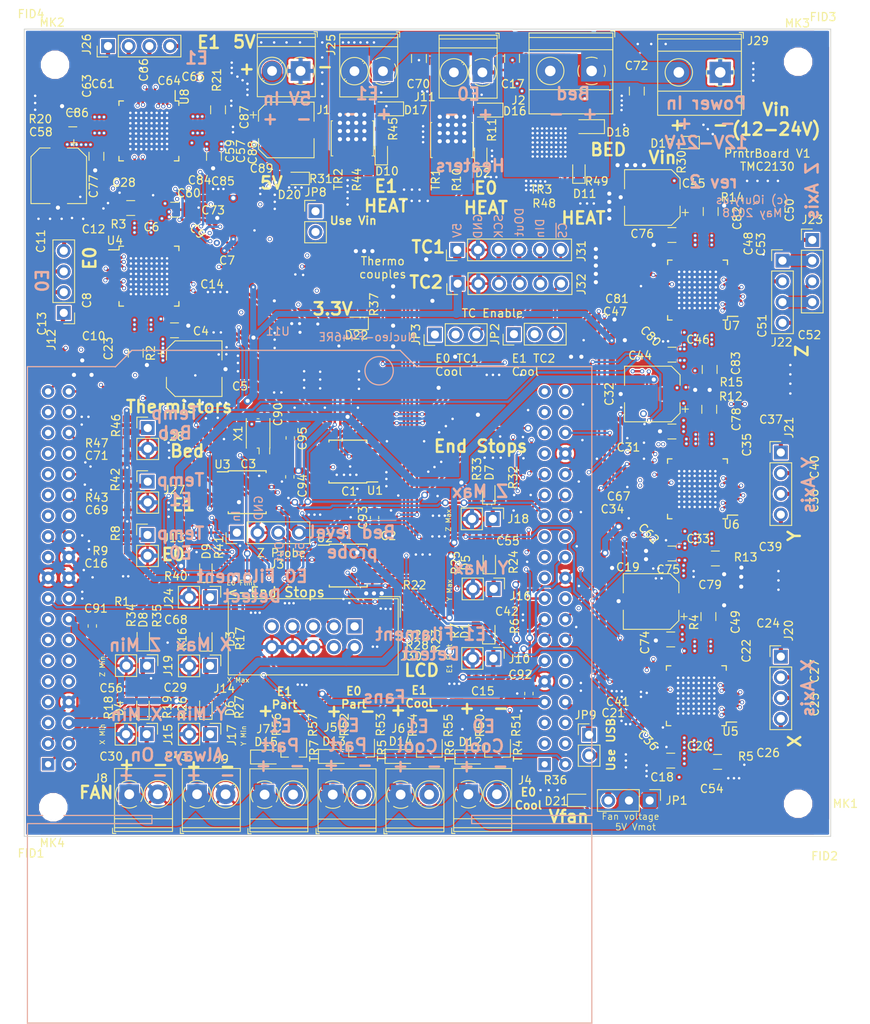
<source format=kicad_pcb>
(kicad_pcb (version 20171130) (host pcbnew 5.0.0-rc2-unknown-01c2d93~65~ubuntu18.04.1)
  (layers (0 F.Cu signal) (1 In1.Cu signal) (2 In2.Cu signal) (31 B.Cu signal) (34 B.Paste user) (35 F.Paste user) (36 B.SilkS user) (37 F.SilkS user) (38 B.Mask user) (39 F.Mask user) (44 Edge.Cuts user))
  (net 0 "")
  (net 1 /V_MOTORS)
  (net 2 /MotorControl/E1/Heating/HEATER)
  (net 3 "/E0 Cooling Fan/OUT")
  (net 4 "/E0 Cooling Fan/V_FAN")
  (net 5 "/E0 Part Fan/OUT")
  (net 6 "/E1 Cooling Fan/OUT")
  (net 7 "/E1 Part Fan/OUT")
  (net 8 GND)
  (net 9 /MotorControl/E0/Heating/HEATER)
  (net 10 /5V)
  (net 11 "/Heated Bed/HEATER")
  (net 12 "Net-(C87-Pad1)")
  (net 13 "Net-(C23-Pad1)")
  (net 14 "Net-(C86-Pad1)")
  (net 15 "Net-(C83-Pad1)")
  (net 16 "Net-(C82-Pad1)")
  (net 17 "Net-(C78-Pad1)")
  (net 18 "Net-(C54-Pad1)")
  (net 19 "Net-(C79-Pad1)")
  (net 20 "Net-(C49-Pad1)")
  (net 21 "Net-(C28-Pad1)")
  (net 22 /E0_PART_PWM)
  (net 23 /E0_COOL_PWM)
  (net 24 "Net-(R51-Pad1)")
  (net 25 "Net-(D11-Pad2)")
  (net 26 "Net-(R48-Pad1)")
  (net 27 "/Heated Bed/PWM")
  (net 28 "Net-(J28-Pad1)")
  (net 29 /BED_TEMP)
  (net 30 /AVREF)
  (net 31 /E1_COOL_PWM)
  (net 32 /3.3V)
  (net 33 "Net-(D6-Pad2)")
  (net 34 /E1_PWM)
  (net 35 "Net-(R44-Pad1)")
  (net 36 /E1_TEMP)
  (net 37 "Net-(J27-Pad1)")
  (net 38 "Net-(D9-Pad2)")
  (net 39 "/MotorControl/E1/Fimalent Detect/SENSOR")
  (net 40 /E1_END)
  (net 41 "Net-(D8-Pad2)")
  (net 42 "Net-(D7-Pad2)")
  (net 43 /Z_END)
  (net 44 "/MotorControl/Z Axis/MaxStop/SENSOR")
  (net 45 "/MotorControl/Z Axis/MinStop/SENSOR")
  (net 46 /Z_START)
  (net 47 /Z_PROBE_IN)
  (net 48 "Net-(J3-Pad1)")
  (net 49 "Net-(D10-Pad2)")
  (net 50 /Y_START)
  (net 51 "/MotorControl/Y Axis/MinStop/SENSOR")
  (net 52 "Net-(D5-Pad2)")
  (net 53 "Net-(R57-Pad1)")
  (net 54 /E1_PART_PWM)
  (net 55 "/MotorControl/Y Axis/MaxStop/SENSOR")
  (net 56 /Y_END)
  (net 57 "Net-(R55-Pad1)")
  (net 58 "Net-(D4-Pad2)")
  (net 59 "/MotorControl/X Axis/MinStop/SENSOR")
  (net 60 /X_START)
  (net 61 /X_END)
  (net 62 "/MotorControl/X Axis/MaxStop/SENSOR")
  (net 63 "Net-(R53-Pad1)")
  (net 64 "Net-(D2-Pad2)")
  (net 65 /E0_PWM)
  (net 66 "Net-(R10-Pad1)")
  (net 67 /E0_TEMP)
  (net 68 "Net-(J13-Pad1)")
  (net 69 "Net-(D1-Pad2)")
  (net 70 "/MotorControl/E0/Fimalent Detect/SENSOR")
  (net 71 /E0_END)
  (net 72 "Net-(D3-Pad2)")
  (net 73 /Z_PROBE_MOD)
  (net 74 "Net-(U11-Pad76)")
  (net 75 "Net-(U11-Pad75)")
  (net 76 "Net-(U11-Pad74)")
  (net 77 /X_DIR)
  (net 78 /Z_STEP)
  (net 79 /Z_DIR)
  (net 80 "Net-(U11-Pad56)")
  (net 81 /Y_DIR)
  (net 82 /~Y_CS)
  (net 83 /~Z_CS)
  (net 84 "Net-(U11-Pad48)")
  (net 85 /VBUS)
  (net 86 /Y_STEP)
  (net 87 /E0_DIR)
  (net 88 "Net-(U11-Pad73)")
  (net 89 /~X_CS)
  (net 90 "Net-(U11-Pad69)")
  (net 91 /SCK)
  (net 92 /E1_DIR)
  (net 93 /E0_STEP)
  (net 94 /E1_PWM_IN)
  (net 95 /E0_PWM_IN)
  (net 96 /~EN_MOTORS)
  (net 97 /~E1_CS)
  (net 98 /~E0_CS)
  (net 99 /E1_STEP)
  (net 100 /MISO)
  (net 101 "Net-(U11-Pad33)")
  (net 102 "Net-(U11-Pad31)")
  (net 103 "Net-(U11-Pad29)")
  (net 104 /STALL)
  (net 105 "Net-(U11-Pad15)")
  (net 106 "Net-(U11-Pad13)")
  (net 107 "Net-(U11-Pad11)")
  (net 108 "Net-(U11-Pad9)")
  (net 109 "Net-(U11-Pad7)")
  (net 110 "Net-(U11-Pad5)")
  (net 111 /MOSI)
  (net 112 /BED_PWM_IN)
  (net 113 /X_STEP)
  (net 114 "Net-(U11-Pad26)")
  (net 115 "Net-(U11-Pad18)")
  (net 116 "Net-(U11-Pad14)")
  (net 117 "Net-(U11-Pad12)")
  (net 118 "Net-(U11-Pad10)")
  (net 119 /MotorControl/E0/~ENABLE)
  (net 120 /MotorControl/E0/CLOCK)
  (net 121 /Z_PROBE_MOD_BUF)
  (net 122 /MotorControl/E1_SG)
  (net 123 /MotorControl/E0_SG)
  (net 124 /MotorControl/Z_SG)
  (net 125 /MotorControl/Y_SG)
  (net 126 /MotorControl/X_SG)
  (net 127 "Net-(U1-Pad13)")
  (net 128 "Net-(U8-Pad12)")
  (net 129 "Net-(U8-Pad24)")
  (net 130 "Net-(U8-Pad25)")
  (net 131 "Net-(U8-Pad26)")
  (net 132 "Net-(U8-Pad28)")
  (net 133 "Net-(U8-Pad30)")
  (net 134 "Net-(C85-Pad2)")
  (net 135 "Net-(C84-Pad2)")
  (net 136 "Net-(C84-Pad1)")
  (net 137 "Net-(C59-Pad2)")
  (net 138 "Net-(C46-Pad2)")
  (net 139 "Net-(C80-Pad1)")
  (net 140 "Net-(C80-Pad2)")
  (net 141 "Net-(C81-Pad2)")
  (net 142 "Net-(U7-Pad30)")
  (net 143 "Net-(U7-Pad28)")
  (net 144 "Net-(U7-Pad26)")
  (net 145 "Net-(U7-Pad25)")
  (net 146 "Net-(U7-Pad24)")
  (net 147 "Net-(U7-Pad12)")
  (net 148 "Net-(U6-Pad12)")
  (net 149 "Net-(U6-Pad24)")
  (net 150 "Net-(U6-Pad25)")
  (net 151 "Net-(U6-Pad26)")
  (net 152 "Net-(U6-Pad28)")
  (net 153 "Net-(U6-Pad30)")
  (net 154 "Net-(C67-Pad2)")
  (net 155 "Net-(C62-Pad2)")
  (net 156 "Net-(C62-Pad1)")
  (net 157 "Net-(C33-Pad2)")
  (net 158 "Net-(C20-Pad2)")
  (net 159 "Net-(C36-Pad1)")
  (net 160 "Net-(C36-Pad2)")
  (net 161 "Net-(C41-Pad2)")
  (net 162 "Net-(U5-Pad30)")
  (net 163 "Net-(U5-Pad28)")
  (net 164 "Net-(U5-Pad26)")
  (net 165 "Net-(U5-Pad25)")
  (net 166 "Net-(U5-Pad24)")
  (net 167 "Net-(U5-Pad12)")
  (net 168 "Net-(U4-Pad12)")
  (net 169 "Net-(U4-Pad24)")
  (net 170 "Net-(U4-Pad25)")
  (net 171 "Net-(U4-Pad26)")
  (net 172 "Net-(U4-Pad28)")
  (net 173 "Net-(U4-Pad30)")
  (net 174 "Net-(C14-Pad2)")
  (net 175 "Net-(C9-Pad2)")
  (net 176 "Net-(C9-Pad1)")
  (net 177 "Net-(C6-Pad2)")
  (net 178 /MotorControl/E1/Driver/MOTB1)
  (net 179 /MotorControl/E1/Driver/MOTB2)
  (net 180 /MotorControl/E1/Driver/MOTA2)
  (net 181 /MotorControl/E1/Driver/MOTA1)
  (net 182 "/MotorControl/Z Axis/MOTB1")
  (net 183 "/MotorControl/Z Axis/MOTB2")
  (net 184 "/MotorControl/Z Axis/MOTA2")
  (net 185 "/MotorControl/Z Axis/MOTA1")
  (net 186 "/MotorControl/Y Axis/MOTB1")
  (net 187 "/MotorControl/Y Axis/MOTB2")
  (net 188 "/MotorControl/Y Axis/MOTA2")
  (net 189 "/MotorControl/Y Axis/MOTA1")
  (net 190 "/MotorControl/X Axis/MOTB1")
  (net 191 "/MotorControl/X Axis/MOTB2")
  (net 192 "/MotorControl/X Axis/MOTA2")
  (net 193 "/MotorControl/X Axis/MOTA1")
  (net 194 /MotorControl/E0/Driver/MOTB1)
  (net 195 /MotorControl/E0/Driver/MOTB2)
  (net 196 /MotorControl/E0/Driver/MOTA2)
  (net 197 /MotorControl/E0/Driver/MOTA1)
  (net 198 "/MotorControl/Z Motors/Motor1/MOTA1")
  (net 199 "/MotorControl/Z Motors/Motor1/MOTB1")
  (net 200 "Net-(JP8-Pad2)")
  (net 201 "Net-(U8-Pad11)")
  (net 202 "Net-(U4-Pad11)")
  (net 203 "Net-(U5-Pad11)")
  (net 204 "Net-(U6-Pad11)")
  (net 205 "Net-(U7-Pad11)")
  (net 206 "Net-(U3-Pad12)")
  (net 207 "Net-(D19-Pad1)")
  (net 208 "Net-(D20-Pad1)")
  (net 209 "Net-(D21-Pad1)")
  (net 210 "Net-(D22-Pad1)")
  (net 211 /LCD_A0)
  (net 212 /~LCD_CS)
  (net 213 /~LCD_RESET)
  (net 214 /SCK_BUF)
  (net 215 /MOSI_BUF)
  (net 216 /~TC1_CS)
  (net 217 /~TC2_CS)
  (net 218 /E1_COOL_TC2)
  (net 219 /E0_COOL_TC1)
  (module Capacitor_SMD:C_0603_1608Metric (layer F.Cu) (at 52.65 69.1375 90)
    (fp_text reference C95 (at -0.0625 1.5 90) (layer F.SilkS))
    (fp_text value 1000pF)
    (pad 1 smd roundrect (at -0.7875 0 90) (size 0.875 0.95) (layers F.Cu F.Paste F.Mask) (net 32 /3.3V))
    (pad 2 smd roundrect (at 0.7875 0 90) (size 0.875 0.95) (layers F.Cu F.Paste F.Mask) (net 8 GND))
  )
  (module Capacitor_SMD:C_0603_1608Metric (layer F.Cu) (at 52.6 73.9125 270)
    (fp_text reference C94 (at 1.0875 -1.55 270) (layer F.SilkS))
    (fp_text value 1000pF)
    (pad 2 smd roundrect (at 0.7875 0 270) (size 0.875 0.95) (layers F.Cu F.Paste F.Mask) (net 8 GND))
    (pad 1 smd roundrect (at -0.7875 0 270) (size 0.875 0.95) (layers F.Cu F.Paste F.Mask) (net 32 /3.3V))
  )
  (module Capacitor_SMD:C_0603_1608Metric (layer F.Cu) (at 63 78.9125 90)
    (fp_text reference C93 (at 0 -1.43 90) (layer F.SilkS))
    (fp_text value 1000pF)
    (pad 1 smd roundrect (at -0.7875 0 90) (size 0.875 0.95) (layers F.Cu F.Paste F.Mask) (net 10 /5V))
    (pad 2 smd roundrect (at 0.7875 0 90) (size 0.875 0.95) (layers F.Cu F.Paste F.Mask) (net 8 GND))
  )
  (module PrntrBoardV1:Oscillator_SMD_EuroQuartz_XO32-4Pin_3.2x2.5mm_HandSoldering (layer F.Cu) (at 48.7045 68.58 90)
    (fp_text reference X1 (at 0 -2.45 90) (layer F.SilkS))
    (fp_text value 16MHz)
    (pad 1 smd rect (at -1.45 0.775 90) (size 1.75 0.9) (layers F.Cu F.Paste F.Mask) (net 32 /3.3V))
    (pad 2 smd rect (at 1.45 0.775 90) (size 1.75 0.9) (layers F.Cu F.Paste F.Mask) (net 8 GND))
    (pad 3 smd rect (at 1.45 -0.775 90) (size 1.75 0.9) (layers F.Cu F.Paste F.Mask) (net 206 "Net-(U3-Pad12)"))
    (pad 4 smd rect (at -1.45 -0.775 90) (size 1.75 0.9) (layers F.Cu F.Paste F.Mask) (net 32 /3.3V))
  )
  (module PrntrBoardV1:Nucleo-64 (layer B.Cu) (at 22.9235 63.4365)
    (fp_text reference U11 (at 28.194 -7.366) (layer B.SilkS) (effects (justify mirror)))
    (fp_text value NUCLEO-64)
    (pad 2 thru_hole circle (at 2.54 45.72) (size 1.524 1.524) (drill 0.762) (layers *.Cu *.Mask) (net 50 /Y_START))
    (pad 4 thru_hole circle (at 2.54 43.18) (size 1.524 1.524) (drill 0.762) (layers *.Cu *.Mask) (net 61 /X_END))
    (pad 6 thru_hole circle (at 2.54 40.64) (size 1.524 1.524) (drill 0.762) (layers *.Cu *.Mask) (net 10 /5V))
    (pad 8 thru_hole circle (at 2.54 38.1) (size 1.524 1.524) (drill 0.762) (layers *.Cu *.Mask) (net 8 GND))
    (pad 10 thru_hole circle (at 2.54 35.56) (size 1.524 1.524) (drill 0.762) (layers *.Cu *.Mask) (net 118 "Net-(U11-Pad10)"))
    (pad 12 thru_hole circle (at 2.54 33.02) (size 1.524 1.524) (drill 0.762) (layers *.Cu *.Mask) (net 117 "Net-(U11-Pad12)"))
    (pad 14 thru_hole circle (at 2.54 30.48) (size 1.524 1.524) (drill 0.762) (layers *.Cu *.Mask) (net 116 "Net-(U11-Pad14)"))
    (pad 16 thru_hole circle (at 2.54 27.94) (size 1.524 1.524) (drill 0.762) (layers *.Cu *.Mask) (net 32 /3.3V))
    (pad 18 thru_hole circle (at 2.54 25.4) (size 1.524 1.524) (drill 0.762) (layers *.Cu *.Mask) (net 115 "Net-(U11-Pad18)"))
    (pad 20 thru_hole circle (at 2.54 22.86) (size 1.524 1.524) (drill 0.762) (layers *.Cu *.Mask) (net 8 GND))
    (pad 22 thru_hole circle (at 2.54 20.32) (size 1.524 1.524) (drill 0.762) (layers *.Cu *.Mask) (net 8 GND))
    (pad 24 thru_hole circle (at 2.54 17.78) (size 1.524 1.524) (drill 0.762) (layers *.Cu *.Mask) (net 200 "Net-(JP8-Pad2)"))
    (pad 26 thru_hole circle (at 2.54 15.24) (size 1.524 1.524) (drill 0.762) (layers *.Cu *.Mask) (net 114 "Net-(U11-Pad26)"))
    (pad 28 thru_hole circle (at 2.54 12.7) (size 1.524 1.524) (drill 0.762) (layers *.Cu *.Mask) (net 67 /E0_TEMP))
    (pad 30 thru_hole circle (at 2.54 10.16) (size 1.524 1.524) (drill 0.762) (layers *.Cu *.Mask) (net 36 /E1_TEMP))
    (pad 32 thru_hole circle (at 2.54 7.62) (size 1.524 1.524) (drill 0.762) (layers *.Cu *.Mask) (net 113 /X_STEP))
    (pad 34 thru_hole circle (at 2.54 5.08) (size 1.524 1.524) (drill 0.762) (layers *.Cu *.Mask) (net 112 /BED_PWM_IN))
    (pad 36 thru_hole circle (at 2.54 2.54) (size 1.524 1.524) (drill 0.762) (layers *.Cu *.Mask) (net 111 /MOSI))
    (pad 1 thru_hole rect (at 0 45.72) (size 1.524 1.524) (drill 0.762) (layers *.Cu *.Mask) (net 60 /X_START))
    (pad 3 thru_hole circle (at 0 43.18) (size 1.524 1.524) (drill 0.762) (layers *.Cu *.Mask) (net 46 /Z_START))
    (pad 5 thru_hole circle (at 0 40.64) (size 1.524 1.524) (drill 0.762) (layers *.Cu *.Mask) (net 110 "Net-(U11-Pad5)"))
    (pad 7 thru_hole circle (at 0 38.1) (size 1.524 1.524) (drill 0.762) (layers *.Cu *.Mask) (net 109 "Net-(U11-Pad7)"))
    (pad 9 thru_hole circle (at 0 35.56) (size 1.524 1.524) (drill 0.762) (layers *.Cu *.Mask) (net 108 "Net-(U11-Pad9)"))
    (pad 11 thru_hole circle (at 0 33.02) (size 1.524 1.524) (drill 0.762) (layers *.Cu *.Mask) (net 107 "Net-(U11-Pad11)"))
    (pad 13 thru_hole circle (at 0 30.48) (size 1.524 1.524) (drill 0.762) (layers *.Cu *.Mask) (net 106 "Net-(U11-Pad13)"))
    (pad 15 thru_hole circle (at 0 27.94) (size 1.524 1.524) (drill 0.762) (layers *.Cu *.Mask) (net 105 "Net-(U11-Pad15)"))
    (pad 17 thru_hole circle (at 0 25.4) (size 1.524 1.524) (drill 0.762) (layers *.Cu *.Mask) (net 104 /STALL))
    (pad 19 thru_hole circle (at 0 22.86) (size 1.524 1.524) (drill 0.762) (layers *.Cu *.Mask) (net 8 GND))
    (pad 21 thru_hole circle (at 0 20.32) (size 1.524 1.524) (drill 0.762) (layers *.Cu *.Mask) (net 40 /E1_END))
    (pad 23 thru_hole circle (at 0 17.78) (size 1.524 1.524) (drill 0.762) (layers *.Cu *.Mask) (net 47 /Z_PROBE_IN))
    (pad 25 thru_hole circle (at 0 15.24) (size 1.524 1.524) (drill 0.762) (layers *.Cu *.Mask) (net 211 /LCD_A0))
    (pad 27 thru_hole circle (at 0 12.7) (size 1.524 1.524) (drill 0.762) (layers *.Cu *.Mask) (net 212 /~LCD_CS))
    (pad 29 thru_hole circle (at 0 10.16) (size 1.524 1.524) (drill 0.762) (layers *.Cu *.Mask) (net 103 "Net-(U11-Pad29)"))
    (pad 31 thru_hole circle (at 0 7.62) (size 1.524 1.524) (drill 0.762) (layers *.Cu *.Mask) (net 102 "Net-(U11-Pad31)"))
    (pad 33 thru_hole circle (at 0 5.08) (size 1.524 1.524) (drill 0.762) (layers *.Cu *.Mask) (net 101 "Net-(U11-Pad33)"))
    (pad 35 thru_hole circle (at 0 2.54) (size 1.524 1.524) (drill 0.762) (layers *.Cu *.Mask) (net 100 /MISO))
    (pad 39 thru_hole rect (at 60.96 45.72) (size 1.524 1.524) (drill 0.762) (layers *.Cu *.Mask) (net 99 /E1_STEP))
    (pad 41 thru_hole circle (at 60.96 43.18) (size 1.524 1.524) (drill 0.762) (layers *.Cu *.Mask) (net 98 /~E0_CS))
    (pad 43 thru_hole circle (at 60.96 40.64) (size 1.524 1.524) (drill 0.762) (layers *.Cu *.Mask) (net 97 /~E1_CS))
    (pad 45 thru_hole circle (at 60.96 38.1) (size 1.524 1.524) (drill 0.762) (layers *.Cu *.Mask) (net 30 /AVREF))
    (pad 47 thru_hole circle (at 60.96 35.56) (size 1.524 1.524) (drill 0.762) (layers *.Cu *.Mask) (net 8 GND))
    (pad 49 thru_hole circle (at 60.96 33.02) (size 1.524 1.524) (drill 0.762) (layers *.Cu *.Mask) (net 96 /~EN_MOTORS))
    (pad 51 thru_hole circle (at 60.96 30.48) (size 1.524 1.524) (drill 0.762) (layers *.Cu *.Mask) (net 95 /E0_PWM_IN))
    (pad 53 thru_hole circle (at 60.96 27.94) (size 1.524 1.524) (drill 0.762) (layers *.Cu *.Mask) (net 94 /E1_PWM_IN))
    (pad 55 thru_hole circle (at 60.96 25.4) (size 1.524 1.524) (drill 0.762) (layers *.Cu *.Mask) (net 71 /E0_END))
    (pad 57 thru_hole circle (at 60.96 22.86) (size 1.524 1.524) (drill 0.762) (layers *.Cu *.Mask) (net 93 /E0_STEP))
    (pad 59 thru_hole circle (at 60.96 20.32) (size 1.524 1.524) (drill 0.762) (layers *.Cu *.Mask) (net 92 /E1_DIR))
    (pad 61 thru_hole circle (at 60.96 17.78) (size 1.524 1.524) (drill 0.762) (layers *.Cu *.Mask) (net 218 /E1_COOL_TC2))
    (pad 63 thru_hole circle (at 60.96 15.24) (size 1.524 1.524) (drill 0.762) (layers *.Cu *.Mask) (net 91 /SCK))
    (pad 65 thru_hole circle (at 60.96 12.7) (size 1.524 1.524) (drill 0.762) (layers *.Cu *.Mask) (net 56 /Y_END))
    (pad 67 thru_hole circle (at 60.96 10.16) (size 1.524 1.524) (drill 0.762) (layers *.Cu *.Mask) (net 43 /Z_END))
    (pad 69 thru_hole circle (at 60.96 7.62) (size 1.524 1.524) (drill 0.762) (layers *.Cu *.Mask) (net 90 "Net-(U11-Pad69)"))
    (pad 71 thru_hole circle (at 60.96 5.08) (size 1.524 1.524) (drill 0.762) (layers *.Cu *.Mask) (net 89 /~X_CS))
    (pad 73 thru_hole circle (at 60.96 2.54) (size 1.524 1.524) (drill 0.762) (layers *.Cu *.Mask) (net 88 "Net-(U11-Pad73)"))
    (pad 40 thru_hole circle (at 63.5 45.72) (size 1.524 1.524) (drill 0.762) (layers *.Cu *.Mask) (net 87 /E0_DIR))
    (pad 42 thru_hole circle (at 63.5 43.18) (size 1.524 1.524) (drill 0.762) (layers *.Cu *.Mask) (net 219 /E0_COOL_TC1))
    (pad 44 thru_hole circle (at 63.5 40.64) (size 1.524 1.524) (drill 0.762) (layers *.Cu *.Mask) (net 86 /Y_STEP))
    (pad 46 thru_hole circle (at 63.5 38.1) (size 1.524 1.524) (drill 0.762) (layers *.Cu *.Mask) (net 85 /VBUS))
    (pad 48 thru_hole circle (at 63.5 35.56) (size 1.524 1.524) (drill 0.762) (layers *.Cu *.Mask) (net 84 "Net-(U11-Pad48)"))
    (pad 50 thru_hole circle (at 63.5 33.02) (size 1.524 1.524) (drill 0.762) (layers *.Cu *.Mask) (net 83 /~Z_CS))
    (pad 52 thru_hole circle (at 63.5 30.48) (size 1.524 1.524) (drill 0.762) (layers *.Cu *.Mask) (net 82 /~Y_CS))
    (pad 54 thru_hole circle (at 63.5 27.94) (size 1.524 1.524) (drill 0.762) (layers *.Cu *.Mask) (net 81 /Y_DIR))
    (pad 56 thru_hole circle (at 63.5 25.4) (size 1.524 1.524) (drill 0.762) (layers *.Cu *.Mask) (net 80 "Net-(U11-Pad56)"))
    (pad 58 thru_hole circle (at 63.5 22.86) (size 1.524 1.524) (drill 0.762) (layers *.Cu *.Mask) (net 8 GND))
    (pad 60 thru_hole circle (at 63.5 20.32) (size 1.524 1.524) (drill 0.762) (layers *.Cu *.Mask) (net 22 /E0_PART_PWM))
    (pad 62 thru_hole circle (at 63.5 17.78) (size 1.524 1.524) (drill 0.762) (layers *.Cu *.Mask) (net 213 /~LCD_RESET))
    (pad 64 thru_hole circle (at 63.5 15.24) (size 1.524 1.524) (drill 0.762) (layers *.Cu *.Mask) (net 79 /Z_DIR))
    (pad 66 thru_hole circle (at 63.5 12.7) (size 1.524 1.524) (drill 0.762) (layers *.Cu *.Mask) (net 54 /E1_PART_PWM))
    (pad 68 thru_hole circle (at 63.5 10.16) (size 1.524 1.524) (drill 0.762) (layers *.Cu *.Mask) (net 78 /Z_STEP))
    (pad 70 thru_hole circle (at 63.5 7.62) (size 1.524 1.524) (drill 0.762) (layers *.Cu *.Mask) (net 8 GND))
    (pad 72 thru_hole circle (at 63.5 5.08) (size 1.524 1.524) (drill 0.762) (layers *.Cu *.Mask) (net 77 /X_DIR))
    (pad 74 thru_hole circle (at 63.5 2.54) (size 1.524 1.524) (drill 0.762) (layers *.Cu *.Mask) (net 76 "Net-(U11-Pad74)"))
    (pad 75 thru_hole circle (at 60.96 0) (size 1.524 1.524) (drill 0.762) (layers *.Cu *.Mask) (net 75 "Net-(U11-Pad75)"))
    (pad 76 thru_hole circle (at 63.5 0) (size 1.524 1.524) (drill 0.762) (layers *.Cu *.Mask) (net 74 "Net-(U11-Pad76)"))
    (pad 38 thru_hole circle (at 2.54 0) (size 1.524 1.524) (drill 0.762) (layers *.Cu *.Mask) (net 29 /BED_TEMP))
    (pad 37 thru_hole circle (at 0 0) (size 1.524 1.524) (drill 0.762) (layers *.Cu *.Mask) (net 73 /Z_PROBE_MOD))
  )
  (module PrntrBoardV1:PG-TDSON-8-FL (layer F.Cu) (at 84.455 33.7712)
    (fp_text reference TR3 (at -0.9906 4.8876) (layer F.SilkS))
    (fp_text value BSC011N03LS hide)
    (pad D smd rect (at 0 -0.675) (size 4.7 4.5) (layers F.Cu F.Mask) (net 11 "/Heated Bed/HEATER"))
    (pad D smd rect (at -2 -3.175) (size 0.7 0.5) (layers F.Cu F.Paste F.Mask) (net 11 "/Heated Bed/HEATER"))
    (pad D smd rect (at -0.665 -3.175) (size 0.7 0.5) (layers F.Cu F.Paste F.Mask) (net 11 "/Heated Bed/HEATER"))
    (pad D smd rect (at 0.665 -3.175) (size 0.7 0.5) (layers F.Cu F.Paste F.Mask) (net 11 "/Heated Bed/HEATER"))
    (pad D smd rect (at 2 -3.175) (size 0.7 0.5) (layers F.Cu F.Paste F.Mask) (net 11 "/Heated Bed/HEATER"))
    (pad S smd rect (at -1.905 2.825) (size 0.65 1.2) (layers F.Cu F.Paste F.Mask) (net 8 GND))
    (pad S smd rect (at -0.635 2.825) (size 0.65 1.2) (layers F.Cu F.Paste F.Mask) (net 8 GND))
    (pad S smd rect (at 0.635 2.825) (size 0.65 1.2) (layers F.Cu F.Paste F.Mask) (net 8 GND))
    (pad G smd rect (at 1.905 2.825) (size 0.65 1.2) (layers F.Cu F.Paste F.Mask) (net 26 "Net-(R48-Pad1)"))
  )
  (module Capacitor_SMD:C_0603_1608Metric (layer F.Cu) (at 81.95 100.4875 90)
    (fp_text reference C92 (at 2.3375 -1.05 180) (layer F.SilkS))
    (fp_text value "10uF 10V")
    (pad 2 smd roundrect (at 0.7875 0 90) (size 0.875 0.95) (layers F.Cu F.Paste F.Mask) (net 8 GND))
    (pad 1 smd roundrect (at -0.7875 0 90) (size 0.875 0.95) (layers F.Cu F.Paste F.Mask) (net 30 /AVREF))
  )
  (module Capacitor_SMD:C_0603_1608Metric (layer F.Cu) (at 28.35 92.2 270)
    (fp_text reference C91 (at -2.15 -0.45) (layer F.SilkS))
    (fp_text value "10uF 10V")
    (pad 1 smd roundrect (at -0.7875 0 270) (size 0.875 0.95) (layers F.Cu F.Paste F.Mask) (net 32 /3.3V))
    (pad 2 smd roundrect (at 0.7875 0 270) (size 0.875 0.95) (layers F.Cu F.Paste F.Mask) (net 8 GND))
  )
  (module Connector_PinHeader_2.54mm:PinHeader_1x03_P2.54mm_Vertical (layer F.Cu) (at 70.4088 56.4642 90)
    (fp_text reference JP3 (at 0 -2.33 90) (layer F.SilkS))
    (fp_text value E0_TC1)
    (pad 3 thru_hole oval (at 0 5.08 90) (size 1.7 1.7) (drill 1) (layers *.Cu *.Mask) (net 216 /~TC1_CS))
    (pad 2 thru_hole oval (at 0 2.54 90) (size 1.7 1.7) (drill 1) (layers *.Cu *.Mask) (net 219 /E0_COOL_TC1))
    (pad 1 thru_hole rect (at 0 0 90) (size 1.7 1.7) (drill 1) (layers *.Cu *.Mask) (net 23 /E0_COOL_PWM))
  )
  (module Connector_PinHeader_2.54mm:PinHeader_1x03_P2.54mm_Vertical (layer F.Cu) (at 80.1116 56.4134 90)
    (fp_text reference JP2 (at 0 -2.33 90) (layer F.SilkS))
    (fp_text value E1_TC2)
    (pad 1 thru_hole rect (at 0 0 90) (size 1.7 1.7) (drill 1) (layers *.Cu *.Mask) (net 31 /E1_COOL_PWM))
    (pad 2 thru_hole oval (at 0 2.54 90) (size 1.7 1.7) (drill 1) (layers *.Cu *.Mask) (net 218 /E1_COOL_TC2))
    (pad 3 thru_hole oval (at 0 5.08 90) (size 1.7 1.7) (drill 1) (layers *.Cu *.Mask) (net 217 /~TC2_CS))
  )
  (module Connector_PinHeader_2.54mm:PinHeader_1x06_P2.54mm_Vertical (layer F.Cu) (at 73.2028 50.2158 90)
    (fp_text reference J32 (at -0.0762 15.1892 90) (layer F.SilkS))
    (fp_text value TC2)
    (pad 6 thru_hole oval (at 0 12.7 90) (size 1.7 1.7) (drill 1) (layers *.Cu *.Mask) (net 217 /~TC2_CS))
    (pad 5 thru_hole oval (at 0 10.16 90) (size 1.7 1.7) (drill 1) (layers *.Cu *.Mask) (net 100 /MISO))
    (pad 4 thru_hole oval (at 0 7.62 90) (size 1.7 1.7) (drill 1) (layers *.Cu *.Mask) (net 215 /MOSI_BUF))
    (pad 3 thru_hole oval (at 0 5.08 90) (size 1.7 1.7) (drill 1) (layers *.Cu *.Mask) (net 214 /SCK_BUF))
    (pad 2 thru_hole oval (at 0 2.54 90) (size 1.7 1.7) (drill 1) (layers *.Cu *.Mask) (net 8 GND))
    (pad 1 thru_hole rect (at 0 0 90) (size 1.7 1.7) (drill 1) (layers *.Cu *.Mask) (net 10 /5V))
  )
  (module Connector_PinHeader_2.54mm:PinHeader_1x06_P2.54mm_Vertical (layer F.Cu) (at 73.152 46.0756 90)
    (fp_text reference J31 (at -0.1524 15.24 90) (layer F.SilkS))
    (fp_text value TC1)
    (pad 1 thru_hole rect (at 0 0 90) (size 1.7 1.7) (drill 1) (layers *.Cu *.Mask) (net 10 /5V))
    (pad 2 thru_hole oval (at 0 2.54 90) (size 1.7 1.7) (drill 1) (layers *.Cu *.Mask) (net 8 GND))
    (pad 3 thru_hole oval (at 0 5.08 90) (size 1.7 1.7) (drill 1) (layers *.Cu *.Mask) (net 214 /SCK_BUF))
    (pad 4 thru_hole oval (at 0 7.62 90) (size 1.7 1.7) (drill 1) (layers *.Cu *.Mask) (net 215 /MOSI_BUF))
    (pad 5 thru_hole oval (at 0 10.16 90) (size 1.7 1.7) (drill 1) (layers *.Cu *.Mask) (net 100 /MISO))
    (pad 6 thru_hole oval (at 0 12.7 90) (size 1.7 1.7) (drill 1) (layers *.Cu *.Mask) (net 216 /~TC1_CS))
  )
  (module Connector_IDC:IDC-Header_2x05_P2.54mm_Vertical (layer F.Cu) (at 60.5536 92.2528 270)
    (fp_text reference J30 (at 3.6576 -6.9342) (layer F.SilkS))
    (fp_text value LCD)
    (pad 1 thru_hole rect (at 0 0 270) (size 1.7272 1.7272) (drill 1.016) (layers *.Cu *.Mask) (net 215 /MOSI_BUF))
    (pad 2 thru_hole oval (at 2.54 0 270) (size 1.7272 1.7272) (drill 1.016) (layers *.Cu *.Mask) (net 10 /5V))
    (pad 3 thru_hole oval (at 0 2.54 270) (size 1.7272 1.7272) (drill 1.016) (layers *.Cu *.Mask) (net 214 /SCK_BUF))
    (pad 4 thru_hole oval (at 2.54 2.54 270) (size 1.7272 1.7272) (drill 1.016) (layers *.Cu *.Mask) (net 32 /3.3V))
    (pad 5 thru_hole oval (at 0 5.08 270) (size 1.7272 1.7272) (drill 1.016) (layers *.Cu *.Mask) (net 211 /LCD_A0))
    (pad 6 thru_hole oval (at 2.54 5.08 270) (size 1.7272 1.7272) (drill 1.016) (layers *.Cu *.Mask) (net 8 GND))
    (pad 7 thru_hole oval (at 0 7.62 270) (size 1.7272 1.7272) (drill 1.016) (layers *.Cu *.Mask) (net 213 /~LCD_RESET))
    (pad 8 thru_hole oval (at 2.54 7.62 270) (size 1.7272 1.7272) (drill 1.016) (layers *.Cu *.Mask) (net 8 GND))
    (pad 9 thru_hole oval (at 0 10.16 270) (size 1.7272 1.7272) (drill 1.016) (layers *.Cu *.Mask) (net 212 /~LCD_CS))
    (pad 10 thru_hole oval (at 2.54 10.16 270) (size 1.7272 1.7272) (drill 1.016) (layers *.Cu *.Mask) (net 8 GND))
  )
  (module PrntrBoardV1:LED_0603_1608Metric (layer F.Cu) (at 60.7694 55.0926 180)
    (fp_text reference D22 (at 0 -1.45 180) (layer F.SilkS))
    (fp_text value LED)
    (pad 2 smd rect (at 0.8 0 180) (size 0.82 1) (layers F.Cu F.Paste F.Mask) (net 32 /3.3V))
    (pad 1 smd rect (at -0.8 0 180) (size 0.82 1) (layers F.Cu F.Paste F.Mask) (net 210 "Net-(D22-Pad1)"))
  )
  (module Resistor_SMD:R_0603_1608Metric (layer F.Cu) (at 61.4934 52.7686 270)
    (fp_text reference R37 (at 0 -1.45 270) (layer F.SilkS))
    (fp_text value 1k)
    (pad 1 smd rect (at -0.8 0 270) (size 0.82 1) (layers F.Cu F.Paste F.Mask) (net 8 GND))
    (pad 2 smd rect (at 0.8 0 270) (size 0.82 1) (layers F.Cu F.Paste F.Mask) (net 210 "Net-(D22-Pad1)"))
  )
  (module PrntrBoardV1:LED_0603_1608Metric (layer F.Cu) (at 101.3968 32.9184 180)
    (fp_text reference D19 (at 3.0988 -0.1016 180) (layer F.SilkS))
    (fp_text value LED)
    (pad 2 smd rect (at 0.8 0 180) (size 0.82 1) (layers F.Cu F.Paste F.Mask) (net 1 /V_MOTORS))
    (pad 1 smd rect (at -0.8 0 180) (size 0.82 1) (layers F.Cu F.Paste F.Mask) (net 207 "Net-(D19-Pad1)"))
  )
  (module PrntrBoardV1:LED_0603_1608Metric (layer F.Cu) (at 53.5304 37.3126 180)
    (fp_text reference D20 (at 0.9778 -2.0066) (layer F.SilkS))
    (fp_text value LED)
    (pad 1 smd rect (at -0.8 0 180) (size 0.82 1) (layers F.Cu F.Paste F.Mask) (net 208 "Net-(D20-Pad1)"))
    (pad 2 smd rect (at 0.8 0 180) (size 0.82 1) (layers F.Cu F.Paste F.Mask) (net 10 /5V))
  )
  (module PrntrBoardV1:LED_0603_1608Metric (layer F.Cu) (at 88.1508 113.5888)
    (fp_text reference D21 (at -2.8322 0.1016) (layer F.SilkS))
    (fp_text value LED)
    (pad 2 smd rect (at 0.8 0) (size 0.82 1) (layers F.Cu F.Paste F.Mask) (net 4 "/E0 Cooling Fan/V_FAN"))
    (pad 1 smd rect (at -0.8 0) (size 0.82 1) (layers F.Cu F.Paste F.Mask) (net 209 "Net-(D21-Pad1)"))
  )
  (module Resistor_SMD:R_0603_1608Metric (layer F.Cu) (at 88.1506 111.7854)
    (fp_text reference R36 (at -2.9336 -0.6858) (layer F.SilkS))
    (fp_text value 10k)
    (pad 1 smd rect (at -0.8 0) (size 0.82 1) (layers F.Cu F.Paste F.Mask) (net 209 "Net-(D21-Pad1)"))
    (pad 2 smd rect (at 0.8 0) (size 0.82 1) (layers F.Cu F.Paste F.Mask) (net 8 GND))
  )
  (module Resistor_SMD:R_0603_1608Metric (layer F.Cu) (at 55.1562 35.7378)
    (fp_text reference R31 (at 1.2572 1.6256) (layer F.SilkS))
    (fp_text value 10k)
    (pad 2 smd rect (at 0.8 0) (size 0.82 1) (layers F.Cu F.Paste F.Mask) (net 8 GND))
    (pad 1 smd rect (at -0.8 0) (size 0.82 1) (layers F.Cu F.Paste F.Mask) (net 208 "Net-(D20-Pad1)"))
  )
  (module Resistor_SMD:R_0603_1608Metric (layer F.Cu) (at 102.1334 35.2298 270)
    (fp_text reference R30 (at 0.0508 1.4478 270) (layer F.SilkS))
    (fp_text value 10k)
    (pad 1 smd rect (at -0.8 0 270) (size 0.82 1) (layers F.Cu F.Paste F.Mask) (net 207 "Net-(D19-Pad1)"))
    (pad 2 smd rect (at 0.8 0 270) (size 0.82 1) (layers F.Cu F.Paste F.Mask) (net 8 GND))
  )
  (module Capacitor_SMD:C_0603_1608Metric (layer F.Cu) (at 97.783115 105.403115 135)
    (fp_text reference C36 (at 0.277631 -1.436841 135) (layer F.SilkS))
    (fp_text value "0.022uF 50V")
    (pad 2 smd rect (at 0.799999 0 135) (size 0.82 1) (layers F.Cu F.Paste F.Mask) (net 160 "Net-(C36-Pad2)"))
    (pad 1 smd rect (at -0.799999 0 135) (size 0.82 1) (layers F.Cu F.Paste F.Mask) (net 159 "Net-(C36-Pad1)"))
  )
  (module Capacitor_SMD:C_0603_1608Metric (layer F.Cu) (at 51.1175 69.126 90)
    (fp_text reference C90 (at 2.876 0.0325 90) (layer F.SilkS))
    (fp_text value 0.1uF)
    (pad 2 smd rect (at 0.8 0 90) (size 0.82 1) (layers F.Cu F.Paste F.Mask) (net 8 GND))
    (pad 1 smd rect (at -0.8 0 90) (size 0.82 1) (layers F.Cu F.Paste F.Mask) (net 32 /3.3V))
  )
  (module Resistor_SMD:R_0603_1608Metric (layer F.Cu) (at 67.8816 88.5952 180)
    (fp_text reference R22 (at -0.0255 1.397 180) (layer F.SilkS))
    (fp_text value 10k)
    (pad 2 smd rect (at 0.8 0 180) (size 0.82 1) (layers F.Cu F.Paste F.Mask) (net 73 /Z_PROBE_MOD))
    (pad 1 smd rect (at -0.8 0 180) (size 0.82 1) (layers F.Cu F.Paste F.Mask) (net 32 /3.3V))
  )
  (module Resistor_SMD:R_0603_1608Metric (layer F.Cu) (at 70.5104 91.0718 90)
    (fp_text reference R23 (at -2.9336 0.0254 270) (layer F.SilkS))
    (fp_text value 10k)
    (pad 2 smd rect (at 0.8 0 90) (size 0.82 1) (layers F.Cu F.Paste F.Mask) (net 95 /E0_PWM_IN))
    (pad 1 smd rect (at -0.8 0 90) (size 0.82 1) (layers F.Cu F.Paste F.Mask) (net 32 /3.3V))
  )
  (module Resistor_SMD:R_0603_1608Metric (layer F.Cu) (at 68.2118 90.17 180)
    (fp_text reference R29 (at -0.0634 -3.1242 180) (layer F.SilkS))
    (fp_text value 10k)
    (pad 2 smd rect (at 0.8 0 180) (size 0.82 1) (layers F.Cu F.Paste F.Mask) (net 112 /BED_PWM_IN))
    (pad 1 smd rect (at -0.8 0 180) (size 0.82 1) (layers F.Cu F.Paste F.Mask) (net 32 /3.3V))
  )
  (module Resistor_SMD:R_0603_1608Metric (layer F.Cu) (at 68.2118 91.7702 180)
    (fp_text reference R28 (at -0.0126 -2.794 180) (layer F.SilkS))
    (fp_text value 10k)
    (pad 2 smd rect (at 0.8 0 180) (size 0.82 1) (layers F.Cu F.Paste F.Mask) (net 94 /E1_PWM_IN))
    (pad 1 smd rect (at -0.8 0 180) (size 0.82 1) (layers F.Cu F.Paste F.Mask) (net 32 /3.3V))
  )
  (module Diode_SMD:D_SOD-323_HandSoldering (layer F.Cu) (at 89.3264 30.9626 180)
    (fp_text reference D18 (at -3.5614 -0.6858 180) (layer F.SilkS))
    (fp_text value 1N4148)
    (pad 2 smd rect (at 1.25 0 180) (size 1 1) (layers F.Cu F.Paste F.Mask) (net 11 "/Heated Bed/HEATER"))
    (pad 1 smd rect (at -1.25 0 180) (size 1 1) (layers F.Cu F.Paste F.Mask) (net 1 /V_MOTORS))
  )
  (module Diode_SMD:D_SOD-323_HandSoldering (layer F.Cu) (at 64.6606 28.7782 180)
    (fp_text reference D17 (at -3.386 -0.1524 180) (layer F.SilkS))
    (fp_text value 1N4148)
    (pad 2 smd rect (at 1.25 0 180) (size 1 1) (layers F.Cu F.Paste F.Mask) (net 2 /MotorControl/E1/Heating/HEATER))
    (pad 1 smd rect (at -1.25 0 180) (size 1 1) (layers F.Cu F.Paste F.Mask) (net 1 /V_MOTORS))
  )
  (module Diode_SMD:D_SOD-323_HandSoldering (layer F.Cu) (at 76.8653 28.9306 180)
    (fp_text reference D16 (at -3.3479 -0.127 180) (layer F.SilkS))
    (fp_text value 1N4148)
    (pad 2 smd rect (at 1.25 0 180) (size 1 1) (layers F.Cu F.Paste F.Mask) (net 9 /MotorControl/E0/Heating/HEATER))
    (pad 1 smd rect (at -1.25 0 180) (size 1 1) (layers F.Cu F.Paste F.Mask) (net 1 /V_MOTORS))
  )
  (module Diode_SMD:D_SOD-323_HandSoldering (layer F.Cu) (at 49.6775 108.2675)
    (fp_text reference D15 (at 0 -1.85) (layer F.SilkS))
    (fp_text value 1N4148)
    (pad 2 smd rect (at 1.25 0) (size 1 1) (layers F.Cu F.Paste F.Mask) (net 7 "/E1 Part Fan/OUT"))
    (pad 1 smd rect (at -1.25 0) (size 1 1) (layers F.Cu F.Paste F.Mask) (net 4 "/E0 Cooling Fan/V_FAN"))
  )
  (module Diode_SMD:D_SOD-323_HandSoldering (layer F.Cu) (at 66.1875 108.204)
    (fp_text reference D14 (at 0 -1.85) (layer F.SilkS))
    (fp_text value 1N4148)
    (pad 2 smd rect (at 1.25 0) (size 1 1) (layers F.Cu F.Paste F.Mask) (net 6 "/E1 Cooling Fan/OUT"))
    (pad 1 smd rect (at -1.25 0) (size 1 1) (layers F.Cu F.Paste F.Mask) (net 4 "/E0 Cooling Fan/V_FAN"))
  )
  (module Diode_SMD:D_SOD-323_HandSoldering (layer F.Cu) (at 58.0185 108.204)
    (fp_text reference D13 (at 0 -1.85) (layer F.SilkS))
    (fp_text value 1N4148)
    (pad 2 smd rect (at 1.25 0) (size 1 1) (layers F.Cu F.Paste F.Mask) (net 5 "/E0 Part Fan/OUT"))
    (pad 1 smd rect (at -1.25 0) (size 1 1) (layers F.Cu F.Paste F.Mask) (net 4 "/E0 Cooling Fan/V_FAN"))
  )
  (module Diode_SMD:D_SOD-323_HandSoldering (layer F.Cu) (at 74.76 108.2675)
    (fp_text reference D12 (at 0 -1.85) (layer F.SilkS))
    (fp_text value 1N4148)
    (pad 2 smd rect (at 1.25 0) (size 1 1) (layers F.Cu F.Paste F.Mask) (net 3 "/E0 Cooling Fan/OUT"))
    (pad 1 smd rect (at -1.25 0) (size 1 1) (layers F.Cu F.Paste F.Mask) (net 4 "/E0 Cooling Fan/V_FAN"))
  )
  (module Connector_PinHeader_2.54mm:PinHeader_1x02_P2.54mm_Vertical (layer F.Cu) (at 89.3445 105.537)
    (fp_text reference JP9 (at -0.4445 -2.413) (layer F.SilkS))
    (fp_text value "Use USB")
    (pad 2 thru_hole oval (at 0 2.54) (size 1.7 1.7) (drill 1) (layers *.Cu *.Mask) (net 10 /5V))
    (pad 1 thru_hole rect (at 0 0) (size 1.7 1.7) (drill 1) (layers *.Cu *.Mask) (net 85 /VBUS))
  )
  (module Connector_PinHeader_2.54mm:PinHeader_1x02_P2.54mm_Vertical (layer F.Cu) (at 55.753 41.3385)
    (fp_text reference JP8 (at 0 -2.33) (layer F.SilkS))
    (fp_text value "Use VIn")
    (pad 2 thru_hole oval (at 0 2.54) (size 1.7 1.7) (drill 1) (layers *.Cu *.Mask) (net 200 "Net-(JP8-Pad2)"))
    (pad 1 thru_hole rect (at 0 0) (size 1.7 1.7) (drill 1) (layers *.Cu *.Mask) (net 1 /V_MOTORS))
  )
  (module Capacitor_SMD:C_0402_1005Metric (layer F.Cu) (at 37.63 43.18)
    (fp_text reference C6 (at -2.0192 0.1016) (layer F.SilkS))
    (fp_text value "0.1uF 50V")
    (pad 2 smd rect (at 0.3875 0) (size 0.575 0.65) (layers F.Cu F.Paste F.Mask) (net 177 "Net-(C6-Pad2)"))
    (pad 1 smd rect (at -0.3875 0) (size 0.575 0.65) (layers F.Cu F.Paste F.Mask) (net 1 /V_MOTORS))
  )
  (module Capacitor_SMD:C_0402_1005Metric (layer F.Cu) (at 26.4796 28.0924 180)
    (fp_text reference C86 (at 0 -1.18 180) (layer F.SilkS))
    (fp_text value "0.1uF 50V")
    (pad 2 smd rect (at 0.3875 0 180) (size 0.575 0.65) (layers F.Cu F.Paste F.Mask) (net 8 GND))
    (pad 1 smd rect (at -0.3875 0 180) (size 0.575 0.65) (layers F.Cu F.Paste F.Mask) (net 14 "Net-(C86-Pad1)"))
  )
  (module Capacitor_SMD:C_0402_1005Metric (layer F.Cu) (at 106.172 59.982 270)
    (fp_text reference C83 (at 0 -1.18 270) (layer F.SilkS))
    (fp_text value "0.1uF 50V")
    (pad 2 smd rect (at 0.3875 0 270) (size 0.575 0.65) (layers F.Cu F.Paste F.Mask) (net 8 GND))
    (pad 1 smd rect (at -0.3875 0 270) (size 0.575 0.65) (layers F.Cu F.Paste F.Mask) (net 15 "Net-(C83-Pad1)"))
  )
  (module Capacitor_SMD:C_0402_1005Metric (layer F.Cu) (at 106.299 42.126 90)
    (fp_text reference C82 (at -0.0634 1.2192 90) (layer F.SilkS))
    (fp_text value "0.1uF 50V")
    (pad 2 smd rect (at 0.3875 0 90) (size 0.575 0.65) (layers F.Cu F.Paste F.Mask) (net 8 GND))
    (pad 1 smd rect (at -0.3875 0 90) (size 0.575 0.65) (layers F.Cu F.Paste F.Mask) (net 16 "Net-(C82-Pad1)"))
  )
  (module Capacitor_SMD:C_0402_1005Metric (layer F.Cu) (at 104.0256 85.852)
    (fp_text reference C79 (at 0.1652 1.2954) (layer F.SilkS))
    (fp_text value "0.1uF 50V")
    (pad 2 smd rect (at 0.3875 0) (size 0.575 0.65) (layers F.Cu F.Paste F.Mask) (net 8 GND))
    (pad 1 smd rect (at -0.3875 0) (size 0.575 0.65) (layers F.Cu F.Paste F.Mask) (net 19 "Net-(C79-Pad1)"))
  )
  (module Capacitor_SMD:C_0402_1005Metric (layer F.Cu) (at 105.9688 66.3956 90)
    (fp_text reference C78 (at -0.4572 1.4478 90) (layer F.SilkS))
    (fp_text value "0.1uF 50V")
    (pad 2 smd rect (at 0.3875 0 90) (size 0.575 0.65) (layers F.Cu F.Paste F.Mask) (net 8 GND))
    (pad 1 smd rect (at -0.3875 0 90) (size 0.575 0.65) (layers F.Cu F.Paste F.Mask) (net 17 "Net-(C78-Pad1)"))
  )
  (module Capacitor_SMD:C_0402_1005Metric (layer F.Cu) (at 45.7708 29.7308 90)
    (fp_text reference C87 (at -0.0888 1.2446 90) (layer F.SilkS))
    (fp_text value "0.1uF 50V")
    (pad 2 smd rect (at 0.3875 0 90) (size 0.575 0.65) (layers F.Cu F.Paste F.Mask) (net 8 GND))
    (pad 1 smd rect (at -0.3875 0 90) (size 0.575 0.65) (layers F.Cu F.Paste F.Mask) (net 12 "Net-(C87-Pad1)"))
  )
  (module Capacitor_SMD:C_0402_1005Metric (layer F.Cu) (at 100.1904 106.7308 180)
    (fp_text reference C20 (at -2.6034 -0.2032 180) (layer F.SilkS))
    (fp_text value "0.1uF 50V")
    (pad 2 smd rect (at 0.3875 0 180) (size 0.575 0.65) (layers F.Cu F.Paste F.Mask) (net 158 "Net-(C20-Pad2)"))
    (pad 1 smd rect (at -0.3875 0 180) (size 0.575 0.65) (layers F.Cu F.Paste F.Mask) (net 1 /V_MOTORS))
  )
  (module Capacitor_SMD:C_0402_1005Metric (layer F.Cu) (at 104.3304 110.8456)
    (fp_text reference C54 (at 0.0636 1.3208) (layer F.SilkS))
    (fp_text value "0.1uF 50V")
    (pad 2 smd rect (at 0.3875 0) (size 0.575 0.65) (layers F.Cu F.Paste F.Mask) (net 8 GND))
    (pad 1 smd rect (at -0.3875 0) (size 0.575 0.65) (layers F.Cu F.Paste F.Mask) (net 18 "Net-(C54-Pad1)"))
  )
  (module Capacitor_SMD:C_0402_1005Metric (layer F.Cu) (at 31.5976 58.1024 270)
    (fp_text reference C23 (at 0.0636 1.27 270) (layer F.SilkS))
    (fp_text value "0.1uF 50V")
    (pad 2 smd rect (at 0.3875 0 270) (size 0.575 0.65) (layers F.Cu F.Paste F.Mask) (net 8 GND))
    (pad 1 smd rect (at -0.3875 0 270) (size 0.575 0.65) (layers F.Cu F.Paste F.Mask) (net 13 "Net-(C23-Pad1)"))
  )
  (module Capacitor_SMD:C_0402_1005Metric (layer F.Cu) (at 105.9688 91.5036 90)
    (fp_text reference C49 (at -0.2158 1.3462 90) (layer F.SilkS))
    (fp_text value "0.1uF 50V")
    (pad 2 smd rect (at 0.3875 0 90) (size 0.575 0.65) (layers F.Cu F.Paste F.Mask) (net 8 GND))
    (pad 1 smd rect (at -0.3875 0 90) (size 0.575 0.65) (layers F.Cu F.Paste F.Mask) (net 20 "Net-(C49-Pad1)"))
  )
  (module Capacitor_SMD:C_0402_1005Metric (layer F.Cu) (at 100.3428 56.9976 180)
    (fp_text reference C46 (at -2.3748 -0.0762 180) (layer F.SilkS))
    (fp_text value "0.1uF 50V")
    (pad 2 smd rect (at 0.3875 0 180) (size 0.575 0.65) (layers F.Cu F.Paste F.Mask) (net 138 "Net-(C46-Pad2)"))
    (pad 1 smd rect (at -0.3875 0 180) (size 0.575 0.65) (layers F.Cu F.Paste F.Mask) (net 1 /V_MOTORS))
  )
  (module Capacitor_SMD:C_0402_1005Metric (layer F.Cu) (at 100.368 81.3816 180)
    (fp_text reference C33 (at -2.375 -0.127 180) (layer F.SilkS))
    (fp_text value "0.1uF 50V")
    (pad 2 smd rect (at 0.3875 0 180) (size 0.575 0.65) (layers F.Cu F.Paste F.Mask) (net 157 "Net-(C33-Pad2)"))
    (pad 1 smd rect (at -0.3875 0 180) (size 0.575 0.65) (layers F.Cu F.Paste F.Mask) (net 1 /V_MOTORS))
  )
  (module Capacitor_SMD:C_0402_1005Metric (layer F.Cu) (at 33.8964 38.9636 180)
    (fp_text reference C28 (at 1.6638 1.143 180) (layer F.SilkS))
    (fp_text value "0.1uF 50V")
    (pad 2 smd rect (at 0.3875 0 180) (size 0.575 0.65) (layers F.Cu F.Paste F.Mask) (net 8 GND))
    (pad 1 smd rect (at -0.3875 0 180) (size 0.575 0.65) (layers F.Cu F.Paste F.Mask) (net 21 "Net-(C28-Pad1)"))
  )
  (module Capacitor_SMD:C_0402_1005Metric (layer F.Cu) (at 41.3004 33.7948 270)
    (fp_text reference C59 (at 0.165 -3.9624 270) (layer F.SilkS))
    (fp_text value "0.1uF 50V")
    (pad 2 smd rect (at 0.3875 0 270) (size 0.575 0.65) (layers F.Cu F.Paste F.Mask) (net 137 "Net-(C59-Pad2)"))
    (pad 1 smd rect (at -0.3875 0 270) (size 0.575 0.65) (layers F.Cu F.Paste F.Mask) (net 1 /V_MOTORS))
  )
  (module Capacitor_SMD:C_1206_3216Metric (layer F.Cu) (at 68.453 22.6136 270)
    (fp_text reference C70 (at 3.1166 0.0762) (layer F.SilkS))
    (fp_text value "10uF 50V")
    (pad 2 smd rect (at 1.43 0 270) (size 1.22 1.8) (layers F.Cu F.Paste F.Mask) (net 8 GND))
    (pad 1 smd rect (at -1.43 0 270) (size 1.22 1.8) (layers F.Cu F.Paste F.Mask) (net 1 /V_MOTORS))
  )
  (module Capacitor_SMD:C_1206_3216Metric (layer F.Cu) (at 95.1992 26.6014 270)
    (fp_text reference C72 (at -3.1064 0.0254) (layer F.SilkS))
    (fp_text value "10uF 50V")
    (pad 2 smd rect (at 1.43 0 270) (size 1.22 1.8) (layers F.Cu F.Paste F.Mask) (net 8 GND))
    (pad 1 smd rect (at -1.43 0 270) (size 1.22 1.8) (layers F.Cu F.Paste F.Mask) (net 1 /V_MOTORS))
  )
  (module Capacitor_SMD:C_1206_3216Metric (layer F.Cu) (at 79.883 22.5882 270)
    (fp_text reference C17 (at 3.142 -0.0762) (layer F.SilkS))
    (fp_text value "10uF 50V")
    (pad 2 smd rect (at 1.43 0 270) (size 1.22 1.8) (layers F.Cu F.Paste F.Mask) (net 8 GND))
    (pad 1 smd rect (at -1.43 0 270) (size 1.22 1.8) (layers F.Cu F.Paste F.Mask) (net 1 /V_MOTORS))
  )
  (module PrntrBoardV1:tmc5130-nc (layer F.Cu) (at 102.504599 100.7573 180)
    (fp_text reference U5 (at -4.189001 -4.3787 180) (layer F.SilkS))
    (fp_text value TMC5130)
    (pad 1 smd rect (at -4.2 -2.75 180) (size 1.5 0.3) (layers F.Cu F.Paste F.Mask) (net 8 GND))
    (pad 2 smd rect (at -4.2 -2.25 180) (size 1.5 0.3) (layers F.Cu F.Paste F.Mask) (net 120 /MotorControl/E0/CLOCK))
    (pad 3 smd rect (at -4.2 -1.75 180) (size 1.5 0.3) (layers F.Cu F.Paste F.Mask) (net 89 /~X_CS))
    (pad 4 smd rect (at -4.2 -1.25 180) (size 1.5 0.3) (layers F.Cu F.Paste F.Mask) (net 214 /SCK_BUF))
    (pad 5 smd rect (at -4.2 -0.75 180) (size 1.5 0.3) (layers F.Cu F.Paste F.Mask) (net 215 /MOSI_BUF))
    (pad 6 smd rect (at -4.2 -0.25 180) (size 1.5 0.3) (layers F.Cu F.Paste F.Mask) (net 8 GND))
    (pad 7 smd rect (at -4.2 0.25 180) (size 1.5 0.3) (layers F.Cu F.Paste F.Mask) (net 100 /MISO))
    (pad 8 smd rect (at -4.2 0.75 180) (size 1.5 0.3) (layers F.Cu F.Paste F.Mask) (net 113 /X_STEP))
    (pad 9 smd rect (at -4.2 1.25 180) (size 1.5 0.3) (layers F.Cu F.Paste F.Mask) (net 77 /X_DIR))
    (pad 10 smd rect (at -4.2 1.75 180) (size 1.5 0.3) (layers F.Cu F.Paste F.Mask) (net 32 /3.3V))
    (pad 11 smd rect (at -4.2 2.25 180) (size 1.5 0.3) (layers F.Cu F.Paste F.Mask) (net 203 "Net-(U5-Pad11)"))
    (pad 12 smd rect (at -4.2 2.75 180) (size 1.5 0.3) (layers F.Cu F.Paste F.Mask) (net 167 "Net-(U5-Pad12)"))
    (pad 13 smd rect (at -2.75 4.2 270) (size 1.5 0.3) (layers F.Cu F.Paste F.Mask) (net 8 GND))
    (pad 15 smd rect (at -1.75 4.2 270) (size 1.5 0.3) (layers F.Cu F.Paste F.Mask) (net 190 "/MotorControl/X Axis/MOTB1"))
    (pad 17 smd rect (at -0.75 4.2 270) (size 1.5 0.3) (layers F.Cu F.Paste F.Mask) (net 20 "Net-(C49-Pad1)"))
    (pad 19 smd rect (at 0.25 4.2 270) (size 1.5 0.3) (layers F.Cu F.Paste F.Mask) (net 191 "/MotorControl/X Axis/MOTB2"))
    (pad 21 smd rect (at 1.25 4.2 270) (size 1.5 0.3) (layers F.Cu F.Paste F.Mask) (net 1 /V_MOTORS))
    (pad 23 smd rect (at 2.25 4.2 270) (size 1.5 0.3) (layers F.Cu F.Paste F.Mask) (net 8 GND))
    (pad 24 smd rect (at 2.75 4.2 270) (size 1.5 0.3) (layers F.Cu F.Paste F.Mask) (net 166 "Net-(U5-Pad24)"))
    (pad 25 smd rect (at 4.2 2.75 180) (size 1.5 0.3) (layers F.Cu F.Paste F.Mask) (net 165 "Net-(U5-Pad25)"))
    (pad 26 smd rect (at 4.2 2.25 180) (size 1.5 0.3) (layers F.Cu F.Paste F.Mask) (net 164 "Net-(U5-Pad26)"))
    (pad 27 smd rect (at 4.2 1.75 180) (size 1.5 0.3) (layers F.Cu F.Paste F.Mask) (net 126 /MotorControl/X_SG))
    (pad 28 smd rect (at 4.2 1.25 180) (size 1.5 0.3) (layers F.Cu F.Paste F.Mask) (net 163 "Net-(U5-Pad28)"))
    (pad 29 smd rect (at 4.2 0.75 180) (size 1.5 0.3) (layers F.Cu F.Paste F.Mask) (net 119 /MotorControl/E0/~ENABLE))
    (pad 30 smd rect (at 4.2 0.25 180) (size 1.5 0.3) (layers F.Cu F.Paste F.Mask) (net 162 "Net-(U5-Pad30)"))
    (pad 31 smd rect (at 4.2 -0.25 180) (size 1.5 0.3) (layers F.Cu F.Paste F.Mask) (net 8 GND))
    (pad 32 smd rect (at 4.2 -0.75 180) (size 1.5 0.3) (layers F.Cu F.Paste F.Mask) (net 8 GND))
    (pad 33 smd rect (at 4.2 -1.25 180) (size 1.5 0.3) (layers F.Cu F.Paste F.Mask) (net 161 "Net-(C41-Pad2)"))
    (pad 34 smd rect (at 4.2 -1.75 180) (size 1.5 0.3) (layers F.Cu F.Paste F.Mask) (net 10 /5V))
    (pad 35 smd rect (at 4.2 -2.25 180) (size 1.5 0.3) (layers F.Cu F.Paste F.Mask) (net 160 "Net-(C36-Pad2)"))
    (pad 36 smd rect (at 4.2 -2.75 180) (size 1.5 0.3) (layers F.Cu F.Paste F.Mask) (net 8 GND))
    (pad 37 smd rect (at 2.75 -4.2 270) (size 1.5 0.3) (layers F.Cu F.Paste F.Mask) (net 159 "Net-(C36-Pad1)"))
    (pad 38 smd rect (at 2.25 -4.2 270) (size 1.5 0.3) (layers F.Cu F.Paste F.Mask) (net 158 "Net-(C20-Pad2)"))
    (pad 39 smd rect (at 1.75 -4.2 270) (size 1.5 0.3) (layers F.Cu F.Paste F.Mask) (net 1 /V_MOTORS))
    (pad 40 smd rect (at 1.25 -4.2 270) (size 1.5 0.3) (layers F.Cu F.Paste F.Mask) (net 1 /V_MOTORS))
    (pad 42 smd rect (at 0.25 -4.2 270) (size 1.5 0.3) (layers F.Cu F.Paste F.Mask) (net 192 "/MotorControl/X Axis/MOTA2"))
    (pad 44 smd rect (at -0.75 -4.2 270) (size 1.5 0.3) (layers F.Cu F.Paste F.Mask) (net 18 "Net-(C54-Pad1)"))
    (pad 46 smd rect (at -1.75 -4.2 270) (size 1.5 0.3) (layers F.Cu F.Paste F.Mask) (net 193 "/MotorControl/X Axis/MOTA1"))
    (pad 48 smd rect (at -2.75 -4.2 270) (size 1.5 0.3) (layers F.Cu F.Paste F.Mask) (net 8 GND))
    (pad 49 smd rect (at 0 0 180) (size 5.1 5.1) (layers F.Cu F.Mask) (net 8 GND))
  )
  (module PrntrBoardV1:tmc5130-nc (layer F.Cu) (at 35.306201 49.2967)
    (fp_text reference U4 (at -4.189001 -4.3787) (layer F.SilkS))
    (fp_text value TMC5130)
    (pad 1 smd rect (at -4.2 -2.75) (size 1.5 0.3) (layers F.Cu F.Paste F.Mask) (net 8 GND))
    (pad 2 smd rect (at -4.2 -2.25) (size 1.5 0.3) (layers F.Cu F.Paste F.Mask) (net 120 /MotorControl/E0/CLOCK))
    (pad 3 smd rect (at -4.2 -1.75) (size 1.5 0.3) (layers F.Cu F.Paste F.Mask) (net 98 /~E0_CS))
    (pad 4 smd rect (at -4.2 -1.25) (size 1.5 0.3) (layers F.Cu F.Paste F.Mask) (net 214 /SCK_BUF))
    (pad 5 smd rect (at -4.2 -0.75) (size 1.5 0.3) (layers F.Cu F.Paste F.Mask) (net 215 /MOSI_BUF))
    (pad 6 smd rect (at -4.2 -0.25) (size 1.5 0.3) (layers F.Cu F.Paste F.Mask) (net 8 GND))
    (pad 7 smd rect (at -4.2 0.25) (size 1.5 0.3) (layers F.Cu F.Paste F.Mask) (net 100 /MISO))
    (pad 8 smd rect (at -4.2 0.75) (size 1.5 0.3) (layers F.Cu F.Paste F.Mask) (net 93 /E0_STEP))
    (pad 9 smd rect (at -4.2 1.25) (size 1.5 0.3) (layers F.Cu F.Paste F.Mask) (net 87 /E0_DIR))
    (pad 10 smd rect (at -4.2 1.75) (size 1.5 0.3) (layers F.Cu F.Paste F.Mask) (net 32 /3.3V))
    (pad 11 smd rect (at -4.2 2.25) (size 1.5 0.3) (layers F.Cu F.Paste F.Mask) (net 202 "Net-(U4-Pad11)"))
    (pad 12 smd rect (at -4.2 2.75) (size 1.5 0.3) (layers F.Cu F.Paste F.Mask) (net 168 "Net-(U4-Pad12)"))
    (pad 13 smd rect (at -2.75 4.2 90) (size 1.5 0.3) (layers F.Cu F.Paste F.Mask) (net 8 GND))
    (pad 15 smd rect (at -1.75 4.2 90) (size 1.5 0.3) (layers F.Cu F.Paste F.Mask) (net 194 /MotorControl/E0/Driver/MOTB1))
    (pad 17 smd rect (at -0.75 4.2 90) (size 1.5 0.3) (layers F.Cu F.Paste F.Mask) (net 13 "Net-(C23-Pad1)"))
    (pad 19 smd rect (at 0.25 4.2 90) (size 1.5 0.3) (layers F.Cu F.Paste F.Mask) (net 195 /MotorControl/E0/Driver/MOTB2))
    (pad 21 smd rect (at 1.25 4.2 90) (size 1.5 0.3) (layers F.Cu F.Paste F.Mask) (net 1 /V_MOTORS))
    (pad 23 smd rect (at 2.25 4.2 90) (size 1.5 0.3) (layers F.Cu F.Paste F.Mask) (net 8 GND))
    (pad 24 smd rect (at 2.75 4.2 90) (size 1.5 0.3) (layers F.Cu F.Paste F.Mask) (net 169 "Net-(U4-Pad24)"))
    (pad 25 smd rect (at 4.2 2.75) (size 1.5 0.3) (layers F.Cu F.Paste F.Mask) (net 170 "Net-(U4-Pad25)"))
    (pad 26 smd rect (at 4.2 2.25) (size 1.5 0.3) (layers F.Cu F.Paste F.Mask) (net 171 "Net-(U4-Pad26)"))
    (pad 27 smd rect (at 4.2 1.75) (size 1.5 0.3) (layers F.Cu F.Paste F.Mask) (net 123 /MotorControl/E0_SG))
    (pad 28 smd rect (at 4.2 1.25) (size 1.5 0.3) (layers F.Cu F.Paste F.Mask) (net 172 "Net-(U4-Pad28)"))
    (pad 29 smd rect (at 4.2 0.75) (size 1.5 0.3) (layers F.Cu F.Paste F.Mask) (net 119 /MotorControl/E0/~ENABLE))
    (pad 30 smd rect (at 4.2 0.25) (size 1.5 0.3) (layers F.Cu F.Paste F.Mask) (net 173 "Net-(U4-Pad30)"))
    (pad 31 smd rect (at 4.2 -0.25) (size 1.5 0.3) (layers F.Cu F.Paste F.Mask) (net 8 GND))
    (pad 32 smd rect (at 4.2 -0.75) (size 1.5 0.3) (layers F.Cu F.Paste F.Mask) (net 8 GND))
    (pad 33 smd rect (at 4.2 -1.25) (size 1.5 0.3) (layers F.Cu F.Paste F.Mask) (net 174 "Net-(C14-Pad2)"))
    (pad 34 smd rect (at 4.2 -1.75) (size 1.5 0.3) (layers F.Cu F.Paste F.Mask) (net 10 /5V))
    (pad 35 smd rect (at 4.2 -2.25) (size 1.5 0.3) (layers F.Cu F.Paste F.Mask) (net 175 "Net-(C9-Pad2)"))
    (pad 36 smd rect (at 4.2 -2.75) (size 1.5 0.3) (layers F.Cu F.Paste F.Mask) (net 8 GND))
    (pad 37 smd rect (at 2.75 -4.2 90) (size 1.5 0.3) (layers F.Cu F.Paste F.Mask) (net 176 "Net-(C9-Pad1)"))
    (pad 38 smd rect (at 2.25 -4.2 90) (size 1.5 0.3) (layers F.Cu F.Paste F.Mask) (net 177 "Net-(C6-Pad2)"))
    (pad 39 smd rect (at 1.75 -4.2 90) (size 1.5 0.3) (layers F.Cu F.Paste F.Mask) (net 1 /V_MOTORS))
    (pad 40 smd rect (at 1.25 -4.2 90) (size 1.5 0.3) (layers F.Cu F.Paste F.Mask) (net 1 /V_MOTORS))
    (pad 42 smd rect (at 0.25 -4.2 90) (size 1.5 0.3) (layers F.Cu F.Paste F.Mask) (net 196 /MotorControl/E0/Driver/MOTA2))
    (pad 44 smd rect (at -0.75 -4.2 90) (size 1.5 0.3) (layers F.Cu F.Paste F.Mask) (net 21 "Net-(C28-Pad1)"))
    (pad 46 smd rect (at -1.75 -4.2 90) (size 1.5 0.3) (layers F.Cu F.Paste F.Mask) (net 197 /MotorControl/E0/Driver/MOTA1))
    (pad 48 smd rect (at -2.75 -4.2 90) (size 1.5 0.3) (layers F.Cu F.Paste F.Mask) (net 8 GND))
    (pad 49 smd rect (at 0 0) (size 5.1 5.1) (layers F.Cu F.Mask) (net 8 GND))
  )
  (module PrntrBoardV1:tmc5130-nc (layer F.Cu) (at 102.643399 75.3773 180)
    (fp_text reference U6 (at -4.189001 -4.3787 180) (layer F.SilkS))
    (fp_text value TMC5130)
    (pad 1 smd rect (at -4.2 -2.75 180) (size 1.5 0.3) (layers F.Cu F.Paste F.Mask) (net 8 GND))
    (pad 2 smd rect (at -4.2 -2.25 180) (size 1.5 0.3) (layers F.Cu F.Paste F.Mask) (net 120 /MotorControl/E0/CLOCK))
    (pad 3 smd rect (at -4.2 -1.75 180) (size 1.5 0.3) (layers F.Cu F.Paste F.Mask) (net 82 /~Y_CS))
    (pad 4 smd rect (at -4.2 -1.25 180) (size 1.5 0.3) (layers F.Cu F.Paste F.Mask) (net 214 /SCK_BUF))
    (pad 5 smd rect (at -4.2 -0.75 180) (size 1.5 0.3) (layers F.Cu F.Paste F.Mask) (net 215 /MOSI_BUF))
    (pad 6 smd rect (at -4.2 -0.25 180) (size 1.5 0.3) (layers F.Cu F.Paste F.Mask) (net 8 GND))
    (pad 7 smd rect (at -4.2 0.25 180) (size 1.5 0.3) (layers F.Cu F.Paste F.Mask) (net 100 /MISO))
    (pad 8 smd rect (at -4.2 0.75 180) (size 1.5 0.3) (layers F.Cu F.Paste F.Mask) (net 86 /Y_STEP))
    (pad 9 smd rect (at -4.2 1.25 180) (size 1.5 0.3) (layers F.Cu F.Paste F.Mask) (net 81 /Y_DIR))
    (pad 10 smd rect (at -4.2 1.75 180) (size 1.5 0.3) (layers F.Cu F.Paste F.Mask) (net 32 /3.3V))
    (pad 11 smd rect (at -4.2 2.25 180) (size 1.5 0.3) (layers F.Cu F.Paste F.Mask) (net 204 "Net-(U6-Pad11)"))
    (pad 12 smd rect (at -4.2 2.75 180) (size 1.5 0.3) (layers F.Cu F.Paste F.Mask) (net 148 "Net-(U6-Pad12)"))
    (pad 13 smd rect (at -2.75 4.2 270) (size 1.5 0.3) (layers F.Cu F.Paste F.Mask) (net 8 GND))
    (pad 15 smd rect (at -1.75 4.2 270) (size 1.5 0.3) (layers F.Cu F.Paste F.Mask) (net 186 "/MotorControl/Y Axis/MOTB1"))
    (pad 17 smd rect (at -0.75 4.2 270) (size 1.5 0.3) (layers F.Cu F.Paste F.Mask) (net 17 "Net-(C78-Pad1)"))
    (pad 19 smd rect (at 0.25 4.2 270) (size 1.5 0.3) (layers F.Cu F.Paste F.Mask) (net 187 "/MotorControl/Y Axis/MOTB2"))
    (pad 21 smd rect (at 1.25 4.2 270) (size 1.5 0.3) (layers F.Cu F.Paste F.Mask) (net 1 /V_MOTORS))
    (pad 23 smd rect (at 2.25 4.2 270) (size 1.5 0.3) (layers F.Cu F.Paste F.Mask) (net 8 GND))
    (pad 24 smd rect (at 2.75 4.2 270) (size 1.5 0.3) (layers F.Cu F.Paste F.Mask) (net 149 "Net-(U6-Pad24)"))
    (pad 25 smd rect (at 4.2 2.75 180) (size 1.5 0.3) (layers F.Cu F.Paste F.Mask) (net 150 "Net-(U6-Pad25)"))
    (pad 26 smd rect (at 4.2 2.25 180) (size 1.5 0.3) (layers F.Cu F.Paste F.Mask) (net 151 "Net-(U6-Pad26)"))
    (pad 27 smd rect (at 4.2 1.75 180) (size 1.5 0.3) (layers F.Cu F.Paste F.Mask) (net 125 /MotorControl/Y_SG))
    (pad 28 smd rect (at 4.2 1.25 180) (size 1.5 0.3) (layers F.Cu F.Paste F.Mask) (net 152 "Net-(U6-Pad28)"))
    (pad 29 smd rect (at 4.2 0.75 180) (size 1.5 0.3) (layers F.Cu F.Paste F.Mask) (net 119 /MotorControl/E0/~ENABLE))
    (pad 30 smd rect (at 4.2 0.25 180) (size 1.5 0.3) (layers F.Cu F.Paste F.Mask) (net 153 "Net-(U6-Pad30)"))
    (pad 31 smd rect (at 4.2 -0.25 180) (size 1.5 0.3) (layers F.Cu F.Paste F.Mask) (net 8 GND))
    (pad 32 smd rect (at 4.2 -0.75 180) (size 1.5 0.3) (layers F.Cu F.Paste F.Mask) (net 8 GND))
    (pad 33 smd rect (at 4.2 -1.25 180) (size 1.5 0.3) (layers F.Cu F.Paste F.Mask) (net 154 "Net-(C67-Pad2)"))
    (pad 34 smd rect (at 4.2 -1.75 180) (size 1.5 0.3) (layers F.Cu F.Paste F.Mask) (net 10 /5V))
    (pad 35 smd rect (at 4.2 -2.25 180) (size 1.5 0.3) (layers F.Cu F.Paste F.Mask) (net 155 "Net-(C62-Pad2)"))
    (pad 36 smd rect (at 4.2 -2.75 180) (size 1.5 0.3) (layers F.Cu F.Paste F.Mask) (net 8 GND))
    (pad 37 smd rect (at 2.75 -4.2 270) (size 1.5 0.3) (layers F.Cu F.Paste F.Mask) (net 156 "Net-(C62-Pad1)"))
    (pad 38 smd rect (at 2.25 -4.2 270) (size 1.5 0.3) (layers F.Cu F.Paste F.Mask) (net 157 "Net-(C33-Pad2)"))
    (pad 39 smd rect (at 1.75 -4.2 270) (size 1.5 0.3) (layers F.Cu F.Paste F.Mask) (net 1 /V_MOTORS))
    (pad 40 smd rect (at 1.25 -4.2 270) (size 1.5 0.3) (layers F.Cu F.Paste F.Mask) (net 1 /V_MOTORS))
    (pad 42 smd rect (at 0.25 -4.2 270) (size 1.5 0.3) (layers F.Cu F.Paste F.Mask) (net 188 "/MotorControl/Y Axis/MOTA2"))
    (pad 44 smd rect (at -0.75 -4.2 270) (size 1.5 0.3) (layers F.Cu F.Paste F.Mask) (net 19 "Net-(C79-Pad1)"))
    (pad 46 smd rect (at -1.75 -4.2 270) (size 1.5 0.3) (layers F.Cu F.Paste F.Mask) (net 189 "/MotorControl/Y Axis/MOTA1"))
    (pad 48 smd rect (at -2.75 -4.2 270) (size 1.5 0.3) (layers F.Cu F.Paste F.Mask) (net 8 GND))
    (pad 49 smd rect (at 0 0 180) (size 5.1 5.1) (layers F.Cu F.Mask) (net 8 GND))
  )
  (module PrntrBoardV1:tmc5130-nc (layer F.Cu) (at 102.656999 51.0045 180)
    (fp_text reference U7 (at -4.189001 -4.3787 180) (layer F.SilkS))
    (fp_text value TMC5130)
    (pad 1 smd rect (at -4.2 -2.75 180) (size 1.5 0.3) (layers F.Cu F.Paste F.Mask) (net 8 GND))
    (pad 2 smd rect (at -4.2 -2.25 180) (size 1.5 0.3) (layers F.Cu F.Paste F.Mask) (net 120 /MotorControl/E0/CLOCK))
    (pad 3 smd rect (at -4.2 -1.75 180) (size 1.5 0.3) (layers F.Cu F.Paste F.Mask) (net 83 /~Z_CS))
    (pad 4 smd rect (at -4.2 -1.25 180) (size 1.5 0.3) (layers F.Cu F.Paste F.Mask) (net 214 /SCK_BUF))
    (pad 5 smd rect (at -4.2 -0.75 180) (size 1.5 0.3) (layers F.Cu F.Paste F.Mask) (net 215 /MOSI_BUF))
    (pad 6 smd rect (at -4.2 -0.25 180) (size 1.5 0.3) (layers F.Cu F.Paste F.Mask) (net 8 GND))
    (pad 7 smd rect (at -4.2 0.25 180) (size 1.5 0.3) (layers F.Cu F.Paste F.Mask) (net 100 /MISO))
    (pad 8 smd rect (at -4.2 0.75 180) (size 1.5 0.3) (layers F.Cu F.Paste F.Mask) (net 78 /Z_STEP))
    (pad 9 smd rect (at -4.2 1.25 180) (size 1.5 0.3) (layers F.Cu F.Paste F.Mask) (net 79 /Z_DIR))
    (pad 10 smd rect (at -4.2 1.75 180) (size 1.5 0.3) (layers F.Cu F.Paste F.Mask) (net 32 /3.3V))
    (pad 11 smd rect (at -4.2 2.25 180) (size 1.5 0.3) (layers F.Cu F.Paste F.Mask) (net 205 "Net-(U7-Pad11)"))
    (pad 12 smd rect (at -4.2 2.75 180) (size 1.5 0.3) (layers F.Cu F.Paste F.Mask) (net 147 "Net-(U7-Pad12)"))
    (pad 13 smd rect (at -2.75 4.2 270) (size 1.5 0.3) (layers F.Cu F.Paste F.Mask) (net 8 GND))
    (pad 15 smd rect (at -1.75 4.2 270) (size 1.5 0.3) (layers F.Cu F.Paste F.Mask) (net 182 "/MotorControl/Z Axis/MOTB1"))
    (pad 17 smd rect (at -0.75 4.2 270) (size 1.5 0.3) (layers F.Cu F.Paste F.Mask) (net 16 "Net-(C82-Pad1)"))
    (pad 19 smd rect (at 0.25 4.2 270) (size 1.5 0.3) (layers F.Cu F.Paste F.Mask) (net 183 "/MotorControl/Z Axis/MOTB2"))
    (pad 21 smd rect (at 1.25 4.2 270) (size 1.5 0.3) (layers F.Cu F.Paste F.Mask) (net 1 /V_MOTORS))
    (pad 23 smd rect (at 2.25 4.2 270) (size 1.5 0.3) (layers F.Cu F.Paste F.Mask) (net 8 GND))
    (pad 24 smd rect (at 2.75 4.2 270) (size 1.5 0.3) (layers F.Cu F.Paste F.Mask) (net 146 "Net-(U7-Pad24)"))
    (pad 25 smd rect (at 4.2 2.75 180) (size 1.5 0.3) (layers F.Cu F.Paste F.Mask) (net 145 "Net-(U7-Pad25)"))
    (pad 26 smd rect (at 4.2 2.25 180) (size 1.5 0.3) (layers F.Cu F.Paste F.Mask) (net 144 "Net-(U7-Pad26)"))
    (pad 27 smd rect (at 4.2 1.75 180) (size 1.5 0.3) (layers F.Cu F.Paste F.Mask) (net 124 /MotorControl/Z_SG))
    (pad 28 smd rect (at 4.2 1.25 180) (size 1.5 0.3) (layers F.Cu F.Paste F.Mask) (net 143 "Net-(U7-Pad28)"))
    (pad 29 smd rect (at 4.2 0.75 180) (size 1.5 0.3) (layers F.Cu F.Paste F.Mask) (net 119 /MotorControl/E0/~ENABLE))
    (pad 30 smd rect (at 4.2 0.25 180) (size 1.5 0.3) (layers F.Cu F.Paste F.Mask) (net 142 "Net-(U7-Pad30)"))
    (pad 31 smd rect (at 4.2 -0.25 180) (size 1.5 0.3) (layers F.Cu F.Paste F.Mask) (net 8 GND))
    (pad 32 smd rect (at 4.2 -0.75 180) (size 1.5 0.3) (layers F.Cu F.Paste F.Mask) (net 8 GND))
    (pad 33 smd rect (at 4.2 -1.25 180) (size 1.5 0.3) (layers F.Cu F.Paste F.Mask) (net 141 "Net-(C81-Pad2)"))
    (pad 34 smd rect (at 4.2 -1.75 180) (size 1.5 0.3) (layers F.Cu F.Paste F.Mask) (net 10 /5V))
    (pad 35 smd rect (at 4.2 -2.25 180) (size 1.5 0.3) (layers F.Cu F.Paste F.Mask) (net 140 "Net-(C80-Pad2)"))
    (pad 36 smd rect (at 4.2 -2.75 180) (size 1.5 0.3) (layers F.Cu F.Paste F.Mask) (net 8 GND))
    (pad 37 smd rect (at 2.75 -4.2 270) (size 1.5 0.3) (layers F.Cu F.Paste F.Mask) (net 139 "Net-(C80-Pad1)"))
    (pad 38 smd rect (at 2.25 -4.2 270) (size 1.5 0.3) (layers F.Cu F.Paste F.Mask) (net 138 "Net-(C46-Pad2)"))
    (pad 39 smd rect (at 1.75 -4.2 270) (size 1.5 0.3) (layers F.Cu F.Paste F.Mask) (net 1 /V_MOTORS))
    (pad 40 smd rect (at 1.25 -4.2 270) (size 1.5 0.3) (layers F.Cu F.Paste F.Mask) (net 1 /V_MOTORS))
    (pad 42 smd rect (at 0.25 -4.2 270) (size 1.5 0.3) (layers F.Cu F.Paste F.Mask) (net 184 "/MotorControl/Z Axis/MOTA2"))
    (pad 44 smd rect (at -0.75 -4.2 270) (size 1.5 0.3) (layers F.Cu F.Paste F.Mask) (net 15 "Net-(C83-Pad1)"))
    (pad 46 smd rect (at -1.75 -4.2 270) (size 1.5 0.3) (layers F.Cu F.Paste F.Mask) (net 185 "/MotorControl/Z Axis/MOTA1"))
    (pad 48 smd rect (at -2.75 -4.2 270) (size 1.5 0.3) (layers F.Cu F.Paste F.Mask) (net 8 GND))
    (pad 49 smd rect (at 0 0 180) (size 5.1 5.1) (layers F.Cu F.Mask) (net 8 GND))
  )
  (module PrntrBoardV1:tmc5130-nc (layer F.Cu) (at 35.2961 31.485401 270)
    (fp_text reference U8 (at -4.189001 -4.3787 270) (layer F.SilkS))
    (fp_text value TMC5130)
    (pad 1 smd rect (at -4.2 -2.75 270) (size 1.5 0.3) (layers F.Cu F.Paste F.Mask) (net 8 GND))
    (pad 2 smd rect (at -4.2 -2.25 270) (size 1.5 0.3) (layers F.Cu F.Paste F.Mask) (net 120 /MotorControl/E0/CLOCK))
    (pad 3 smd rect (at -4.2 -1.75 270) (size 1.5 0.3) (layers F.Cu F.Paste F.Mask) (net 97 /~E1_CS))
    (pad 4 smd rect (at -4.2 -1.25 270) (size 1.5 0.3) (layers F.Cu F.Paste F.Mask) (net 214 /SCK_BUF))
    (pad 5 smd rect (at -4.2 -0.75 270) (size 1.5 0.3) (layers F.Cu F.Paste F.Mask) (net 215 /MOSI_BUF))
    (pad 6 smd rect (at -4.2 -0.25 270) (size 1.5 0.3) (layers F.Cu F.Paste F.Mask) (net 8 GND))
    (pad 7 smd rect (at -4.2 0.25 270) (size 1.5 0.3) (layers F.Cu F.Paste F.Mask) (net 100 /MISO))
    (pad 8 smd rect (at -4.2 0.75 270) (size 1.5 0.3) (layers F.Cu F.Paste F.Mask) (net 99 /E1_STEP))
    (pad 9 smd rect (at -4.2 1.25 270) (size 1.5 0.3) (layers F.Cu F.Paste F.Mask) (net 92 /E1_DIR))
    (pad 10 smd rect (at -4.2 1.75 270) (size 1.5 0.3) (layers F.Cu F.Paste F.Mask) (net 32 /3.3V))
    (pad 11 smd rect (at -4.2 2.25 270) (size 1.5 0.3) (layers F.Cu F.Paste F.Mask) (net 201 "Net-(U8-Pad11)"))
    (pad 12 smd rect (at -4.2 2.75 270) (size 1.5 0.3) (layers F.Cu F.Paste F.Mask) (net 128 "Net-(U8-Pad12)"))
    (pad 13 smd rect (at -2.75 4.2) (size 1.5 0.3) (layers F.Cu F.Paste F.Mask) (net 8 GND))
    (pad 15 smd rect (at -1.75 4.2) (size 1.5 0.3) (layers F.Cu F.Paste F.Mask) (net 178 /MotorControl/E1/Driver/MOTB1))
    (pad 17 smd rect (at -0.75 4.2) (size 1.5 0.3) (layers F.Cu F.Paste F.Mask) (net 14 "Net-(C86-Pad1)"))
    (pad 19 smd rect (at 0.25 4.2) (size 1.5 0.3) (layers F.Cu F.Paste F.Mask) (net 179 /MotorControl/E1/Driver/MOTB2))
    (pad 21 smd rect (at 1.25 4.2) (size 1.5 0.3) (layers F.Cu F.Paste F.Mask) (net 1 /V_MOTORS))
    (pad 23 smd rect (at 2.25 4.2) (size 1.5 0.3) (layers F.Cu F.Paste F.Mask) (net 8 GND))
    (pad 24 smd rect (at 2.75 4.2) (size 1.5 0.3) (layers F.Cu F.Paste F.Mask) (net 129 "Net-(U8-Pad24)"))
    (pad 25 smd rect (at 4.2 2.75 270) (size 1.5 0.3) (layers F.Cu F.Paste F.Mask) (net 130 "Net-(U8-Pad25)"))
    (pad 26 smd rect (at 4.2 2.25 270) (size 1.5 0.3) (layers F.Cu F.Paste F.Mask) (net 131 "Net-(U8-Pad26)"))
    (pad 27 smd rect (at 4.2 1.75 270) (size 1.5 0.3) (layers F.Cu F.Paste F.Mask) (net 122 /MotorControl/E1_SG))
    (pad 28 smd rect (at 4.2 1.25 270) (size 1.5 0.3) (layers F.Cu F.Paste F.Mask) (net 132 "Net-(U8-Pad28)"))
    (pad 29 smd rect (at 4.2 0.75 270) (size 1.5 0.3) (layers F.Cu F.Paste F.Mask) (net 119 /MotorControl/E0/~ENABLE))
    (pad 30 smd rect (at 4.2 0.25 270) (size 1.5 0.3) (layers F.Cu F.Paste F.Mask) (net 133 "Net-(U8-Pad30)"))
    (pad 31 smd rect (at 4.2 -0.25 270) (size 1.5 0.3) (layers F.Cu F.Paste F.Mask) (net 8 GND))
    (pad 32 smd rect (at 4.2 -0.75 270) (size 1.5 0.3) (layers F.Cu F.Paste F.Mask) (net 8 GND))
    (pad 33 smd rect (at 4.2 -1.25 270) (size 1.5 0.3) (layers F.Cu F.Paste F.Mask) (net 134 "Net-(C85-Pad2)"))
    (pad 34 smd rect (at 4.2 -1.75 270) (size 1.5 0.3) (layers F.Cu F.Paste F.Mask) (net 10 /5V))
    (pad 35 smd rect (at 4.2 -2.25 270) (size 1.5 0.3) (layers F.Cu F.Paste F.Mask) (net 135 "Net-(C84-Pad2)"))
    (pad 36 smd rect (at 4.2 -2.75 270) (size 1.5 0.3) (layers F.Cu F.Paste F.Mask) (net 8 GND))
    (pad 37 smd rect (at 2.75 -4.2) (size 1.5 0.3) (layers F.Cu F.Paste F.Mask) (net 136 "Net-(C84-Pad1)"))
    (pad 38 smd rect (at 2.25 -4.2) (size 1.5 0.3) (layers F.Cu F.Paste F.Mask) (net 137 "Net-(C59-Pad2)"))
    (pad 39 smd rect (at 1.75 -4.2) (size 1.5 0.3) (layers F.Cu F.Paste F.Mask) (net 1 /V_MOTORS))
    (pad 40 smd rect (at 1.25 -4.2) (size 1.5 0.3) (layers F.Cu F.Paste F.Mask) (net 1 /V_MOTORS))
    (pad 42 smd rect (at 0.25 -4.2) (size 1.5 0.3) (layers F.Cu F.Paste F.Mask) (net 180 /MotorControl/E1/Driver/MOTA2))
    (pad 44 smd rect (at -0.75 -4.2) (size 1.5 0.3) (layers F.Cu F.Paste F.Mask) (net 12 "Net-(C87-Pad1)"))
    (pad 46 smd rect (at -1.75 -4.2) (size 1.5 0.3) (layers F.Cu F.Paste F.Mask) (net 181 /MotorControl/E1/Driver/MOTA1))
    (pad 48 smd rect (at -2.75 -4.2) (size 1.5 0.3) (layers F.Cu F.Paste F.Mask) (net 8 GND))
    (pad 49 smd rect (at 0 0 270) (size 5.1 5.1) (layers F.Cu F.Mask) (net 8 GND))
  )
  (module Capacitor_SMD:CP_Elec_6.3x7.7 (layer F.Cu) (at 52.164 31.369)
    (fp_text reference C88 (at -4.1326 2.7686 90) (layer F.SilkS))
    (fp_text value 100uF)
    (pad 2 smd rect (at 2.7 0) (size 3.5 1.6) (layers F.Cu F.Paste F.Mask) (net 8 GND))
    (pad 1 smd rect (at -2.7 0) (size 3.5 1.6) (layers F.Cu F.Paste F.Mask) (net 10 /5V))
  )
  (module Capacitor_SMD:C_0603_1608Metric (layer F.Cu) (at 52.032 35.7505)
    (fp_text reference C89 (at -2.9084 0.3429) (layer F.SilkS))
    (fp_text value 1000pF)
    (pad 2 smd rect (at 0.8 0) (size 0.82 1) (layers F.Cu F.Paste F.Mask) (net 8 GND))
    (pad 1 smd rect (at -0.8 0) (size 0.82 1) (layers F.Cu F.Paste F.Mask) (net 10 /5V))
  )
  (module MountingHole:MountingHole_3.2mm_M3 (layer F.Cu) (at 23.5585 114.427)
    (fp_text reference MK4 (at -0.127 4.3815) (layer F.SilkS))
    (fp_text value Mounting_Hole)
    (pad 1 np_thru_hole circle (at 0 0) (size 3.2 3.2) (drill 3.2) (layers *.Cu *.Mask))
  )
  (module PrntrBoardV1:LED_0603_1608Metric (layer F.Cu) (at 63.8302 34.1758 90)
    (fp_text reference D10 (at -2.2478 0.6858 180) (layer F.SilkS))
    (fp_text value LED)
    (pad 1 smd rect (at -0.8 0 90) (size 0.82 1) (layers F.Cu F.Paste F.Mask) (net 2 /MotorControl/E1/Heating/HEATER))
    (pad 2 smd rect (at 0.8 0 90) (size 0.82 1) (layers F.Cu F.Paste F.Mask) (net 49 "Net-(D10-Pad2)"))
  )
  (module PrntrBoardV1:LED_0603_1608Metric (layer F.Cu) (at 77.0255 92.926 90)
    (fp_text reference D1 (at 0.126 -2.9255 90) (layer F.SilkS))
    (fp_text value LED)
    (pad 1 smd rect (at -0.8 0 90) (size 0.82 1) (layers F.Cu F.Paste F.Mask) (net 70 "/MotorControl/E0/Fimalent Detect/SENSOR"))
    (pad 2 smd rect (at 0.8 0 90) (size 0.82 1) (layers F.Cu F.Paste F.Mask) (net 69 "Net-(D1-Pad2)"))
  )
  (module PrntrBoardV1:LED_0603_1608Metric (layer F.Cu) (at 88.0872 36.4362 90)
    (fp_text reference D11 (at -2.756 0.7112 180) (layer F.SilkS))
    (fp_text value LED)
    (pad 1 smd rect (at -0.8 0 90) (size 0.82 1) (layers F.Cu F.Paste F.Mask) (net 11 "/Heated Bed/HEATER"))
    (pad 2 smd rect (at 0.8 0 90) (size 0.82 1) (layers F.Cu F.Paste F.Mask) (net 25 "Net-(D11-Pad2)"))
  )
  (module PrntrBoardV1:LED_0603_1608Metric (layer F.Cu) (at 42.291 93.815 90)
    (fp_text reference D3 (at 0.015 3.009 90) (layer F.SilkS))
    (fp_text value LED)
    (pad 1 smd rect (at -0.8 0 90) (size 0.82 1) (layers F.Cu F.Paste F.Mask) (net 62 "/MotorControl/X Axis/MaxStop/SENSOR"))
    (pad 2 smd rect (at 0.8 0 90) (size 0.82 1) (layers F.Cu F.Paste F.Mask) (net 72 "Net-(D3-Pad2)"))
  )
  (module PrntrBoardV1:LED_0603_1608Metric (layer F.Cu) (at 34.5694 102.2097 90)
    (fp_text reference D4 (at -0.0903 -2.9194 90) (layer F.SilkS))
    (fp_text value LED)
    (pad 1 smd rect (at -0.8 0 90) (size 0.82 1) (layers F.Cu F.Paste F.Mask) (net 59 "/MotorControl/X Axis/MinStop/SENSOR"))
    (pad 2 smd rect (at 0.8 0 90) (size 0.82 1) (layers F.Cu F.Paste F.Mask) (net 58 "Net-(D4-Pad2)"))
  )
  (module PrntrBoardV1:LED_0603_1608Metric (layer F.Cu) (at 77.089 84.328 90)
    (fp_text reference D5 (at -0.122 -2.889 90) (layer F.SilkS))
    (fp_text value LED)
    (pad 1 smd rect (at -0.8 0 90) (size 0.82 1) (layers F.Cu F.Paste F.Mask) (net 55 "/MotorControl/Y Axis/MaxStop/SENSOR"))
    (pad 2 smd rect (at 0.8 0 90) (size 0.82 1) (layers F.Cu F.Paste F.Mask) (net 52 "Net-(D5-Pad2)"))
  )
  (module PrntrBoardV1:LED_0603_1608Metric (layer F.Cu) (at 42.291 102.1841 90)
    (fp_text reference D6 (at -0.1159 2.959 90) (layer F.SilkS))
    (fp_text value LED)
    (pad 1 smd rect (at -0.8 0 90) (size 0.82 1) (layers F.Cu F.Paste F.Mask) (net 51 "/MotorControl/Y Axis/MinStop/SENSOR"))
    (pad 2 smd rect (at 0.8 0 90) (size 0.82 1) (layers F.Cu F.Paste F.Mask) (net 33 "Net-(D6-Pad2)"))
  )
  (module PrntrBoardV1:LED_0603_1608Metric (layer F.Cu) (at 77.0255 75.781 90)
    (fp_text reference D7 (at 2.381 0.0745 90) (layer F.SilkS))
    (fp_text value LED)
    (pad 1 smd rect (at -0.8 0 90) (size 0.82 1) (layers F.Cu F.Paste F.Mask) (net 44 "/MotorControl/Z Axis/MaxStop/SENSOR"))
    (pad 2 smd rect (at 0.8 0 90) (size 0.82 1) (layers F.Cu F.Paste F.Mask) (net 42 "Net-(D7-Pad2)"))
  )
  (module PrntrBoardV1:LED_0603_1608Metric (layer F.Cu) (at 34.6075 93.7895 90)
    (fp_text reference D8 (at 2.3395 -0.0075 90) (layer F.SilkS))
    (fp_text value LED)
    (pad 1 smd rect (at -0.8 0 90) (size 0.82 1) (layers F.Cu F.Paste F.Mask) (net 45 "/MotorControl/Z Axis/MinStop/SENSOR"))
    (pad 2 smd rect (at 0.8 0 90) (size 0.82 1) (layers F.Cu F.Paste F.Mask) (net 41 "Net-(D8-Pad2)"))
  )
  (module PrntrBoardV1:LED_0603_1608Metric (layer F.Cu) (at 42.291 85.382 90)
    (fp_text reference D9 (at 2.332 0.059 90) (layer F.SilkS))
    (fp_text value LED)
    (pad 1 smd rect (at -0.8 0 90) (size 0.82 1) (layers F.Cu F.Paste F.Mask) (net 39 "/MotorControl/E1/Fimalent Detect/SENSOR"))
    (pad 2 smd rect (at 0.8 0 90) (size 0.82 1) (layers F.Cu F.Paste F.Mask) (net 38 "Net-(D9-Pad2)"))
  )
  (module PrntrBoardV1:LED_0603_1608Metric (layer F.Cu) (at 76.0349 34.379 90)
    (fp_text reference D2 (at -2.2732 0.2667 180) (layer F.SilkS))
    (fp_text value LED)
    (pad 1 smd rect (at -0.8 0 90) (size 0.82 1) (layers F.Cu F.Paste F.Mask) (net 9 /MotorControl/E0/Heating/HEATER))
    (pad 2 smd rect (at 0.8 0 90) (size 0.82 1) (layers F.Cu F.Paste F.Mask) (net 64 "Net-(D2-Pad2)"))
  )
  (module PrntrBoardV1:TerminalBlock_Phoenix_MKDS-1,5-2-5.08_1x02_P5.08mm_Horizontal (layer F.Cu) (at 105.4354 24.3078 180)
    (fp_text reference J29 (at -4.6393 3.8608 180) (layer F.SilkS))
    (fp_text value 12-24V)
    (pad 1 thru_hole rect (at 0 0 180) (size 2.6 2.6) (drill 1.3) (layers *.Cu *.Mask) (net 8 GND))
    (pad 2 thru_hole circle (at 5.08 0 180) (size 2.6 2.6) (drill 1.3) (layers *.Cu *.Mask) (net 1 /V_MOTORS))
  )
  (module PrntrBoardV1:TerminalBlock_Phoenix_MKDS-1,5-2-5.08_1x02_P5.08mm_Horizontal (layer F.Cu) (at 89.6493 24.13 180)
    (fp_text reference J2 (at 8.9789 -3.6068 180) (layer F.SilkS))
    (fp_text value "Bed Heater")
    (pad 1 thru_hole rect (at 0 0 180) (size 2.6 2.6) (drill 1.3) (layers *.Cu *.Mask) (net 1 /V_MOTORS))
    (pad 2 thru_hole circle (at 5.08 0 180) (size 2.6 2.6) (drill 1.3) (layers *.Cu *.Mask) (net 11 "/Heated Bed/HEATER"))
  )
  (module PrntrBoardV1:TerminalBlock_Phoenix_PT-1,5-2-3.5-H_1x02_P3.50mm_Horizontal (layer F.Cu) (at 64.0334 24.1554 180)
    (fp_text reference J25 (at 6.3754 3.2258 270) (layer F.SilkS))
    (fp_text value "Extruder Heater")
    (pad 1 thru_hole rect (at 0 0 180) (size 2.4 2.4) (drill 1.2) (layers *.Cu *.Mask) (net 1 /V_MOTORS))
    (pad 2 thru_hole circle (at 3.5 0 180) (size 2.4 2.4) (drill 1.2) (layers *.Cu *.Mask) (net 2 /MotorControl/E1/Heating/HEATER))
  )
  (module PrntrBoardV1:TerminalBlock_Phoenix_PT-1,5-2-3.5-H_1x02_P3.50mm_Horizontal (layer F.Cu) (at 76.2381 24.3078 180)
    (fp_text reference J11 (at 7.0739 -3.0226) (layer F.SilkS))
    (fp_text value "Extruder Heater")
    (pad 1 thru_hole rect (at 0 0 180) (size 2.4 2.4) (drill 1.2) (layers *.Cu *.Mask) (net 1 /V_MOTORS))
    (pad 2 thru_hole circle (at 3.5 0 180) (size 2.4 2.4) (drill 1.2) (layers *.Cu *.Mask) (net 9 /MotorControl/E0/Heating/HEATER))
  )
  (module PrntrBoardV1:TerminalBlock_Phoenix_PT-1,5-2-3.5-H_1x02_P3.50mm_Horizontal (layer F.Cu) (at 49.5046 112.8776)
    (fp_text reference J7 (at -0.1651 -8.0391) (layer F.SilkS))
    (fp_text value "E1 Part")
    (pad 1 thru_hole rect (at 0 0) (size 2.4 2.4) (drill 1.2) (layers *.Cu *.Mask) (net 4 "/E0 Cooling Fan/V_FAN"))
    (pad 2 thru_hole circle (at 3.5 0) (size 2.4 2.4) (drill 1.2) (layers *.Cu *.Mask) (net 7 "/E1 Part Fan/OUT"))
  )
  (module PrntrBoardV1:TerminalBlock_Phoenix_PT-1,5-2-3.5-H_1x02_P3.50mm_Horizontal (layer F.Cu) (at 32.8855 112.8395)
    (fp_text reference J8 (at -3.485 -1.9685) (layer F.SilkS))
    (fp_text value "Always On Fan 1")
    (pad 1 thru_hole rect (at 0 0) (size 2.4 2.4) (drill 1.2) (layers *.Cu *.Mask) (net 4 "/E0 Cooling Fan/V_FAN"))
    (pad 2 thru_hole circle (at 3.5 0) (size 2.4 2.4) (drill 1.2) (layers *.Cu *.Mask) (net 8 GND))
  )
  (module PrntrBoardV1:TerminalBlock_Phoenix_PT-1,5-2-3.5-H_1x02_P3.50mm_Horizontal (layer F.Cu) (at 41.2115 112.8395)
    (fp_text reference J9 (at 3.048 -4.318) (layer F.SilkS))
    (fp_text value "Always On Fan 2")
    (pad 1 thru_hole rect (at 0 0) (size 2.4 2.4) (drill 1.2) (layers *.Cu *.Mask) (net 4 "/E0 Cooling Fan/V_FAN"))
    (pad 2 thru_hole circle (at 3.5 0) (size 2.4 2.4) (drill 1.2) (layers *.Cu *.Mask) (net 8 GND))
  )
  (module PrntrBoardV1:TerminalBlock_Phoenix_PT-1,5-2-3.5-H_1x02_P3.50mm_Horizontal (layer F.Cu) (at 74.5236 112.8395)
    (fp_text reference J4 (at 6.9469 -1.7145) (layer F.SilkS))
    (fp_text value "E0 Cool")
    (pad 1 thru_hole rect (at 0 0) (size 2.4 2.4) (drill 1.2) (layers *.Cu *.Mask) (net 4 "/E0 Cooling Fan/V_FAN"))
    (pad 2 thru_hole circle (at 3.5 0) (size 2.4 2.4) (drill 1.2) (layers *.Cu *.Mask) (net 3 "/E0 Cooling Fan/OUT"))
  )
  (module PrntrBoardV1:TerminalBlock_Phoenix_PT-1,5-2-3.5-H_1x02_P3.50mm_Horizontal (layer F.Cu) (at 57.872699 112.8809)
    (fp_text reference J5 (at -0.278199 -8.2329) (layer F.SilkS))
    (fp_text value "E0 Part")
    (pad 1 thru_hole rect (at 0 0) (size 2.4 2.4) (drill 1.2) (layers *.Cu *.Mask) (net 4 "/E0 Cooling Fan/V_FAN"))
    (pad 2 thru_hole circle (at 3.5 0) (size 2.4 2.4) (drill 1.2) (layers *.Cu *.Mask) (net 5 "/E0 Part Fan/OUT"))
  )
  (module PrntrBoardV1:TerminalBlock_Phoenix_PT-1,5-2-3.5-H_1x02_P3.50mm_Horizontal (layer F.Cu) (at 53.919 24.13 180)
    (fp_text reference J1 (at -2.8246 -4.7752 180) (layer F.SilkS))
    (fp_text value "EXT 5V")
    (pad 1 thru_hole rect (at 0 0 180) (size 2.4 2.4) (drill 1.2) (layers *.Cu *.Mask) (net 8 GND))
    (pad 2 thru_hole circle (at 3.5 0 180) (size 2.4 2.4) (drill 1.2) (layers *.Cu *.Mask) (net 10 /5V))
  )
  (module PrntrBoardV1:TerminalBlock_Phoenix_PT-1,5-2-3.5-H_1x02_P3.50mm_Horizontal (layer F.Cu) (at 66.2051 112.8776)
    (fp_text reference J6 (at -0.2921 -8.1026) (layer F.SilkS))
    (fp_text value "E1 Cool")
    (pad 1 thru_hole rect (at 0 0) (size 2.4 2.4) (drill 1.2) (layers *.Cu *.Mask) (net 4 "/E0 Cooling Fan/V_FAN"))
    (pad 2 thru_hole circle (at 3.5 0) (size 2.4 2.4) (drill 1.2) (layers *.Cu *.Mask) (net 6 "/E1 Cooling Fan/OUT"))
  )
  (module Capacitor_SMD:CP_Elec_6.3x7.7 (layer F.Cu) (at 97.1 39.65 180)
    (fp_text reference C45 (at -5.0842 1.7278 180) (layer F.SilkS))
    (fp_text value "100uF 35V")
    (pad 2 smd rect (at 2.7 0 180) (size 3.5 1.6) (layers F.Cu F.Paste F.Mask) (net 8 GND))
    (pad 1 smd rect (at -2.7 0 180) (size 3.5 1.6) (layers F.Cu F.Paste F.Mask) (net 1 /V_MOTORS))
  )
  (module Capacitor_SMD:CP_Elec_6.3x7.7 (layer F.Cu) (at 40.86 60.64)
    (fp_text reference C5 (at 5.622 2.1615) (layer F.SilkS))
    (fp_text value "100uF 35V")
    (pad 2 smd rect (at 2.7 0) (size 3.5 1.6) (layers F.Cu F.Paste F.Mask) (net 8 GND))
    (pad 1 smd rect (at -2.7 0) (size 3.5 1.6) (layers F.Cu F.Paste F.Mask) (net 1 /V_MOTORS))
  )
  (module Capacitor_SMD:CP_Elec_6.3x7.7 (layer F.Cu) (at 96.95 89.2 180)
    (fp_text reference C19 (at 2.8448 4.2164 180) (layer F.SilkS))
    (fp_text value "100uF 35V")
    (pad 2 smd rect (at 2.7 0 180) (size 3.5 1.6) (layers F.Cu F.Paste F.Mask) (net 8 GND))
    (pad 1 smd rect (at -2.7 0 180) (size 3.5 1.6) (layers F.Cu F.Paste F.Mask) (net 1 /V_MOTORS))
  )
  (module Capacitor_SMD:CP_Elec_6.3x7.7 (layer F.Cu) (at 24.2316 36.99 270)
    (fp_text reference C58 (at -5.367 2.1971) (layer F.SilkS))
    (fp_text value "100uF 35V")
    (pad 2 smd rect (at 2.7 0 270) (size 3.5 1.6) (layers F.Cu F.Paste F.Mask) (net 8 GND))
    (pad 1 smd rect (at -2.7 0 270) (size 3.5 1.6) (layers F.Cu F.Paste F.Mask) (net 1 /V_MOTORS))
  )
  (module Capacitor_SMD:CP_Elec_6.3x7.7 (layer F.Cu) (at 97.1 63.75 180)
    (fp_text reference C32 (at 5.279 -0.004 270) (layer F.SilkS))
    (fp_text value "100uF 35V")
    (pad 2 smd rect (at 2.7 0 180) (size 3.5 1.6) (layers F.Cu F.Paste F.Mask) (net 8 GND))
    (pad 1 smd rect (at -2.7 0 180) (size 3.5 1.6) (layers F.Cu F.Paste F.Mask) (net 1 /V_MOTORS))
  )
  (module Capacitor_SMD:C_0603_1608Metric (layer F.Cu) (at 40.137815 44.582815 315)
    (fp_text reference C9 (at 0.2285 -1.3335 315) (layer F.SilkS))
    (fp_text value "0.022uF 50V")
    (pad 2 smd rect (at 0.799999 0 315) (size 0.82 1) (layers F.Cu F.Paste F.Mask) (net 175 "Net-(C9-Pad2)"))
    (pad 1 smd rect (at -0.799999 0 315) (size 0.82 1) (layers F.Cu F.Paste F.Mask) (net 176 "Net-(C9-Pad1)"))
  )
  (module Capacitor_SMD:C_0603_1608Metric (layer F.Cu) (at 22.225 47.9045 270)
    (fp_text reference C11 (at -2.8955 0.1905 270) (layer F.SilkS))
    (fp_text value 1000pF)
    (pad 2 smd rect (at 0.8 0 270) (size 0.82 1) (layers F.Cu F.Paste F.Mask) (net 197 /MotorControl/E0/Driver/MOTA1))
    (pad 1 smd rect (at -0.8 0 270) (size 0.82 1) (layers F.Cu F.Paste F.Mask) (net 8 GND))
  )
  (module Capacitor_SMD:C_0603_1608Metric (layer F.Cu) (at 25.692 43.5356 180)
    (fp_text reference C12 (at -2.8068 0 180) (layer F.SilkS))
    (fp_text value 1000pF)
    (pad 2 smd rect (at 0.8 0 180) (size 0.82 1) (layers F.Cu F.Paste F.Mask) (net 196 /MotorControl/E0/Driver/MOTA2))
    (pad 1 smd rect (at -0.8 0 180) (size 0.82 1) (layers F.Cu F.Paste F.Mask) (net 8 GND))
  )
  (module Capacitor_SMD:C_0603_1608Metric (layer F.Cu) (at 22.225 52.108 90)
    (fp_text reference C13 (at -3.01 -0.0635 90) (layer F.SilkS))
    (fp_text value 1000pF)
    (pad 2 smd rect (at 0.8 0 90) (size 0.82 1) (layers F.Cu F.Paste F.Mask) (net 195 /MotorControl/E0/Driver/MOTB2))
    (pad 1 smd rect (at -0.8 0 90) (size 0.82 1) (layers F.Cu F.Paste F.Mask) (net 8 GND))
  )
  (module Capacitor_SMD:C_0603_1608Metric (layer F.Cu) (at 29.21 52.0445 270)
    (fp_text reference C8 (at 0.216 1.524 270) (layer F.SilkS))
    (fp_text value 0.1uF)
    (pad 2 smd rect (at 0.8 0 270) (size 0.82 1) (layers F.Cu F.Paste F.Mask) (net 8 GND))
    (pad 1 smd rect (at -0.8 0 270) (size 0.82 1) (layers F.Cu F.Paste F.Mask) (net 32 /3.3V))
  )
  (module Capacitor_SMD:C_0603_1608Metric (layer F.Cu) (at 42.5195 47.1805 180)
    (fp_text reference C7 (at -2.375 -0.1905 180) (layer F.SilkS))
    (fp_text value 0.47uF)
    (pad 2 smd rect (at 0.8 0 180) (size 0.82 1) (layers F.Cu F.Paste F.Mask) (net 10 /5V))
    (pad 1 smd rect (at -0.8 0 180) (size 0.82 1) (layers F.Cu F.Paste F.Mask) (net 8 GND))
  )
  (module Capacitor_SMD:C_0603_1608Metric (layer F.Cu) (at 62.2555 81.153 180)
    (fp_text reference C2 (at -2.4445 0.003 180) (layer F.SilkS))
    (fp_text value 0.1uF)
    (pad 2 smd rect (at 0.8 0 180) (size 0.82 1) (layers F.Cu F.Paste F.Mask) (net 8 GND))
    (pad 1 smd rect (at -0.8 0 180) (size 0.82 1) (layers F.Cu F.Paste F.Mask) (net 10 /5V))
  )
  (module Capacitor_SMD:C_0603_1608Metric (layer F.Cu) (at 111.3156 106.2228)
    (fp_text reference C26 (at 0 1.5367) (layer F.SilkS))
    (fp_text value 1000pF)
    (pad 2 smd rect (at 0.8 0) (size 0.82 1) (layers F.Cu F.Paste F.Mask) (net 192 "/MotorControl/X Axis/MOTA2"))
    (pad 1 smd rect (at -0.8 0) (size 0.82 1) (layers F.Cu F.Paste F.Mask) (net 8 GND))
  )
  (module Capacitor_SMD:C_0603_1608Metric (layer F.Cu) (at 76.289 98.7425 180)
    (fp_text reference C15 (at 0 -1.45 180) (layer F.SilkS))
    (fp_text value 1000pF)
    (pad 2 smd rect (at 0.8 0 180) (size 0.82 1) (layers F.Cu F.Paste F.Mask) (net 8 GND))
    (pad 1 smd rect (at -0.8 0 180) (size 0.82 1) (layers F.Cu F.Paste F.Mask) (net 70 "/MotorControl/E0/Fimalent Detect/SENSOR"))
  )
  (module Capacitor_SMD:C_0603_1608Metric (layer F.Cu) (at 31.839 84.4423)
    (fp_text reference C16 (at -3.01 0.0762) (layer F.SilkS))
    (fp_text value 1000pF)
    (pad 2 smd rect (at 0.8 0) (size 0.82 1) (layers F.Cu F.Paste F.Mask) (net 8 GND))
    (pad 1 smd rect (at -0.8 0) (size 0.82 1) (layers F.Cu F.Paste F.Mask) (net 67 /E0_TEMP))
  )
  (module Capacitor_SMD:C_0603_1608Metric (layer F.Cu) (at 95.1612 103.0224)
    (fp_text reference C21 (at -2.8576 -0.1524) (layer F.SilkS))
    (fp_text value 0.47uF)
    (pad 2 smd rect (at 0.8 0) (size 0.82 1) (layers F.Cu F.Paste F.Mask) (net 10 /5V))
    (pad 1 smd rect (at -0.8 0) (size 0.82 1) (layers F.Cu F.Paste F.Mask) (net 8 GND))
  )
  (module Capacitor_SMD:C_0603_1608Metric (layer F.Cu) (at 108.5 98.2 90)
    (fp_text reference C22 (at 2.95 0.1485 270) (layer F.SilkS))
    (fp_text value 0.1uF)
    (pad 2 smd rect (at 0.8 0 90) (size 0.82 1) (layers F.Cu F.Paste F.Mask) (net 8 GND))
    (pad 1 smd rect (at -0.8 0 90) (size 0.82 1) (layers F.Cu F.Paste F.Mask) (net 32 /3.3V))
  )
  (module Capacitor_SMD:C_0603_1608Metric (layer F.Cu) (at 115.5065 101.8285 90)
    (fp_text reference C25 (at 0 1.524 90) (layer F.SilkS))
    (fp_text value 1000pF)
    (pad 2 smd rect (at 0.8 0 90) (size 0.82 1) (layers F.Cu F.Paste F.Mask) (net 193 "/MotorControl/X Axis/MOTA1"))
    (pad 1 smd rect (at -0.8 0 90) (size 0.82 1) (layers F.Cu F.Paste F.Mask) (net 8 GND))
  )
  (module Capacitor_SMD:C_0603_1608Metric (layer F.Cu) (at 25.5396 56.4896 180)
    (fp_text reference C10 (at -2.9719 -0.1524 180) (layer F.SilkS))
    (fp_text value 1000pF)
    (pad 2 smd rect (at 0.8 0 180) (size 0.82 1) (layers F.Cu F.Paste F.Mask) (net 194 /MotorControl/E0/Driver/MOTB1))
    (pad 1 smd rect (at -0.8 0 180) (size 0.82 1) (layers F.Cu F.Paste F.Mask) (net 8 GND))
  )
  (module Capacitor_SMD:C_0603_1608Metric (layer F.Cu) (at 108.7 72.936 90)
    (fp_text reference C35 (at 2.959 0.012 90) (layer F.SilkS))
    (fp_text value 0.1uF)
    (pad 2 smd rect (at 0.8 0 90) (size 0.82 1) (layers F.Cu F.Paste F.Mask) (net 8 GND))
    (pad 1 smd rect (at -0.8 0 90) (size 0.82 1) (layers F.Cu F.Paste F.Mask) (net 32 /3.3V))
  )
  (module Capacitor_SMD:C_0603_1608Metric (layer F.Cu) (at 115.5065 97.701 270)
    (fp_text reference C27 (at 0.0255 -1.524 270) (layer F.SilkS))
    (fp_text value 1000pF)
    (pad 2 smd rect (at 0.8 0 270) (size 0.82 1) (layers F.Cu F.Paste F.Mask) (net 191 "/MotorControl/X Axis/MOTB2"))
    (pad 1 smd rect (at -0.8 0 270) (size 0.82 1) (layers F.Cu F.Paste F.Mask) (net 8 GND))
  )
  (module Capacitor_SMD:C_0603_1608Metric (layer F.Cu) (at 41.567 99.6315 180)
    (fp_text reference C29 (at 3.0225 -0.127 180) (layer F.SilkS))
    (fp_text value 1000pF)
    (pad 2 smd rect (at 0.8 0 180) (size 0.82 1) (layers F.Cu F.Paste F.Mask) (net 8 GND))
    (pad 1 smd rect (at -0.8 0 180) (size 0.82 1) (layers F.Cu F.Paste F.Mask) (net 62 "/MotorControl/X Axis/MaxStop/SENSOR"))
  )
  (module Capacitor_SMD:C_0603_1608Metric (layer F.Cu) (at 33.7692 108.0643 180)
    (fp_text reference C30 (at 3.0987 -0.1397 180) (layer F.SilkS))
    (fp_text value 1000pF)
    (pad 2 smd rect (at 0.8 0 180) (size 0.82 1) (layers F.Cu F.Paste F.Mask) (net 8 GND))
    (pad 1 smd rect (at -0.8 0 180) (size 0.82 1) (layers F.Cu F.Paste F.Mask) (net 59 "/MotorControl/X Axis/MinStop/SENSOR"))
  )
  (module Capacitor_SMD:C_0603_1608Metric (layer F.Cu) (at 42.2528 48.7172 180)
    (fp_text reference C14 (at -0.8002 -1.5748 180) (layer F.SilkS))
    (fp_text value 0.1uF)
    (pad 2 smd rect (at 0.8 0 180) (size 0.82 1) (layers F.Cu F.Paste F.Mask) (net 174 "Net-(C14-Pad2)"))
    (pad 1 smd rect (at -0.8 0 180) (size 0.82 1) (layers F.Cu F.Paste F.Mask) (net 8 GND))
  )
  (module Capacitor_SMD:C_0603_1608Metric (layer F.Cu) (at 41.6434 108.0389 180)
    (fp_text reference C43 (at 2.9338 -0.1524 180) (layer F.SilkS))
    (fp_text value 1000pF)
    (pad 2 smd rect (at 0.8 0 180) (size 0.82 1) (layers F.Cu F.Paste F.Mask) (net 8 GND))
    (pad 1 smd rect (at -0.8 0 180) (size 0.82 1) (layers F.Cu F.Paste F.Mask) (net 51 "/MotorControl/Y Axis/MinStop/SENSOR"))
  )
  (module Capacitor_SMD:C_0603_1608Metric (layer F.Cu) (at 111.3156 93.3196)
    (fp_text reference C24 (at 0 -1.45) (layer F.SilkS))
    (fp_text value 1000pF)
    (pad 2 smd rect (at 0.8 0) (size 0.82 1) (layers F.Cu F.Paste F.Mask) (net 190 "/MotorControl/X Axis/MOTB1"))
    (pad 1 smd rect (at -0.8 0) (size 0.82 1) (layers F.Cu F.Paste F.Mask) (net 8 GND))
  )
  (module Capacitor_SMD:C_0603_1608Metric (layer F.Cu) (at 95.1612 77.7748)
    (fp_text reference C34 (at -2.9592 0.1016 180) (layer F.SilkS))
    (fp_text value 0.47uF)
    (pad 2 smd rect (at 0.8 0) (size 0.82 1) (layers F.Cu F.Paste F.Mask) (net 10 /5V))
    (pad 1 smd rect (at -0.8 0) (size 0.82 1) (layers F.Cu F.Paste F.Mask) (net 8 GND))
  )
  (module Capacitor_SMD:C_0603_1608Metric (layer F.Cu) (at 95.7708 101.4984)
    (fp_text reference C41 (at -2.9084 0) (layer F.SilkS))
    (fp_text value 0.1uF)
    (pad 2 smd rect (at 0.8 0) (size 0.82 1) (layers F.Cu F.Paste F.Mask) (net 161 "Net-(C41-Pad2)"))
    (pad 1 smd rect (at -0.8 0) (size 0.82 1) (layers F.Cu F.Paste F.Mask) (net 8 GND))
  )
  (module Capacitor_SMD:C_0603_1608Metric (layer F.Cu) (at 115.5065 72.6695 270)
    (fp_text reference C40 (at 0.038 -1.524 270) (layer F.SilkS))
    (fp_text value 1000pF)
    (pad 2 smd rect (at 0.8 0 270) (size 0.82 1) (layers F.Cu F.Paste F.Mask) (net 187 "/MotorControl/Y Axis/MOTB2"))
    (pad 1 smd rect (at -0.8 0 270) (size 0.82 1) (layers F.Cu F.Paste F.Mask) (net 8 GND))
  )
  (module Capacitor_SMD:C_0603_1608Metric (layer F.Cu) (at 111.722 81.1276)
    (fp_text reference C39 (at -0.1144 1.3716) (layer F.SilkS))
    (fp_text value 1000pF)
    (pad 2 smd rect (at 0.8 0) (size 0.82 1) (layers F.Cu F.Paste F.Mask) (net 188 "/MotorControl/Y Axis/MOTA2"))
    (pad 1 smd rect (at -0.8 0) (size 0.82 1) (layers F.Cu F.Paste F.Mask) (net 8 GND))
  )
  (module Capacitor_SMD:C_0603_1608Metric (layer F.Cu) (at 111.6712 68.326)
    (fp_text reference C37 (at 0 -1.45) (layer F.SilkS))
    (fp_text value 1000pF)
    (pad 2 smd rect (at 0.8 0) (size 0.82 1) (layers F.Cu F.Paste F.Mask) (net 186 "/MotorControl/Y Axis/MOTB1"))
    (pad 1 smd rect (at -0.8 0) (size 0.82 1) (layers F.Cu F.Paste F.Mask) (net 8 GND))
  )
  (module Capacitor_SMD:C_0603_1608Metric (layer F.Cu) (at 115.5065 76.8095 90)
    (fp_text reference C38 (at -0.0255 1.4605 90) (layer F.SilkS))
    (fp_text value 1000pF)
    (pad 2 smd rect (at 0.8 0 90) (size 0.82 1) (layers F.Cu F.Paste F.Mask) (net 189 "/MotorControl/Y Axis/MOTA1"))
    (pad 1 smd rect (at -0.8 0 90) (size 0.82 1) (layers F.Cu F.Paste F.Mask) (net 8 GND))
  )
  (module Capacitor_SMD:C_0603_1608Metric (layer F.Cu) (at 76.365 90.297 180)
    (fp_text reference C42 (at -2.883 -0.127 180) (layer F.SilkS))
    (fp_text value 1000pF)
    (pad 2 smd rect (at 0.8 0 180) (size 0.82 1) (layers F.Cu F.Paste F.Mask) (net 8 GND))
    (pad 1 smd rect (at -0.8 0 180) (size 0.82 1) (layers F.Cu F.Paste F.Mask) (net 55 "/MotorControl/Y Axis/MaxStop/SENSOR"))
  )
  (module Capacitor_SMD:C_0603_1608Metric (layer F.Cu) (at 57.442 75.6285)
    (fp_text reference C1 (at 2.4385 0.0635) (layer F.SilkS))
    (fp_text value 0.1uF)
    (pad 2 smd rect (at 0.8 0) (size 0.82 1) (layers F.Cu F.Paste F.Mask) (net 8 GND))
    (pad 1 smd rect (at -0.8 0) (size 0.82 1) (layers F.Cu F.Paste F.Mask) (net 32 /3.3V))
  )
  (module Capacitor_SMD:C_0603_1608Metric (layer F.Cu) (at 97.884715 79.901515 135)
    (fp_text reference C62 (at 0.188656 -1.553655 135) (layer F.SilkS))
    (fp_text value "0.022uF 50V")
    (pad 2 smd rect (at 0.799999 0 135) (size 0.82 1) (layers F.Cu F.Paste F.Mask) (net 155 "Net-(C62-Pad2)"))
    (pad 1 smd rect (at -0.799999 0 135) (size 0.82 1) (layers F.Cu F.Paste F.Mask) (net 156 "Net-(C62-Pad1)"))
  )
  (module Capacitor_SMD:C_0603_1608Metric (layer F.Cu) (at 95.3896 53.4924)
    (fp_text reference C47 (at -2.8828 0.1524) (layer F.SilkS))
    (fp_text value 0.47uF)
    (pad 2 smd rect (at 0.8 0) (size 0.82 1) (layers F.Cu F.Paste F.Mask) (net 10 /5V))
    (pad 1 smd rect (at -0.8 0) (size 0.82 1) (layers F.Cu F.Paste F.Mask) (net 8 GND))
  )
  (module Capacitor_SMD:C_0603_1608Metric (layer F.Cu) (at 108.65 48.35 90)
    (fp_text reference C48 (at 3.05 0.25 90) (layer F.SilkS))
    (fp_text value 0.1uF)
    (pad 2 smd rect (at 0.8 0 90) (size 0.82 1) (layers F.Cu F.Paste F.Mask) (net 8 GND))
    (pad 1 smd rect (at -0.8 0 90) (size 0.82 1) (layers F.Cu F.Paste F.Mask) (net 32 /3.3V))
  )
  (module Capacitor_SMD:C_0603_1608Metric (layer F.Cu) (at 114.0968 44.0436 270)
    (fp_text reference C50 (at -2.8448 0.1524 270) (layer F.SilkS))
    (fp_text value 1000pF)
    (pad 2 smd rect (at 0.8 0 270) (size 0.82 1) (layers F.Cu F.Paste F.Mask) (net 182 "/MotorControl/Z Axis/MOTB1"))
    (pad 1 smd rect (at -0.8 0 270) (size 0.82 1) (layers F.Cu F.Paste F.Mask) (net 8 GND))
  )
  (module Capacitor_SMD:C_0603_1608Metric (layer F.Cu) (at 110.49 52.489 90)
    (fp_text reference C51 (at -2.9 0.1 90) (layer F.SilkS))
    (fp_text value 1000pF)
    (pad 2 smd rect (at 0.8 0 90) (size 0.82 1) (layers F.Cu F.Paste F.Mask) (net 185 "/MotorControl/Z Axis/MOTA1"))
    (pad 1 smd rect (at -0.8 0 90) (size 0.82 1) (layers F.Cu F.Paste F.Mask) (net 8 GND))
  )
  (module Capacitor_SMD:C_0603_1608Metric (layer F.Cu) (at 110.4265 48.349 270)
    (fp_text reference C53 (at -2.9592 0 270) (layer F.SilkS))
    (fp_text value 1000pF)
    (pad 2 smd rect (at 0.8 0 270) (size 0.82 1) (layers F.Cu F.Paste F.Mask) (net 183 "/MotorControl/Z Axis/MOTB2"))
    (pad 1 smd rect (at -0.8 0 270) (size 0.82 1) (layers F.Cu F.Paste F.Mask) (net 8 GND))
  )
  (module Capacitor_SMD:C_0603_1608Metric (layer F.Cu) (at 76.3015 81.661 180)
    (fp_text reference C55 (at -3.0735 -0.127 180) (layer F.SilkS))
    (fp_text value 1000pF)
    (pad 2 smd rect (at 0.8 0 180) (size 0.82 1) (layers F.Cu F.Paste F.Mask) (net 8 GND))
    (pad 1 smd rect (at -0.8 0 180) (size 0.82 1) (layers F.Cu F.Paste F.Mask) (net 44 "/MotorControl/Z Axis/MaxStop/SENSOR"))
  )
  (module Capacitor_SMD:C_0603_1608Metric (layer F.Cu) (at 33.7565 99.6315 180)
    (fp_text reference C56 (at 3.086 -0.1905 180) (layer F.SilkS))
    (fp_text value 1000pF)
    (pad 2 smd rect (at 0.8 0 180) (size 0.82 1) (layers F.Cu F.Paste F.Mask) (net 8 GND))
    (pad 1 smd rect (at -0.8 0 180) (size 0.82 1) (layers F.Cu F.Paste F.Mask) (net 45 "/MotorControl/Z Axis/MinStop/SENSOR"))
  )
  (module Capacitor_SMD:C_0603_1608Metric (layer F.Cu) (at 37.465 38.443 90)
    (fp_text reference C60 (at -0.673 2.7432 180) (layer F.SilkS))
    (fp_text value 0.47uF)
    (pad 2 smd rect (at 0.8 0 90) (size 0.82 1) (layers F.Cu F.Paste F.Mask) (net 10 /5V))
    (pad 1 smd rect (at -0.8 0 90) (size 0.82 1) (layers F.Cu F.Paste F.Mask) (net 8 GND))
  )
  (module Capacitor_SMD:C_0603_1608Metric (layer F.Cu) (at 32.474 25.4 180)
    (fp_text reference C61 (at 2.8195 -0.3175 180) (layer F.SilkS))
    (fp_text value 0.1uF)
    (pad 2 smd rect (at 0.8 0 180) (size 0.82 1) (layers F.Cu F.Paste F.Mask) (net 8 GND))
    (pad 1 smd rect (at -0.8 0 180) (size 0.82 1) (layers F.Cu F.Paste F.Mask) (net 32 /3.3V))
  )
  (module Capacitor_SMD:C_0603_1608Metric (layer F.Cu) (at 29.0956 23.7236)
    (fp_text reference C63 (at -1.4096 2.2479 90) (layer F.SilkS))
    (fp_text value 1000pF)
    (pad 2 smd rect (at 0.8 0) (size 0.82 1) (layers F.Cu F.Paste F.Mask) (net 178 /MotorControl/E1/Driver/MOTB1))
    (pad 1 smd rect (at -0.8 0) (size 0.82 1) (layers F.Cu F.Paste F.Mask) (net 8 GND))
  )
  (module Capacitor_SMD:C_0603_1608Metric (layer F.Cu) (at 116.3828 55.0672 180)
    (fp_text reference C52 (at 0 -1.45 180) (layer F.SilkS))
    (fp_text value 1000pF)
    (pad 2 smd rect (at 0.8 0 180) (size 0.82 1) (layers F.Cu F.Paste F.Mask) (net 184 "/MotorControl/Z Axis/MOTA2"))
    (pad 1 smd rect (at -0.8 0 180) (size 0.82 1) (layers F.Cu F.Paste F.Mask) (net 8 GND))
  )
  (module Capacitor_SMD:C_0603_1608Metric (layer F.Cu) (at 49.873 72.1995 180)
    (fp_text reference C3 (at 2.375 -0.127 180) (layer F.SilkS))
    (fp_text value 0.1uF)
    (pad 2 smd rect (at 0.8 0 180) (size 0.82 1) (layers F.Cu F.Paste F.Mask) (net 8 GND))
    (pad 1 smd rect (at -0.8 0 180) (size 0.82 1) (layers F.Cu F.Paste F.Mask) (net 32 /3.3V))
  )
  (module Capacitor_SMD:C_0603_1608Metric (layer F.Cu) (at 37.0585 23.749 180)
    (fp_text reference C64 (at -0.724 -1.5875 180) (layer F.SilkS))
    (fp_text value 1000pF)
    (pad 2 smd rect (at 0.8 0 180) (size 0.82 1) (layers F.Cu F.Paste F.Mask) (net 181 /MotorControl/E1/Driver/MOTA1))
    (pad 1 smd rect (at -0.8 0 180) (size 0.82 1) (layers F.Cu F.Paste F.Mask) (net 8 GND))
  )
  (module Capacitor_SMD:C_0603_1608Metric (layer F.Cu) (at 40.5384 22.4408 90)
    (fp_text reference C65 (at -2.4004 0.2032 180) (layer F.SilkS))
    (fp_text value 1000pF)
    (pad 2 smd rect (at 0.8 0 90) (size 0.82 1) (layers F.Cu F.Paste F.Mask) (net 180 /MotorControl/E1/Driver/MOTA2))
    (pad 1 smd rect (at -0.8 0 90) (size 0.82 1) (layers F.Cu F.Paste F.Mask) (net 8 GND))
  )
  (module Capacitor_SMD:C_0603_1608Metric (layer F.Cu) (at 95.9232 76.2)
    (fp_text reference C67 (at -2.9592 0.1016) (layer F.SilkS))
    (fp_text value 0.1uF)
    (pad 2 smd rect (at 0.8 0) (size 0.82 1) (layers F.Cu F.Paste F.Mask) (net 154 "Net-(C67-Pad2)"))
    (pad 1 smd rect (at -0.8 0) (size 0.82 1) (layers F.Cu F.Paste F.Mask) (net 8 GND))
  )
  (module Capacitor_SMD:C_0603_1608Metric (layer F.Cu) (at 41.5545 91.2495 180)
    (fp_text reference C68 (at 2.9465 -0.1905 180) (layer F.SilkS))
    (fp_text value 1000pF)
    (pad 2 smd rect (at 0.8 0 180) (size 0.82 1) (layers F.Cu F.Paste F.Mask) (net 8 GND))
    (pad 1 smd rect (at -0.8 0 180) (size 0.82 1) (layers F.Cu F.Paste F.Mask) (net 39 "/MotorControl/E1/Fimalent Detect/SENSOR"))
  )
  (module Capacitor_SMD:C_0603_1608Metric (layer F.Cu) (at 31.8644 77.9526)
    (fp_text reference C69 (at -2.9719 0.0254) (layer F.SilkS))
    (fp_text value 1000pF)
    (pad 2 smd rect (at 0.8 0) (size 0.82 1) (layers F.Cu F.Paste F.Mask) (net 8 GND))
    (pad 1 smd rect (at -0.8 0) (size 0.82 1) (layers F.Cu F.Paste F.Mask) (net 36 /E1_TEMP))
  )
  (module Capacitor_SMD:C_0603_1608Metric (layer F.Cu) (at 31.8644 71.3232)
    (fp_text reference C71 (at -2.9719 -0.0127) (layer F.SilkS))
    (fp_text value 1000pF)
    (pad 2 smd rect (at 0.8 0) (size 0.82 1) (layers F.Cu F.Paste F.Mask) (net 8 GND))
    (pad 1 smd rect (at -0.8 0) (size 0.82 1) (layers F.Cu F.Paste F.Mask) (net 29 /BED_TEMP))
  )
  (module Capacitor_SMD:C_0603_1608Metric (layer F.Cu) (at 32.4105 23.749)
    (fp_text reference C66 (at 2.2605 0.254 270) (layer F.SilkS))
    (fp_text value 1000pF)
    (pad 2 smd rect (at 0.8 0) (size 0.82 1) (layers F.Cu F.Paste F.Mask) (net 179 /MotorControl/E1/Driver/MOTB2))
    (pad 1 smd rect (at -0.8 0) (size 0.82 1) (layers F.Cu F.Paste F.Mask) (net 8 GND))
  )
  (module Capacitor_SMD:C_0603_1608Metric (layer F.Cu) (at 95.6692 51.8668)
    (fp_text reference C81 (at -2.9084 0.2032) (layer F.SilkS))
    (fp_text value 0.1uF)
    (pad 2 smd rect (at 0.8 0) (size 0.82 1) (layers F.Cu F.Paste F.Mask) (net 141 "Net-(C81-Pad2)"))
    (pad 1 smd rect (at -0.8 0) (size 0.82 1) (layers F.Cu F.Paste F.Mask) (net 8 GND))
  )
  (module Capacitor_SMD:C_0603_1608Metric (layer F.Cu) (at 40.010815 36.316185 225)
    (fp_text reference C84 (at -0.216283 -1.930755 180) (layer F.SilkS))
    (fp_text value "0.022uF 50V")
    (pad 2 smd rect (at 0.799999 0 225) (size 0.82 1) (layers F.Cu F.Paste F.Mask) (net 135 "Net-(C84-Pad2)"))
    (pad 1 smd rect (at -0.799999 0 225) (size 0.82 1) (layers F.Cu F.Paste F.Mask) (net 136 "Net-(C84-Pad1)"))
  )
  (module Capacitor_SMD:C_0603_1608Metric (layer F.Cu) (at 35.268 37.4396)
    (fp_text reference C85 (at 9.1185 0.2159) (layer F.SilkS))
    (fp_text value 0.1uF)
    (pad 2 smd rect (at 0.8 0) (size 0.82 1) (layers F.Cu F.Paste F.Mask) (net 134 "Net-(C85-Pad2)"))
    (pad 1 smd rect (at -0.8 0) (size 0.82 1) (layers F.Cu F.Paste F.Mask) (net 8 GND))
  )
  (module Capacitor_SMD:C_0603_1608Metric (layer F.Cu) (at 97.935515 55.619115 135)
    (fp_text reference C80 (at 0.0128 -1.4732 315) (layer F.SilkS))
    (fp_text value "0.022uF 50V")
    (pad 2 smd rect (at 0.799999 0 135) (size 0.82 1) (layers F.Cu F.Paste F.Mask) (net 140 "Net-(C80-Pad2)"))
    (pad 1 smd rect (at -0.799999 0 135) (size 0.82 1) (layers F.Cu F.Paste F.Mask) (net 139 "Net-(C80-Pad1)"))
  )
  (module Capacitor_SMD:C_1206_3216Metric (layer F.Cu) (at 99.5172 58.928 180)
    (fp_text reference C44 (at 3.9116 -0.1016 180) (layer F.SilkS))
    (fp_text value "10uF 50V")
    (pad 2 smd rect (at 1.43 0 180) (size 1.22 1.8) (layers F.Cu F.Paste F.Mask) (net 8 GND))
    (pad 1 smd rect (at -1.43 0 180) (size 1.22 1.8) (layers F.Cu F.Paste F.Mask) (net 1 /V_MOTORS))
  )
  (module Capacitor_SMD:C_1206_3216Metric (layer F.Cu) (at 99.3572 93.85 180)
    (fp_text reference C74 (at 3.1547 -0.384 270) (layer F.SilkS))
    (fp_text value "10uF 50V")
    (pad 2 smd rect (at 1.43 0 180) (size 1.22 1.8) (layers F.Cu F.Paste F.Mask) (net 8 GND))
    (pad 1 smd rect (at -1.43 0 180) (size 1.22 1.8) (layers F.Cu F.Paste F.Mask) (net 1 /V_MOTORS))
  )
  (module Capacitor_SMD:C_1206_3216Metric (layer F.Cu) (at 38.4632 41.148)
    (fp_text reference C73 (at 4.7168 0.0635 180) (layer F.SilkS))
    (fp_text value "10uF 50V")
    (pad 2 smd rect (at 1.43 0) (size 1.22 1.8) (layers F.Cu F.Paste F.Mask) (net 8 GND))
    (pad 1 smd rect (at -1.43 0) (size 1.22 1.8) (layers F.Cu F.Paste F.Mask) (net 1 /V_MOTORS))
  )
  (module Capacitor_SMD:C_1206_3216Metric (layer F.Cu) (at 99.3572 108.712 180)
    (fp_text reference C18 (at 1.0592 -2.032 180) (layer F.SilkS))
    (fp_text value "10uF 50V")
    (pad 2 smd rect (at 1.43 0 180) (size 1.22 1.8) (layers F.Cu F.Paste F.Mask) (net 8 GND))
    (pad 1 smd rect (at -1.43 0 180) (size 1.22 1.8) (layers F.Cu F.Paste F.Mask) (net 1 /V_MOTORS))
  )
  (module Capacitor_SMD:C_1206_3216Metric (layer F.Cu) (at 99.5096 68.35 180)
    (fp_text reference C31 (at 5.3391 -1.9445 180) (layer F.SilkS))
    (fp_text value "10uF 50V")
    (pad 2 smd rect (at 1.43 0 180) (size 1.22 1.8) (layers F.Cu F.Paste F.Mask) (net 8 GND))
    (pad 1 smd rect (at -1.43 0 180) (size 1.22 1.8) (layers F.Cu F.Paste F.Mask) (net 1 /V_MOTORS))
  )
  (module Capacitor_SMD:C_1206_3216Metric (layer F.Cu) (at 43.2816 34.6024 270)
    (fp_text reference C57 (at -0.6172 -3.302 270) (layer F.SilkS))
    (fp_text value "10uF 50V")
    (pad 2 smd rect (at 1.43 0 270) (size 1.22 1.8) (layers F.Cu F.Paste F.Mask) (net 8 GND))
    (pad 1 smd rect (at -1.43 0 270) (size 1.22 1.8) (layers F.Cu F.Paste F.Mask) (net 1 /V_MOTORS))
  )
  (module Capacitor_SMD:C_1206_3216Metric (layer F.Cu) (at 99.5096 44.25 180)
    (fp_text reference C76 (at 3.65 0.1524 180) (layer F.SilkS))
    (fp_text value "10uF 50V")
    (pad 2 smd rect (at 1.43 0 180) (size 1.22 1.8) (layers F.Cu F.Paste F.Mask) (net 8 GND))
    (pad 1 smd rect (at -1.43 0 180) (size 1.22 1.8) (layers F.Cu F.Paste F.Mask) (net 1 /V_MOTORS))
  )
  (module Capacitor_SMD:C_1206_3216Metric (layer F.Cu) (at 28.8544 34.6024 270)
    (fp_text reference C77 (at 3.6881 0.3429 270) (layer F.SilkS))
    (fp_text value "10uF 50V")
    (pad 2 smd rect (at 1.43 0 270) (size 1.22 1.8) (layers F.Cu F.Paste F.Mask) (net 8 GND))
    (pad 1 smd rect (at -1.43 0 270) (size 1.22 1.8) (layers F.Cu F.Paste F.Mask) (net 1 /V_MOTORS))
  )
  (module Capacitor_SMD:C_1206_3216Metric (layer F.Cu) (at 38.44 55.94)
    (fp_text reference C4 (at 3.2436 0.1016) (layer F.SilkS))
    (fp_text value "10uF 50V")
    (pad 2 smd rect (at 1.43 0) (size 1.22 1.8) (layers F.Cu F.Paste F.Mask) (net 8 GND))
    (pad 1 smd rect (at -1.43 0) (size 1.22 1.8) (layers F.Cu F.Paste F.Mask) (net 1 /V_MOTORS))
  )
  (module Capacitor_SMD:C_1206_3216Metric (layer F.Cu) (at 99.5096 83.312 180)
    (fp_text reference C75 (at 0.4496 -1.9558 180) (layer F.SilkS))
    (fp_text value "10uF 50V")
    (pad 2 smd rect (at 1.43 0 180) (size 1.22 1.8) (layers F.Cu F.Paste F.Mask) (net 8 GND))
    (pad 1 smd rect (at -1.43 0 180) (size 1.22 1.8) (layers F.Cu F.Paste F.Mask) (net 1 /V_MOTORS))
  )
  (module Connector_PinHeader_2.54mm:PinHeader_1x02_P2.54mm_Vertical (layer F.Cu) (at 42.799 97.0915 270)
    (fp_text reference J14 (at 2.7813 -1.7526) (layer F.SilkS))
    (fp_text value Max)
    (pad 2 thru_hole oval (at 0 2.54 270) (size 1.7 1.7) (drill 1) (layers *.Cu *.Mask) (net 8 GND))
    (pad 1 thru_hole rect (at 0 0 270) (size 1.7 1.7) (drill 1) (layers *.Cu *.Mask) (net 62 "/MotorControl/X Axis/MaxStop/SENSOR"))
  )
  (module Connector_PinHeader_2.54mm:PinHeader_1x02_P2.54mm_Vertical (layer F.Cu) (at 42.7863 88.6714 270)
    (fp_text reference J24 (at 0.2032 5.0419 270) (layer F.SilkS))
    (fp_text value Probe)
    (pad 2 thru_hole oval (at 0 2.54 270) (size 1.7 1.7) (drill 1) (layers *.Cu *.Mask) (net 8 GND))
    (pad 1 thru_hole rect (at 0 0 270) (size 1.7 1.7) (drill 1) (layers *.Cu *.Mask) (net 39 "/MotorControl/E1/Fimalent Detect/SENSOR"))
  )
  (module Connector_PinHeader_2.54mm:PinHeader_1x02_P2.54mm_Vertical (layer F.Cu) (at 35.1536 74.4982)
    (fp_text reference J27 (at 3.2639 1.0033) (layer F.SilkS))
    (fp_text value Thermistor)
    (pad 2 thru_hole oval (at 0 2.54) (size 1.7 1.7) (drill 1) (layers *.Cu *.Mask) (net 8 GND))
    (pad 1 thru_hole rect (at 0 0) (size 1.7 1.7) (drill 1) (layers *.Cu *.Mask) (net 37 "Net-(J27-Pad1)"))
  )
  (module Connector_PinHeader_2.54mm:PinHeader_1x02_P2.54mm_Vertical (layer F.Cu) (at 35.1536 67.9196)
    (fp_text reference J28 (at 3.2004 1.0414) (layer F.SilkS))
    (fp_text value Thermistor)
    (pad 2 thru_hole oval (at 0 2.54) (size 1.7 1.7) (drill 1) (layers *.Cu *.Mask) (net 8 GND))
    (pad 1 thru_hole rect (at 0 0) (size 1.7 1.7) (drill 1) (layers *.Cu *.Mask) (net 28 "Net-(J28-Pad1)"))
  )
  (module Connector_PinHeader_2.54mm:PinHeader_1x02_P2.54mm_Vertical (layer F.Cu) (at 35.0647 97.0661 270)
    (fp_text reference J19 (at 0.0254 -2.5908 270) (layer F.SilkS))
    (fp_text value Min)
    (pad 2 thru_hole oval (at 0 2.54 270) (size 1.7 1.7) (drill 1) (layers *.Cu *.Mask) (net 8 GND))
    (pad 1 thru_hole rect (at 0 0 270) (size 1.7 1.7) (drill 1) (layers *.Cu *.Mask) (net 45 "/MotorControl/Z Axis/MinStop/SENSOR"))
  )
  (module Connector_PinHeader_2.54mm:PinHeader_1x02_P2.54mm_Vertical (layer F.Cu) (at 42.799 105.4735 270)
    (fp_text reference J17 (at 0.127 -2.667 270) (layer F.SilkS))
    (fp_text value Min)
    (pad 2 thru_hole oval (at 0 2.54 270) (size 1.7 1.7) (drill 1) (layers *.Cu *.Mask) (net 8 GND))
    (pad 1 thru_hole rect (at 0 0 270) (size 1.7 1.7) (drill 1) (layers *.Cu *.Mask) (net 51 "/MotorControl/Y Axis/MinStop/SENSOR"))
  )
  (module Connector_PinHeader_2.54mm:PinHeader_1x02_P2.54mm_Vertical (layer F.Cu) (at 77.6224 87.6554 270)
    (fp_text reference J16 (at 0.8636 -3.2766) (layer F.SilkS))
    (fp_text value Max)
    (pad 2 thru_hole oval (at 0 2.54 270) (size 1.7 1.7) (drill 1) (layers *.Cu *.Mask) (net 8 GND))
    (pad 1 thru_hole rect (at 0 0 270) (size 1.7 1.7) (drill 1) (layers *.Cu *.Mask) (net 55 "/MotorControl/Y Axis/MaxStop/SENSOR"))
  )
  (module Connector_PinHeader_2.54mm:PinHeader_1x02_P2.54mm_Vertical (layer F.Cu) (at 35.0266 105.4735 270)
    (fp_text reference J15 (at 0.0635 -2.6289 270) (layer F.SilkS))
    (fp_text value Min)
    (pad 2 thru_hole oval (at 0 2.54 270) (size 1.7 1.7) (drill 1) (layers *.Cu *.Mask) (net 8 GND))
    (pad 1 thru_hole rect (at 0 0 270) (size 1.7 1.7) (drill 1) (layers *.Cu *.Mask) (net 59 "/MotorControl/X Axis/MinStop/SENSOR"))
  )
  (module Connector_PinHeader_2.54mm:PinHeader_1x02_P2.54mm_Vertical (layer F.Cu) (at 35.1282 81.0387)
    (fp_text reference J13 (at 3.2258 0.3683) (layer F.SilkS))
    (fp_text value Thermistor)
    (pad 2 thru_hole oval (at 0 2.54) (size 1.7 1.7) (drill 1) (layers *.Cu *.Mask) (net 8 GND))
    (pad 1 thru_hole rect (at 0 0) (size 1.7 1.7) (drill 1) (layers *.Cu *.Mask) (net 68 "Net-(J13-Pad1)"))
  )
  (module Connector_PinHeader_2.54mm:PinHeader_1x02_P2.54mm_Vertical (layer F.Cu) (at 77.5843 96.1771 270)
    (fp_text reference J10 (at 0.0889 -3.1877) (layer F.SilkS))
    (fp_text value Probe)
    (pad 2 thru_hole oval (at 0 2.54 270) (size 1.7 1.7) (drill 1) (layers *.Cu *.Mask) (net 8 GND))
    (pad 1 thru_hole rect (at 0 0 270) (size 1.7 1.7) (drill 1) (layers *.Cu *.Mask) (net 70 "/MotorControl/E0/Fimalent Detect/SENSOR"))
  )
  (module Connector_PinHeader_2.54mm:PinHeader_1x02_P2.54mm_Vertical (layer F.Cu) (at 77.5081 79.0702 270)
    (fp_text reference J18 (at 0 -3.1369) (layer F.SilkS))
    (fp_text value Max)
    (pad 2 thru_hole oval (at 0 2.54 270) (size 1.7 1.7) (drill 1) (layers *.Cu *.Mask) (net 8 GND))
    (pad 1 thru_hole rect (at 0 0 270) (size 1.7 1.7) (drill 1) (layers *.Cu *.Mask) (net 44 "/MotorControl/Z Axis/MaxStop/SENSOR"))
  )
  (module Connector_PinHeader_2.54mm:PinHeader_1x03_P2.54mm_Vertical (layer F.Cu) (at 96.774 113.6015 270)
    (fp_text reference JP1 (at 0 -3.302) (layer F.SilkS))
    (fp_text value "FAN Voltage select")
    (pad 3 thru_hole oval (at 0 5.08 270) (size 1.7 1.7) (drill 1) (layers *.Cu *.Mask) (net 10 /5V))
    (pad 2 thru_hole oval (at 0 2.54 270) (size 1.7 1.7) (drill 1) (layers *.Cu *.Mask) (net 4 "/E0 Cooling Fan/V_FAN"))
    (pad 1 thru_hole rect (at 0 0 270) (size 1.7 1.7) (drill 1) (layers *.Cu *.Mask) (net 1 /V_MOTORS))
  )
  (module Connector_PinHeader_2.54mm:PinHeader_1x04_P2.54mm_Vertical (layer F.Cu) (at 112.8776 70.9168)
    (fp_text reference J21 (at 1.016 -3.048 90) (layer F.SilkS))
    (fp_text value Stepper)
    (pad 4 thru_hole oval (at 0 7.62) (size 1.7 1.7) (drill 1) (layers *.Cu *.Mask) (net 188 "/MotorControl/Y Axis/MOTA2"))
    (pad 3 thru_hole oval (at 0 5.08) (size 1.7 1.7) (drill 1) (layers *.Cu *.Mask) (net 189 "/MotorControl/Y Axis/MOTA1"))
    (pad 2 thru_hole oval (at 0 2.54) (size 1.7 1.7) (drill 1) (layers *.Cu *.Mask) (net 187 "/MotorControl/Y Axis/MOTB2"))
    (pad 1 thru_hole rect (at 0 0) (size 1.7 1.7) (drill 1) (layers *.Cu *.Mask) (net 186 "/MotorControl/Y Axis/MOTB1"))
  )
  (module Connector_PinHeader_2.54mm:PinHeader_1x04_P2.54mm_Vertical (layer F.Cu) (at 116.7384 44.8564)
    (fp_text reference J23 (at 0 -2.4892) (layer F.SilkS))
    (fp_text value Stepper)
    (pad 4 thru_hole oval (at 0 7.62) (size 1.7 1.7) (drill 1) (layers *.Cu *.Mask) (net 198 "/MotorControl/Z Motors/Motor1/MOTA1"))
    (pad 3 thru_hole oval (at 0 5.08) (size 1.7 1.7) (drill 1) (layers *.Cu *.Mask) (net 185 "/MotorControl/Z Axis/MOTA1"))
    (pad 2 thru_hole oval (at 0 2.54) (size 1.7 1.7) (drill 1) (layers *.Cu *.Mask) (net 199 "/MotorControl/Z Motors/Motor1/MOTB1"))
    (pad 1 thru_hole rect (at 0 0) (size 1.7 1.7) (drill 1) (layers *.Cu *.Mask) (net 182 "/MotorControl/Z Axis/MOTB1"))
  )
  (module Connector_PinHeader_2.54mm:PinHeader_1x04_P2.54mm_Vertical (layer F.Cu) (at 113.0808 47.3964)
    (fp_text reference J22 (at -0.1016 10.0076) (layer F.SilkS))
    (fp_text value Stepper)
    (pad 4 thru_hole oval (at 0 7.62) (size 1.7 1.7) (drill 1) (layers *.Cu *.Mask) (net 184 "/MotorControl/Z Axis/MOTA2"))
    (pad 3 thru_hole oval (at 0 5.08) (size 1.7 1.7) (drill 1) (layers *.Cu *.Mask) (net 198 "/MotorControl/Z Motors/Motor1/MOTA1"))
    (pad 2 thru_hole oval (at 0 2.54) (size 1.7 1.7) (drill 1) (layers *.Cu *.Mask) (net 183 "/MotorControl/Z Axis/MOTB2"))
    (pad 1 thru_hole rect (at 0 0) (size 1.7 1.7) (drill 1) (layers *.Cu *.Mask) (net 199 "/MotorControl/Z Motors/Motor1/MOTB1"))
  )
  (module Connector_PinHeader_2.54mm:PinHeader_1x04_P2.54mm_Vertical (layer F.Cu) (at 112.8776 95.9612)
    (fp_text reference J20 (at 0.9652 -3.2004 90) (layer F.SilkS))
    (fp_text value Stepper)
    (pad 4 thru_hole oval (at 0 7.62) (size 1.7 1.7) (drill 1) (layers *.Cu *.Mask) (net 192 "/MotorControl/X Axis/MOTA2"))
    (pad 3 thru_hole oval (at 0 5.08) (size 1.7 1.7) (drill 1) (layers *.Cu *.Mask) (net 193 "/MotorControl/X Axis/MOTA1"))
    (pad 2 thru_hole oval (at 0 2.54) (size 1.7 1.7) (drill 1) (layers *.Cu *.Mask) (net 191 "/MotorControl/X Axis/MOTB2"))
    (pad 1 thru_hole rect (at 0 0) (size 1.7 1.7) (drill 1) (layers *.Cu *.Mask) (net 190 "/MotorControl/X Axis/MOTB1"))
  )
  (module Connector_PinHeader_2.54mm:PinHeader_1x04_P2.54mm_Vertical (layer F.Cu) (at 24.8448 53.8016 180)
    (fp_text reference J12 (at 1.5276 -3.2976 270) (layer F.SilkS))
    (fp_text value Stepper)
    (pad 4 thru_hole oval (at 0 7.62 180) (size 1.7 1.7) (drill 1) (layers *.Cu *.Mask) (net 196 /MotorControl/E0/Driver/MOTA2))
    (pad 3 thru_hole oval (at 0 5.08 180) (size 1.7 1.7) (drill 1) (layers *.Cu *.Mask) (net 197 /MotorControl/E0/Driver/MOTA1))
    (pad 2 thru_hole oval (at 0 2.54 180) (size 1.7 1.7) (drill 1) (layers *.Cu *.Mask) (net 195 /MotorControl/E0/Driver/MOTB2))
    (pad 1 thru_hole rect (at 0 0 180) (size 1.7 1.7) (drill 1) (layers *.Cu *.Mask) (net 194 /MotorControl/E0/Driver/MOTB1))
  )
  (module Connector_PinHeader_2.54mm:PinHeader_1x04_P2.54mm_Vertical (layer F.Cu) (at 46.0971 80.7587 90)
    (fp_text reference J3 (at -3.8868 4.9569 180) (layer F.SilkS))
    (fp_text value "Z Probe")
    (pad 4 thru_hole oval (at 0 7.62 90) (size 1.7 1.7) (drill 1) (layers *.Cu *.Mask) (net 10 /5V))
    (pad 3 thru_hole oval (at 0 5.08 90) (size 1.7 1.7) (drill 1) (layers *.Cu *.Mask) (net 121 /Z_PROBE_MOD_BUF))
    (pad 2 thru_hole oval (at 0 2.54 90) (size 1.7 1.7) (drill 1) (layers *.Cu *.Mask) (net 8 GND))
    (pad 1 thru_hole rect (at 0 0 90) (size 1.7 1.7) (drill 1) (layers *.Cu *.Mask) (net 48 "Net-(J3-Pad1)"))
  )
  (module Connector_PinHeader_2.54mm:PinHeader_1x04_P2.54mm_Vertical (layer F.Cu) (at 30.2768 21.082 90)
    (fp_text reference J26 (at 0.2032 -2.6162 270) (layer F.SilkS))
    (fp_text value Stepper)
    (pad 4 thru_hole oval (at 0 7.62 90) (size 1.7 1.7) (drill 1) (layers *.Cu *.Mask) (net 180 /MotorControl/E1/Driver/MOTA2))
    (pad 3 thru_hole oval (at 0 5.08 90) (size 1.7 1.7) (drill 1) (layers *.Cu *.Mask) (net 181 /MotorControl/E1/Driver/MOTA1))
    (pad 2 thru_hole oval (at 0 2.54 90) (size 1.7 1.7) (drill 1) (layers *.Cu *.Mask) (net 179 /MotorControl/E1/Driver/MOTB2))
    (pad 1 thru_hole rect (at 0 0 90) (size 1.7 1.7) (drill 1) (layers *.Cu *.Mask) (net 178 /MotorControl/E1/Driver/MOTB1))
  )
  (module Fiducial:Fiducial_1mm_Dia_2.54mm_Outer_CopperTop (layer F.Cu) (at 20.828 117.094)
    (fp_text reference FID1 (at 0 2.9845) (layer F.SilkS))
    (fp_text value Fiducial)
    (pad ~ smd circle (at 0 0) (size 1 1) (layers F.Cu F.Mask) (clearance 0.77))
  )
  (module Fiducial:Fiducial_1mm_Dia_2.54mm_Outer_CopperTop (layer F.Cu) (at 20.828 19.8755)
    (fp_text reference FID4 (at 0 -2.7305) (layer F.SilkS))
    (fp_text value Fiducial)
    (pad ~ smd circle (at 0 0) (size 1 1) (layers F.Cu F.Mask) (clearance 0.77))
  )
  (module Fiducial:Fiducial_1mm_Dia_2.54mm_Outer_CopperTop (layer F.Cu) (at 118.11 20.0025)
    (fp_text reference FID3 (at -0.0508 -2.4892) (layer F.SilkS))
    (fp_text value Fiducial)
    (pad ~ smd circle (at 0 0) (size 1 1) (layers F.Cu F.Mask) (clearance 0.77))
  )
  (module Fiducial:Fiducial_1mm_Dia_2.54mm_Outer_CopperTop (layer F.Cu) (at 118.11 117.094)
    (fp_text reference FID2 (at 0.1344 3.3292) (layer F.SilkS))
    (fp_text value Fiducial)
    (pad ~ smd circle (at 0 0) (size 1 1) (layers F.Cu F.Mask) (clearance 0.77))
  )
  (module MountingHole:MountingHole_3.2mm_M3 (layer F.Cu) (at 115 23)
    (fp_text reference MK3 (at -0.0904 -4.712) (layer F.SilkS))
    (fp_text value Mounting_Hole_3mm)
    (pad 1 np_thru_hole circle (at 0 0) (size 3.2 3.2) (drill 3.2) (layers *.Cu *.Mask))
  )
  (module MountingHole:MountingHole_3.2mm_M3 (layer F.Cu) (at 23.7744 23.368)
    (fp_text reference MK2 (at -0.3556 -5.1816) (layer F.SilkS))
    (fp_text value Mounting_Hole_3mm)
    (pad 1 np_thru_hole circle (at 0 0) (size 3.2 3.2) (drill 3.2) (layers *.Cu *.Mask))
  )
  (module MountingHole:MountingHole_3.2mm_M3 (layer F.Cu) (at 115 114)
    (fp_text reference MK1 (at 5.8024 -0.0048) (layer F.SilkS))
    (fp_text value Mounting_Hole_3mm)
    (pad 1 np_thru_hole circle (at 0 0) (size 3.2 3.2) (drill 3.2) (layers *.Cu *.Mask))
  )
  (module Package_SO:TSSOP-14_4.4x5mm_P0.65mm (layer F.Cu) (at 59.725699 72.0354 180)
    (fp_text reference U1 (at -3.329801 -3.55 180) (layer F.SilkS))
    (fp_text value 4078)
    (pad 14 smd rect (at 2.95 -1.95 180) (size 1.45 0.45) (layers F.Cu F.Paste F.Mask) (net 32 /3.3V))
    (pad 13 smd rect (at 2.95 -1.3 180) (size 1.45 0.45) (layers F.Cu F.Paste F.Mask) (net 127 "Net-(U1-Pad13)"))
    (pad 12 smd rect (at 2.95 -0.65 180) (size 1.45 0.45) (layers F.Cu F.Paste F.Mask) (net 126 /MotorControl/X_SG))
    (pad 11 smd rect (at 2.95 0 180) (size 1.45 0.45) (layers F.Cu F.Paste F.Mask) (net 125 /MotorControl/Y_SG))
    (pad 10 smd rect (at 2.95 0.65 180) (size 1.45 0.45) (layers F.Cu F.Paste F.Mask) (net 124 /MotorControl/Z_SG))
    (pad 9 smd rect (at 2.95 1.3 180) (size 1.45 0.45) (layers F.Cu F.Paste F.Mask) (net 123 /MotorControl/E0_SG))
    (pad 8 smd rect (at 2.95 1.95 180) (size 1.45 0.45) (layers F.Cu F.Paste F.Mask))
    (pad 7 smd rect (at -2.95 1.95 180) (size 1.45 0.45) (layers F.Cu F.Paste F.Mask) (net 8 GND))
    (pad 6 smd rect (at -2.95 1.3 180) (size 1.45 0.45) (layers F.Cu F.Paste F.Mask))
    (pad 5 smd rect (at -2.95 0.65 180) (size 1.45 0.45) (layers F.Cu F.Paste F.Mask) (net 122 /MotorControl/E1_SG))
    (pad 4 smd rect (at -2.95 0 180) (size 1.45 0.45) (layers F.Cu F.Paste F.Mask) (net 8 GND))
    (pad 3 smd rect (at -2.95 -0.65 180) (size 1.45 0.45) (layers F.Cu F.Paste F.Mask) (net 8 GND))
    (pad 2 smd rect (at -2.95 -1.3 180) (size 1.45 0.45) (layers F.Cu F.Paste F.Mask) (net 8 GND))
    (pad 1 smd rect (at -2.95 -1.95 180) (size 1.45 0.45) (layers F.Cu F.Paste F.Mask) (net 104 /STALL))
  )
  (module Package_SO:TSSOP-14_4.4x5mm_P0.65mm (layer F.Cu) (at 59.773301 84.7836)
    (fp_text reference U2 (at -2.877301 -3.3766) (layer F.SilkS))
    (fp_text value 74HCT02)
    (pad 14 smd rect (at 2.95 -1.95) (size 1.45 0.45) (layers F.Cu F.Paste F.Mask) (net 10 /5V))
    (pad 13 smd rect (at 2.95 -1.3) (size 1.45 0.45) (layers F.Cu F.Paste F.Mask) (net 34 /E1_PWM))
    (pad 12 smd rect (at 2.95 -0.65) (size 1.45 0.45) (layers F.Cu F.Paste F.Mask) (net 94 /E1_PWM_IN))
    (pad 11 smd rect (at 2.95 0) (size 1.45 0.45) (layers F.Cu F.Paste F.Mask) (net 8 GND))
    (pad 10 smd rect (at 2.95 0.65) (size 1.45 0.45) (layers F.Cu F.Paste F.Mask) (net 65 /E0_PWM))
    (pad 9 smd rect (at 2.95 1.3) (size 1.45 0.45) (layers F.Cu F.Paste F.Mask) (net 95 /E0_PWM_IN))
    (pad 8 smd rect (at 2.95 1.95) (size 1.45 0.45) (layers F.Cu F.Paste F.Mask) (net 8 GND))
    (pad 7 smd rect (at -2.95 1.95) (size 1.45 0.45) (layers F.Cu F.Paste F.Mask) (net 8 GND))
    (pad 6 smd rect (at -2.95 1.3) (size 1.45 0.45) (layers F.Cu F.Paste F.Mask) (net 8 GND))
    (pad 5 smd rect (at -2.95 0.65) (size 1.45 0.45) (layers F.Cu F.Paste F.Mask) (net 112 /BED_PWM_IN))
    (pad 4 smd rect (at -2.95 0) (size 1.45 0.45) (layers F.Cu F.Paste F.Mask) (net 27 "/Heated Bed/PWM"))
    (pad 3 smd rect (at -2.95 -0.65) (size 1.45 0.45) (layers F.Cu F.Paste F.Mask) (net 73 /Z_PROBE_MOD))
    (pad 2 smd rect (at -2.95 -1.3) (size 1.45 0.45) (layers F.Cu F.Paste F.Mask) (net 8 GND))
    (pad 1 smd rect (at -2.95 -1.95) (size 1.45 0.45) (layers F.Cu F.Paste F.Mask) (net 121 /Z_PROBE_MOD_BUF))
  )
  (module Package_SO:TSSOP-14_4.4x5mm_P0.65mm (layer F.Cu) (at 47.362901 75.7929)
    (fp_text reference U3 (at -3.039901 -3.4029) (layer F.SilkS))
    (fp_text value 74LVC125)
    (pad 14 smd rect (at 2.95 -1.95) (size 1.45 0.45) (layers F.Cu F.Paste F.Mask) (net 32 /3.3V))
    (pad 13 smd rect (at 2.95 -1.3) (size 1.45 0.45) (layers F.Cu F.Paste F.Mask) (net 8 GND))
    (pad 12 smd rect (at 2.95 -0.65) (size 1.45 0.45) (layers F.Cu F.Paste F.Mask) (net 206 "Net-(U3-Pad12)"))
    (pad 11 smd rect (at 2.95 0) (size 1.45 0.45) (layers F.Cu F.Paste F.Mask) (net 120 /MotorControl/E0/CLOCK))
    (pad 10 smd rect (at 2.95 0.65) (size 1.45 0.45) (layers F.Cu F.Paste F.Mask) (net 8 GND))
    (pad 9 smd rect (at 2.95 1.3) (size 1.45 0.45) (layers F.Cu F.Paste F.Mask) (net 91 /SCK))
    (pad 8 smd rect (at 2.95 1.95) (size 1.45 0.45) (layers F.Cu F.Paste F.Mask) (net 214 /SCK_BUF))
    (pad 7 smd rect (at -2.95 1.95) (size 1.45 0.45) (layers F.Cu F.Paste F.Mask) (net 8 GND))
    (pad 6 smd rect (at -2.95 1.3) (size 1.45 0.45) (layers F.Cu F.Paste F.Mask) (net 215 /MOSI_BUF))
    (pad 5 smd rect (at -2.95 0.65) (size 1.45 0.45) (layers F.Cu F.Paste F.Mask) (net 111 /MOSI))
    (pad 4 smd rect (at -2.95 0) (size 1.45 0.45) (layers F.Cu F.Paste F.Mask) (net 8 GND))
    (pad 3 smd rect (at -2.95 -0.65) (size 1.45 0.45) (layers F.Cu F.Paste F.Mask) (net 119 /MotorControl/E0/~ENABLE))
    (pad 2 smd rect (at -2.95 -1.3) (size 1.45 0.45) (layers F.Cu F.Paste F.Mask) (net 96 /~EN_MOTORS))
    (pad 1 smd rect (at -2.95 -1.95) (size 1.45 0.45) (layers F.Cu F.Paste F.Mask) (net 8 GND))
  )
  (module PrntrBoardV1:SOT-23 (layer F.Cu) (at 69.723 107.5215 270)
    (fp_text reference TR6 (at 0 -2.5 270) (layer F.SilkS))
    (fp_text value SI2318CDS)
    (pad G smd rect (at -1 -0.95 270) (size 0.9 0.8) (layers F.Cu F.Paste F.Mask) (net 57 "Net-(R55-Pad1)"))
    (pad S smd rect (at -1 0.95 270) (size 0.9 0.8) (layers F.Cu F.Paste F.Mask) (net 8 GND))
    (pad D smd rect (at 1 0 270) (size 0.9 0.8) (layers F.Cu F.Paste F.Mask) (net 6 "/E1 Cooling Fan/OUT"))
  )
  (module PrntrBoardV1:SOT-23 (layer F.Cu) (at 61.407 107.4895 270)
    (fp_text reference TR5 (at 0 -2.5 270) (layer F.SilkS))
    (fp_text value SI2318CDS)
    (pad G smd rect (at -1 -0.95 270) (size 0.9 0.8) (layers F.Cu F.Paste F.Mask) (net 63 "Net-(R53-Pad1)"))
    (pad S smd rect (at -1 0.95 270) (size 0.9 0.8) (layers F.Cu F.Paste F.Mask) (net 8 GND))
    (pad D smd rect (at 1 0 270) (size 0.9 0.8) (layers F.Cu F.Paste F.Mask) (net 5 "/E0 Part Fan/OUT"))
  )
  (module PrntrBoardV1:SOT-23 (layer F.Cu) (at 53.086 107.5215 270)
    (fp_text reference TR7 (at 0 -2.5 270) (layer F.SilkS))
    (fp_text value SI2318CDS)
    (pad G smd rect (at -1 -0.95 270) (size 0.9 0.8) (layers F.Cu F.Paste F.Mask) (net 53 "Net-(R57-Pad1)"))
    (pad S smd rect (at -1 0.95 270) (size 0.9 0.8) (layers F.Cu F.Paste F.Mask) (net 8 GND))
    (pad D smd rect (at 1 0 270) (size 0.9 0.8) (layers F.Cu F.Paste F.Mask) (net 7 "/E1 Part Fan/OUT"))
  )
  (module PrntrBoardV1:SOT-23 (layer F.Cu) (at 78.105 107.5215 270)
    (fp_text reference TR4 (at 0 -2.5 270) (layer F.SilkS))
    (fp_text value SI2318CDS)
    (pad G smd rect (at -1 -0.95 270) (size 0.9 0.8) (layers F.Cu F.Paste F.Mask) (net 24 "Net-(R51-Pad1)"))
    (pad S smd rect (at -1 0.95 270) (size 0.9 0.8) (layers F.Cu F.Paste F.Mask) (net 8 GND))
    (pad D smd rect (at 1 0 270) (size 0.9 0.8) (layers F.Cu F.Paste F.Mask) (net 3 "/E0 Cooling Fan/OUT"))
  )
  (module PrntrBoardV1:SOT-669_LFPAK (layer F.Cu) (at 60.2837 32.235629 90)
    (fp_text reference TR2 (at -5.178571 -1.7367 90) (layer F.SilkS))
    (fp_text value PSMN7R0-30YL)
    (pad S smd rect (at -2.835 -0.64) (size 0.7 1.15) (layers F.Cu F.Paste F.Mask) (net 8 GND))
    (pad S smd rect (at -2.835 -1.91) (size 0.7 1.15) (layers F.Cu F.Paste F.Mask) (net 8 GND))
    (pad S smd rect (at -2.835 0.64) (size 0.7 1.15) (layers F.Cu F.Paste F.Mask) (net 8 GND))
    (pad D smd rect (at 2.635 0) (size 4.7 1.55) (layers F.Cu F.Mask) (net 2 /MotorControl/E1/Heating/HEATER))
    (pad D smd rect (at 0.435 0) (size 4.2 3.3) (layers F.Cu F.Mask) (net 2 /MotorControl/E1/Heating/HEATER))
    (pad G smd rect (at -2.835 1.91) (size 0.7 1.15) (layers F.Cu F.Paste F.Mask) (net 35 "Net-(R44-Pad1)"))
  )
  (module PrntrBoardV1:SOT-669_LFPAK (layer F.Cu) (at 72.4884 32.441229 90)
    (fp_text reference TR1 (at -5.023771 -1.9907 90) (layer F.SilkS))
    (fp_text value PSMN7R0-30YL)
    (pad S smd rect (at -2.835 -0.64) (size 0.7 1.15) (layers F.Cu F.Paste F.Mask) (net 8 GND))
    (pad S smd rect (at -2.835 -1.91) (size 0.7 1.15) (layers F.Cu F.Paste F.Mask) (net 8 GND))
    (pad S smd rect (at -2.835 0.64) (size 0.7 1.15) (layers F.Cu F.Paste F.Mask) (net 8 GND))
    (pad D smd rect (at 2.635 0) (size 4.7 1.55) (layers F.Cu F.Mask) (net 9 /MotorControl/E0/Heating/HEATER))
    (pad D smd rect (at 0.435 0) (size 4.2 3.3) (layers F.Cu F.Mask) (net 9 /MotorControl/E0/Heating/HEATER))
    (pad G smd rect (at -2.835 1.91) (size 0.7 1.15) (layers F.Cu F.Paste F.Mask) (net 66 "Net-(R10-Pad1)"))
  )
  (module Resistor_SMD:R_0603_1608Metric (layer F.Cu) (at 43.85 93.8 90)
    (fp_text reference R17 (at 0.05 2.65 90) (layer F.SilkS))
    (fp_text value 1k)
    (pad 2 smd rect (at 0.8 0 90) (size 0.82 1) (layers F.Cu F.Paste F.Mask) (net 72 "Net-(D3-Pad2)"))
    (pad 1 smd rect (at -0.8 0 90) (size 0.82 1) (layers F.Cu F.Paste F.Mask) (net 32 /3.3V))
  )
  (module Resistor_SMD:R_0603_1608Metric (layer F.Cu) (at 78.613 92.926 270)
    (fp_text reference R6 (at -0.724 -1.5875 270) (layer F.SilkS))
    (fp_text value 10k)
    (pad 2 smd rect (at 0.8 0 270) (size 0.82 1) (layers F.Cu F.Paste F.Mask) (net 70 "/MotorControl/E0/Fimalent Detect/SENSOR"))
    (pad 1 smd rect (at -0.8 0 270) (size 0.82 1) (layers F.Cu F.Paste F.Mask) (net 71 /E0_END))
  )
  (module Resistor_SMD:R_0603_1608Metric (layer F.Cu) (at 75.438 92.875 90)
    (fp_text reference R7 (at 0.075 -2.588 90) (layer F.SilkS))
    (fp_text value 1k)
    (pad 2 smd rect (at 0.8 0 90) (size 0.82 1) (layers F.Cu F.Paste F.Mask) (net 69 "Net-(D1-Pad2)"))
    (pad 1 smd rect (at -0.8 0 90) (size 0.82 1) (layers F.Cu F.Paste F.Mask) (net 32 /3.3V))
  )
  (module Resistor_SMD:R_0603_1608Metric (layer F.Cu) (at 32.5882 80.6959 270)
    (fp_text reference R8 (at 0.1396 1.3716 270) (layer F.SilkS))
    (fp_text value "4k7 1%")
    (pad 2 smd rect (at 0.8 0 270) (size 0.82 1) (layers F.Cu F.Paste F.Mask) (net 68 "Net-(J13-Pad1)"))
    (pad 1 smd rect (at -0.8 0 270) (size 0.82 1) (layers F.Cu F.Paste F.Mask) (net 30 /AVREF))
  )
  (module Resistor_SMD:R_0603_1608Metric (layer F.Cu) (at 31.839 82.9183)
    (fp_text reference R9 (at -2.502 0.0762 180) (layer F.SilkS))
    (fp_text value 10k)
    (pad 2 smd rect (at 0.8 0) (size 0.82 1) (layers F.Cu F.Paste F.Mask) (net 68 "Net-(J13-Pad1)"))
    (pad 1 smd rect (at -0.8 0) (size 0.82 1) (layers F.Cu F.Paste F.Mask) (net 67 /E0_TEMP))
  )
  (module Resistor_SMD:R_0603_1608Metric (layer F.Cu) (at 74.4601 37.5794 270)
    (fp_text reference R10 (at -0.1144 1.3716 270) (layer F.SilkS))
    (fp_text value 180R)
    (pad 2 smd rect (at 0.8 0 270) (size 0.82 1) (layers F.Cu F.Paste F.Mask) (net 65 /E0_PWM))
    (pad 1 smd rect (at -0.8 0 270) (size 0.82 1) (layers F.Cu F.Paste F.Mask) (net 66 "Net-(R10-Pad1)"))
  )
  (module Resistor_SMD:R_0603_1608Metric (layer F.Cu) (at 76.0349 31.407 270)
    (fp_text reference R11 (at -0.038 -1.3716 270) (layer F.SilkS))
    (fp_text value 10k)
    (pad 2 smd rect (at 0.8 0 270) (size 0.82 1) (layers F.Cu F.Paste F.Mask) (net 64 "Net-(D2-Pad2)"))
    (pad 1 smd rect (at -0.8 0 270) (size 0.82 1) (layers F.Cu F.Paste F.Mask) (net 1 /V_MOTORS))
  )
  (module Resistor_SMD:R_0603_1608Metric (layer F.Cu) (at 62.4205 104.305 90)
    (fp_text reference R53 (at 0 1.3335 90) (layer F.SilkS))
    (fp_text value 1k)
    (pad 2 smd rect (at 0.8 0 90) (size 0.82 1) (layers F.Cu F.Paste F.Mask) (net 22 /E0_PART_PWM))
    (pad 1 smd rect (at -0.8 0 90) (size 0.82 1) (layers F.Cu F.Paste F.Mask) (net 63 "Net-(R53-Pad1)"))
  )
  (module Resistor_SMD:R_0603_1608Metric (layer F.Cu) (at 40.75 93.8275 270)
    (fp_text reference R16 (at -0.0275 1.35 270) (layer F.SilkS))
    (fp_text value 10k)
    (pad 2 smd rect (at 0.8 0 270) (size 0.82 1) (layers F.Cu F.Paste F.Mask) (net 62 "/MotorControl/X Axis/MaxStop/SENSOR"))
    (pad 1 smd rect (at -0.8 0 270) (size 0.82 1) (layers F.Cu F.Paste F.Mask) (net 61 /X_END))
  )
  (module Resistor_SMD:R_0603_1608Metric (layer F.Cu) (at 32.95 102.2 270)
    (fp_text reference R18 (at 0 2.6 270) (layer F.SilkS))
    (fp_text value 10k)
    (pad 2 smd rect (at 0.8 0 270) (size 0.82 1) (layers F.Cu F.Paste F.Mask) (net 59 "/MotorControl/X Axis/MinStop/SENSOR"))
    (pad 1 smd rect (at -0.8 0 270) (size 0.82 1) (layers F.Cu F.Paste F.Mask) (net 60 /X_START))
  )
  (module Resistor_SMD:R_0603_1608Metric (layer F.Cu) (at 36.1 102.2 90)
    (fp_text reference R19 (at 0.05 1.45 90) (layer F.SilkS))
    (fp_text value 1k)
    (pad 2 smd rect (at 0.8 0 90) (size 0.82 1) (layers F.Cu F.Paste F.Mask) (net 58 "Net-(D4-Pad2)"))
    (pad 1 smd rect (at -0.8 0 90) (size 0.82 1) (layers F.Cu F.Paste F.Mask) (net 32 /3.3V))
  )
  (module Resistor_SMD:R_0603_1608Metric (layer F.Cu) (at 52.578 104.356 270)
    (fp_text reference R56 (at -0.089 1.5875 270) (layer F.SilkS))
    (fp_text value 10k)
    (pad 2 smd rect (at 0.8 0 270) (size 0.82 1) (layers F.Cu F.Paste F.Mask) (net 8 GND))
    (pad 1 smd rect (at -0.8 0 270) (size 0.82 1) (layers F.Cu F.Paste F.Mask) (net 54 /E1_PART_PWM))
  )
  (module Resistor_SMD:R_0603_1608Metric (layer F.Cu) (at 70.739 104.356 90)
    (fp_text reference R55 (at -0.038 1.3335 90) (layer F.SilkS))
    (fp_text value 1k)
    (pad 2 smd rect (at 0.8 0 90) (size 0.82 1) (layers F.Cu F.Paste F.Mask) (net 31 /E1_COOL_PWM))
    (pad 1 smd rect (at -0.8 0 90) (size 0.82 1) (layers F.Cu F.Paste F.Mask) (net 57 "Net-(R55-Pad1)"))
  )
  (module Resistor_SMD:R_0603_1608Metric (layer F.Cu) (at 78.613 84.366 270)
    (fp_text reference R24 (at 0 -1.45 270) (layer F.SilkS))
    (fp_text value 10k)
    (pad 2 smd rect (at 0.8 0 270) (size 0.82 1) (layers F.Cu F.Paste F.Mask) (net 55 "/MotorControl/Y Axis/MaxStop/SENSOR"))
    (pad 1 smd rect (at -0.8 0 270) (size 0.82 1) (layers F.Cu F.Paste F.Mask) (net 56 /Y_END))
  )
  (module Resistor_SMD:R_0603_1608Metric (layer F.Cu) (at 54.102 104.356 90)
    (fp_text reference R57 (at 0 1.3335 90) (layer F.SilkS))
    (fp_text value 1k)
    (pad 2 smd rect (at 0.8 0 90) (size 0.82 1) (layers F.Cu F.Paste F.Mask) (net 54 /E1_PART_PWM))
    (pad 1 smd rect (at -0.8 0 90) (size 0.82 1) (layers F.Cu F.Paste F.Mask) (net 53 "Net-(R57-Pad1)"))
  )
  (module Resistor_SMD:R_0603_1608Metric (layer F.Cu) (at 75.565 84.417 90)
    (fp_text reference R25 (at -0.033 -2.615 90) (layer F.SilkS))
    (fp_text value 1k)
    (pad 2 smd rect (at 0.8 0 90) (size 0.82 1) (layers F.Cu F.Paste F.Mask) (net 52 "Net-(D5-Pad2)"))
    (pad 1 smd rect (at -0.8 0 90) (size 0.82 1) (layers F.Cu F.Paste F.Mask) (net 32 /3.3V))
  )
  (module Resistor_SMD:R_0603_1608Metric (layer F.Cu) (at 40.8 102.2 270)
    (fp_text reference R26 (at 0.05 1.4 270) (layer F.SilkS))
    (fp_text value 10k)
    (pad 2 smd rect (at 0.8 0 270) (size 0.82 1) (layers F.Cu F.Paste F.Mask) (net 51 "/MotorControl/Y Axis/MinStop/SENSOR"))
    (pad 1 smd rect (at -0.8 0 270) (size 0.82 1) (layers F.Cu F.Paste F.Mask) (net 50 /Y_START))
  )
  (module Resistor_SMD:R_0603_1608Metric (layer F.Cu) (at 63.8302 31.2294 270)
    (fp_text reference R45 (at 0.0126 -1.4478 270) (layer F.SilkS))
    (fp_text value 10k)
    (pad 2 smd rect (at 0.8 0 270) (size 0.82 1) (layers F.Cu F.Paste F.Mask) (net 49 "Net-(D10-Pad2)"))
    (pad 1 smd rect (at -0.8 0 270) (size 0.82 1) (layers F.Cu F.Paste F.Mask) (net 1 /V_MOTORS))
  )
  (module Resistor_SMD:R_0603_1608Metric (layer F.Cu) (at 31.7245 87.6935)
    (fp_text reference R1 (at 0.2795 1.524) (layer F.SilkS))
    (fp_text value 10k)
    (pad 2 smd rect (at 0.8 0) (size 0.82 1) (layers F.Cu F.Paste F.Mask) (net 48 "Net-(J3-Pad1)"))
    (pad 1 smd rect (at -0.8 0) (size 0.82 1) (layers F.Cu F.Paste F.Mask) (net 47 /Z_PROBE_IN))
  )
  (module Resistor_SMD:R_0603_1608Metric (layer F.Cu) (at 33.05 93.75 270)
    (fp_text reference R34 (at -2.85 -0.1 270) (layer F.SilkS))
    (fp_text value 10k)
    (pad 2 smd rect (at 0.8 0 270) (size 0.82 1) (layers F.Cu F.Paste F.Mask) (net 45 "/MotorControl/Z Axis/MinStop/SENSOR"))
    (pad 1 smd rect (at -0.8 0 270) (size 0.82 1) (layers F.Cu F.Paste F.Mask) (net 46 /Z_START))
  )
  (module Resistor_SMD:R_0603_1608Metric (layer F.Cu) (at 78.5495 75.8073 270)
    (fp_text reference R32 (at -1.8298 -1.4605 270) (layer F.SilkS))
    (fp_text value 10k)
    (pad 2 smd rect (at 0.8 0 270) (size 0.82 1) (layers F.Cu F.Paste F.Mask) (net 44 "/MotorControl/Z Axis/MaxStop/SENSOR"))
    (pad 1 smd rect (at -0.8 0 270) (size 0.82 1) (layers F.Cu F.Paste F.Mask) (net 43 /Z_END))
  )
  (module Resistor_SMD:R_0603_1608Metric (layer F.Cu) (at 75.5015 75.781 90)
    (fp_text reference R33 (at 2.831 0.0635 90) (layer F.SilkS))
    (fp_text value 1k)
    (pad 2 smd rect (at 0.8 0 90) (size 0.82 1) (layers F.Cu F.Paste F.Mask) (net 42 "Net-(D7-Pad2)"))
    (pad 1 smd rect (at -0.8 0 90) (size 0.82 1) (layers F.Cu F.Paste F.Mask) (net 32 /3.3V))
  )
  (module Resistor_SMD:R_0603_1608Metric (layer F.Cu) (at 36.15 93.75 90)
    (fp_text reference R35 (at 2.8 0.15 90) (layer F.SilkS))
    (fp_text value 1k)
    (pad 2 smd rect (at 0.8 0 90) (size 0.82 1) (layers F.Cu F.Paste F.Mask) (net 41 "Net-(D8-Pad2)"))
    (pad 1 smd rect (at -0.8 0 90) (size 0.82 1) (layers F.Cu F.Paste F.Mask) (net 32 /3.3V))
  )
  (module Resistor_SMD:R_0603_1608Metric (layer F.Cu) (at 40.75 85.3695 270)
    (fp_text reference R40 (at 0.7305 2.15) (layer F.SilkS))
    (fp_text value 10k)
    (pad 2 smd rect (at 0.8 0 270) (size 0.82 1) (layers F.Cu F.Paste F.Mask) (net 39 "/MotorControl/E1/Fimalent Detect/SENSOR"))
    (pad 1 smd rect (at -0.8 0 270) (size 0.82 1) (layers F.Cu F.Paste F.Mask) (net 40 /E1_END))
  )
  (module Resistor_SMD:R_0603_1608Metric (layer F.Cu) (at 43.85 85.4 90)
    (fp_text reference R41 (at 2.85 0.05 90) (layer F.SilkS))
    (fp_text value 1k)
    (pad 2 smd rect (at 0.8 0 90) (size 0.82 1) (layers F.Cu F.Paste F.Mask) (net 38 "Net-(D9-Pad2)"))
    (pad 1 smd rect (at -0.8 0 90) (size 0.82 1) (layers F.Cu F.Paste F.Mask) (net 32 /3.3V))
  )
  (module Resistor_SMD:R_0603_1608Metric (layer F.Cu) (at 32.5628 74.2062 270)
    (fp_text reference R42 (at 0.038 1.3716 270) (layer F.SilkS))
    (fp_text value "4k7 1%")
    (pad 2 smd rect (at 0.8 0 270) (size 0.82 1) (layers F.Cu F.Paste F.Mask) (net 37 "Net-(J27-Pad1)"))
    (pad 1 smd rect (at -0.8 0 270) (size 0.82 1) (layers F.Cu F.Paste F.Mask) (net 30 /AVREF))
  )
  (module Resistor_SMD:R_0603_1608Metric (layer F.Cu) (at 31.8644 76.4286)
    (fp_text reference R43 (at -2.9719 0.0254 180) (layer F.SilkS))
    (fp_text value 10k)
    (pad 2 smd rect (at 0.8 0) (size 0.82 1) (layers F.Cu F.Paste F.Mask) (net 37 "Net-(J27-Pad1)"))
    (pad 1 smd rect (at -0.8 0) (size 0.82 1) (layers F.Cu F.Paste F.Mask) (net 36 /E1_TEMP))
  )
  (module Resistor_SMD:R_0603_1608Metric (layer F.Cu) (at 62.2554 37.427 270)
    (fp_text reference R44 (at 0.038 1.4224 270) (layer F.SilkS))
    (fp_text value 180R)
    (pad 2 smd rect (at 0.8 0 270) (size 0.82 1) (layers F.Cu F.Paste F.Mask) (net 34 /E1_PWM))
    (pad 1 smd rect (at -0.8 0 270) (size 0.82 1) (layers F.Cu F.Paste F.Mask) (net 35 "Net-(R44-Pad1)"))
  )
  (module Resistor_SMD:R_0603_1608Metric (layer F.Cu) (at 43.85 102.2 90)
    (fp_text reference R27 (at 0.05 2.55 90) (layer F.SilkS))
    (fp_text value 1k)
    (pad 2 smd rect (at 0.8 0 90) (size 0.82 1) (layers F.Cu F.Paste F.Mask) (net 33 "Net-(D6-Pad2)"))
    (pad 1 smd rect (at -0.8 0 90) (size 0.82 1) (layers F.Cu F.Paste F.Mask) (net 32 /3.3V))
  )
  (module Resistor_SMD:R_0603_1608Metric (layer F.Cu) (at 69.215 104.3685 270)
    (fp_text reference R54 (at 0 1.524 270) (layer F.SilkS))
    (fp_text value 10k)
    (pad 2 smd rect (at 0.8 0 270) (size 0.82 1) (layers F.Cu F.Paste F.Mask) (net 8 GND))
    (pad 1 smd rect (at -0.8 0 270) (size 0.82 1) (layers F.Cu F.Paste F.Mask) (net 31 /E1_COOL_PWM))
  )
  (module Resistor_SMD:R_0603_1608Metric (layer F.Cu) (at 32.6136 67.5768 270)
    (fp_text reference R46 (at 0.038 1.3462 270) (layer F.SilkS))
    (fp_text value "4k7 1%")
    (pad 2 smd rect (at 0.8 0 270) (size 0.82 1) (layers F.Cu F.Paste F.Mask) (net 28 "Net-(J28-Pad1)"))
    (pad 1 smd rect (at -0.8 0 270) (size 0.82 1) (layers F.Cu F.Paste F.Mask) (net 30 /AVREF))
  )
  (module Resistor_SMD:R_0603_1608Metric (layer F.Cu) (at 31.8644 69.7992)
    (fp_text reference R47 (at -2.9719 -0.0127 180) (layer F.SilkS))
    (fp_text value 10k)
    (pad 2 smd rect (at 0.8 0) (size 0.82 1) (layers F.Cu F.Paste F.Mask) (net 28 "Net-(J28-Pad1)"))
    (pad 1 smd rect (at -0.8 0) (size 0.82 1) (layers F.Cu F.Paste F.Mask) (net 29 /BED_TEMP))
  )
  (module Resistor_SMD:R_0603_1608Metric (layer F.Cu) (at 86.2838 39.078 270)
    (fp_text reference R48 (at 1.308 2.4638) (layer F.SilkS))
    (fp_text value 180R)
    (pad 2 smd rect (at 0.8 0 270) (size 0.82 1) (layers F.Cu F.Paste F.Mask) (net 27 "/Heated Bed/PWM"))
    (pad 1 smd rect (at -0.8 0 270) (size 0.82 1) (layers F.Cu F.Paste F.Mask) (net 26 "Net-(R48-Pad1)"))
  )
  (module Resistor_SMD:R_0603_1608Metric (layer F.Cu) (at 88.0872 33.439 270)
    (fp_text reference R49 (at 4.2292 -2.1844) (layer F.SilkS))
    (fp_text value 10k)
    (pad 2 smd rect (at 0.8 0 270) (size 0.82 1) (layers F.Cu F.Paste F.Mask) (net 25 "Net-(D11-Pad2)"))
    (pad 1 smd rect (at -0.8 0 270) (size 0.82 1) (layers F.Cu F.Paste F.Mask) (net 1 /V_MOTORS))
  )
  (module Resistor_SMD:R_0603_1608Metric (layer F.Cu) (at 77.5335 104.356 270)
    (fp_text reference R50 (at 0.038 1.5875 270) (layer F.SilkS))
    (fp_text value 10k)
    (pad 2 smd rect (at 0.8 0 270) (size 0.82 1) (layers F.Cu F.Paste F.Mask) (net 8 GND))
    (pad 1 smd rect (at -0.8 0 270) (size 0.82 1) (layers F.Cu F.Paste F.Mask) (net 23 /E0_COOL_PWM))
  )
  (module Resistor_SMD:R_0603_1608Metric (layer F.Cu) (at 79.0575 104.356 90)
    (fp_text reference R51 (at 0 1.3335 90) (layer F.SilkS))
    (fp_text value 1k)
    (pad 2 smd rect (at 0.8 0 90) (size 0.82 1) (layers F.Cu F.Paste F.Mask) (net 23 /E0_COOL_PWM))
    (pad 1 smd rect (at -0.8 0 90) (size 0.82 1) (layers F.Cu F.Paste F.Mask) (net 24 "Net-(R51-Pad1)"))
  )
  (module Resistor_SMD:R_0603_1608Metric (layer F.Cu) (at 60.833 104.305 270)
    (fp_text reference R52 (at 0 1.524 270) (layer F.SilkS))
    (fp_text value 10k)
    (pad 2 smd rect (at 0.8 0 270) (size 0.82 1) (layers F.Cu F.Paste F.Mask) (net 8 GND))
    (pad 1 smd rect (at -0.8 0 270) (size 0.82 1) (layers F.Cu F.Paste F.Mask) (net 22 /E0_PART_PWM))
  )
  (module Resistor_SMD:R_1206_3216Metric (layer F.Cu) (at 33.0632 40.9448 180)
    (fp_text reference R3 (at 1.5037 -1.9812 180) (layer F.SilkS))
    (fp_text value "0R15 0.5W")
    (pad 2 smd rect (at 1.43 0 180) (size 1.22 1.8) (layers F.Cu F.Paste F.Mask) (net 8 GND))
    (pad 1 smd rect (at -1.43 0 180) (size 1.22 1.8) (layers F.Cu F.Paste F.Mask) (net 21 "Net-(C28-Pad1)"))
  )
  (module Resistor_SMD:R_1206_3216Metric (layer F.Cu) (at 103.9876 91.0412 90)
    (fp_text reference R4 (at -0.7163 -1.7526 90) (layer F.SilkS))
    (fp_text value "0R15 0.5W")
    (pad 2 smd rect (at 1.43 0 90) (size 1.22 1.8) (layers F.Cu F.Paste F.Mask) (net 8 GND))
    (pad 1 smd rect (at -1.43 0 90) (size 1.22 1.8) (layers F.Cu F.Paste F.Mask) (net 20 "Net-(C49-Pad1)"))
  )
  (module Resistor_SMD:R_1206_3216Metric (layer F.Cu) (at 104.8436 83.9216)
    (fp_text reference R13 (at 3.716 -0.1524) (layer F.SilkS))
    (fp_text value "0R15 0.5W")
    (pad 2 smd rect (at 1.43 0) (size 1.22 1.8) (layers F.Cu F.Paste F.Mask) (net 8 GND))
    (pad 1 smd rect (at -1.43 0) (size 1.22 1.8) (layers F.Cu F.Paste F.Mask) (net 19 "Net-(C79-Pad1)"))
  )
  (module Resistor_SMD:R_1206_3216Metric (layer F.Cu) (at 105.1128 108.8644)
    (fp_text reference R5 (at 3.4722 -0.6604) (layer F.SilkS))
    (fp_text value "0R15 0.5W")
    (pad 2 smd rect (at 1.43 0) (size 1.22 1.8) (layers F.Cu F.Paste F.Mask) (net 8 GND))
    (pad 1 smd rect (at -1.43 0) (size 1.22 1.8) (layers F.Cu F.Paste F.Mask) (net 18 "Net-(C54-Pad1)"))
  )
  (module Resistor_SMD:R_1206_3216Metric (layer F.Cu) (at 104.0892 65.626 90)
    (fp_text reference R12 (at 1.5672 2.6416 180) (layer F.SilkS))
    (fp_text value "0R15 0.5W")
    (pad 2 smd rect (at 1.43 0 90) (size 1.22 1.8) (layers F.Cu F.Paste F.Mask) (net 8 GND))
    (pad 1 smd rect (at -1.43 0 90) (size 1.22 1.8) (layers F.Cu F.Paste F.Mask) (net 17 "Net-(C78-Pad1)"))
  )
  (module Resistor_SMD:R_1206_3216Metric (layer F.Cu) (at 104.267 41.369 90)
    (fp_text reference R14 (at 1.745 2.667 -180) (layer F.SilkS))
    (fp_text value "0R15 0.5W")
    (pad 2 smd rect (at 1.43 0 90) (size 1.22 1.8) (layers F.Cu F.Paste F.Mask) (net 8 GND))
    (pad 1 smd rect (at -1.43 0 90) (size 1.22 1.8) (layers F.Cu F.Paste F.Mask) (net 16 "Net-(C82-Pad1)"))
  )
  (module Resistor_SMD:R_1206_3216Metric (layer F.Cu) (at 104.14 60.739 270)
    (fp_text reference R15 (at 1.557 -2.667) (layer F.SilkS))
    (fp_text value "0R15 0.5W")
    (pad 2 smd rect (at 1.43 0 270) (size 1.22 1.8) (layers F.Cu F.Paste F.Mask) (net 8 GND))
    (pad 1 smd rect (at -1.43 0 270) (size 1.22 1.8) (layers F.Cu F.Paste F.Mask) (net 15 "Net-(C83-Pad1)"))
  )
  (module Resistor_SMD:R_1206_3216Metric (layer F.Cu) (at 25.9512 30.0736 180)
    (fp_text reference R20 (at 3.9802 0.0381 180) (layer F.SilkS))
    (fp_text value "0R15 0.5W")
    (pad 2 smd rect (at 1.43 0 180) (size 1.22 1.8) (layers F.Cu F.Paste F.Mask) (net 8 GND))
    (pad 1 smd rect (at -1.43 0 180) (size 1.22 1.8) (layers F.Cu F.Paste F.Mask) (net 14 "Net-(C86-Pad1)"))
  )
  (module Resistor_SMD:R_1206_3216Metric (layer F.Cu) (at 33.6804 58.7324 270)
    (fp_text reference R2 (at 0 -1.85 270) (layer F.SilkS))
    (fp_text value "0R15 0.5W")
    (pad 2 smd rect (at 1.43 0 270) (size 1.22 1.8) (layers F.Cu F.Paste F.Mask) (net 8 GND))
    (pad 1 smd rect (at -1.43 0 270) (size 1.22 1.8) (layers F.Cu F.Paste F.Mask) (net 13 "Net-(C23-Pad1)"))
  )
  (module Resistor_SMD:R_1206_3216Metric (layer F.Cu) (at 43.7896 28.8976 90)
    (fp_text reference R21 (at 3.65 -0.1524 90) (layer F.SilkS))
    (fp_text value "0R15 0.5W")
    (pad 2 smd rect (at 1.43 0 90) (size 1.22 1.8) (layers F.Cu F.Paste F.Mask) (net 8 GND))
    (pad 1 smd rect (at -1.43 0 90) (size 1.22 1.8) (layers F.Cu F.Paste F.Mask) (net 12 "Net-(C87-Pad1)"))
  )
  (gr_text HEAT (at 88.646 42.164) (layer F.SilkS) (effects (font (size 1.5 1.5) (thickness 0.3))))
  (gr_text ~CS (at 86.106 43.688 90) (layer B.SilkS) (effects (font (size 1 1)) (justify mirror)))
  (gr_text DIn (at 83.312 43.434 90) (layer B.SilkS) (effects (font (size 1 1)) (justify mirror)))
  (gr_text DOut (at 80.772 42.672 90) (layer B.SilkS) (effects (font (size 1 1)) (justify mirror)))
  (gr_text SCK (at 78.232 43.18 90) (layer B.SilkS) (effects (font (size 1 1)) (justify mirror)))
  (gr_text GND (at 75.692 43.18 90) (layer B.SilkS) (effects (font (size 1 1)) (justify mirror)))
  (gr_text 5V (at 73.152 43.688 90) (layer B.SilkS) (effects (font (size 1 1)) (justify mirror)))
  (gr_text In (at 45.974 78.74 90) (layer B.SilkS) (effects (font (size 1 1)) (justify mirror)))
  (gr_text GND (at 48.768 77.724 90) (layer B.SilkS) (effects (font (size 1 1)) (justify mirror)))
  (gr_text Out (at 51.308 83.058 90) (layer B.SilkS) (effects (font (size 1 1)) (justify mirror)))
  (gr_text 5V (at 53.848 82.804 90) (layer B.SilkS) (effects (font (size 1 1)) (justify mirror)))
  (gr_text "TC Enable" (at 77.47 53.848) (layer F.SilkS) (effects (font (size 1 1))))
  (gr_text "Thermo\ncouples" (at 64.008 48.26) (layer F.SilkS) (effects (font (size 1 1))))
  (gr_text "E0 TC1\nCool" (at 70.358 60.198) (layer F.SilkS) (effects (font (size 1 1)) (justify left)))
  (gr_text "E1 TC2\nCool" (at 79.756 60.198) (layer F.SilkS) (effects (font (size 1 1)) (justify left)))
  (gr_text TC2 (at 69.342 50.038) (layer F.SilkS) (effects (font (size 1.5 1.5) (thickness 0.3))))
  (gr_text TC1 (at 69.596 45.72) (layer F.SilkS) (effects (font (size 1.5 1.5) (thickness 0.3))))
  (gr_text "<-End Stops" (at 50.8254 88.0618) (layer F.SilkS) (effects (font (size 1.2 1.2) (thickness 0.2))))
  (gr_text "End Stops" (at 76.0222 70.1548) (layer F.SilkS) (effects (font (size 1.5 1.5) (thickness 0.3))))
  (gr_text Thermistors (at 39.0144 65.3034) (layer F.SilkS) (effects (font (size 1.5 1.5) (thickness 0.3))))
  (gr_text LCD (at 68.7832 97.6376) (layer F.SilkS) (effects (font (size 1.5 1.5) (thickness 0.3))))
  (gr_text Vfan (at 86.8426 115.57) (layer F.SilkS) (effects (font (size 1.5 1.5) (thickness 0.3))))
  (gr_text 5V (at 50.3428 37.8714) (layer F.SilkS) (effects (font (size 1.5 1.5) (thickness 0.3))))
  (gr_text Vin (at 98.3488 34.7472) (layer F.SilkS) (effects (font (size 1.5 1.5) (thickness 0.3))))
  (gr_text 3.3V (at 57.8612 53.3146) (layer F.SilkS) (effects (font (size 1.5 1.5) (thickness 0.3))))
  (gr_text - (at 56.9214 23.5712) (layer F.SilkS) (effects (font (size 1.5 1.5) (thickness 0.3))))
  (gr_text + (at 47.3202 23.8252) (layer F.SilkS) (effects (font (size 1.5 1.5) (thickness 0.3))))
  (gr_text "+   -" (at 102.8192 30.7086) (layer F.SilkS) (effects (font (size 1.5 1.5) (thickness 0.3))))
  (gr_text "+  -" (at 34.6456 109.1438) (layer F.SilkS) (effects (font (size 1.5 1.5) (thickness 0.3))))
  (gr_text "+  -" (at 42.8752 109.3724) (layer F.SilkS) (effects (font (size 1.5 1.5) (thickness 0.3))))
  (gr_text "+  -" (at 51.689 102.5398) (layer F.SilkS) (effects (font (size 1.5 1.5) (thickness 0.3))))
  (gr_text "+  -" (at 60.0964 102.5906) (layer F.SilkS) (effects (font (size 1.5 1.5) (thickness 0.3))))
  (gr_text "+  -" (at 67.9704 102.4636) (layer F.SilkS) (effects (font (size 1.5 1.5) (thickness 0.3))))
  (gr_text "+  -" (at 76.4286 102.235) (layer F.SilkS) (effects (font (size 1.5 1.5) (thickness 0.3))))
  (gr_text FAN (at 28.829 112.6236) (layer F.SilkS) (effects (font (size 1.5 1.5) (thickness 0.3))))
  (gr_text "E1\nPart" (at 51.943 101.0412) (layer F.SilkS) (effects (font (size 1 1) (thickness 0.2))))
  (gr_text "E0\nPart" (at 60.452 100.9904) (layer F.SilkS) (effects (font (size 1 1) (thickness 0.2))))
  (gr_text "E1\nCool" (at 68.4784 100.8888) (layer F.SilkS) (effects (font (size 1 1) (thickness 0.2))))
  (gr_text "E0\nCool" (at 81.8896 113.3856) (layer F.SilkS) (effects (font (size 1 1) (thickness 0.2))))
  (gr_text "Vin\n(12-24V)" (at 112.3188 30.0736) (layer F.SilkS) (effects (font (size 1.5 1.5) (thickness 0.3))))
  (gr_text BED (at 91.694 33.782) (layer F.SilkS) (effects (font (size 1.5 1.5) (thickness 0.3))))
  (gr_text "E0\nHEAT" (at 76.6572 39.7002) (layer F.SilkS) (effects (font (size 1.5 1.5) (thickness 0.3))))
  (gr_text "E1\nHEAT" (at 64.4144 39.4716) (layer F.SilkS) (effects (font (size 1.5 1.5) (thickness 0.3))))
  (gr_text 5V (at 47.0154 20.574) (layer F.SilkS) (effects (font (size 1.5 1.5) (thickness 0.3))))
  (gr_text E1 (at 42.6466 20.6248) (layer F.SilkS) (effects (font (size 1.5 1.5) (thickness 0.3))))
  (gr_text E0 (at 28.0416 47.0916 90) (layer F.SilkS) (effects (font (size 1.5 1.5) (thickness 0.3))))
  (gr_text Z (at 115.4684 58.4708 90) (layer F.SilkS) (effects (font (size 1.5 1.5) (thickness 0.3))))
  (gr_text Y (at 114.5286 81.153 90) (layer F.SilkS) (effects (font (size 1.5 1.5) (thickness 0.3))))
  (gr_text X (at 114.5794 106.3244 90) (layer F.SilkS) (effects (font (size 1.5 1.5) (thickness 0.3))))
  (gr_text "Use USB" (at 92.0115 106.7435 90) (layer F.SilkS) (effects (font (size 1 1) (thickness 0.2))))
  (gr_text "Use Vin" (at 60.3885 42.4815) (layer F.SilkS) (effects (font (size 1 1) (thickness 0.2))))
  (gr_text "Z Max" (at 72.0725 79.248 90) (layer F.SilkS) (effects (font (size 0.6 0.6) (thickness 0.1))))
  (gr_text "Y Max" (at 72.1995 87.8205 90) (layer F.SilkS) (effects (font (size 0.6 0.6) (thickness 0.1))))
  (gr_text "E1 Flmt" (at 72.1995 96.2025 90) (layer F.SilkS) (effects (font (size 0.6 0.6) (thickness 0.1))))
  (gr_text "E0 Flmt" (at 46.609 86.9188) (layer F.SilkS) (effects (font (size 0.6 0.6) (thickness 0.1))))
  (gr_text "X Max" (at 46.2534 98.8314) (layer F.SilkS) (effects (font (size 0.6 0.6) (thickness 0.1))))
  (gr_text "Y Min" (at 46.9265 105.664 90) (layer F.SilkS) (effects (font (size 0.6 0.6) (thickness 0.1))))
  (gr_text "Z Min" (at 29.591 97.155 90) (layer F.SilkS) (effects (font (size 0.6 0.6) (thickness 0.1))))
  (gr_text "X Min" (at 29.591 105.4735 90) (layer F.SilkS) (effects (font (size 0.6 0.6) (thickness 0.1))))
  (gr_text "Z Probe" (at 51.562 83.2485) (layer F.SilkS) (effects (font (size 1 1))))
  (gr_text E1 (at 39.5605 77.343) (layer F.SilkS) (effects (font (size 1.5 1.5) (thickness 0.3))))
  (gr_text E0 (at 38.2905 83.439) (layer F.SilkS) (effects (font (size 1.5 1.5) (thickness 0.3))))
  (gr_text Bed (at 40.005 70.739) (layer F.SilkS) (effects (font (size 1.5 1.5) (thickness 0.3))))
  (gr_text Nucleo-F446RE (at 62.103 56.769) (layer B.SilkS) (effects (font (size 1 1)) (justify mirror)))
  (gr_text "rev 2" (at 104.5972 37.7444) (layer B.SilkS) (effects (font (size 1.5 1.5) (thickness 0.3)) (justify mirror)))
  (gr_text "(c) iQury.us\nMay 2018" (at 109.3724 40.7416) (layer B.SilkS) (effects (font (size 1 1)) (justify mirror)))
  (gr_text "PrntrBoard V1\nTMC2130" (at 111.2266 35.052) (layer F.SilkS) (effects (font (size 1 1))))
  (gr_text "Fan voltage\n  5V Vmot" (at 94.4245 116.205) (layer F.SilkS) (effects (font (size 0.8 0.8) (thickness 0.1))))
  (gr_text "Bed level\nprobe" (at 60.2615 81.915) (layer B.SilkS) (effects (font (size 1.5 1.5) (thickness 0.3)) (justify mirror)))
  (gr_text "Temp\nE0" (at 39.1795 82.042) (layer B.SilkS) (effects (font (size 1.5 1.5) (thickness 0.3)) (justify mirror)))
  (gr_text "Temp\nE1" (at 39.1795 75.5015) (layer B.SilkS) (effects (font (size 1.5 1.5) (thickness 0.3)) (justify mirror)))
  (gr_text "Temp\nBeb" (at 38.481 67.31) (layer B.SilkS) (effects (font (size 1.5 1.5) (thickness 0.3)) (justify mirror)))
  (gr_text "E1 Filament\nDetect" (at 69.9135 94.4245) (layer B.SilkS) (effects (font (size 1.5 1.5) (thickness 0.3)) (justify mirror)))
  (gr_text "Y Max" (at 76.073 85.09) (layer B.SilkS) (effects (font (size 1.5 1.5) (thickness 0.3)) (justify mirror)))
  (gr_text "Z Max" (at 75.946 75.692) (layer B.SilkS) (effects (font (size 1.5 1.5) (thickness 0.3)) (justify mirror)))
  (gr_text "E0 Filament\nDetect" (at 47.9806 87.3252) (layer B.SilkS) (effects (font (size 1.5 1.5) (thickness 0.3)) (justify mirror)))
  (gr_text "X Max" (at 42.037 94.488) (layer B.SilkS) (effects (font (size 1.5 1.5) (thickness 0.3)) (justify mirror)))
  (gr_text "Z Min" (at 33.5915 94.5515) (layer B.SilkS) (effects (font (size 1.5 1.5) (thickness 0.3)) (justify mirror)))
  (gr_text "Y Min" (at 41.7195 102.997) (layer B.SilkS) (effects (font (size 1.5 1.5) (thickness 0.3)) (justify mirror)))
  (gr_text "X Min" (at 33.782 103.0605) (layer B.SilkS) (effects (font (size 1.5 1.5) (thickness 0.3)) (justify mirror)))
  (gr_text "Always On\n-  +  -  +" (at 38.735 109.22) (layer B.SilkS) (effects (font (size 1.5 1.5) (thickness 0.3)) (justify mirror)))
  (gr_text "E1\nPart\n-  +" (at 51.435 106.8705) (layer B.SilkS) (effects (font (size 1.5 1.5) (thickness 0.3)) (justify mirror)))
  (gr_text "E0\nPart\n-  +" (at 59.7535 106.807) (layer B.SilkS) (effects (font (size 1.5 1.5) (thickness 0.3)) (justify mirror)))
  (gr_text "E1\nCool\n-  +" (at 68.2625 106.934) (layer B.SilkS) (effects (font (size 1.5 1.5) (thickness 0.3)) (justify mirror)))
  (gr_text "E0\nCool\n-  +" (at 76.3905 106.934) (layer B.SilkS) (effects (font (size 1.5 1.5) (thickness 0.3)) (justify mirror)))
  (gr_text Fans (at 64.1985 100.9015) (layer B.SilkS) (effects (font (size 1.5 1.5) (thickness 0.3)) (justify mirror)))
  (gr_text E1 (at 41.148 22.5425) (layer B.SilkS) (effects (font (size 1.5 1.5) (thickness 0.3)) (justify mirror)))
  (gr_text E0 (at 22.225 49.8475 90) (layer B.SilkS) (effects (font (size 1.5 1.5) (thickness 0.3)) (justify mirror)))
  (gr_text "X Axis" (at 116.205 99.822 90) (layer B.SilkS) (effects (font (size 1.5 1.5) (thickness 0.3)) (justify mirror)))
  (gr_text "Y Axis" (at 116.2685 74.93 90) (layer B.SilkS) (effects (font (size 1.5 1.5) (thickness 0.3)) (justify mirror)))
  (gr_text "Z Axis" (at 116.713 38.862 90) (layer B.SilkS) (effects (font (size 1.5 1.5) (thickness 0.3)) (justify mirror)))
  (gr_text Heaters (at 74.7395 35.7505) (layer B.SilkS) (effects (font (size 1.5 1.5) (thickness 0.3)) (justify mirror)))
  (gr_text "5V In\n-  +" (at 52.2605 28.7655) (layer B.SilkS) (effects (font (size 1.5 1.5) (thickness 0.3)) (justify mirror)))
  (gr_text "E1\n+  -" (at 62.103 28.1305) (layer B.SilkS) (effects (font (size 1.5 1.5) (thickness 0.3)) (justify mirror)))
  (gr_text "E0\n+  -" (at 74.549 28.194) (layer B.SilkS) (effects (font (size 1.5 1.5) (thickness 0.3)) (justify mirror)))
  (gr_text "Bed\n+  -" (at 87.376 28.1305) (layer B.SilkS) (effects (font (size 1.5 1.5) (thickness 0.3)) (justify mirror)))
  (gr_text "Power In\n-   +\n12V-24V" (at 103.7082 30.5054) (layer B.SilkS) (effects (font (size 1.5 1.5) (thickness 0.3)) (justify mirror)))
  (gr_line (start 20 118) (end 20 19) (layer Edge.Cuts) (width 0.1))
  (gr_line (start 119 118) (end 20 118) (layer Edge.Cuts) (width 0.1))
  (gr_line (start 119 19) (end 119 118) (layer Edge.Cuts) (width 0.1))
  (gr_line (start 20 19) (end 119 19) (layer Edge.Cuts) (width 0.1))
  (segment (start 25.3492 33.1724) (end 25.3492 33.1724) (width 1.016) (layer F.Cu) (net 1))
  (segment (start 28.8544 33.1724) (end 28.321 33.1724) (width 1.016) (layer F.Cu) (net 1))
  (segment (start 37.01 59.49) (end 37.01 59.49) (width 1.27) (layer F.Cu) (net 1))
  (segment (start 37.01 55.94) (end 37.01 57.023) (width 1.27) (layer F.Cu) (net 1))
  (segment (start 76.0349 30.607) (end 76.2889 30.607) (width 0.5) (layer F.Cu) (net 1))
  (segment (start 63.8302 30.4294) (end 64.1094 30.4294) (width 0.5) (layer F.Cu) (net 1))
  (segment (start 89.8017 24.2824) (end 89.6493 24.13) (width 2.54) (layer F.Cu) (net 1))
  (segment (start 100.9396 87.9104) (end 99.65 89.2) (width 1.27) (layer F.Cu) (net 1))
  (segment (start 100.9396 83.312) (end 100.9396 83.312) (width 1.27) (layer F.Cu) (net 1))
  (segment (start 100.7872 90.3372) (end 99.65 89.2) (width 1.27) (layer F.Cu) (net 1))
  (segment (start 100.7872 93.85) (end 100.7872 93.85) (width 1.27) (layer F.Cu) (net 1))
  (segment (start 100.9396 64.8896) (end 100.9396 64.8896) (width 1.27) (layer F.Cu) (net 1))
  (segment (start 100.9396 68.35) (end 100.9396 68.35) (width 1.27) (layer F.Cu) (net 1))
  (segment (start 100.6932 62.6028) (end 100.9015 61.976) (width 1.27) (layer F.Cu) (net 1))
  (segment (start 100.9472 58.928) (end 100.9472 58.928) (width 1.27) (layer F.Cu) (net 1))
  (segment (start 100.9396 40.7896) (end 99.8 39.65) (width 1.27) (layer F.Cu) (net 1))
  (segment (start 100.9396 44.25) (end 100.9396 40.7896) (width 1.27) (layer F.Cu) (net 1))
  (segment (start 100.7872 109.5883) (end 99.8855 110.49) (width 2.54) (layer F.Cu) (net 1))
  (segment (start 100.7872 108.712) (end 100.7872 109.5883) (width 2.54) (layer F.Cu) (net 1))
  (segment (start 99.8 36.31) (end 99.8 37.592) (width 2.54) (layer F.Cu) (net 1))
  (via (at 42.402901 33.0835) (size 0.508) (drill 0.3048) (layers F.Cu B.Cu) (net 1))
  (segment (start 26.6065 33.1724) (end 26.162 33.1724) (width 1.016) (layer F.Cu) (net 1))
  (via (at 26.416 33.1724) (size 0.508) (drill 0.3048) (layers F.Cu B.Cu) (net 1))
  (via (at 37.2745 40.386) (size 0.508) (drill 0.3048) (layers F.Cu B.Cu) (net 1))
  (via (at 36.8935 42.2275) (size 0.508) (drill 0.3048) (layers F.Cu B.Cu) (net 1))
  (via (at 37.7825 41.402) (size 0.508) (drill 0.3048) (layers F.Cu B.Cu) (net 1))
  (via (at 37.7825 42.037) (size 0.508) (drill 0.3048) (layers F.Cu B.Cu) (net 1))
  (segment (start 27.178 33.1724) (end 26.6065 33.1724) (width 1.016) (layer F.Cu) (net 1))
  (via (at 26.9875 33.1724) (size 0.508) (drill 0.3048) (layers F.Cu B.Cu) (net 1))
  (segment (start 27.7495 33.1724) (end 27.178 33.1724) (width 1.016) (layer F.Cu) (net 1))
  (via (at 27.559 33.1724) (size 0.508) (drill 0.3048) (layers F.Cu B.Cu) (net 1))
  (segment (start 28.321 33.1724) (end 27.7495 33.1724) (width 1.016) (layer F.Cu) (net 1))
  (via (at 28.1305 33.1724) (size 0.508) (drill 0.3048) (layers F.Cu B.Cu) (net 1))
  (segment (start 25.3492 33.1724) (end 24.2316 34.29) (width 1.016) (layer F.Cu) (net 1))
  (via (at 25.273 33.147) (size 0.508) (drill 0.3048) (layers F.Cu B.Cu) (net 1))
  (segment (start 26.162 33.1724) (end 25.3492 33.1724) (width 1.016) (layer F.Cu) (net 1))
  (via (at 25.8445 33.1724) (size 0.508) (drill 0.3048) (layers F.Cu B.Cu) (net 1))
  (via (at 40.5765 32.9565) (size 0.508) (drill 0.3048) (layers F.Cu B.Cu) (net 1))
  (via (at 44.196 33.0835) (size 0.508) (drill 0.3048) (layers F.Cu B.Cu) (net 1))
  (via (at 44.196 33.7185) (size 0.508) (drill 0.3048) (layers F.Cu B.Cu) (net 1))
  (via (at 42.402901 33.7185) (size 0.508) (drill 0.3048) (layers F.Cu B.Cu) (net 1))
  (segment (start 37.01 57.023) (end 37.01 58.039) (width 1.27) (layer F.Cu) (net 1))
  (via (at 37.01 57.023) (size 0.508) (drill 0.3048) (layers F.Cu B.Cu) (net 1))
  (segment (start 37.01 58.039) (end 37.01 59.49) (width 1.27) (layer F.Cu) (net 1))
  (via (at 37.0205 57.5945) (size 0.508) (drill 0.3048) (layers F.Cu B.Cu) (net 1))
  (segment (start 37.01 59.49) (end 38.16 60.64) (width 1.27) (layer F.Cu) (net 1))
  (via (at 37.0205 58.1025) (size 0.508) (drill 0.3048) (layers F.Cu B.Cu) (net 1))
  (via (at 37.0205 58.6105) (size 0.508) (drill 0.3048) (layers F.Cu B.Cu) (net 1))
  (via (at 37.0205 59.1185) (size 0.508) (drill 0.3048) (layers F.Cu B.Cu) (net 1))
  (via (at 37.0205 59.6265) (size 0.508) (drill 0.3048) (layers F.Cu B.Cu) (net 1))
  (via (at 36.7665 54.5465) (size 0.508) (drill 0.3048) (layers F.Cu B.Cu) (net 1))
  (segment (start 99.8 37.592) (end 99.8 39.65) (width 2.54) (layer F.Cu) (net 1))
  (via (at 99.8 37.592) (size 0.508) (drill 0.3048) (layers F.Cu B.Cu) (net 1))
  (via (at 101.0285 56.1975) (size 0.508) (drill 0.3048) (layers F.Cu B.Cu) (net 1))
  (via (at 101.0285 57.7215) (size 0.508) (drill 0.3048) (layers F.Cu B.Cu) (net 1))
  (segment (start 100.9472 58.928) (end 100.9472 60.3885) (width 1.27) (layer F.Cu) (net 1))
  (via (at 100.5205 58.2295) (size 0.508) (drill 0.3048) (layers F.Cu B.Cu) (net 1))
  (segment (start 100.9472 60.3885) (end 100.9472 62.6028) (width 1.27) (layer F.Cu) (net 1))
  (via (at 101.0285 58.2295) (size 0.508) (drill 0.3048) (layers F.Cu B.Cu) (net 1))
  (segment (start 100.9015 61.976) (end 99.8 63.75) (width 1.27) (layer F.Cu) (net 1))
  (via (at 100.5205 59.6265) (size 0.508) (drill 0.3048) (layers F.Cu B.Cu) (net 1))
  (segment (start 100.9472 60.3885) (end 100.9472 60.3885) (width 1.27) (layer F.Cu) (net 1))
  (via (at 101.0285 59.6265) (size 0.508) (drill 0.3048) (layers F.Cu B.Cu) (net 1))
  (segment (start 100.938538 62.484) (end 100.9015 61.976) (width 1.27) (layer F.Cu) (net 1))
  (via (at 100.1395 62.992) (size 0.508) (drill 0.3048) (layers F.Cu B.Cu) (net 1))
  (segment (start 100.9472 60.3885) (end 100.9472 60.3885) (width 1.27) (layer F.Cu) (net 1))
  (via (at 100.9472 60.3885) (size 0.508) (drill 0.3048) (layers F.Cu B.Cu) (net 1))
  (segment (start 100.856519 61.976) (end 100.639557 62.484) (width 1.27) (layer F.Cu) (net 1))
  (via (at 101.219 62.9285) (size 0.508) (drill 0.3048) (layers F.Cu B.Cu) (net 1))
  (segment (start 100.9396 64.8896) (end 99.8 63.75) (width 1.27) (layer F.Cu) (net 1))
  (via (at 100.9396 64.8896) (size 0.508) (drill 0.3048) (layers F.Cu B.Cu) (net 1))
  (segment (start 100.9396 66.9925) (end 100.9396 64.8896) (width 1.27) (layer F.Cu) (net 1))
  (via (at 100.9396 66.9925) (size 0.508) (drill 0.3048) (layers F.Cu B.Cu) (net 1))
  (segment (start 100.9396 67.7545) (end 100.9396 66.9925) (width 1.27) (layer F.Cu) (net 1))
  (via (at 100.9396 67.7545) (size 0.508) (drill 0.3048) (layers F.Cu B.Cu) (net 1))
  (segment (start 100.9396 68.35) (end 100.9396 67.7545) (width 1.27) (layer F.Cu) (net 1))
  (via (at 100.9396 68.35) (size 0.508) (drill 0.3048) (layers F.Cu B.Cu) (net 1))
  (via (at 101.2825 69.2785) (size 0.508) (drill 0.3048) (layers F.Cu B.Cu) (net 1))
  (via (at 101.2825 69.85) (size 0.508) (drill 0.3048) (layers F.Cu B.Cu) (net 1))
  (via (at 101.092 80.5815) (size 0.508) (drill 0.3048) (layers F.Cu B.Cu) (net 1))
  (via (at 101.092 82.1055) (size 0.508) (drill 0.3048) (layers F.Cu B.Cu) (net 1))
  (segment (start 100.9396 83.312) (end 100.9396 84.455) (width 1.27) (layer F.Cu) (net 1))
  (via (at 101.092 82.6135) (size 0.508) (drill 0.3048) (layers F.Cu B.Cu) (net 1))
  (segment (start 100.9396 84.455) (end 100.9396 85.4075) (width 1.27) (layer F.Cu) (net 1))
  (via (at 100.3935 82.4865) (size 0.508) (drill 0.3048) (layers F.Cu B.Cu) (net 1))
  (segment (start 100.9396 85.4075) (end 100.9396 86.36) (width 1.27) (layer F.Cu) (net 1))
  (via (at 100.3935 84.1375) (size 0.508) (drill 0.3048) (layers F.Cu B.Cu) (net 1))
  (segment (start 100.9396 84.455) (end 100.9396 84.455) (width 1.27) (layer F.Cu) (net 1))
  (via (at 101.092 84.1375) (size 0.508) (drill 0.3048) (layers F.Cu B.Cu) (net 1))
  (segment (start 100.9396 84.455) (end 100.9396 84.455) (width 1.27) (layer F.Cu) (net 1))
  (via (at 100.9396 84.7725) (size 0.508) (drill 0.3048) (layers F.Cu B.Cu) (net 1))
  (segment (start 100.9396 85.4075) (end 100.9396 85.4075) (width 1.27) (layer F.Cu) (net 1))
  (via (at 100.9396 85.4075) (size 0.508) (drill 0.3048) (layers F.Cu B.Cu) (net 1))
  (segment (start 100.9396 86.36) (end 100.9396 87.9104) (width 1.27) (layer F.Cu) (net 1))
  (via (at 100.9396 86.0425) (size 0.508) (drill 0.3048) (layers F.Cu B.Cu) (net 1))
  (segment (start 100.7872 92.329) (end 100.7872 90.3372) (width 1.27) (layer F.Cu) (net 1))
  (via (at 100.7872 92.329) (size 0.508) (drill 0.3048) (layers F.Cu B.Cu) (net 1))
  (segment (start 100.7872 93.218) (end 100.7872 92.329) (width 1.27) (layer F.Cu) (net 1))
  (via (at 100.7872 93.218) (size 0.508) (drill 0.3048) (layers F.Cu B.Cu) (net 1))
  (segment (start 100.7872 93.85) (end 100.7872 93.218) (width 1.27) (layer F.Cu) (net 1))
  (via (at 100.7872 93.85) (size 0.508) (drill 0.3048) (layers F.Cu B.Cu) (net 1))
  (via (at 101.0285 95.25) (size 0.508) (drill 0.3048) (layers F.Cu B.Cu) (net 1))
  (via (at 101.0285 105.918) (size 0.508) (drill 0.3048) (layers F.Cu B.Cu) (net 1))
  (via (at 101.0285 106.4895) (size 0.508) (drill 0.3048) (layers F.Cu B.Cu) (net 1))
  (via (at 101.0285 107.1245) (size 0.508) (drill 0.3048) (layers F.Cu B.Cu) (net 1))
  (segment (start 99.8855 110.49) (end 98.2345 112.141) (width 2.54) (layer F.Cu) (net 1))
  (via (at 101.0285 107.823) (size 0.508) (drill 0.3048) (layers F.Cu B.Cu) (net 1))
  (segment (start 99.8855 110.49) (end 99.8855 110.49) (width 2.54) (layer F.Cu) (net 1))
  (via (at 101.0285 108.458) (size 0.508) (drill 0.3048) (layers F.Cu B.Cu) (net 1))
  (segment (start 97.9805 112.395) (end 96.774 113.6015) (width 2.54) (layer F.Cu) (net 1))
  (via (at 100.3935 110.744) (size 0.508) (drill 0.3048) (layers F.Cu B.Cu) (net 1))
  (segment (start 98.2345 112.141) (end 97.9805 112.395) (width 2.54) (layer F.Cu) (net 1))
  (via (at 101.0285 109.093) (size 0.508) (drill 0.3048) (layers F.Cu B.Cu) (net 1))
  (via (at 97.8535 69.9135) (size 0.508) (drill 0.3048) (layers F.Cu B.Cu) (net 1))
  (via (at 98.425 69.9135) (size 0.508) (drill 0.3048) (layers F.Cu B.Cu) (net 1))
  (segment (start 76.2381 21.9964) (end 76.2381 24.3078) (width 2.54) (layer B.Cu) (net 1))
  (segment (start 77.6605 20.574) (end 76.2381 21.9964) (width 2.54) (layer B.Cu) (net 1))
  (segment (start 94.568501 22.813501) (end 92.329 20.574) (width 2.54) (layer B.Cu) (net 1))
  (segment (start 95.8685 24.13) (end 94.568501 22.830001) (width 2.54) (layer B.Cu) (net 1))
  (segment (start 94.568501 22.830001) (end 94.568501 22.813501) (width 2.54) (layer B.Cu) (net 1))
  (segment (start 64.0334 24.1554) (end 64.0334 23.3426) (width 2.54) (layer B.Cu) (net 1))
  (segment (start 66.802 20.574) (end 77.6605 20.574) (width 2.54) (layer B.Cu) (net 1))
  (segment (start 64.0334 23.3426) (end 66.802 20.574) (width 2.54) (layer B.Cu) (net 1))
  (segment (start 89.6493 20.8407) (end 89.916 20.574) (width 2.54) (layer B.Cu) (net 1))
  (segment (start 89.6493 24.13) (end 89.6493 20.8407) (width 2.54) (layer B.Cu) (net 1))
  (segment (start 92.329 20.574) (end 89.916 20.574) (width 2.54) (layer B.Cu) (net 1))
  (segment (start 89.916 20.574) (end 77.6605 20.574) (width 2.54) (layer B.Cu) (net 1))
  (segment (start 64.0334 24.1554) (end 64.0334 23.5966) (width 2.54) (layer F.Cu) (net 1))
  (segment (start 80.391 20.955) (end 80.8355 20.5105) (width 2.54) (layer F.Cu) (net 1))
  (segment (start 80.8355 20.5105) (end 89.3445 20.5105) (width 2.54) (layer F.Cu) (net 1))
  (segment (start 89.6493 20.8153) (end 89.6493 24.13) (width 2.54) (layer F.Cu) (net 1))
  (segment (start 89.3445 20.5105) (end 89.6493 20.8153) (width 2.54) (layer F.Cu) (net 1))
  (segment (start 76.2381 21.0566) (end 76.1365 20.955) (width 2.54) (layer F.Cu) (net 1))
  (segment (start 76.2381 24.3078) (end 76.2381 21.0566) (width 2.54) (layer F.Cu) (net 1))
  (segment (start 66.675 20.955) (end 76.1365 20.955) (width 2.54) (layer F.Cu) (net 1))
  (segment (start 76.1365 20.955) (end 80.391 20.955) (width 2.54) (layer F.Cu) (net 1))
  (segment (start 89.0705 24.7088) (end 89.6493 24.13) (width 0.3) (layer F.Cu) (net 1))
  (via (at 43.6372 45.212) (size 0.762) (drill 0.381) (layers F.Cu B.Cu) (net 1))
  (via (at 95.6056 74.9808) (size 0.508) (drill 0.3048) (layers F.Cu B.Cu) (net 1))
  (via (at 95.6056 74.3204) (size 0.508) (drill 0.3048) (layers F.Cu B.Cu) (net 1))
  (segment (start 89.916 21.2598) (end 92.7862 24.13) (width 2.54) (layer B.Cu) (net 1))
  (segment (start 89.916 20.574) (end 89.916 21.2598) (width 2.54) (layer B.Cu) (net 1))
  (segment (start 89.6493 24.13) (end 92.7862 24.13) (width 2.54) (layer B.Cu) (net 1))
  (segment (start 92.7862 24.13) (end 95.8685 24.13) (width 2.54) (layer B.Cu) (net 1))
  (segment (start 90.0684 24.5491) (end 89.6493 24.13) (width 2.54) (layer F.Cu) (net 1))
  (segment (start 64.2594 30.4294) (end 65.9106 28.7782) (width 0.5) (layer F.Cu) (net 1))
  (segment (start 63.8302 30.4294) (end 64.2594 30.4294) (width 0.5) (layer F.Cu) (net 1))
  (segment (start 65.3796 23.8016) (end 65.3796 22.2504) (width 0.5) (layer F.Cu) (net 1))
  (segment (start 65.9106 24.3326) (end 65.3796 23.8016) (width 0.5) (layer F.Cu) (net 1))
  (segment (start 65.9106 28.7782) (end 65.9106 24.3326) (width 0.5) (layer F.Cu) (net 1))
  (segment (start 64.0334 23.5966) (end 65.3796 22.2504) (width 2.54) (layer F.Cu) (net 1))
  (segment (start 65.3796 22.2504) (end 66.675 20.955) (width 2.54) (layer F.Cu) (net 1))
  (segment (start 66.9036 21.1836) (end 66.675 20.955) (width 0.5) (layer F.Cu) (net 1))
  (segment (start 68.453 21.1836) (end 66.9036 21.1836) (width 0.5) (layer F.Cu) (net 1))
  (segment (start 76.4389 30.607) (end 78.1153 28.9306) (width 0.5) (layer F.Cu) (net 1))
  (segment (start 76.0349 30.607) (end 76.4389 30.607) (width 0.5) (layer F.Cu) (net 1))
  (segment (start 77.9381 24.3078) (end 76.2381 24.3078) (width 0.5) (layer F.Cu) (net 1))
  (segment (start 78.1153 24.485) (end 77.9381 24.3078) (width 0.5) (layer F.Cu) (net 1))
  (segment (start 78.1153 28.9306) (end 78.1153 24.485) (width 0.5) (layer F.Cu) (net 1))
  (segment (start 96.0463 24.3078) (end 100.3554 24.3078) (width 2.54) (layer B.Cu) (net 1))
  (segment (start 95.8685 24.13) (end 96.0463 24.3078) (width 2.54) (layer B.Cu) (net 1))
  (segment (start 88.9 32.639) (end 90.5764 30.9626) (width 0.5) (layer F.Cu) (net 1))
  (segment (start 88.0872 32.639) (end 88.9 32.639) (width 0.5) (layer F.Cu) (net 1))
  (segment (start 90.5764 25.0571) (end 89.6493 24.13) (width 0.5) (layer F.Cu) (net 1))
  (segment (start 90.5764 30.9626) (end 90.5764 25.0571) (width 0.5) (layer F.Cu) (net 1))
  (segment (start 99.8 34.5152) (end 99.8 36.31) (width 0.3) (layer F.Cu) (net 1))
  (segment (start 100.5968 33.7184) (end 99.8 34.5152) (width 0.3) (layer F.Cu) (net 1))
  (segment (start 100.5968 32.9184) (end 100.5968 33.7184) (width 0.3) (layer F.Cu) (net 1))
  (segment (start 99.055401 25.607799) (end 100.3554 24.3078) (width 2.54) (layer F.Cu) (net 1))
  (segment (start 99.055401 35.565401) (end 99.055401 25.607799) (width 2.54) (layer F.Cu) (net 1))
  (segment (start 99.8 36.31) (end 99.055401 35.565401) (width 2.54) (layer F.Cu) (net 1))
  (segment (start 60.655029 31.800629) (end 60.655029 31.800629) (width 0.5) (layer F.Cu) (net 2))
  (segment (start 63.8302 34.9758) (end 61.6044 32.75) (width 0.5) (layer F.Cu) (net 2))
  (segment (start 61.106129 28.7782) (end 61.106129 28.7782) (width 0.5) (layer F.Cu) (net 2))
  (segment (start 63.5606 28.7782) (end 62.5 28.7782) (width 0.5) (layer F.Cu) (net 2))
  (via (at 58.75 29.5) (size 0.8382) (drill 0.508) (layers F.Cu B.Cu) (net 2))
  (via (at 58.75 30.5) (size 0.8382) (drill 0.508) (layers F.Cu B.Cu) (net 2))
  (via (at 58.75 31.5) (size 0.8382) (drill 0.508) (layers F.Cu B.Cu) (net 2))
  (via (at 58.75 32.5) (size 0.8382) (drill 0.508) (layers F.Cu B.Cu) (net 2))
  (via (at 59.75 32.5) (size 0.8382) (drill 0.508) (layers F.Cu B.Cu) (net 2))
  (segment (start 61.6044 32.75) (end 60.655029 31.800629) (width 0.5) (layer F.Cu) (net 2))
  (via (at 61.75 32.5) (size 0.8382) (drill 0.508) (layers F.Cu B.Cu) (net 2))
  (via (at 60.75 32.5) (size 0.8382) (drill 0.508) (layers F.Cu B.Cu) (net 2))
  (segment (start 60.2837 29.600629) (end 60.2837 29.600629) (width 0.5) (layer F.Cu) (net 2))
  (via (at 59.75 29.5) (size 0.8382) (drill 0.508) (layers F.Cu B.Cu) (net 2))
  (via (at 59.75 30.5) (size 0.8382) (drill 0.508) (layers F.Cu B.Cu) (net 2))
  (via (at 60.75 30.5) (size 0.8382) (drill 0.508) (layers F.Cu B.Cu) (net 2))
  (via (at 61.75 29.5) (size 0.8382) (drill 0.508) (layers F.Cu B.Cu) (net 2))
  (via (at 61.75 30.5) (size 0.8382) (drill 0.508) (layers F.Cu B.Cu) (net 2))
  (via (at 61.75 31.5) (size 0.8382) (drill 0.508) (layers F.Cu B.Cu) (net 2))
  (segment (start 60.655029 31.800629) (end 60.2837 31.800629) (width 0.5) (layer F.Cu) (net 2))
  (via (at 59.75 31.5) (size 0.8382) (drill 0.508) (layers F.Cu B.Cu) (net 2))
  (segment (start 62.5 28.7782) (end 61.106129 28.7782) (width 0.5) (layer F.Cu) (net 2))
  (via (at 60.75 31.5) (size 0.8382) (drill 0.508) (layers F.Cu B.Cu) (net 2))
  (segment (start 61.106129 28.7782) (end 60.2837 29.600629) (width 0.5) (layer F.Cu) (net 2))
  (via (at 60.75 29.5) (size 0.8382) (drill 0.508) (layers F.Cu B.Cu) (net 2))
  (segment (start 77.851 108.2675) (end 78.105 108.5215) (width 1) (layer F.Cu) (net 3))
  (segment (start 75.86 108.2675) (end 77.851 108.2675) (width 1) (layer F.Cu) (net 3))
  (segment (start 78.105 112.7581) (end 78.0236 112.8395) (width 1) (layer F.Cu) (net 3))
  (segment (start 78.105 108.5215) (end 78.105 112.7581) (width 1) (layer F.Cu) (net 3))
  (segment (start 48.5775 111.9505) (end 49.5046 112.8776) (width 1) (layer F.Cu) (net 4))
  (segment (start 48.5775 108.2675) (end 48.5775 111.9505) (width 1) (layer F.Cu) (net 4))
  (segment (start 56.9185 111.926701) (end 57.872699 112.8809) (width 1) (layer F.Cu) (net 4))
  (segment (start 56.9185 108.204) (end 56.9185 111.926701) (width 1) (layer F.Cu) (net 4))
  (segment (start 65.0875 111.76) (end 66.2051 112.8776) (width 1) (layer F.Cu) (net 4))
  (segment (start 65.0875 108.204) (end 65.0875 111.76) (width 1) (layer F.Cu) (net 4))
  (segment (start 73.66 111.9759) (end 74.5236 112.8395) (width 1) (layer F.Cu) (net 4))
  (segment (start 73.66 108.2675) (end 73.66 111.9759) (width 1) (layer F.Cu) (net 4))
  (segment (start 38.589099 115.461901) (end 41.2115 112.8395) (width 2.54) (layer B.Cu) (net 4))
  (segment (start 35.126747 115.461901) (end 38.589099 115.461901) (width 2.54) (layer B.Cu) (net 4))
  (segment (start 32.8855 113.220654) (end 35.126747 115.461901) (width 2.54) (layer B.Cu) (net 4))
  (segment (start 32.8855 112.8395) (end 32.8855 113.220654) (width 2.54) (layer B.Cu) (net 4))
  (segment (start 46.920299 115.461901) (end 49.5046 112.8776) (width 2.54) (layer B.Cu) (net 4))
  (segment (start 43.452747 115.461901) (end 46.920299 115.461901) (width 2.54) (layer B.Cu) (net 4))
  (segment (start 41.2115 113.220654) (end 43.452747 115.461901) (width 2.54) (layer B.Cu) (net 4))
  (segment (start 41.2115 112.8395) (end 41.2115 113.220654) (width 2.54) (layer B.Cu) (net 4))
  (segment (start 55.253598 115.500001) (end 57.872699 112.8809) (width 2.54) (layer B.Cu) (net 4))
  (segment (start 51.745847 115.500001) (end 55.253598 115.500001) (width 2.54) (layer B.Cu) (net 4))
  (segment (start 49.5046 113.258754) (end 51.745847 115.500001) (width 2.54) (layer B.Cu) (net 4))
  (segment (start 49.5046 112.8776) (end 49.5046 113.258754) (width 2.54) (layer B.Cu) (net 4))
  (segment (start 60.113946 115.503301) (end 63.579399 115.503301) (width 2.54) (layer B.Cu) (net 4))
  (segment (start 63.579399 115.503301) (end 66.2051 112.8776) (width 2.54) (layer B.Cu) (net 4))
  (segment (start 57.872699 113.262054) (end 60.113946 115.503301) (width 2.54) (layer B.Cu) (net 4))
  (segment (start 57.872699 112.8809) (end 57.872699 113.262054) (width 2.54) (layer B.Cu) (net 4))
  (segment (start 71.863099 115.500001) (end 74.5236 112.8395) (width 2.54) (layer B.Cu) (net 4))
  (segment (start 68.446347 115.500001) (end 71.863099 115.500001) (width 2.54) (layer B.Cu) (net 4))
  (segment (start 66.2051 113.258754) (end 68.446347 115.500001) (width 2.54) (layer B.Cu) (net 4))
  (segment (start 66.2051 112.8776) (end 66.2051 113.258754) (width 2.54) (layer B.Cu) (net 4))
  (segment (start 93.16368 115.873901) (end 94.234 114.803581) (width 2.54) (layer B.Cu) (net 4))
  (segment (start 77.176847 115.873901) (end 93.16368 115.873901) (width 2.54) (layer B.Cu) (net 4))
  (segment (start 74.5236 113.220654) (end 77.176847 115.873901) (width 2.54) (layer B.Cu) (net 4))
  (segment (start 94.234 114.803581) (end 94.234 113.6015) (width 2.54) (layer B.Cu) (net 4))
  (segment (start 74.5236 112.8395) (end 74.5236 113.220654) (width 2.54) (layer B.Cu) (net 4))
  (segment (start 88.9508 114.3888) (end 90.1574 115.5954) (width 0.3) (layer F.Cu) (net 4))
  (segment (start 88.9508 113.5888) (end 88.9508 114.3888) (width 0.3) (layer F.Cu) (net 4))
  (segment (start 92.2401 115.5954) (end 94.234 113.6015) (width 0.3) (layer F.Cu) (net 4))
  (segment (start 90.1574 115.5954) (end 92.2401 115.5954) (width 0.3) (layer F.Cu) (net 4))
  (segment (start 61.1215 108.204) (end 61.407 108.4895) (width 1) (layer F.Cu) (net 5))
  (segment (start 59.1185 108.204) (end 61.1215 108.204) (width 1) (layer F.Cu) (net 5))
  (segment (start 61.372699 108.523801) (end 61.407 108.4895) (width 1) (layer F.Cu) (net 5))
  (segment (start 61.372699 112.8809) (end 61.372699 108.523801) (width 1) (layer F.Cu) (net 5))
  (segment (start 69.4055 108.204) (end 69.723 108.5215) (width 1) (layer F.Cu) (net 6))
  (segment (start 67.2875 108.204) (end 69.4055 108.204) (width 1) (layer F.Cu) (net 6))
  (segment (start 69.723 112.8597) (end 69.7051 112.8776) (width 1) (layer F.Cu) (net 6))
  (segment (start 69.723 108.5215) (end 69.723 112.8597) (width 1) (layer F.Cu) (net 6))
  (segment (start 52.832 108.2675) (end 53.086 108.5215) (width 1) (layer F.Cu) (net 7))
  (segment (start 50.7775 108.2675) (end 52.832 108.2675) (width 1) (layer F.Cu) (net 7))
  (segment (start 53.0046 108.6029) (end 53.086 108.5215) (width 1) (layer F.Cu) (net 7))
  (segment (start 53.0046 112.8776) (end 53.0046 108.6029) (width 1) (layer F.Cu) (net 7))
  (via (at 97.536 93.98) (size 0.8382) (drill 0.508) (layers F.Cu B.Cu) (net 8))
  (via (at 98.044 68.326) (size 0.8382) (drill 0.508) (layers F.Cu B.Cu) (net 8))
  (via (at 28.702 36.322) (size 0.8382) (drill 0.508) (layers F.Cu B.Cu) (net 8))
  (via (at 43.18 36.068) (size 0.8382) (drill 0.508) (layers F.Cu B.Cu) (net 8))
  (via (at 40.132 55.372) (size 0.8382) (drill 0.508) (layers F.Cu B.Cu) (net 8))
  (via (at 44.704 60.706) (size 0.8382) (drill 0.508) (layers F.Cu B.Cu) (net 8))
  (via (at 24.13 40.894) (size 0.8382) (drill 0.508) (layers F.Cu B.Cu) (net 8))
  (via (at 93.218 39.624) (size 0.8382) (drill 0.508) (layers F.Cu B.Cu) (net 8))
  (via (at 92.964 89.154) (size 0.8382) (drill 0.508) (layers F.Cu B.Cu) (net 8))
  (via (at 93.218 63.754) (size 0.8382) (drill 0.508) (layers F.Cu B.Cu) (net 8))
  (via (at 33.0835 47.117) (size 0.508) (drill 0.3048) (layers F.Cu B.Cu) (net 8))
  (via (at 33.7185 47.117) (size 0.508) (drill 0.3048) (layers F.Cu B.Cu) (net 8))
  (via (at 34.3535 47.117) (size 0.508) (drill 0.3048) (layers F.Cu B.Cu) (net 8))
  (via (at 34.9885 47.117) (size 0.508) (drill 0.3048) (layers F.Cu B.Cu) (net 8))
  (via (at 35.6235 47.117) (size 0.508) (drill 0.3048) (layers F.Cu B.Cu) (net 8))
  (via (at 36.2585 47.117) (size 0.508) (drill 0.3048) (layers F.Cu B.Cu) (net 8))
  (via (at 36.8935 47.117) (size 0.508) (drill 0.3048) (layers F.Cu B.Cu) (net 8))
  (via (at 37.5285 47.117) (size 0.508) (drill 0.3048) (layers F.Cu B.Cu) (net 8))
  (via (at 37.5285 47.752) (size 0.508) (drill 0.3048) (layers F.Cu B.Cu) (net 8))
  (via (at 37.5285 48.387) (size 0.508) (drill 0.3048) (layers F.Cu B.Cu) (net 8))
  (via (at 37.5285 49.022) (size 0.508) (drill 0.3048) (layers F.Cu B.Cu) (net 8))
  (via (at 37.5285 49.657) (size 0.508) (drill 0.3048) (layers F.Cu B.Cu) (net 8))
  (via (at 37.5285 50.292) (size 0.508) (drill 0.3048) (layers F.Cu B.Cu) (net 8))
  (via (at 37.5285 50.927) (size 0.508) (drill 0.3048) (layers F.Cu B.Cu) (net 8))
  (via (at 37.5285 51.4985) (size 0.508) (drill 0.3048) (layers F.Cu B.Cu) (net 8))
  (via (at 36.8935 47.752) (size 0.508) (drill 0.3048) (layers F.Cu B.Cu) (net 8))
  (via (at 36.8935 48.387) (size 0.508) (drill 0.3048) (layers F.Cu B.Cu) (net 8))
  (via (at 36.8935 49.022) (size 0.508) (drill 0.3048) (layers F.Cu B.Cu) (net 8))
  (via (at 36.8935 49.657) (size 0.508) (drill 0.3048) (layers F.Cu B.Cu) (net 8))
  (via (at 36.8935 50.292) (size 0.508) (drill 0.3048) (layers F.Cu B.Cu) (net 8))
  (via (at 36.8935 50.927) (size 0.508) (drill 0.3048) (layers F.Cu B.Cu) (net 8))
  (via (at 36.8935 51.4985) (size 0.508) (drill 0.3048) (layers F.Cu B.Cu) (net 8))
  (via (at 36.2585 51.4985) (size 0.508) (drill 0.3048) (layers F.Cu B.Cu) (net 8))
  (via (at 35.6235 51.4985) (size 0.508) (drill 0.3048) (layers F.Cu B.Cu) (net 8))
  (via (at 34.9885 51.4985) (size 0.508) (drill 0.3048) (layers F.Cu B.Cu) (net 8))
  (via (at 34.3535 51.4985) (size 0.508) (drill 0.3048) (layers F.Cu B.Cu) (net 8))
  (via (at 33.7185 51.4985) (size 0.508) (drill 0.3048) (layers F.Cu B.Cu) (net 8))
  (via (at 33.0835 51.4985) (size 0.508) (drill 0.3048) (layers F.Cu B.Cu) (net 8))
  (via (at 33.0835 50.927) (size 0.508) (drill 0.3048) (layers F.Cu B.Cu) (net 8))
  (via (at 33.0835 50.292) (size 0.508) (drill 0.3048) (layers F.Cu B.Cu) (net 8))
  (via (at 33.0835 49.657) (size 0.508) (drill 0.3048) (layers F.Cu B.Cu) (net 8))
  (via (at 33.0835 49.022) (size 0.508) (drill 0.3048) (layers F.Cu B.Cu) (net 8))
  (via (at 33.0835 48.387) (size 0.508) (drill 0.3048) (layers F.Cu B.Cu) (net 8))
  (via (at 33.0835 47.752) (size 0.508) (drill 0.3048) (layers F.Cu B.Cu) (net 8))
  (via (at 33.7185 47.752) (size 0.508) (drill 0.3048) (layers F.Cu B.Cu) (net 8))
  (via (at 33.7185 48.387) (size 0.508) (drill 0.3048) (layers F.Cu B.Cu) (net 8))
  (via (at 33.7185 49.022) (size 0.508) (drill 0.3048) (layers F.Cu B.Cu) (net 8))
  (via (at 33.7185 49.657) (size 0.508) (drill 0.3048) (layers F.Cu B.Cu) (net 8))
  (via (at 33.7185 50.292) (size 0.508) (drill 0.3048) (layers F.Cu B.Cu) (net 8))
  (via (at 33.7185 50.8635) (size 0.508) (drill 0.3048) (layers F.Cu B.Cu) (net 8))
  (via (at 34.3535 50.927) (size 0.508) (drill 0.3048) (layers F.Cu B.Cu) (net 8))
  (via (at 34.9885 50.927) (size 0.508) (drill 0.3048) (layers F.Cu B.Cu) (net 8))
  (via (at 35.6235 50.927) (size 0.508) (drill 0.3048) (layers F.Cu B.Cu) (net 8))
  (via (at 36.2585 50.927) (size 0.508) (drill 0.3048) (layers F.Cu B.Cu) (net 8))
  (via (at 36.2585 50.292) (size 0.508) (drill 0.3048) (layers F.Cu B.Cu) (net 8))
  (via (at 35.6235 50.292) (size 0.508) (drill 0.3048) (layers F.Cu B.Cu) (net 8))
  (via (at 34.9885 50.292) (size 0.508) (drill 0.3048) (layers F.Cu B.Cu) (net 8))
  (via (at 34.3535 50.292) (size 0.508) (drill 0.3048) (layers F.Cu B.Cu) (net 8))
  (via (at 34.3535 49.657) (size 0.508) (drill 0.3048) (layers F.Cu B.Cu) (net 8))
  (via (at 34.3535 49.022) (size 0.508) (drill 0.3048) (layers F.Cu B.Cu) (net 8))
  (via (at 34.3535 48.387) (size 0.508) (drill 0.3048) (layers F.Cu B.Cu) (net 8))
  (via (at 34.3535 47.752) (size 0.508) (drill 0.3048) (layers F.Cu B.Cu) (net 8))
  (via (at 34.9885 47.752) (size 0.508) (drill 0.3048) (layers F.Cu B.Cu) (net 8))
  (via (at 35.6235 47.752) (size 0.508) (drill 0.3048) (layers F.Cu B.Cu) (net 8))
  (via (at 36.2585 47.752) (size 0.508) (drill 0.3048) (layers F.Cu B.Cu) (net 8))
  (via (at 36.2585 48.387) (size 0.508) (drill 0.3048) (layers F.Cu B.Cu) (net 8))
  (via (at 36.2585 49.022) (size 0.508) (drill 0.3048) (layers F.Cu B.Cu) (net 8))
  (via (at 36.2585 49.657) (size 0.508) (drill 0.3048) (layers F.Cu B.Cu) (net 8))
  (via (at 35.6235 49.657) (size 0.508) (drill 0.3048) (layers F.Cu B.Cu) (net 8))
  (via (at 34.9885 49.657) (size 0.508) (drill 0.3048) (layers F.Cu B.Cu) (net 8))
  (via (at 34.9885 49.022) (size 0.508) (drill 0.3048) (layers F.Cu B.Cu) (net 8))
  (via (at 35.6235 49.022) (size 0.508) (drill 0.3048) (layers F.Cu B.Cu) (net 8))
  (via (at 35.6235 48.387) (size 0.508) (drill 0.3048) (layers F.Cu B.Cu) (net 8))
  (via (at 34.9885 48.387) (size 0.508) (drill 0.3048) (layers F.Cu B.Cu) (net 8))
  (via (at 104.902 48.768) (size 0.508) (drill 0.3048) (layers F.Cu B.Cu) (net 8))
  (via (at 104.8385 73.2155) (size 0.508) (drill 0.3048) (layers F.Cu B.Cu) (net 8))
  (via (at 104.7115 98.552) (size 0.508) (drill 0.3048) (layers F.Cu B.Cu) (net 8))
  (via (at 104.902 53.213) (size 0.508) (drill 0.3048) (layers F.Cu B.Cu) (net 8))
  (via (at 100.3935 53.213) (size 0.508) (drill 0.3048) (layers F.Cu B.Cu) (net 8))
  (via (at 100.3935 48.768) (size 0.508) (drill 0.3048) (layers F.Cu B.Cu) (net 8))
  (via (at 100.3935 73.2155) (size 0.508) (drill 0.3048) (layers F.Cu B.Cu) (net 8))
  (via (at 100.3935 77.597) (size 0.508) (drill 0.3048) (layers F.Cu B.Cu) (net 8))
  (via (at 104.8385 77.597) (size 0.508) (drill 0.3048) (layers F.Cu B.Cu) (net 8))
  (via (at 104.7115 102.9335) (size 0.508) (drill 0.3048) (layers F.Cu B.Cu) (net 8))
  (via (at 100.2665 102.9335) (size 0.508) (drill 0.3048) (layers F.Cu B.Cu) (net 8))
  (via (at 100.2665 98.552) (size 0.508) (drill 0.3048) (layers F.Cu B.Cu) (net 8))
  (via (at 37.5285 29.2735) (size 0.508) (drill 0.3048) (layers F.Cu B.Cu) (net 8))
  (via (at 33.02 29.2735) (size 0.508) (drill 0.3048) (layers F.Cu B.Cu) (net 8))
  (via (at 33.02 33.7185) (size 0.508) (drill 0.3048) (layers F.Cu B.Cu) (net 8))
  (via (at 37.5285 33.7185) (size 0.508) (drill 0.3048) (layers F.Cu B.Cu) (net 8))
  (via (at 104.902 52.578) (size 0.508) (drill 0.3048) (layers F.Cu B.Cu) (net 8))
  (via (at 104.902 51.943) (size 0.508) (drill 0.3048) (layers F.Cu B.Cu) (net 8))
  (via (at 104.902 51.308) (size 0.508) (drill 0.3048) (layers F.Cu B.Cu) (net 8))
  (via (at 104.902 50.673) (size 0.508) (drill 0.3048) (layers F.Cu B.Cu) (net 8))
  (via (at 104.902 50.038) (size 0.508) (drill 0.3048) (layers F.Cu B.Cu) (net 8))
  (via (at 104.902 49.403) (size 0.508) (drill 0.3048) (layers F.Cu B.Cu) (net 8))
  (via (at 104.2035 48.768) (size 0.508) (drill 0.3048) (layers F.Cu B.Cu) (net 8))
  (via (at 103.5685 48.768) (size 0.508) (drill 0.3048) (layers F.Cu B.Cu) (net 8))
  (via (at 102.9335 48.768) (size 0.508) (drill 0.3048) (layers F.Cu B.Cu) (net 8))
  (via (at 102.2985 48.768) (size 0.508) (drill 0.3048) (layers F.Cu B.Cu) (net 8))
  (via (at 101.6635 48.768) (size 0.508) (drill 0.3048) (layers F.Cu B.Cu) (net 8))
  (via (at 101.0285 48.768) (size 0.508) (drill 0.3048) (layers F.Cu B.Cu) (net 8))
  (via (at 104.2035 53.213) (size 0.508) (drill 0.3048) (layers F.Cu B.Cu) (net 8))
  (via (at 103.5685 53.213) (size 0.508) (drill 0.3048) (layers F.Cu B.Cu) (net 8))
  (via (at 102.9335 53.213) (size 0.508) (drill 0.3048) (layers F.Cu B.Cu) (net 8))
  (via (at 102.2985 53.213) (size 0.508) (drill 0.3048) (layers F.Cu B.Cu) (net 8))
  (via (at 101.6635 53.213) (size 0.508) (drill 0.3048) (layers F.Cu B.Cu) (net 8))
  (via (at 101.0285 53.213) (size 0.508) (drill 0.3048) (layers F.Cu B.Cu) (net 8))
  (via (at 100.3935 52.578) (size 0.508) (drill 0.3048) (layers F.Cu B.Cu) (net 8))
  (via (at 100.3935 51.943) (size 0.508) (drill 0.3048) (layers F.Cu B.Cu) (net 8))
  (via (at 100.3935 51.308) (size 0.508) (drill 0.3048) (layers F.Cu B.Cu) (net 8))
  (via (at 100.3935 50.673) (size 0.508) (drill 0.3048) (layers F.Cu B.Cu) (net 8))
  (via (at 100.3935 50.038) (size 0.508) (drill 0.3048) (layers F.Cu B.Cu) (net 8))
  (via (at 100.3935 49.403) (size 0.508) (drill 0.3048) (layers F.Cu B.Cu) (net 8))
  (via (at 104.2035 77.597) (size 0.508) (drill 0.3048) (layers F.Cu B.Cu) (net 8))
  (via (at 103.5685 77.597) (size 0.508) (drill 0.3048) (layers F.Cu B.Cu) (net 8))
  (via (at 102.9335 77.597) (size 0.508) (drill 0.3048) (layers F.Cu B.Cu) (net 8))
  (via (at 102.2985 77.597) (size 0.508) (drill 0.3048) (layers F.Cu B.Cu) (net 8))
  (via (at 101.6635 77.597) (size 0.508) (drill 0.3048) (layers F.Cu B.Cu) (net 8))
  (via (at 101.0285 77.597) (size 0.508) (drill 0.3048) (layers F.Cu B.Cu) (net 8))
  (via (at 100.3935 76.962) (size 0.508) (drill 0.3048) (layers F.Cu B.Cu) (net 8))
  (via (at 100.3935 76.327) (size 0.508) (drill 0.3048) (layers F.Cu B.Cu) (net 8))
  (via (at 100.3935 75.692) (size 0.508) (drill 0.3048) (layers F.Cu B.Cu) (net 8))
  (via (at 100.3935 75.057) (size 0.508) (drill 0.3048) (layers F.Cu B.Cu) (net 8))
  (via (at 100.3935 74.422) (size 0.508) (drill 0.3048) (layers F.Cu B.Cu) (net 8))
  (via (at 100.3935 73.787) (size 0.508) (drill 0.3048) (layers F.Cu B.Cu) (net 8))
  (via (at 101.0285 73.2155) (size 0.508) (drill 0.3048) (layers F.Cu B.Cu) (net 8))
  (via (at 101.6635 73.2155) (size 0.508) (drill 0.3048) (layers F.Cu B.Cu) (net 8))
  (via (at 102.2985 73.2155) (size 0.508) (drill 0.3048) (layers F.Cu B.Cu) (net 8))
  (via (at 102.9335 73.2155) (size 0.508) (drill 0.3048) (layers F.Cu B.Cu) (net 8))
  (via (at 103.5685 73.2155) (size 0.508) (drill 0.3048) (layers F.Cu B.Cu) (net 8))
  (via (at 104.2035 73.2155) (size 0.508) (drill 0.3048) (layers F.Cu B.Cu) (net 8))
  (via (at 104.8385 73.787) (size 0.508) (drill 0.3048) (layers F.Cu B.Cu) (net 8))
  (via (at 104.8385 74.422) (size 0.508) (drill 0.3048) (layers F.Cu B.Cu) (net 8))
  (via (at 104.8385 75.057) (size 0.508) (drill 0.3048) (layers F.Cu B.Cu) (net 8))
  (via (at 104.8385 75.692) (size 0.508) (drill 0.3048) (layers F.Cu B.Cu) (net 8))
  (via (at 104.8385 76.327) (size 0.508) (drill 0.3048) (layers F.Cu B.Cu) (net 8))
  (via (at 104.8385 77.0255) (size 0.508) (drill 0.3048) (layers F.Cu B.Cu) (net 8))
  (via (at 104.7115 99.187) (size 0.508) (drill 0.3048) (layers F.Cu B.Cu) (net 8))
  (via (at 104.7115 99.822) (size 0.508) (drill 0.3048) (layers F.Cu B.Cu) (net 8))
  (via (at 104.7115 100.457) (size 0.508) (drill 0.3048) (layers F.Cu B.Cu) (net 8))
  (via (at 104.7115 101.092) (size 0.508) (drill 0.3048) (layers F.Cu B.Cu) (net 8))
  (via (at 104.7115 101.727) (size 0.508) (drill 0.3048) (layers F.Cu B.Cu) (net 8))
  (via (at 104.7115 102.362) (size 0.508) (drill 0.3048) (layers F.Cu B.Cu) (net 8))
  (via (at 104.0765 102.9335) (size 0.508) (drill 0.3048) (layers F.Cu B.Cu) (net 8))
  (via (at 103.4415 102.9335) (size 0.508) (drill 0.3048) (layers F.Cu B.Cu) (net 8))
  (via (at 102.8065 102.9335) (size 0.508) (drill 0.3048) (layers F.Cu B.Cu) (net 8))
  (via (at 102.1715 102.9335) (size 0.508) (drill 0.3048) (layers F.Cu B.Cu) (net 8))
  (via (at 101.5365 102.9335) (size 0.508) (drill 0.3048) (layers F.Cu B.Cu) (net 8))
  (via (at 100.9015 102.9335) (size 0.508) (drill 0.3048) (layers F.Cu B.Cu) (net 8))
  (via (at 100.2665 102.362) (size 0.508) (drill 0.3048) (layers F.Cu B.Cu) (net 8))
  (via (at 100.2665 101.727) (size 0.508) (drill 0.3048) (layers F.Cu B.Cu) (net 8))
  (via (at 100.2665 101.092) (size 0.508) (drill 0.3048) (layers F.Cu B.Cu) (net 8))
  (via (at 100.2665 100.457) (size 0.508) (drill 0.3048) (layers F.Cu B.Cu) (net 8))
  (via (at 100.2665 99.822) (size 0.508) (drill 0.3048) (layers F.Cu B.Cu) (net 8))
  (via (at 100.2665 99.187) (size 0.508) (drill 0.3048) (layers F.Cu B.Cu) (net 8))
  (via (at 100.9015 98.552) (size 0.508) (drill 0.3048) (layers F.Cu B.Cu) (net 8))
  (via (at 101.5365 98.552) (size 0.508) (drill 0.3048) (layers F.Cu B.Cu) (net 8))
  (via (at 102.1715 98.552) (size 0.508) (drill 0.3048) (layers F.Cu B.Cu) (net 8))
  (via (at 102.8065 98.552) (size 0.508) (drill 0.3048) (layers F.Cu B.Cu) (net 8))
  (via (at 103.4415 98.552) (size 0.508) (drill 0.3048) (layers F.Cu B.Cu) (net 8))
  (via (at 104.0765 98.552) (size 0.508) (drill 0.3048) (layers F.Cu B.Cu) (net 8))
  (via (at 92.837 35.687) (size 0.8382) (drill 0.508) (layers F.Cu B.Cu) (net 8))
  (via (at 93.98 35.687) (size 0.8382) (drill 0.508) (layers F.Cu B.Cu) (net 8))
  (via (at 94.996 35.687) (size 0.8382) (drill 0.508) (layers F.Cu B.Cu) (net 8))
  (via (at 96.0755 35.687) (size 0.8382) (drill 0.508) (layers F.Cu B.Cu) (net 8))
  (via (at 91.821 39.1795) (size 0.8382) (drill 0.508) (layers F.Cu B.Cu) (net 8))
  (via (at 91.821 40.1955) (size 0.8382) (drill 0.508) (layers F.Cu B.Cu) (net 8))
  (via (at 91.821 41.2115) (size 0.8382) (drill 0.508) (layers F.Cu B.Cu) (net 8))
  (via (at 91.821 42.2275) (size 0.8382) (drill 0.508) (layers F.Cu B.Cu) (net 8))
  (via (at 36.8935 29.2735) (size 0.508) (drill 0.3048) (layers F.Cu B.Cu) (net 8))
  (via (at 36.2585 29.2735) (size 0.508) (drill 0.3048) (layers F.Cu B.Cu) (net 8))
  (via (at 35.6235 29.2735) (size 0.508) (drill 0.3048) (layers F.Cu B.Cu) (net 8))
  (via (at 34.9885 29.2735) (size 0.508) (drill 0.3048) (layers F.Cu B.Cu) (net 8))
  (via (at 34.3535 29.2735) (size 0.508) (drill 0.3048) (layers F.Cu B.Cu) (net 8))
  (via (at 33.7185 29.2735) (size 0.508) (drill 0.3048) (layers F.Cu B.Cu) (net 8))
  (via (at 33.02 29.9085) (size 0.508) (drill 0.3048) (layers F.Cu B.Cu) (net 8))
  (via (at 33.02 30.5435) (size 0.508) (drill 0.3048) (layers F.Cu B.Cu) (net 8))
  (via (at 33.02 31.1785) (size 0.508) (drill 0.3048) (layers F.Cu B.Cu) (net 8))
  (via (at 33.02 31.8135) (size 0.508) (drill 0.3048) (layers F.Cu B.Cu) (net 8))
  (via (at 33.02 32.4485) (size 0.508) (drill 0.3048) (layers F.Cu B.Cu) (net 8))
  (via (at 33.02 33.0835) (size 0.508) (drill 0.3048) (layers F.Cu B.Cu) (net 8))
  (via (at 33.7185 33.7185) (size 0.508) (drill 0.3048) (layers F.Cu B.Cu) (net 8))
  (via (at 34.3535 33.7185) (size 0.508) (drill 0.3048) (layers F.Cu B.Cu) (net 8))
  (via (at 34.9885 33.7185) (size 0.508) (drill 0.3048) (layers F.Cu B.Cu) (net 8))
  (via (at 35.6235 33.7185) (size 0.508) (drill 0.3048) (layers F.Cu B.Cu) (net 8))
  (via (at 36.2585 33.7185) (size 0.508) (drill 0.3048) (layers F.Cu B.Cu) (net 8))
  (via (at 36.8935 33.7185) (size 0.508) (drill 0.3048) (layers F.Cu B.Cu) (net 8))
  (via (at 37.5285 33.0835) (size 0.508) (drill 0.3048) (layers F.Cu B.Cu) (net 8))
  (via (at 37.5285 32.4485) (size 0.508) (drill 0.3048) (layers F.Cu B.Cu) (net 8))
  (via (at 37.5285 31.8135) (size 0.508) (drill 0.3048) (layers F.Cu B.Cu) (net 8))
  (via (at 37.5285 31.1785) (size 0.508) (drill 0.3048) (layers F.Cu B.Cu) (net 8))
  (via (at 37.5285 30.5435) (size 0.508) (drill 0.3048) (layers F.Cu B.Cu) (net 8))
  (via (at 37.5285 29.9085) (size 0.508) (drill 0.3048) (layers F.Cu B.Cu) (net 8))
  (via (at 63.881 88.2015) (size 0.8382) (drill 0.508) (layers F.Cu B.Cu) (net 8))
  (via (at 62.9285 88.2015) (size 0.8382) (drill 0.508) (layers F.Cu B.Cu) (net 8))
  (via (at 61.976 88.2015) (size 0.8382) (drill 0.508) (layers F.Cu B.Cu) (net 8))
  (via (at 108.0135 86.1695) (size 0.8382) (drill 0.508) (layers F.Cu B.Cu) (net 8))
  (via (at 108.0135 87.376) (size 0.8382) (drill 0.508) (layers F.Cu B.Cu) (net 8))
  (via (at 108.03651 85.031669) (size 0.8382) (drill 0.508) (layers F.Cu B.Cu) (net 8))
  (segment (start 108.5 96.24) (end 108.272 96.012) (width 0.75) (layer F.Cu) (net 8))
  (segment (start 108.5 97.4) (end 108.5 96.24) (width 0.75) (layer F.Cu) (net 8))
  (segment (start 108.5 96.24) (end 108.5 95.2715) (width 0.75) (layer F.Cu) (net 8))
  (segment (start 108.7 72.021) (end 109.0295 71.6915) (width 0.75) (layer F.Cu) (net 8))
  (segment (start 108.7 72.136) (end 108.7 72.021) (width 0.75) (layer F.Cu) (net 8))
  (segment (start 109.0295 71.6915) (end 109.0295 71.628) (width 0.75) (layer F.Cu) (net 8))
  (segment (start 109.0295 71.628) (end 108.712 71.3105) (width 0.75) (layer F.Cu) (net 8))
  (via (at 28.2575 61.4045) (size 0.8382) (drill 0.508) (layers F.Cu B.Cu) (net 8))
  (via (at 27.1145 59.6265) (size 0.8382) (drill 0.508) (layers F.Cu B.Cu) (net 8))
  (via (at 26.0985 61.4045) (size 0.8382) (drill 0.508) (layers F.Cu B.Cu) (net 8))
  (via (at 92.159058 85.082108) (size 0.8382) (drill 0.508) (layers F.Cu B.Cu) (net 8))
  (via (at 96.3295 82.9945) (size 0.8382) (drill 0.508) (layers F.Cu B.Cu) (net 8))
  (via (at 96.3295 84.0105) (size 0.8382) (drill 0.508) (layers F.Cu B.Cu) (net 8))
  (via (at 46.355 77.0128) (size 0.8382) (drill 0.508) (layers F.Cu B.Cu) (net 8))
  (via (at 52.4256 76.5048) (size 0.508) (drill 0.3048) (layers F.Cu B.Cu) (net 8))
  (via (at 64.516 69.5452) (size 0.508) (drill 0.3048) (layers F.Cu B.Cu) (net 8))
  (via (at 60.96 65.4304) (size 0.508) (drill 0.3048) (layers F.Cu B.Cu) (net 8))
  (via (at 56.896 65.4304) (size 0.508) (drill 0.3048) (layers F.Cu B.Cu) (net 8))
  (via (at 53.1876 65.4304) (size 0.508) (drill 0.3048) (layers F.Cu B.Cu) (net 8))
  (via (at 69.088 69.5452) (size 0.508) (drill 0.3048) (layers F.Cu B.Cu) (net 8))
  (via (at 31.6992 39.0652) (size 0.508) (drill 0.3048) (layers F.Cu B.Cu) (net 8))
  (via (at 30.2768 40.3352) (size 0.508) (drill 0.3048) (layers F.Cu B.Cu) (net 8))
  (via (at 29.718 40.9956) (size 0.508) (drill 0.3048) (layers F.Cu B.Cu) (net 8))
  (via (at 27.2288 42.2656) (size 0.508) (drill 0.3048) (layers F.Cu B.Cu) (net 8))
  (via (at 26.8732 39.5732) (size 0.508) (drill 0.3048) (layers F.Cu B.Cu) (net 8))
  (via (at 25.8572 42.164) (size 0.508) (drill 0.3048) (layers F.Cu B.Cu) (net 8))
  (via (at 24.5872 42.2656) (size 0.508) (drill 0.3048) (layers F.Cu B.Cu) (net 8))
  (via (at 23.1648 42.2656) (size 0.508) (drill 0.3048) (layers F.Cu B.Cu) (net 8))
  (via (at 21.7424 42.2656) (size 0.508) (drill 0.3048) (layers F.Cu B.Cu) (net 8))
  (via (at 33.7185 29.9085) (size 0.508) (drill 0.3048) (layers F.Cu B.Cu) (net 8))
  (via (at 34.3535 29.9085) (size 0.508) (drill 0.3048) (layers F.Cu B.Cu) (net 8))
  (via (at 34.9885 29.9085) (size 0.508) (drill 0.3048) (layers F.Cu B.Cu) (net 8))
  (via (at 35.6235 29.9085) (size 0.508) (drill 0.3048) (layers F.Cu B.Cu) (net 8))
  (via (at 36.2585 29.9085) (size 0.508) (drill 0.3048) (layers F.Cu B.Cu) (net 8))
  (via (at 36.8935 29.9085) (size 0.508) (drill 0.3048) (layers F.Cu B.Cu) (net 8))
  (via (at 36.8935 30.5435) (size 0.508) (drill 0.3048) (layers F.Cu B.Cu) (net 8))
  (via (at 36.8935 31.1785) (size 0.508) (drill 0.3048) (layers F.Cu B.Cu) (net 8))
  (via (at 36.8935 31.8135) (size 0.508) (drill 0.3048) (layers F.Cu B.Cu) (net 8))
  (via (at 36.8935 32.4485) (size 0.508) (drill 0.3048) (layers F.Cu B.Cu) (net 8))
  (via (at 36.8935 33.0835) (size 0.508) (drill 0.3048) (layers F.Cu B.Cu) (net 8))
  (via (at 36.2585 33.0835) (size 0.508) (drill 0.3048) (layers F.Cu B.Cu) (net 8))
  (via (at 35.6235 33.0835) (size 0.508) (drill 0.3048) (layers F.Cu B.Cu) (net 8))
  (via (at 34.9885 33.0835) (size 0.508) (drill 0.3048) (layers F.Cu B.Cu) (net 8))
  (via (at 34.3535 33.0835) (size 0.508) (drill 0.3048) (layers F.Cu B.Cu) (net 8))
  (via (at 33.7185 33.0835) (size 0.508) (drill 0.3048) (layers F.Cu B.Cu) (net 8))
  (via (at 33.7185 32.4485) (size 0.508) (drill 0.3048) (layers F.Cu B.Cu) (net 8))
  (via (at 34.3535 32.4485) (size 0.508) (drill 0.3048) (layers F.Cu B.Cu) (net 8))
  (via (at 34.9885 32.4485) (size 0.508) (drill 0.3048) (layers F.Cu B.Cu) (net 8))
  (via (at 35.6235 32.4485) (size 0.508) (drill 0.3048) (layers F.Cu B.Cu) (net 8))
  (via (at 36.2585 32.4485) (size 0.508) (drill 0.3048) (layers F.Cu B.Cu) (net 8))
  (via (at 36.2585 31.8135) (size 0.508) (drill 0.3048) (layers F.Cu B.Cu) (net 8))
  (via (at 35.6235 31.8135) (size 0.508) (drill 0.3048) (layers F.Cu B.Cu) (net 8))
  (via (at 34.9885 31.8135) (size 0.508) (drill 0.3048) (layers F.Cu B.Cu) (net 8))
  (via (at 34.3535 31.8135) (size 0.508) (drill 0.3048) (layers F.Cu B.Cu) (net 8))
  (via (at 33.7185 31.8135) (size 0.508) (drill 0.3048) (layers F.Cu B.Cu) (net 8))
  (via (at 33.7185 31.1785) (size 0.508) (drill 0.3048) (layers F.Cu B.Cu) (net 8))
  (via (at 34.3535 31.1785) (size 0.508) (drill 0.3048) (layers F.Cu B.Cu) (net 8))
  (via (at 34.9885 31.1785) (size 0.508) (drill 0.3048) (layers F.Cu B.Cu) (net 8))
  (via (at 35.6235 31.1785) (size 0.508) (drill 0.3048) (layers F.Cu B.Cu) (net 8))
  (via (at 36.2585 31.1785) (size 0.508) (drill 0.3048) (layers F.Cu B.Cu) (net 8))
  (via (at 36.2585 30.5435) (size 0.508) (drill 0.3048) (layers F.Cu B.Cu) (net 8))
  (via (at 35.6235 30.5435) (size 0.508) (drill 0.3048) (layers F.Cu B.Cu) (net 8))
  (via (at 34.9885 30.5435) (size 0.508) (drill 0.3048) (layers F.Cu B.Cu) (net 8))
  (via (at 34.3535 30.5435) (size 0.508) (drill 0.3048) (layers F.Cu B.Cu) (net 8))
  (via (at 33.7185 30.5435) (size 0.508) (drill 0.3048) (layers F.Cu B.Cu) (net 8))
  (via (at 101.0285 49.403) (size 0.508) (drill 0.3048) (layers F.Cu B.Cu) (net 8))
  (via (at 101.0285 50.038) (size 0.508) (drill 0.3048) (layers F.Cu B.Cu) (net 8))
  (via (at 101.0285 50.673) (size 0.508) (drill 0.3048) (layers F.Cu B.Cu) (net 8))
  (via (at 101.0285 51.308) (size 0.508) (drill 0.3048) (layers F.Cu B.Cu) (net 8))
  (via (at 101.0285 51.943) (size 0.508) (drill 0.3048) (layers F.Cu B.Cu) (net 8))
  (via (at 101.0285 52.578) (size 0.508) (drill 0.3048) (layers F.Cu B.Cu) (net 8))
  (via (at 101.6635 52.578) (size 0.508) (drill 0.3048) (layers F.Cu B.Cu) (net 8))
  (via (at 102.2985 52.578) (size 0.508) (drill 0.3048) (layers F.Cu B.Cu) (net 8))
  (via (at 102.9335 52.578) (size 0.508) (drill 0.3048) (layers F.Cu B.Cu) (net 8))
  (via (at 103.5685 52.578) (size 0.508) (drill 0.3048) (layers F.Cu B.Cu) (net 8))
  (via (at 104.2035 52.578) (size 0.508) (drill 0.3048) (layers F.Cu B.Cu) (net 8))
  (via (at 104.2035 51.943) (size 0.508) (drill 0.3048) (layers F.Cu B.Cu) (net 8))
  (via (at 103.5685 51.943) (size 0.508) (drill 0.3048) (layers F.Cu B.Cu) (net 8))
  (via (at 102.9335 51.943) (size 0.508) (drill 0.3048) (layers F.Cu B.Cu) (net 8))
  (via (at 102.2985 51.943) (size 0.508) (drill 0.3048) (layers F.Cu B.Cu) (net 8))
  (via (at 101.6635 51.943) (size 0.508) (drill 0.3048) (layers F.Cu B.Cu) (net 8))
  (via (at 101.6635 51.308) (size 0.508) (drill 0.3048) (layers F.Cu B.Cu) (net 8))
  (via (at 102.2985 51.308) (size 0.508) (drill 0.3048) (layers F.Cu B.Cu) (net 8))
  (via (at 102.9335 51.308) (size 0.508) (drill 0.3048) (layers F.Cu B.Cu) (net 8))
  (via (at 103.5685 51.308) (size 0.508) (drill 0.3048) (layers F.Cu B.Cu) (net 8))
  (via (at 104.2035 51.308) (size 0.508) (drill 0.3048) (layers F.Cu B.Cu) (net 8))
  (via (at 104.2035 49.403) (size 0.508) (drill 0.3048) (layers F.Cu B.Cu) (net 8))
  (via (at 104.2035 50.038) (size 0.508) (drill 0.3048) (layers F.Cu B.Cu) (net 8))
  (via (at 104.2035 50.673) (size 0.508) (drill 0.3048) (layers F.Cu B.Cu) (net 8))
  (via (at 103.5685 50.673) (size 0.508) (drill 0.3048) (layers F.Cu B.Cu) (net 8))
  (via (at 102.9335 50.673) (size 0.508) (drill 0.3048) (layers F.Cu B.Cu) (net 8))
  (via (at 102.2985 50.673) (size 0.508) (drill 0.3048) (layers F.Cu B.Cu) (net 8))
  (via (at 101.6635 50.673) (size 0.508) (drill 0.3048) (layers F.Cu B.Cu) (net 8))
  (via (at 101.6635 50.038) (size 0.508) (drill 0.3048) (layers F.Cu B.Cu) (net 8))
  (via (at 102.2985 50.038) (size 0.508) (drill 0.3048) (layers F.Cu B.Cu) (net 8))
  (via (at 102.9335 50.038) (size 0.508) (drill 0.3048) (layers F.Cu B.Cu) (net 8))
  (via (at 103.5685 50.038) (size 0.508) (drill 0.3048) (layers F.Cu B.Cu) (net 8))
  (via (at 103.5685 49.403) (size 0.508) (drill 0.3048) (layers F.Cu B.Cu) (net 8))
  (via (at 102.9335 49.403) (size 0.508) (drill 0.3048) (layers F.Cu B.Cu) (net 8))
  (via (at 102.2985 49.403) (size 0.508) (drill 0.3048) (layers F.Cu B.Cu) (net 8))
  (via (at 101.6635 49.403) (size 0.508) (drill 0.3048) (layers F.Cu B.Cu) (net 8))
  (via (at 104.2035 73.787) (size 0.508) (drill 0.3048) (layers F.Cu B.Cu) (net 8))
  (via (at 103.5685 73.787) (size 0.508) (drill 0.3048) (layers F.Cu B.Cu) (net 8))
  (via (at 102.9335 73.787) (size 0.508) (drill 0.3048) (layers F.Cu B.Cu) (net 8))
  (via (at 102.2985 73.787) (size 0.508) (drill 0.3048) (layers F.Cu B.Cu) (net 8))
  (via (at 101.6635 73.787) (size 0.508) (drill 0.3048) (layers F.Cu B.Cu) (net 8))
  (via (at 101.0285 73.787) (size 0.508) (drill 0.3048) (layers F.Cu B.Cu) (net 8))
  (via (at 101.0285 74.422) (size 0.508) (drill 0.3048) (layers F.Cu B.Cu) (net 8))
  (via (at 101.0285 75.057) (size 0.508) (drill 0.3048) (layers F.Cu B.Cu) (net 8))
  (via (at 101.0285 75.692) (size 0.508) (drill 0.3048) (layers F.Cu B.Cu) (net 8))
  (via (at 101.0285 76.327) (size 0.508) (drill 0.3048) (layers F.Cu B.Cu) (net 8))
  (via (at 101.0285 76.962) (size 0.508) (drill 0.3048) (layers F.Cu B.Cu) (net 8))
  (via (at 101.6635 76.962) (size 0.508) (drill 0.3048) (layers F.Cu B.Cu) (net 8))
  (via (at 102.2985 76.962) (size 0.508) (drill 0.3048) (layers F.Cu B.Cu) (net 8))
  (via (at 102.9335 76.962) (size 0.508) (drill 0.3048) (layers F.Cu B.Cu) (net 8))
  (via (at 103.5685 76.962) (size 0.508) (drill 0.3048) (layers F.Cu B.Cu) (net 8))
  (via (at 104.2035 76.962) (size 0.508) (drill 0.3048) (layers F.Cu B.Cu) (net 8))
  (via (at 104.2035 76.327) (size 0.508) (drill 0.3048) (layers F.Cu B.Cu) (net 8))
  (via (at 104.2035 75.692) (size 0.508) (drill 0.3048) (layers F.Cu B.Cu) (net 8))
  (via (at 104.2035 75.057) (size 0.508) (drill 0.3048) (layers F.Cu B.Cu) (net 8))
  (via (at 104.2035 74.422) (size 0.508) (drill 0.3048) (layers F.Cu B.Cu) (net 8))
  (via (at 103.5685 74.422) (size 0.508) (drill 0.3048) (layers F.Cu B.Cu) (net 8))
  (via (at 102.9335 74.422) (size 0.508) (drill 0.3048) (layers F.Cu B.Cu) (net 8))
  (via (at 102.2985 74.422) (size 0.508) (drill 0.3048) (layers F.Cu B.Cu) (net 8))
  (via (at 101.6635 74.422) (size 0.508) (drill 0.3048) (layers F.Cu B.Cu) (net 8))
  (via (at 101.6635 75.057) (size 0.508) (drill 0.3048) (layers F.Cu B.Cu) (net 8))
  (via (at 102.2985 75.057) (size 0.508) (drill 0.3048) (layers F.Cu B.Cu) (net 8))
  (via (at 102.9335 75.057) (size 0.508) (drill 0.3048) (layers F.Cu B.Cu) (net 8))
  (via (at 103.5685 75.057) (size 0.508) (drill 0.3048) (layers F.Cu B.Cu) (net 8))
  (via (at 103.5685 75.692) (size 0.508) (drill 0.3048) (layers F.Cu B.Cu) (net 8))
  (via (at 103.5685 76.327) (size 0.508) (drill 0.3048) (layers F.Cu B.Cu) (net 8))
  (via (at 102.9335 76.327) (size 0.508) (drill 0.3048) (layers F.Cu B.Cu) (net 8))
  (via (at 102.9335 75.692) (size 0.508) (drill 0.3048) (layers F.Cu B.Cu) (net 8))
  (via (at 102.2985 75.692) (size 0.508) (drill 0.3048) (layers F.Cu B.Cu) (net 8))
  (via (at 102.2985 76.327) (size 0.508) (drill 0.3048) (layers F.Cu B.Cu) (net 8))
  (via (at 101.6635 76.327) (size 0.508) (drill 0.3048) (layers F.Cu B.Cu) (net 8))
  (via (at 101.6635 75.692) (size 0.508) (drill 0.3048) (layers F.Cu B.Cu) (net 8))
  (via (at 100.9015 99.187) (size 0.508) (drill 0.3048) (layers F.Cu B.Cu) (net 8))
  (via (at 101.5365 99.187) (size 0.508) (drill 0.3048) (layers F.Cu B.Cu) (net 8))
  (via (at 102.1715 99.187) (size 0.508) (drill 0.3048) (layers F.Cu B.Cu) (net 8))
  (via (at 102.8065 99.187) (size 0.508) (drill 0.3048) (layers F.Cu B.Cu) (net 8))
  (via (at 103.4415 99.187) (size 0.508) (drill 0.3048) (layers F.Cu B.Cu) (net 8))
  (via (at 104.0765 99.187) (size 0.508) (drill 0.3048) (layers F.Cu B.Cu) (net 8))
  (via (at 104.0765 99.822) (size 0.508) (drill 0.3048) (layers F.Cu B.Cu) (net 8))
  (via (at 104.0765 100.457) (size 0.508) (drill 0.3048) (layers F.Cu B.Cu) (net 8))
  (via (at 104.0765 101.092) (size 0.508) (drill 0.3048) (layers F.Cu B.Cu) (net 8))
  (via (at 104.0765 101.727) (size 0.508) (drill 0.3048) (layers F.Cu B.Cu) (net 8))
  (via (at 104.0765 102.362) (size 0.508) (drill 0.3048) (layers F.Cu B.Cu) (net 8))
  (via (at 103.4415 102.362) (size 0.508) (drill 0.3048) (layers F.Cu B.Cu) (net 8))
  (via (at 102.8065 102.362) (size 0.508) (drill 0.3048) (layers F.Cu B.Cu) (net 8))
  (via (at 102.1715 102.362) (size 0.508) (drill 0.3048) (layers F.Cu B.Cu) (net 8))
  (via (at 101.5365 102.362) (size 0.508) (drill 0.3048) (layers F.Cu B.Cu) (net 8))
  (via (at 100.9015 102.362) (size 0.508) (drill 0.3048) (layers F.Cu B.Cu) (net 8))
  (via (at 100.9015 101.727) (size 0.508) (drill 0.3048) (layers F.Cu B.Cu) (net 8))
  (via (at 101.5365 101.727) (size 0.508) (drill 0.3048) (layers F.Cu B.Cu) (net 8))
  (via (at 102.1715 101.727) (size 0.508) (drill 0.3048) (layers F.Cu B.Cu) (net 8))
  (via (at 102.8065 101.727) (size 0.508) (drill 0.3048) (layers F.Cu B.Cu) (net 8))
  (via (at 103.4415 101.727) (size 0.508) (drill 0.3048) (layers F.Cu B.Cu) (net 8))
  (via (at 103.4415 101.092) (size 0.508) (drill 0.3048) (layers F.Cu B.Cu) (net 8))
  (via (at 103.4415 100.457) (size 0.508) (drill 0.3048) (layers F.Cu B.Cu) (net 8))
  (via (at 103.4415 99.822) (size 0.508) (drill 0.3048) (layers F.Cu B.Cu) (net 8))
  (via (at 102.8065 99.822) (size 0.508) (drill 0.3048) (layers F.Cu B.Cu) (net 8))
  (via (at 102.1715 99.822) (size 0.508) (drill 0.3048) (layers F.Cu B.Cu) (net 8))
  (via (at 101.5365 99.822) (size 0.508) (drill 0.3048) (layers F.Cu B.Cu) (net 8))
  (via (at 100.9015 99.822) (size 0.508) (drill 0.3048) (layers F.Cu B.Cu) (net 8))
  (via (at 100.9015 100.457) (size 0.508) (drill 0.3048) (layers F.Cu B.Cu) (net 8))
  (via (at 101.5365 100.457) (size 0.508) (drill 0.3048) (layers F.Cu B.Cu) (net 8))
  (via (at 102.1715 100.457) (size 0.508) (drill 0.3048) (layers F.Cu B.Cu) (net 8))
  (via (at 102.8065 100.457) (size 0.508) (drill 0.3048) (layers F.Cu B.Cu) (net 8))
  (via (at 102.8065 101.092) (size 0.508) (drill 0.3048) (layers F.Cu B.Cu) (net 8))
  (via (at 102.1715 101.092) (size 0.508) (drill 0.3048) (layers F.Cu B.Cu) (net 8))
  (via (at 101.5365 101.092) (size 0.508) (drill 0.3048) (layers F.Cu B.Cu) (net 8))
  (via (at 100.9015 101.092) (size 0.508) (drill 0.3048) (layers F.Cu B.Cu) (net 8))
  (via (at 71.628 78.6765) (size 0.508) (drill 0.3048) (layers F.Cu B.Cu) (net 8))
  (via (at 70.9295 78.6765) (size 0.508) (drill 0.3048) (layers F.Cu B.Cu) (net 8))
  (via (at 70.1675 78.6765) (size 0.508) (drill 0.3048) (layers F.Cu B.Cu) (net 8))
  (via (at 70.104 81.2165) (size 0.508) (drill 0.3048) (layers F.Cu B.Cu) (net 8))
  (via (at 70.9295 81.2165) (size 0.508) (drill 0.3048) (layers F.Cu B.Cu) (net 8))
  (via (at 71.628 81.2165) (size 0.508) (drill 0.3048) (layers F.Cu B.Cu) (net 8))
  (via (at 65.2145 81.153) (size 0.508) (drill 0.3048) (layers F.Cu B.Cu) (net 8))
  (via (at 64.389 81.153) (size 0.508) (drill 0.3048) (layers F.Cu B.Cu) (net 8))
  (via (at 60.071 78.867) (size 0.508) (drill 0.3048) (layers F.Cu B.Cu) (net 8))
  (via (at 65.913 76.2) (size 0.508) (drill 0.3048) (layers F.Cu B.Cu) (net 8))
  (via (at 65.024 78.0288) (size 0.508) (drill 0.3048) (layers F.Cu B.Cu) (net 8))
  (via (at 64.4525 73.3425) (size 0.508) (drill 0.3048) (layers F.Cu B.Cu) (net 8))
  (via (at 64.4525 74.168) (size 0.508) (drill 0.3048) (layers F.Cu B.Cu) (net 8))
  (via (at 64.4525 75.057) (size 0.508) (drill 0.3048) (layers F.Cu B.Cu) (net 8))
  (via (at 60.8965 75.3745) (size 0.508) (drill 0.3048) (layers F.Cu B.Cu) (net 8))
  (via (at 60.7695 73.66) (size 0.508) (drill 0.3048) (layers F.Cu B.Cu) (net 8))
  (via (at 60.0075 73.66) (size 0.508) (drill 0.3048) (layers F.Cu B.Cu) (net 8))
  (via (at 59.2455 73.66) (size 0.508) (drill 0.3048) (layers F.Cu B.Cu) (net 8))
  (via (at 58.3565 73.66) (size 0.508) (drill 0.3048) (layers F.Cu B.Cu) (net 8))
  (via (at 60.0075 72.644) (size 0.508) (drill 0.3048) (layers F.Cu B.Cu) (net 8))
  (via (at 50.673 63.5635) (size 0.508) (drill 0.3048) (layers F.Cu B.Cu) (net 8))
  (via (at 51.562 63.5635) (size 0.508) (drill 0.3048) (layers F.Cu B.Cu) (net 8))
  (via (at 54.356 62.992) (size 0.508) (drill 0.3048) (layers F.Cu B.Cu) (net 8))
  (via (at 54.356 62.0395) (size 0.508) (drill 0.3048) (layers F.Cu B.Cu) (net 8))
  (via (at 54.356 60.96) (size 0.508) (drill 0.3048) (layers F.Cu B.Cu) (net 8))
  (via (at 56.3245 61.0235) (size 0.508) (drill 0.3048) (layers F.Cu B.Cu) (net 8))
  (via (at 56.3245 61.976) (size 0.508) (drill 0.3048) (layers F.Cu B.Cu) (net 8))
  (via (at 56.3245 63.0555) (size 0.508) (drill 0.3048) (layers F.Cu B.Cu) (net 8))
  (via (at 61.087 63.119) (size 0.508) (drill 0.3048) (layers F.Cu B.Cu) (net 8))
  (via (at 61.087 61.976) (size 0.508) (drill 0.3048) (layers F.Cu B.Cu) (net 8))
  (via (at 61.087 60.96) (size 0.508) (drill 0.3048) (layers F.Cu B.Cu) (net 8))
  (via (at 70.9295 68.453) (size 0.508) (drill 0.3048) (layers F.Cu B.Cu) (net 8))
  (via (at 71.755 67.691) (size 0.508) (drill 0.3048) (layers F.Cu B.Cu) (net 8))
  (via (at 72.5805 66.802) (size 0.508) (drill 0.3048) (layers F.Cu B.Cu) (net 8))
  (via (at 69.596 73.279) (size 0.508) (drill 0.3048) (layers F.Cu B.Cu) (net 8))
  (via (at 70.358 72.7075) (size 0.508) (drill 0.3048) (layers F.Cu B.Cu) (net 8))
  (via (at 71.1835 72.0725) (size 0.508) (drill 0.3048) (layers F.Cu B.Cu) (net 8))
  (via (at 70.739 76.2635) (size 0.508) (drill 0.3048) (layers F.Cu B.Cu) (net 8))
  (via (at 68.072 83.439) (size 0.508) (drill 0.3048) (layers F.Cu B.Cu) (net 8))
  (via (at 68.8975 83.439) (size 0.508) (drill 0.3048) (layers F.Cu B.Cu) (net 8))
  (via (at 69.7865 83.439) (size 0.508) (drill 0.3048) (layers F.Cu B.Cu) (net 8))
  (via (at 59.182 88.9) (size 0.508) (drill 0.3048) (layers F.Cu B.Cu) (net 8))
  (via (at 81.7372 84.328) (size 0.508) (drill 0.3048) (layers F.Cu B.Cu) (net 8))
  (via (at 87.8205 82.423) (size 0.508) (drill 0.3048) (layers F.Cu B.Cu) (net 8))
  (via (at 88.0745 74.4855) (size 0.508) (drill 0.3048) (layers F.Cu B.Cu) (net 8))
  (via (at 88.3285 78.232) (size 0.508) (drill 0.3048) (layers F.Cu B.Cu) (net 8))
  (via (at 88.519 69.4055) (size 0.508) (drill 0.3048) (layers F.Cu B.Cu) (net 8))
  (via (at 88.5825 65.024) (size 0.508) (drill 0.3048) (layers F.Cu B.Cu) (net 8))
  (via (at 81.8515 65.7225) (size 0.508) (drill 0.3048) (layers F.Cu B.Cu) (net 8))
  (via (at 81.2165 69.0245) (size 0.508) (drill 0.3048) (layers F.Cu B.Cu) (net 8))
  (via (at 81.28 71.628) (size 0.508) (drill 0.3048) (layers F.Cu B.Cu) (net 8))
  (via (at 78.4225 68.961) (size 0.508) (drill 0.3048) (layers F.Cu B.Cu) (net 8))
  (via (at 78.486 71.5645) (size 0.508) (drill 0.3048) (layers F.Cu B.Cu) (net 8))
  (via (at 77.5335 71.5645) (size 0.508) (drill 0.3048) (layers F.Cu B.Cu) (net 8))
  (via (at 76.5175 71.5645) (size 0.508) (drill 0.3048) (layers F.Cu B.Cu) (net 8))
  (via (at 80.0735 78.0415) (size 0.508) (drill 0.3048) (layers F.Cu B.Cu) (net 8))
  (via (at 80.137 76.1365) (size 0.508) (drill 0.3048) (layers F.Cu B.Cu) (net 8))
  (via (at 82.169 76.1365) (size 0.508) (drill 0.3048) (layers F.Cu B.Cu) (net 8))
  (via (at 87.757 92.329) (size 0.508) (drill 0.3048) (layers F.Cu B.Cu) (net 8))
  (via (at 96.393 109.2835) (size 0.508) (drill 0.3048) (layers F.Cu B.Cu) (net 8))
  (via (at 96.393 109.982) (size 0.508) (drill 0.3048) (layers F.Cu B.Cu) (net 8))
  (via (at 96.393 110.617) (size 0.508) (drill 0.3048) (layers F.Cu B.Cu) (net 8))
  (via (at 108.3945 109.22) (size 0.508) (drill 0.3048) (layers F.Cu B.Cu) (net 8))
  (via (at 106.426 110.871) (size 0.508) (drill 0.3048) (layers F.Cu B.Cu) (net 8))
  (via (at 107.1245 110.871) (size 0.508) (drill 0.3048) (layers F.Cu B.Cu) (net 8))
  (via (at 107.7595 110.871) (size 0.508) (drill 0.3048) (layers F.Cu B.Cu) (net 8))
  (via (at 102.1715 85.471) (size 0.508) (drill 0.3048) (layers F.Cu B.Cu) (net 8))
  (via (at 102.1715 86.1695) (size 0.508) (drill 0.3048) (layers F.Cu B.Cu) (net 8))
  (via (at 97.2185 85.1535) (size 0.508) (drill 0.3048) (layers F.Cu B.Cu) (net 8))
  (via (at 97.8535 85.1535) (size 0.508) (drill 0.3048) (layers F.Cu B.Cu) (net 8))
  (via (at 97.536 86.36) (size 0.508) (drill 0.3048) (layers F.Cu B.Cu) (net 8))
  (via (at 98.2345 86.36) (size 0.508) (drill 0.3048) (layers F.Cu B.Cu) (net 8))
  (via (at 93.2815 65.405) (size 0.508) (drill 0.3048) (layers F.Cu B.Cu) (net 8))
  (via (at 96.139 67.437) (size 0.508) (drill 0.3048) (layers F.Cu B.Cu) (net 8))
  (via (at 96.0755 69.723) (size 0.508) (drill 0.3048) (layers F.Cu B.Cu) (net 8))
  (via (at 96.0755 71.6915) (size 0.508) (drill 0.3048) (layers F.Cu B.Cu) (net 8))
  (via (at 90.297 71.6915) (size 0.508) (drill 0.3048) (layers F.Cu B.Cu) (net 8))
  (via (at 88.265 40.386) (size 0.508) (drill 0.3048) (layers F.Cu B.Cu) (net 8))
  (via (at 89.0905 40.386) (size 0.508) (drill 0.3048) (layers F.Cu B.Cu) (net 8))
  (via (at 89.916 40.386) (size 0.508) (drill 0.3048) (layers F.Cu B.Cu) (net 8))
  (via (at 77.2795 37.1475) (size 0.508) (drill 0.3048) (layers F.Cu B.Cu) (net 8))
  (via (at 76.581 37.1475) (size 0.508) (drill 0.3048) (layers F.Cu B.Cu) (net 8))
  (via (at 59.69 37.5285) (size 0.508) (drill 0.3048) (layers F.Cu B.Cu) (net 8))
  (via (at 59.69 38.227) (size 0.508) (drill 0.3048) (layers F.Cu B.Cu) (net 8))
  (via (at 59.69 38.989) (size 0.508) (drill 0.3048) (layers F.Cu B.Cu) (net 8))
  (via (at 59.69 39.751) (size 0.508) (drill 0.3048) (layers F.Cu B.Cu) (net 8))
  (via (at 59.69 40.513) (size 0.508) (drill 0.3048) (layers F.Cu B.Cu) (net 8))
  (via (at 52.5145 38.4175) (size 0.508) (drill 0.3048) (layers F.Cu B.Cu) (net 8))
  (via (at 53.2765 38.4175) (size 0.508) (drill 0.3048) (layers F.Cu B.Cu) (net 8))
  (via (at 54.0385 38.4302) (size 0.508) (drill 0.3048) (layers F.Cu B.Cu) (net 8))
  (via (at 45.466 23.114) (size 0.508) (drill 0.3048) (layers F.Cu B.Cu) (net 8))
  (via (at 45.466 23.749) (size 0.508) (drill 0.3048) (layers F.Cu B.Cu) (net 8))
  (via (at 45.466 24.384) (size 0.508) (drill 0.3048) (layers F.Cu B.Cu) (net 8))
  (via (at 46.1645 24.8285) (size 0.508) (drill 0.3048) (layers F.Cu B.Cu) (net 8))
  (via (at 46.7995 25.273) (size 0.508) (drill 0.3048) (layers F.Cu B.Cu) (net 8))
  (via (at 21.336 27.178) (size 0.508) (drill 0.3048) (layers F.Cu B.Cu) (net 8))
  (via (at 21.336 28.067) (size 0.508) (drill 0.3048) (layers F.Cu B.Cu) (net 8))
  (via (at 21.336 28.8925) (size 0.508) (drill 0.3048) (layers F.Cu B.Cu) (net 8))
  (via (at 43.18 38.608) (size 0.508) (drill 0.3048) (layers F.Cu B.Cu) (net 8))
  (via (at 43.815 38.608) (size 0.508) (drill 0.3048) (layers F.Cu B.Cu) (net 8))
  (via (at 44.45 38.608) (size 0.508) (drill 0.3048) (layers F.Cu B.Cu) (net 8))
  (via (at 41.402 40.894) (size 0.508) (drill 0.3048) (layers F.Cu B.Cu) (net 8))
  (via (at 42.545 51.2445) (size 0.508) (drill 0.3048) (layers F.Cu B.Cu) (net 8))
  (via (at 43.307 51.2445) (size 0.508) (drill 0.3048) (layers F.Cu B.Cu) (net 8))
  (via (at 44.069 51.2445) (size 0.508) (drill 0.3048) (layers F.Cu B.Cu) (net 8))
  (via (at 44.8945 51.2445) (size 0.508) (drill 0.3048) (layers F.Cu B.Cu) (net 8))
  (via (at 53.2765 49.0855) (size 0.508) (drill 0.3048) (layers F.Cu B.Cu) (net 8))
  (via (at 54.229 49.149) (size 0.508) (drill 0.3048) (layers F.Cu B.Cu) (net 8))
  (via (at 27.051 66.548) (size 0.508) (drill 0.3048) (layers F.Cu B.Cu) (net 8))
  (via (at 27.8765 66.548) (size 0.508) (drill 0.3048) (layers F.Cu B.Cu) (net 8))
  (via (at 27.051 67.5005) (size 0.508) (drill 0.3048) (layers F.Cu B.Cu) (net 8))
  (via (at 27.4955 72.136) (size 0.508) (drill 0.3048) (layers F.Cu B.Cu) (net 8))
  (via (at 28.1305 72.644) (size 0.508) (drill 0.3048) (layers F.Cu B.Cu) (net 8))
  (via (at 27.432 74.8665) (size 0.508) (drill 0.3048) (layers F.Cu B.Cu) (net 8))
  (via (at 28.194 75.5015) (size 0.508) (drill 0.3048) (layers F.Cu B.Cu) (net 8))
  (via (at 27.1145 81.0895) (size 0.508) (drill 0.3048) (layers F.Cu B.Cu) (net 8))
  (via (at 27.94 81.788) (size 0.508) (drill 0.3048) (layers F.Cu B.Cu) (net 8))
  (via (at 27.94 82.804) (size 0.508) (drill 0.3048) (layers F.Cu B.Cu) (net 8))
  (via (at 27.305 85.344) (size 0.508) (drill 0.3048) (layers F.Cu B.Cu) (net 8))
  (via (at 28.3845 86.233) (size 0.508) (drill 0.3048) (layers F.Cu B.Cu) (net 8))
  (via (at 27.1145 88.011) (size 0.508) (drill 0.3048) (layers F.Cu B.Cu) (net 8))
  (via (at 27.1145 88.8365) (size 0.508) (drill 0.3048) (layers F.Cu B.Cu) (net 8))
  (via (at 32.766 86.106) (size 0.508) (drill 0.3048) (layers F.Cu B.Cu) (net 8))
  (via (at 32.131 86.106) (size 0.508) (drill 0.3048) (layers F.Cu B.Cu) (net 8))
  (via (at 37.719 78.8035) (size 0.508) (drill 0.3048) (layers F.Cu B.Cu) (net 8))
  (via (at 37.719 77.9145) (size 0.508) (drill 0.3048) (layers F.Cu B.Cu) (net 8))
  (via (at 37.719 77.089) (size 0.508) (drill 0.3048) (layers F.Cu B.Cu) (net 8))
  (via (at 37.7825 71.5645) (size 0.508) (drill 0.3048) (layers F.Cu B.Cu) (net 8))
  (via (at 37.7825 70.6755) (size 0.508) (drill 0.3048) (layers F.Cu B.Cu) (net 8))
  (via (at 37.719 69.723) (size 0.508) (drill 0.3048) (layers F.Cu B.Cu) (net 8))
  (via (at 41.91 64.77) (size 0.508) (drill 0.3048) (layers F.Cu B.Cu) (net 8))
  (via (at 39.751 64.643) (size 0.508) (drill 0.3048) (layers F.Cu B.Cu) (net 8))
  (via (at 42.291 66.7385) (size 0.508) (drill 0.3048) (layers F.Cu B.Cu) (net 8))
  (via (at 44.0055 64.8335) (size 0.508) (drill 0.3048) (layers F.Cu B.Cu) (net 8))
  (via (at 44.7675 64.8335) (size 0.508) (drill 0.3048) (layers F.Cu B.Cu) (net 8))
  (via (at 43.7515 66.675) (size 0.508) (drill 0.3048) (layers F.Cu B.Cu) (net 8))
  (via (at 44.5135 69.2785) (size 0.508) (drill 0.3048) (layers F.Cu B.Cu) (net 8))
  (via (at 50.7365 56.261) (size 0.508) (drill 0.3048) (layers F.Cu B.Cu) (net 8))
  (via (at 50.7365 57.0865) (size 0.508) (drill 0.3048) (layers F.Cu B.Cu) (net 8))
  (via (at 50.7365 58.1025) (size 0.508) (drill 0.3048) (layers F.Cu B.Cu) (net 8))
  (via (at 43.2435 56.1975) (size 0.508) (drill 0.3048) (layers F.Cu B.Cu) (net 8))
  (via (at 44.1325 56.1975) (size 0.508) (drill 0.3048) (layers F.Cu B.Cu) (net 8))
  (via (at 46.228 59.055) (size 0.508) (drill 0.3048) (layers F.Cu B.Cu) (net 8))
  (via (at 46.228 59.944) (size 0.508) (drill 0.3048) (layers F.Cu B.Cu) (net 8))
  (via (at 46.228 60.96) (size 0.508) (drill 0.3048) (layers F.Cu B.Cu) (net 8))
  (via (at 83.3755 112.3315) (size 0.508) (drill 0.3048) (layers F.Cu B.Cu) (net 8))
  (via (at 84.3915 112.3315) (size 0.508) (drill 0.3048) (layers F.Cu B.Cu) (net 8))
  (via (at 85.471 112.3315) (size 0.508) (drill 0.3048) (layers F.Cu B.Cu) (net 8))
  (via (at 93.853 107.95) (size 0.508) (drill 0.3048) (layers F.Cu B.Cu) (net 8))
  (via (at 93.853 108.712) (size 0.508) (drill 0.3048) (layers F.Cu B.Cu) (net 8))
  (via (at 93.853 109.5375) (size 0.508) (drill 0.3048) (layers F.Cu B.Cu) (net 8))
  (via (at 112.5855 85.471) (size 0.508) (drill 0.3048) (layers F.Cu B.Cu) (net 8))
  (via (at 112.5855 86.614) (size 0.508) (drill 0.3048) (layers F.Cu B.Cu) (net 8))
  (via (at 112.5855 87.757) (size 0.508) (drill 0.3048) (layers F.Cu B.Cu) (net 8))
  (via (at 88.3285 99.187) (size 0.508) (drill 0.3048) (layers F.Cu B.Cu) (net 8))
  (via (at 88.3285 100.1395) (size 0.508) (drill 0.3048) (layers F.Cu B.Cu) (net 8))
  (via (at 114.046 60.198) (size 0.508) (drill 0.3048) (layers F.Cu B.Cu) (net 8))
  (via (at 114.046 61.341) (size 0.508) (drill 0.3048) (layers F.Cu B.Cu) (net 8))
  (via (at 114.046 62.484) (size 0.508) (drill 0.3048) (layers F.Cu B.Cu) (net 8))
  (via (at 114.046 63.6905) (size 0.508) (drill 0.3048) (layers F.Cu B.Cu) (net 8))
  (via (at 66.6115 40.0685) (size 0.508) (drill 0.3048) (layers F.Cu B.Cu) (net 8))
  (via (at 67.564 40.0685) (size 0.508) (drill 0.3048) (layers F.Cu B.Cu) (net 8))
  (via (at 68.5165 40.0685) (size 0.508) (drill 0.3048) (layers F.Cu B.Cu) (net 8))
  (via (at 69.5325 40.0685) (size 0.508) (drill 0.3048) (layers F.Cu B.Cu) (net 8))
  (via (at 95.3135 20.828) (size 0.508) (drill 0.3048) (layers F.Cu B.Cu) (net 8))
  (via (at 96.9645 20.828) (size 0.508) (drill 0.3048) (layers F.Cu B.Cu) (net 8))
  (via (at 98.7425 20.828) (size 0.508) (drill 0.3048) (layers F.Cu B.Cu) (net 8))
  (via (at 76.7715 61.4045) (size 0.508) (drill 0.3048) (layers F.Cu B.Cu) (net 8))
  (via (at 77.5335 61.4045) (size 0.508) (drill 0.3048) (layers F.Cu B.Cu) (net 8))
  (via (at 78.2955 61.4045) (size 0.508) (drill 0.3048) (layers F.Cu B.Cu) (net 8))
  (via (at 80.9625 61.4045) (size 0.508) (drill 0.3048) (layers F.Cu B.Cu) (net 8))
  (via (at 54.9275 78.5495) (size 0.508) (drill 0.3048) (layers F.Cu B.Cu) (net 8))
  (via (at 55.626 78.5495) (size 0.508) (drill 0.3048) (layers F.Cu B.Cu) (net 8))
  (via (at 56.3245 78.5495) (size 0.508) (drill 0.3048) (layers F.Cu B.Cu) (net 8))
  (via (at 46.482 82.3595) (size 0.508) (drill 0.3048) (layers F.Cu B.Cu) (net 8))
  (via (at 79.756 94.742) (size 0.508) (drill 0.3048) (layers F.Cu B.Cu) (net 8))
  (via (at 81.2165 90.805) (size 0.508) (drill 0.3048) (layers F.Cu B.Cu) (net 8))
  (via (at 81.2165 91.5035) (size 0.508) (drill 0.3048) (layers F.Cu B.Cu) (net 8))
  (via (at 35.56 98.6155) (size 0.508) (drill 0.3048) (layers F.Cu B.Cu) (net 8))
  (via (at 64.4525 28.448) (size 0.508) (drill 0.3048) (layers F.Cu B.Cu) (net 8))
  (via (at 63.8175 26.797) (size 0.508) (drill 0.3048) (layers F.Cu B.Cu) (net 8))
  (via (at 77.95259 37.1475) (size 0.508) (drill 0.3048) (layers F.Cu B.Cu) (net 8))
  (via (at 62.9285 20.6375) (size 0.508) (drill 0.3048) (layers F.Cu B.Cu) (net 8))
  (via (at 62.103 20.6375) (size 0.508) (drill 0.3048) (layers F.Cu B.Cu) (net 8))
  (via (at 61.2775 20.6375) (size 0.508) (drill 0.3048) (layers F.Cu B.Cu) (net 8))
  (via (at 60.5155 20.6375) (size 0.508) (drill 0.3048) (layers F.Cu B.Cu) (net 8))
  (via (at 59.817 20.6375) (size 0.508) (drill 0.3048) (layers F.Cu B.Cu) (net 8))
  (via (at 59.1185 20.6375) (size 0.508) (drill 0.3048) (layers F.Cu B.Cu) (net 8))
  (via (at 56.5785 20.6375) (size 0.508) (drill 0.3048) (layers F.Cu B.Cu) (net 8))
  (via (at 56.5785 22.479) (size 0.508) (drill 0.3048) (layers F.Cu B.Cu) (net 8))
  (via (at 56.5785 24.3205) (size 0.508) (drill 0.3048) (layers F.Cu B.Cu) (net 8))
  (via (at 56.5785 25.7175) (size 0.508) (drill 0.3048) (layers F.Cu B.Cu) (net 8))
  (via (at 56.5785 27.2415) (size 0.508) (drill 0.3048) (layers F.Cu B.Cu) (net 8))
  (via (at 49.0855 20.6375) (size 0.508) (drill 0.3048) (layers F.Cu B.Cu) (net 8))
  (via (at 50.673 20.6375) (size 0.508) (drill 0.3048) (layers F.Cu B.Cu) (net 8))
  (via (at 52.197 20.6375) (size 0.508) (drill 0.3048) (layers F.Cu B.Cu) (net 8))
  (via (at 53.848 20.6375) (size 0.508) (drill 0.3048) (layers F.Cu B.Cu) (net 8))
  (via (at 93.6625 30.734) (size 0.508) (drill 0.3048) (layers F.Cu B.Cu) (net 8))
  (via (at 103.378 30.734) (size 0.508) (drill 0.3048) (layers F.Cu B.Cu) (net 8))
  (via (at 48.26 43.688) (size 0.508) (drill 0.3048) (layers F.Cu B.Cu) (net 8))
  (segment (start 85.0441 36.9236) (end 85.0441 36.9236) (width 0.5) (layer F.Cu) (net 8))
  (via (at 64.9605 90.1065) (size 0.508) (drill 0.3048) (layers F.Cu B.Cu) (net 8))
  (via (at 51.6255 74.4855) (size 0.508) (drill 0.3048) (layers F.Cu B.Cu) (net 8))
  (via (at 48.8315 73.787) (size 0.508) (drill 0.3048) (layers F.Cu B.Cu) (net 8))
  (via (at 35.814 39.37) (size 0.508) (drill 0.3048) (layers F.Cu B.Cu) (net 8))
  (segment (start 31.556201 46.0967) (end 31.106201 46.5467) (width 0.3) (layer F.Cu) (net 8))
  (segment (start 32.251674 46.0967) (end 31.556201 46.0967) (width 0.3) (layer F.Cu) (net 8))
  (segment (start 32.877901 46.722927) (end 32.251674 46.0967) (width 0.3) (layer F.Cu) (net 8))
  (segment (start 32.877901 46.974901) (end 32.877901 46.722927) (width 0.3) (layer F.Cu) (net 8))
  (segment (start 33.02 47.117) (end 32.877901 46.974901) (width 0.3) (layer F.Cu) (net 8))
  (segment (start 33.0835 47.117) (end 33.02 47.117) (width 0.3) (layer F.Cu) (net 8))
  (segment (start 32.251674 45.401227) (end 32.556201 45.0967) (width 0.3) (layer F.Cu) (net 8))
  (segment (start 32.251674 46.0967) (end 32.251674 45.401227) (width 0.3) (layer F.Cu) (net 8))
  (via (at 50.7492 39.3192) (size 0.508) (drill 0.3048) (layers F.Cu B.Cu) (net 8))
  (via (at 50.7492 40.1828) (size 0.508) (drill 0.3048) (layers F.Cu B.Cu) (net 8))
  (via (at 50.7492 41.0464) (size 0.508) (drill 0.3048) (layers F.Cu B.Cu) (net 8))
  (via (at 48.9712 38.5064) (size 0.508) (drill 0.3048) (layers F.Cu B.Cu) (net 8))
  (via (at 48.9712 39.2176) (size 0.508) (drill 0.3048) (layers F.Cu B.Cu) (net 8))
  (via (at 45.6184 30.988) (size 0.508) (drill 0.3048) (layers F.Cu B.Cu) (net 8))
  (via (at 45.6184 31.6484) (size 0.508) (drill 0.3048) (layers F.Cu B.Cu) (net 8))
  (via (at 45.4152 28.3972) (size 0.508) (drill 0.3048) (layers F.Cu B.Cu) (net 8))
  (via (at 45.4152 27.7876) (size 0.508) (drill 0.3048) (layers F.Cu B.Cu) (net 8))
  (via (at 47.3964 25.7048) (size 0.508) (drill 0.3048) (layers F.Cu B.Cu) (net 8))
  (via (at 47.3964 26.416) (size 0.508) (drill 0.3048) (layers F.Cu B.Cu) (net 8))
  (via (at 47.3964 27.0764) (size 0.508) (drill 0.3048) (layers F.Cu B.Cu) (net 8))
  (segment (start 43.0528 47.4472) (end 43.3195 47.1805) (width 0.75) (layer F.Cu) (net 8))
  (segment (start 43.0528 48.7172) (end 43.0528 47.4472) (width 0.75) (layer F.Cu) (net 8))
  (via (at 50.6984 52.324) (size 0.762) (drill 0.381) (layers F.Cu B.Cu) (net 8))
  (via (at 52.832 55.118) (size 0.762) (drill 0.381) (layers F.Cu B.Cu) (net 8))
  (via (at 53.7972 55.118) (size 0.762) (drill 0.381) (layers F.Cu B.Cu) (net 8))
  (via (at 53.848 56.1848) (size 0.762) (drill 0.381) (layers F.Cu B.Cu) (net 8))
  (via (at 56.0324 55.1688) (size 0.762) (drill 0.381) (layers F.Cu B.Cu) (net 8))
  (via (at 58.6232 57.8612) (size 0.762) (drill 0.381) (layers F.Cu B.Cu) (net 8))
  (via (at 47.7012 87.8332) (size 0.635) (drill 0.381) (layers F.Cu B.Cu) (net 8))
  (segment (start 94.3612 76.962) (end 94.3612 77.7748) (width 0.75) (layer F.Cu) (net 8))
  (segment (start 95.1232 76.2) (end 94.3612 76.962) (width 0.75) (layer F.Cu) (net 8))
  (via (at 94.0308 69.1642) (size 0.508) (drill 0.3048) (layers F.Cu B.Cu) (net 8))
  (via (at 94.0308 75.1586) (size 0.508) (drill 0.3048) (layers F.Cu B.Cu) (net 8))
  (via (at 94.2086 78.994) (size 0.508) (drill 0.3048) (layers F.Cu B.Cu) (net 8))
  (via (at 93.345 100.203) (size 0.508) (drill 0.3048) (layers F.Cu B.Cu) (net 8))
  (via (at 92.71 100.203) (size 0.508) (drill 0.3048) (layers F.Cu B.Cu) (net 8))
  (via (at 93.345 100.9142) (size 0.508) (drill 0.3048) (layers F.Cu B.Cu) (net 8))
  (via (at 94.3864 104.2416) (size 0.508) (drill 0.3048) (layers F.Cu B.Cu) (net 8))
  (via (at 93.853 104.2416) (size 0.508) (drill 0.3048) (layers F.Cu B.Cu) (net 8))
  (via (at 93.3196 103.8352) (size 0.508) (drill 0.3048) (layers F.Cu B.Cu) (net 8))
  (via (at 95.7072 100.8888) (size 0.508) (drill 0.3048) (layers F.Cu B.Cu) (net 8))
  (via (at 95.7072 100.2792) (size 0.508) (drill 0.3048) (layers F.Cu B.Cu) (net 8))
  (via (at 96.4184 100.4062) (size 0.508) (drill 0.3048) (layers F.Cu B.Cu) (net 8))
  (via (at 92.1258 100.1776) (size 0.508) (drill 0.3048) (layers F.Cu B.Cu) (net 8))
  (via (at 98.3996 104.648) (size 0.508) (drill 0.3048) (layers F.Cu B.Cu) (net 8))
  (via (at 97.4344 56.9214) (size 0.508) (drill 0.3048) (layers F.Cu B.Cu) (net 8))
  (via (at 99.0346 57.277) (size 0.508) (drill 0.3048) (layers F.Cu B.Cu) (net 8))
  (via (at 98.425 57.3024) (size 0.508) (drill 0.3048) (layers F.Cu B.Cu) (net 8))
  (via (at 98.7806 81.6864) (size 0.508) (drill 0.3048) (layers F.Cu B.Cu) (net 8))
  (via (at 98.8314 107.0356) (size 0.508) (drill 0.3048) (layers F.Cu B.Cu) (net 8))
  (via (at 97.7392 107.0864) (size 0.508) (drill 0.3048) (layers F.Cu B.Cu) (net 8))
  (via (at 76.1492 27.051) (size 0.508) (drill 0.3048) (layers F.Cu B.Cu) (net 8))
  (via (at 81.6102 37.6174) (size 0.508) (drill 0.3048) (layers F.Cu B.Cu) (net 8))
  (via (at 82.1944 37.6428) (size 0.508) (drill 0.3048) (layers F.Cu B.Cu) (net 8))
  (via (at 82.7786 37.6682) (size 0.508) (drill 0.3048) (layers F.Cu B.Cu) (net 8))
  (via (at 83.3628 37.6682) (size 0.508) (drill 0.3048) (layers F.Cu B.Cu) (net 8))
  (via (at 83.947 37.6936) (size 0.508) (drill 0.3048) (layers F.Cu B.Cu) (net 8))
  (via (at 81.6102 38.1762) (size 0.508) (drill 0.3048) (layers F.Cu B.Cu) (net 8))
  (via (at 81.6102 38.735) (size 0.508) (drill 0.3048) (layers F.Cu B.Cu) (net 8))
  (via (at 82.1944 38.735) (size 0.508) (drill 0.3048) (layers F.Cu B.Cu) (net 8))
  (via (at 82.7786 38.227) (size 0.508) (drill 0.3048) (layers F.Cu B.Cu) (net 8))
  (via (at 82.1944 38.2016) (size 0.508) (drill 0.3048) (layers F.Cu B.Cu) (net 8))
  (via (at 83.3628 38.2524) (size 0.508) (drill 0.3048) (layers F.Cu B.Cu) (net 8))
  (via (at 82.7786 38.7858) (size 0.508) (drill 0.3048) (layers F.Cu B.Cu) (net 8))
  (via (at 77.4192 33.909) (size 0.508) (drill 0.3048) (layers F.Cu B.Cu) (net 8))
  (via (at 77.4192 34.5694) (size 0.508) (drill 0.3048) (layers F.Cu B.Cu) (net 8))
  (via (at 77.4192 35.2298) (size 0.508) (drill 0.3048) (layers F.Cu B.Cu) (net 8))
  (via (at 68.961 30.9118) (size 0.508) (drill 0.3048) (layers F.Cu B.Cu) (net 8))
  (via (at 68.961 31.5722) (size 0.508) (drill 0.3048) (layers F.Cu B.Cu) (net 8))
  (via (at 68.961 32.2326) (size 0.508) (drill 0.3048) (layers F.Cu B.Cu) (net 8))
  (via (at 68.961 32.8676) (size 0.508) (drill 0.3048) (layers F.Cu B.Cu) (net 8))
  (via (at 59.907269 89.369047) (size 0.508) (drill 0.3048) (layers F.Cu B.Cu) (net 8))
  (segment (start 61.698301 84.7836) (end 61.595 84.886901) (width 0.3) (layer F.Cu) (net 8))
  (segment (start 62.723301 84.7836) (end 61.698301 84.7836) (width 0.3) (layer F.Cu) (net 8))
  (segment (start 61.698301 86.7336) (end 62.723301 86.7336) (width 0.3) (layer F.Cu) (net 8))
  (segment (start 61.595 86.630299) (end 61.698301 86.7336) (width 0.3) (layer F.Cu) (net 8))
  (segment (start 61.595 84.886901) (end 61.595 86.630299) (width 0.3) (layer F.Cu) (net 8))
  (via (at 68.3768 87.2998) (size 0.508) (drill 0.3048) (layers F.Cu B.Cu) (net 8))
  (via (at 64.3636 90.0938) (size 0.508) (drill 0.3048) (layers F.Cu B.Cu) (net 8))
  (via (at 63.754 90.0684) (size 0.508) (drill 0.3048) (layers F.Cu B.Cu) (net 8))
  (via (at 53.0606 89.408) (size 0.508) (drill 0.3048) (layers F.Cu B.Cu) (net 8))
  (via (at 52.5272 89.408) (size 0.508) (drill 0.3048) (layers F.Cu B.Cu) (net 8))
  (via (at 51.9938 89.408) (size 0.508) (drill 0.3048) (layers F.Cu B.Cu) (net 8))
  (via (at 48.895 90.5764) (size 0.508) (drill 0.3048) (layers F.Cu B.Cu) (net 8))
  (via (at 48.3616 90.5764) (size 0.508) (drill 0.3048) (layers F.Cu B.Cu) (net 8))
  (via (at 47.8282 90.5764) (size 0.508) (drill 0.3048) (layers F.Cu B.Cu) (net 8))
  (via (at 53.5686 99.3902) (size 0.508) (drill 0.3048) (layers F.Cu B.Cu) (net 8))
  (via (at 54.102 99.4156) (size 0.508) (drill 0.3048) (layers F.Cu B.Cu) (net 8))
  (via (at 54.6354 99.441) (size 0.508) (drill 0.3048) (layers F.Cu B.Cu) (net 8))
  (via (at 62.7888 94.742) (size 0.508) (drill 0.3048) (layers F.Cu B.Cu) (net 8))
  (via (at 63.3222 94.742) (size 0.508) (drill 0.3048) (layers F.Cu B.Cu) (net 8))
  (via (at 72.1868 99.2886) (size 0.508) (drill 0.3048) (layers F.Cu B.Cu) (net 8))
  (via (at 72.7964 99.2886) (size 0.508) (drill 0.3048) (layers F.Cu B.Cu) (net 8))
  (via (at 73.3806 99.2886) (size 0.508) (drill 0.3048) (layers F.Cu B.Cu) (net 8))
  (via (at 80.518 100.4824) (size 0.508) (drill 0.3048) (layers F.Cu B.Cu) (net 8))
  (via (at 81.0006 102.616) (size 0.508) (drill 0.3048) (layers F.Cu B.Cu) (net 8))
  (via (at 76.1238 102.5398) (size 0.508) (drill 0.3048) (layers F.Cu B.Cu) (net 8))
  (via (at 73.787 104.8512) (size 0.508) (drill 0.3048) (layers F.Cu B.Cu) (net 8))
  (via (at 66.6242 38.6842) (size 0.508) (drill 0.3048) (layers F.Cu B.Cu) (net 8))
  (via (at 67.5894 38.6842) (size 0.508) (drill 0.3048) (layers F.Cu B.Cu) (net 8))
  (via (at 68.5292 38.6842) (size 0.508) (drill 0.3048) (layers F.Cu B.Cu) (net 8))
  (via (at 43.8658 58.9026) (size 0.508) (drill 0.3048) (layers F.Cu B.Cu) (net 8))
  (via (at 44.831 58.0136) (size 0.508) (drill 0.3048) (layers F.Cu B.Cu) (net 8))
  (via (at 44.8056 58.8772) (size 0.508) (drill 0.3048) (layers F.Cu B.Cu) (net 8))
  (via (at 40.9956 61.468) (size 0.508) (drill 0.3048) (layers F.Cu B.Cu) (net 8))
  (via (at 68.453 22.8092) (size 0.508) (drill 0.3048) (layers F.Cu B.Cu) (net 8))
  (via (at 69.469 26.6446) (size 0.508) (drill 0.3048) (layers F.Cu B.Cu) (net 8))
  (via (at 68.8594 26.6446) (size 0.508) (drill 0.3048) (layers F.Cu B.Cu) (net 8))
  (via (at 81.1022 26.5938) (size 0.508) (drill 0.3048) (layers F.Cu B.Cu) (net 8))
  (via (at 80.4926 25.6794) (size 0.508) (drill 0.3048) (layers F.Cu B.Cu) (net 8))
  (via (at 79.9338 22.8092) (size 0.508) (drill 0.3048) (layers F.Cu B.Cu) (net 8))
  (via (at 88.7984 27.5082) (size 0.508) (drill 0.3048) (layers F.Cu B.Cu) (net 8))
  (via (at 93.345 27.178) (size 0.508) (drill 0.3048) (layers F.Cu B.Cu) (net 8))
  (via (at 93.345 27.7622) (size 0.508) (drill 0.3048) (layers F.Cu B.Cu) (net 8))
  (via (at 93.345 28.3464) (size 0.508) (drill 0.3048) (layers F.Cu B.Cu) (net 8))
  (via (at 93.3196 28.9306) (size 0.508) (drill 0.3048) (layers F.Cu B.Cu) (net 8))
  (via (at 108.7374 37.6174) (size 0.508) (drill 0.3048) (layers F.Cu B.Cu) (net 8))
  (via (at 110.0074 37.6174) (size 0.508) (drill 0.3048) (layers F.Cu B.Cu) (net 8))
  (via (at 111.2774 37.6174) (size 0.508) (drill 0.3048) (layers F.Cu B.Cu) (net 8))
  (via (at 112.522 37.6174) (size 0.508) (drill 0.3048) (layers F.Cu B.Cu) (net 8))
  (via (at 109.4994 23.1648) (size 0.508) (drill 0.3048) (layers F.Cu B.Cu) (net 8))
  (via (at 109.4994 23.9014) (size 0.508) (drill 0.3048) (layers F.Cu B.Cu) (net 8))
  (via (at 109.4994 24.6126) (size 0.508) (drill 0.3048) (layers F.Cu B.Cu) (net 8))
  (via (at 109.4994 25.3238) (size 0.508) (drill 0.3048) (layers F.Cu B.Cu) (net 8))
  (via (at 103.9114 31.2674) (size 0.508) (drill 0.3048) (layers F.Cu B.Cu) (net 8))
  (via (at 104.521 31.877) (size 0.508) (drill 0.3048) (layers F.Cu B.Cu) (net 8))
  (via (at 41.148 83.1342) (size 0.508) (drill 0.3048) (layers F.Cu B.Cu) (net 8))
  (via (at 88.0872 87.2998) (size 0.508) (drill 0.3048) (layers F.Cu B.Cu) (net 8))
  (via (at 34.3408 23.7744) (size 0.508) (drill 0.3048) (layers F.Cu B.Cu) (net 8))
  (via (at 110.744 46.6344) (size 0.508) (drill 0.3048) (layers F.Cu B.Cu) (net 8))
  (via (at 95.7072 50.5206) (size 0.508) (drill 0.3048) (layers F.Cu B.Cu) (net 8))
  (via (at 88.6714 57.15) (size 0.508) (drill 0.3048) (layers F.Cu B.Cu) (net 8))
  (via (at 90.17 45.974) (size 0.8382) (drill 0.508) (layers F.Cu B.Cu) (net 8))
  (via (at 90.17 46.99) (size 0.8382) (drill 0.508) (layers F.Cu B.Cu) (net 8))
  (via (at 90.17 48.006) (size 0.8382) (drill 0.508) (layers F.Cu B.Cu) (net 8))
  (via (at 90.17 49.022) (size 0.8382) (drill 0.508) (layers F.Cu B.Cu) (net 8))
  (via (at 90.17 50.038) (size 0.8382) (drill 0.508) (layers F.Cu B.Cu) (net 8))
  (via (at 60.706 46.228) (size 0.8382) (drill 0.508) (layers F.Cu B.Cu) (net 8))
  (via (at 61.722 46.228) (size 0.8382) (drill 0.508) (layers F.Cu B.Cu) (net 8))
  (via (at 62.738 46.228) (size 0.8382) (drill 0.508) (layers F.Cu B.Cu) (net 8))
  (via (at 65.278 50.546) (size 0.8382) (drill 0.508) (layers F.Cu B.Cu) (net 8))
  (via (at 65.278 51.816) (size 0.8382) (drill 0.508) (layers F.Cu B.Cu) (net 8))
  (via (at 65.278 55.372) (size 0.8382) (drill 0.508) (layers F.Cu B.Cu) (net 8))
  (via (at 65.278 57.912) (size 0.8382) (drill 0.508) (layers F.Cu B.Cu) (net 8))
  (via (at 75.692 66.294) (size 0.8382) (drill 0.508) (layers F.Cu B.Cu) (net 8))
  (via (at 70.866 62.992) (size 0.8382) (drill 0.508) (layers F.Cu B.Cu) (net 8))
  (via (at 72.898 59.182) (size 0.8382) (drill 0.508) (layers F.Cu B.Cu) (net 8))
  (via (at 70.104 52.324) (size 0.8382) (drill 0.508) (layers F.Cu B.Cu) (net 8))
  (via (at 69.342 47.244) (size 0.8382) (drill 0.508) (layers F.Cu B.Cu) (net 8))
  (via (at 92.456 54.61) (size 0.8382) (drill 0.508) (layers F.Cu B.Cu) (net 8))
  (via (at 93.726 57.15) (size 0.8382) (drill 0.508) (layers F.Cu B.Cu) (net 8))
  (via (at 88.392 59.182) (size 0.8382) (drill 0.508) (layers F.Cu B.Cu) (net 8))
  (via (at 87.122 59.182) (size 0.8382) (drill 0.508) (layers F.Cu B.Cu) (net 8))
  (via (at 43.688 42.164) (size 0.8382) (drill 0.508) (layers F.Cu B.Cu) (net 8))
  (via (at 24.638 28.448) (size 0.8382) (drill 0.508) (layers F.Cu B.Cu) (net 8))
  (via (at 35.052 60.198) (size 0.8382) (drill 0.508) (layers F.Cu B.Cu) (net 8))
  (via (at 105.918 40.64) (size 0.8382) (drill 0.508) (layers F.Cu B.Cu) (net 8))
  (via (at 102.362 63.246) (size 0.8382) (drill 0.508) (layers F.Cu B.Cu) (net 8))
  (via (at 104.14 63.246) (size 0.8382) (drill 0.508) (layers F.Cu B.Cu) (net 8))
  (via (at 105.918 85.852) (size 0.8382) (drill 0.508) (layers F.Cu B.Cu) (net 8))
  (via (at 105.918 89.662) (size 0.8382) (drill 0.508) (layers F.Cu B.Cu) (net 8))
  (via (at 97.282 45.466) (size 0.8382) (drill 0.508) (layers F.Cu B.Cu) (net 8))
  (via (at 37.597442 94.239442) (size 0.508) (drill 0.3048) (layers F.Cu B.Cu) (net 8))
  (segment (start 73.364029 28.9306) (end 72.794629 29.5) (width 0.5) (layer F.Cu) (net 9))
  (segment (start 75.7653 28.9306) (end 74.5 28.9306) (width 0.5) (layer F.Cu) (net 9))
  (segment (start 72.862129 32.006229) (end 72.75 32.006229) (width 0.5) (layer F.Cu) (net 9))
  (segment (start 76.0349 35.179) (end 73.6059 32.75) (width 0.5) (layer F.Cu) (net 9))
  (via (at 71.004 29.754) (size 0.8382) (drill 0.508) (layers F.Cu B.Cu) (net 9))
  (via (at 72.004 29.754) (size 0.8382) (drill 0.508) (layers F.Cu B.Cu) (net 9))
  (segment (start 72.794629 29.5) (end 72.4884 29.806229) (width 0.5) (layer F.Cu) (net 9))
  (via (at 73.048629 29.754) (size 0.8382) (drill 0.508) (layers F.Cu B.Cu) (net 9))
  (via (at 71.004 30.754) (size 0.8382) (drill 0.508) (layers F.Cu B.Cu) (net 9))
  (via (at 72.004 30.754) (size 0.8382) (drill 0.508) (layers F.Cu B.Cu) (net 9))
  (via (at 73.004 30.754) (size 0.8382) (drill 0.508) (layers F.Cu B.Cu) (net 9))
  (via (at 74.004 30.754) (size 0.8382) (drill 0.508) (layers F.Cu B.Cu) (net 9))
  (via (at 74.004 31.754) (size 0.8382) (drill 0.508) (layers F.Cu B.Cu) (net 9))
  (via (at 72.004 31.754) (size 0.8382) (drill 0.508) (layers F.Cu B.Cu) (net 9))
  (via (at 71.004 31.754) (size 0.8382) (drill 0.508) (layers F.Cu B.Cu) (net 9))
  (via (at 71.004 32.754) (size 0.8382) (drill 0.508) (layers F.Cu B.Cu) (net 9))
  (via (at 72.004 32.754) (size 0.8382) (drill 0.508) (layers F.Cu B.Cu) (net 9))
  (segment (start 72.75 32.006229) (end 72.4884 32.006229) (width 0.5) (layer F.Cu) (net 9))
  (via (at 73.004 31.754) (size 0.8382) (drill 0.508) (layers F.Cu B.Cu) (net 9))
  (segment (start 73.6059 32.75) (end 72.862129 32.006229) (width 0.5) (layer F.Cu) (net 9))
  (via (at 73.004 32.754) (size 0.8382) (drill 0.508) (layers F.Cu B.Cu) (net 9))
  (segment (start 74.5 28.9306) (end 73.364029 28.9306) (width 0.5) (layer F.Cu) (net 9))
  (via (at 74.004 29.754) (size 0.8382) (drill 0.508) (layers F.Cu B.Cu) (net 9))
  (segment (start 73.6059 32.75) (end 73.6059 32.75) (width 0.5) (layer F.Cu) (net 9))
  (via (at 74.004 32.754) (size 0.8382) (drill 0.508) (layers F.Cu B.Cu) (net 9))
  (segment (start 50.419 30.414) (end 49.464 31.369) (width 2.54) (layer F.Cu) (net 10))
  (segment (start 50.419 24.13) (end 50.419 30.414) (width 2.54) (layer F.Cu) (net 10))
  (segment (start 49.464 33.9825) (end 51.232 35.7505) (width 0.75) (layer F.Cu) (net 10))
  (segment (start 49.464 31.369) (end 49.464 33.9825) (width 0.75) (layer F.Cu) (net 10))
  (segment (start 63.0555 82.501401) (end 62.723301 82.8336) (width 0.5) (layer F.Cu) (net 10))
  (segment (start 63.0555 81.153) (end 63.0555 82.501401) (width 0.5) (layer F.Cu) (net 10))
  (via (at 45.6565 39.720599) (size 0.8382) (drill 0.508) (layers F.Cu B.Cu) (net 10))
  (via (at 91.313 83.2485) (size 0.8382) (drill 0.508) (layers F.Cu B.Cu) (net 10))
  (via (at 92.964 80.01) (size 0.8382) (drill 0.508) (layers F.Cu B.Cu) (net 10))
  (segment (start 91.313 83.2485) (end 91.313 81.661) (width 0.75) (layer B.Cu) (net 10))
  (segment (start 91.313 81.661) (end 92.964 80.01) (width 0.75) (layer B.Cu) (net 10))
  (segment (start 92.964 67.8815) (end 92.964 80.01) (width 0.75) (layer F.Cu) (net 10))
  (segment (start 92.122599 67.040099) (end 92.964 67.8815) (width 0.75) (layer F.Cu) (net 10))
  (via (at 60.8965 83.185) (size 0.8382) (drill 0.508) (layers F.Cu B.Cu) (net 10))
  (segment (start 60.833 83.2485) (end 60.8965 83.185) (width 1) (layer B.Cu) (net 10))
  (segment (start 61.580099 82.501401) (end 63.0555 82.501401) (width 0.75) (layer F.Cu) (net 10))
  (segment (start 60.8965 83.185) (end 61.580099 82.501401) (width 0.75) (layer F.Cu) (net 10))
  (segment (start 53.7171 80.7587) (end 58.4702 80.7587) (width 1) (layer B.Cu) (net 10))
  (segment (start 58.4702 80.7587) (end 60.8965 83.185) (width 1) (layer B.Cu) (net 10))
  (via (at 48.133 56.8325) (size 0.8382) (drill 0.508) (layers F.Cu B.Cu) (net 10))
  (via (at 92.122599 57.2008) (size 0.508) (drill 0.3048) (layers F.Cu B.Cu) (net 10))
  (segment (start 92.122599 56.716201) (end 92.122599 57.2008) (width 0.75) (layer F.Cu) (net 10))
  (segment (start 92.122599 57.2008) (end 92.122599 67.040099) (width 0.75) (layer F.Cu) (net 10))
  (segment (start 92.122599 57.2008) (end 88.8492 53.927401) (width 0.75) (layer B.Cu) (net 10))
  (segment (start 51.038099 53.927401) (end 48.133 56.8325) (width 0.75) (layer B.Cu) (net 10))
  (segment (start 46.101901 39.720599) (end 50.072 35.7505) (width 0.75) (layer F.Cu) (net 10))
  (segment (start 50.072 35.7505) (end 51.232 35.7505) (width 0.75) (layer F.Cu) (net 10))
  (segment (start 40.013473 39.720599) (end 46.101901 39.720599) (width 0.75) (layer F.Cu) (net 10))
  (segment (start 48.7045 78.258821) (end 48.7045 76.010177) (width 1) (layer F.Cu) (net 10))
  (segment (start 45.487599 72.793276) (end 45.487599 66.522031) (width 1) (layer F.Cu) (net 10))
  (segment (start 45.487599 66.522031) (end 46.999321 65.010309) (width 1) (layer F.Cu) (net 10))
  (segment (start 48.133 56.8325) (end 48.133 63.87663) (width 1) (layer B.Cu) (net 10))
  (segment (start 46.999321 65.010309) (end 47.41842 64.59121) (width 1) (layer F.Cu) (net 10))
  (segment (start 47.837519 64.172111) (end 47.41842 64.59121) (width 1) (layer B.Cu) (net 10))
  (segment (start 48.7045 76.010177) (end 45.487599 72.793276) (width 1) (layer F.Cu) (net 10))
  (segment (start 52.214699 79.256299) (end 49.701978 79.256299) (width 1) (layer F.Cu) (net 10))
  (segment (start 53.7171 80.7587) (end 52.214699 79.256299) (width 1) (layer F.Cu) (net 10))
  (segment (start 49.701978 79.256299) (end 48.7045 78.258821) (width 1) (layer F.Cu) (net 10))
  (via (at 47.41842 64.59121) (size 0.8382) (drill 0.508) (layers F.Cu B.Cu) (net 10))
  (segment (start 48.133 63.87663) (end 47.837519 64.172111) (width 1) (layer B.Cu) (net 10))
  (segment (start 46.101901 39.720599) (end 45.6565 39.720599) (width 0.75) (layer F.Cu) (net 10))
  (segment (start 37.0461 37.2241) (end 37.465 37.643) (width 0.3) (layer F.Cu) (net 10))
  (segment (start 37.0461 35.685401) (end 37.0461 37.2241) (width 0.3) (layer F.Cu) (net 10))
  (segment (start 40.013473 39.720599) (end 39.386247 39.093373) (width 0.75) (layer F.Cu) (net 10))
  (segment (start 38.715 37.643) (end 37.465 37.643) (width 0.75) (layer F.Cu) (net 10))
  (segment (start 39.386247 38.314247) (end 38.715 37.643) (width 0.75) (layer F.Cu) (net 10))
  (segment (start 39.386247 39.093373) (end 39.386247 38.314247) (width 0.75) (layer F.Cu) (net 10))
  (segment (start 41.3533 47.5467) (end 41.7195 47.1805) (width 0.3) (layer F.Cu) (net 10))
  (segment (start 39.506201 47.5467) (end 41.3533 47.5467) (width 0.3) (layer F.Cu) (net 10))
  (segment (start 42.656901 46.153099) (end 44.565599 46.153099) (width 0.75) (layer F.Cu) (net 10))
  (segment (start 41.7195 47.1805) (end 41.7195 47.0905) (width 0.75) (layer F.Cu) (net 10))
  (segment (start 41.7195 47.0905) (end 42.656901 46.153099) (width 0.75) (layer F.Cu) (net 10))
  (via (at 44.565599 46.153099) (size 0.508) (drill 0.3048) (layers F.Cu B.Cu) (net 10))
  (via (at 45.6692 44.7548) (size 0.508) (drill 0.3048) (layers F.Cu B.Cu) (net 10))
  (segment (start 45.6565 39.720599) (end 45.6565 44.7421) (width 0.75) (layer F.Cu) (net 10))
  (segment (start 45.6565 44.7421) (end 45.6692 44.7548) (width 0.75) (layer F.Cu) (net 10))
  (segment (start 45.6692 45.049498) (end 44.565599 46.153099) (width 0.75) (layer B.Cu) (net 10))
  (segment (start 45.6692 44.7548) (end 45.6692 45.049498) (width 0.75) (layer B.Cu) (net 10))
  (via (at 48.1076 50.6476) (size 0.508) (drill 0.3048) (layers F.Cu B.Cu) (net 10))
  (segment (start 44.565599 46.153099) (end 44.565599 47.105599) (width 0.75) (layer F.Cu) (net 10))
  (segment (start 44.565599 47.105599) (end 48.1076 50.6476) (width 0.75) (layer F.Cu) (net 10))
  (segment (start 48.1076 56.8071) (end 48.133 56.8325) (width 0.75) (layer B.Cu) (net 10))
  (segment (start 48.1076 50.6476) (end 48.1076 56.8071) (width 0.75) (layer B.Cu) (net 10))
  (segment (start 96.9275 52.7545) (end 96.1896 53.4924) (width 0.3) (layer F.Cu) (net 10))
  (segment (start 98.456999 52.7545) (end 96.9275 52.7545) (width 0.3) (layer F.Cu) (net 10))
  (segment (start 96.6087 77.1273) (end 95.9612 77.7748) (width 0.3) (layer F.Cu) (net 10))
  (segment (start 98.443399 77.1273) (end 96.6087 77.1273) (width 0.3) (layer F.Cu) (net 10))
  (segment (start 94.8944 80.01) (end 92.964 80.01) (width 0.75) (layer F.Cu) (net 10))
  (segment (start 95.9612 77.7748) (end 95.9612 78.9432) (width 0.75) (layer F.Cu) (net 10))
  (segment (start 95.9612 78.9432) (end 94.8944 80.01) (width 0.75) (layer F.Cu) (net 10))
  (segment (start 94.648001 55.123999) (end 93.714801 55.123999) (width 0.75) (layer F.Cu) (net 10))
  (segment (start 93.714801 55.123999) (end 92.122599 56.716201) (width 0.75) (layer F.Cu) (net 10))
  (segment (start 96.1896 53.5824) (end 94.648001 55.123999) (width 0.75) (layer F.Cu) (net 10))
  (segment (start 96.1896 53.4924) (end 96.1896 53.5824) (width 0.75) (layer F.Cu) (net 10))
  (segment (start 90.9828 106.4387) (end 90.9828 108.077) (width 0.75) (layer F.Cu) (net 10))
  (segment (start 90.9955 106.426) (end 90.9828 106.4387) (width 0.75) (layer F.Cu) (net 10))
  (segment (start 91.313 83.2485) (end 90.9955 83.566) (width 0.75) (layer F.Cu) (net 10))
  (segment (start 89.3445 108.077) (end 90.9828 108.077) (width 0.75) (layer F.Cu) (net 10))
  (segment (start 91.694 108.7882) (end 90.9828 108.077) (width 0.75) (layer F.Cu) (net 10))
  (segment (start 91.694 113.6015) (end 91.694 108.7882) (width 0.75) (layer F.Cu) (net 10))
  (segment (start 96.4763 102.5073) (end 95.9612 103.0224) (width 0.3) (layer F.Cu) (net 10))
  (segment (start 98.304599 102.5073) (end 96.4763 102.5073) (width 0.3) (layer F.Cu) (net 10))
  (segment (start 94.8744 105.3592) (end 90.9955 105.3592) (width 0.75) (layer F.Cu) (net 10))
  (segment (start 95.9612 104.2724) (end 94.8744 105.3592) (width 0.75) (layer F.Cu) (net 10))
  (segment (start 95.9612 103.0224) (end 95.9612 104.2724) (width 0.75) (layer F.Cu) (net 10))
  (segment (start 90.9955 83.566) (end 90.9955 105.3592) (width 0.75) (layer F.Cu) (net 10))
  (segment (start 90.9955 105.3592) (end 90.9955 106.426) (width 0.75) (layer F.Cu) (net 10))
  (segment (start 51.232 35.8142) (end 52.7304 37.3126) (width 0.3) (layer F.Cu) (net 10))
  (segment (start 51.232 35.7505) (end 51.232 35.8142) (width 0.3) (layer F.Cu) (net 10))
  (segment (start 61.489196 83.185) (end 60.8965 83.185) (width 1) (layer B.Cu) (net 10))
  (segment (start 61.602974 83.185) (end 61.489196 83.185) (width 1) (layer B.Cu) (net 10))
  (segment (start 65.866901 87.448927) (end 61.602974 83.185) (width 1) (layer B.Cu) (net 10))
  (segment (start 65.866901 94.813499) (end 65.866901 87.448927) (width 1) (layer B.Cu) (net 10))
  (segment (start 30.861 104.0765) (end 32.1945 102.743) (width 1) (layer B.Cu) (net 10))
  (segment (start 25.4635 104.0765) (end 30.861 104.0765) (width 1) (layer B.Cu) (net 10))
  (segment (start 64.1096 96.5708) (end 65.866901 94.813499) (width 1) (layer B.Cu) (net 10))
  (segment (start 32.1945 102.743) (end 42.5196 102.743) (width 1) (layer B.Cu) (net 10))
  (segment (start 42.5196 102.743) (end 48.6918 96.5708) (width 1) (layer B.Cu) (net 10))
  (segment (start 48.6918 96.5708) (end 59.5122 96.5708) (width 1) (layer B.Cu) (net 10))
  (segment (start 59.5122 96.5708) (end 64.1096 96.5708) (width 1) (layer B.Cu) (net 10))
  (segment (start 59.5122 95.8342) (end 60.5536 94.7928) (width 1) (layer B.Cu) (net 10))
  (segment (start 59.5122 96.5708) (end 59.5122 95.8342) (width 1) (layer B.Cu) (net 10))
  (segment (start 73.152 50.165) (end 73.2028 50.2158) (width 1) (layer F.Cu) (net 10))
  (segment (start 73.152 46.0756) (end 73.152 50.165) (width 1) (layer F.Cu) (net 10))
  (segment (start 73.2028 53.775001) (end 73.2028 50.2158) (width 1) (layer B.Cu) (net 10))
  (segment (start 73.0504 53.927401) (end 73.2028 53.775001) (width 1) (layer B.Cu) (net 10))
  (segment (start 73.0504 53.927401) (end 51.038099 53.927401) (width 0.75) (layer B.Cu) (net 10))
  (segment (start 88.8492 53.927401) (end 73.0504 53.927401) (width 0.75) (layer B.Cu) (net 10))
  (segment (start 63 81.0975) (end 63.0555 81.153) (width 0.5) (layer F.Cu) (net 10))
  (segment (start 63 79.7) (end 63 81.0975) (width 0.5) (layer F.Cu) (net 10))
  (via (at 85.852 34.6202) (size 0.508) (drill 0.3048) (layers F.Cu B.Cu) (net 11))
  (via (at 85.2805 34.6202) (size 0.508) (drill 0.3048) (layers F.Cu B.Cu) (net 11))
  (via (at 84.709 34.6202) (size 0.508) (drill 0.3048) (layers F.Cu B.Cu) (net 11))
  (via (at 84.709 34.0487) (size 0.508) (drill 0.3048) (layers F.Cu B.Cu) (net 11))
  (via (at 85.2805 34.0487) (size 0.508) (drill 0.3048) (layers F.Cu B.Cu) (net 11))
  (via (at 85.852 34.0487) (size 0.508) (drill 0.3048) (layers F.Cu B.Cu) (net 11))
  (via (at 86.4235 34.0487) (size 0.508) (drill 0.3048) (layers F.Cu B.Cu) (net 11))
  (via (at 86.4235 33.4772) (size 0.508) (drill 0.3048) (layers F.Cu B.Cu) (net 11))
  (via (at 85.852 33.4772) (size 0.508) (drill 0.3048) (layers F.Cu B.Cu) (net 11))
  (via (at 85.2805 33.4772) (size 0.508) (drill 0.3048) (layers F.Cu B.Cu) (net 11))
  (via (at 84.709 33.4772) (size 0.508) (drill 0.3048) (layers F.Cu B.Cu) (net 11))
  (via (at 84.1375 32.9057) (size 0.508) (drill 0.3048) (layers F.Cu B.Cu) (net 11))
  (via (at 84.709 32.9057) (size 0.508) (drill 0.3048) (layers F.Cu B.Cu) (net 11))
  (via (at 84.1375 33.4772) (size 0.508) (drill 0.3048) (layers F.Cu B.Cu) (net 11))
  (via (at 84.1375 34.0487) (size 0.508) (drill 0.3048) (layers F.Cu B.Cu) (net 11))
  (via (at 84.1375 34.6202) (size 0.508) (drill 0.3048) (layers F.Cu B.Cu) (net 11))
  (via (at 83.566 34.6202) (size 0.508) (drill 0.3048) (layers F.Cu B.Cu) (net 11))
  (via (at 83.566 34.0487) (size 0.508) (drill 0.3048) (layers F.Cu B.Cu) (net 11))
  (via (at 83.566 33.4772) (size 0.508) (drill 0.3048) (layers F.Cu B.Cu) (net 11))
  (via (at 82.9945 33.4772) (size 0.508) (drill 0.3048) (layers F.Cu B.Cu) (net 11))
  (via (at 82.9945 34.0487) (size 0.508) (drill 0.3048) (layers F.Cu B.Cu) (net 11))
  (via (at 82.9945 34.6202) (size 0.508) (drill 0.3048) (layers F.Cu B.Cu) (net 11))
  (via (at 82.423 34.6202) (size 0.508) (drill 0.3048) (layers F.Cu B.Cu) (net 11))
  (via (at 82.423 34.0487) (size 0.508) (drill 0.3048) (layers F.Cu B.Cu) (net 11))
  (via (at 82.423 33.4772) (size 0.508) (drill 0.3048) (layers F.Cu B.Cu) (net 11))
  (via (at 82.423 32.9057) (size 0.508) (drill 0.3048) (layers F.Cu B.Cu) (net 11))
  (via (at 82.9945 32.9057) (size 0.508) (drill 0.3048) (layers F.Cu B.Cu) (net 11))
  (via (at 83.566 32.9057) (size 0.508) (drill 0.3048) (layers F.Cu B.Cu) (net 11))
  (via (at 85.2805 32.9057) (size 0.508) (drill 0.3048) (layers F.Cu B.Cu) (net 11))
  (via (at 85.852 32.9057) (size 0.508) (drill 0.3048) (layers F.Cu B.Cu) (net 11))
  (via (at 86.4235 32.9057) (size 0.508) (drill 0.3048) (layers F.Cu B.Cu) (net 11))
  (via (at 85.852 32.3342) (size 0.508) (drill 0.3048) (layers F.Cu B.Cu) (net 11))
  (via (at 86.4235 32.3342) (size 0.508) (drill 0.3048) (layers F.Cu B.Cu) (net 11))
  (via (at 86.4235 31.7627) (size 0.508) (drill 0.3048) (layers F.Cu B.Cu) (net 11))
  (via (at 85.2805 32.3342) (size 0.508) (drill 0.3048) (layers F.Cu B.Cu) (net 11))
  (via (at 84.709 32.3342) (size 0.508) (drill 0.3048) (layers F.Cu B.Cu) (net 11))
  (via (at 84.1375 32.3342) (size 0.508) (drill 0.3048) (layers F.Cu B.Cu) (net 11))
  (via (at 83.566 32.3342) (size 0.508) (drill 0.3048) (layers F.Cu B.Cu) (net 11))
  (via (at 82.9945 32.3342) (size 0.508) (drill 0.3048) (layers F.Cu B.Cu) (net 11))
  (via (at 82.423 32.3342) (size 0.508) (drill 0.3048) (layers F.Cu B.Cu) (net 11))
  (via (at 85.852 31.7627) (size 0.508) (drill 0.3048) (layers F.Cu B.Cu) (net 11))
  (via (at 85.2805 31.7627) (size 0.508) (drill 0.3048) (layers F.Cu B.Cu) (net 11))
  (via (at 84.709 31.7627) (size 0.508) (drill 0.3048) (layers F.Cu B.Cu) (net 11))
  (via (at 84.1375 31.7627) (size 0.508) (drill 0.3048) (layers F.Cu B.Cu) (net 11))
  (via (at 83.566 31.7627) (size 0.508) (drill 0.3048) (layers F.Cu B.Cu) (net 11))
  (via (at 82.9945 31.7627) (size 0.508) (drill 0.3048) (layers F.Cu B.Cu) (net 11))
  (via (at 82.423 31.7627) (size 0.508) (drill 0.3048) (layers F.Cu B.Cu) (net 11))
  (via (at 86.4235 31.1912) (size 0.508) (drill 0.3048) (layers F.Cu B.Cu) (net 11))
  (via (at 85.852 31.1912) (size 0.508) (drill 0.3048) (layers F.Cu B.Cu) (net 11))
  (via (at 85.2805 31.1912) (size 0.508) (drill 0.3048) (layers F.Cu B.Cu) (net 11))
  (via (at 84.709 31.1912) (size 0.508) (drill 0.3048) (layers F.Cu B.Cu) (net 11))
  (via (at 84.1375 31.1912) (size 0.508) (drill 0.3048) (layers F.Cu B.Cu) (net 11))
  (via (at 83.566 31.1912) (size 0.508) (drill 0.3048) (layers F.Cu B.Cu) (net 11))
  (via (at 82.9945 31.1912) (size 0.508) (drill 0.3048) (layers F.Cu B.Cu) (net 11))
  (via (at 82.423 31.1912) (size 0.508) (drill 0.3048) (layers F.Cu B.Cu) (net 11))
  (segment (start 86.4235 34.9377) (end 86.2965 34.9377) (width 0.3) (layer F.Cu) (net 11))
  (via (at 86.4235 34.6202) (size 0.508) (drill 0.3048) (layers F.Cu B.Cu) (net 11))
  (segment (start 86.105999 34.874199) (end 85.852 34.6202) (width 0.3) (layer F.Cu) (net 11))
  (segment (start 87.105 35.8732) (end 86.105999 34.874199) (width 0.3) (layer F.Cu) (net 11))
  (segment (start 87.9972 37.2362) (end 87.105 36.344) (width 0.3) (layer F.Cu) (net 11))
  (segment (start 87.105 36.344) (end 87.105 35.8732) (width 0.3) (layer F.Cu) (net 11))
  (segment (start 88.0872 37.2362) (end 87.9972 37.2362) (width 0.3) (layer F.Cu) (net 11))
  (segment (start 86.8214 30.9626) (end 86.455 30.5962) (width 0.75) (layer F.Cu) (net 11))
  (segment (start 88.0764 30.9626) (end 86.8214 30.9626) (width 0.75) (layer F.Cu) (net 11))
  (segment (start 43.9928 30.5308) (end 43.7896 30.3276) (width 0.3) (layer F.Cu) (net 12))
  (segment (start 43.9989 30.1183) (end 43.7896 30.3276) (width 0.3) (layer F.Cu) (net 12))
  (segment (start 45.7708 30.1183) (end 43.9989 30.1183) (width 0.3) (layer F.Cu) (net 12))
  (segment (start 33.2679 57.7149) (end 33.6804 57.3024) (width 0.3) (layer F.Cu) (net 13))
  (segment (start 31.5976 57.7149) (end 33.2679 57.7149) (width 0.3) (layer F.Cu) (net 13))
  (segment (start 27.2796 29.972) (end 27.3812 30.0736) (width 0.3) (layer F.Cu) (net 14))
  (segment (start 26.8671 29.5595) (end 27.3812 30.0736) (width 0.3) (layer F.Cu) (net 14))
  (segment (start 26.8671 28.0924) (end 26.8671 29.5595) (width 0.3) (layer F.Cu) (net 14))
  (segment (start 104.4255 59.5945) (end 104.14 59.309) (width 0.3) (layer F.Cu) (net 15))
  (segment (start 106.172 59.5945) (end 104.4255 59.5945) (width 0.3) (layer F.Cu) (net 15))
  (segment (start 104.394 42.926) (end 104.267 42.799) (width 0.3) (layer F.Cu) (net 16))
  (segment (start 104.5525 42.5135) (end 104.267 42.799) (width 0.3) (layer F.Cu) (net 16))
  (segment (start 106.299 42.5135) (end 104.5525 42.5135) (width 0.3) (layer F.Cu) (net 16))
  (segment (start 104.2288 67.1956) (end 104.0892 67.056) (width 0.3) (layer F.Cu) (net 17))
  (segment (start 104.3621 66.7831) (end 104.0892 67.056) (width 0.3) (layer F.Cu) (net 17))
  (segment (start 105.9688 66.7831) (end 104.3621 66.7831) (width 0.3) (layer F.Cu) (net 17))
  (segment (start 103.5304 109.0168) (end 103.6828 108.8644) (width 0.3) (layer F.Cu) (net 18))
  (segment (start 103.9429 109.1245) (end 103.6828 108.8644) (width 0.3) (layer F.Cu) (net 18))
  (segment (start 103.9429 110.8456) (end 103.9429 109.1245) (width 0.3) (layer F.Cu) (net 18))
  (segment (start 103.2256 84.1096) (end 103.4136 83.9216) (width 0.3) (layer F.Cu) (net 19))
  (segment (start 103.6381 84.1461) (end 103.4136 83.9216) (width 0.3) (layer F.Cu) (net 19))
  (segment (start 103.6381 85.852) (end 103.6381 84.1461) (width 0.3) (layer F.Cu) (net 19))
  (segment (start 104.1552 92.3036) (end 103.9876 92.4712) (width 0.75) (layer F.Cu) (net 20))
  (segment (start 104.5677 91.8911) (end 103.9876 92.4712) (width 0.3) (layer F.Cu) (net 20))
  (segment (start 105.9688 91.8911) (end 104.5677 91.8911) (width 0.3) (layer F.Cu) (net 20))
  (segment (start 34.6964 40.7416) (end 34.4932 40.9448) (width 0.3) (layer F.Cu) (net 21))
  (segment (start 34.2839 40.7355) (end 34.4932 40.9448) (width 0.3) (layer F.Cu) (net 21))
  (segment (start 34.2839 38.9636) (end 34.2839 40.7355) (width 0.3) (layer F.Cu) (net 21))
  (segment (start 60.833 103.505) (end 62.4205 103.505) (width 0.5) (layer F.Cu) (net 22))
  (segment (start 62.5105 103.505) (end 65.241 100.7745) (width 0.3) (layer F.Cu) (net 22))
  (segment (start 62.4205 103.505) (end 62.5105 103.505) (width 0.3) (layer F.Cu) (net 22))
  (segment (start 65.241 100.7745) (end 78.0415 100.7745) (width 0.3) (layer F.Cu) (net 22))
  (via (at 81.3205 94.996) (size 0.8382) (drill 0.508) (layers F.Cu B.Cu) (net 22))
  (segment (start 78.0415 100.7745) (end 81.3205 97.4955) (width 0.3) (layer F.Cu) (net 22))
  (segment (start 81.3205 97.4955) (end 81.3205 94.996) (width 0.3) (layer F.Cu) (net 22))
  (segment (start 85.661501 84.518499) (end 86.4235 83.7565) (width 0.3) (layer B.Cu) (net 22))
  (segment (start 85.359099 84.820901) (end 85.661501 84.518499) (width 0.3) (layer B.Cu) (net 22))
  (segment (start 85.359099 86.807413) (end 85.359099 84.820901) (width 0.3) (layer B.Cu) (net 22))
  (segment (start 84.805611 87.360901) (end 85.359099 86.807413) (width 0.3) (layer B.Cu) (net 22))
  (segment (start 83.783785 87.360901) (end 84.805611 87.360901) (width 0.3) (layer B.Cu) (net 22))
  (segment (start 82.819099 88.325587) (end 83.783785 87.360901) (width 0.3) (layer B.Cu) (net 22))
  (segment (start 82.819099 94.090097) (end 82.819099 88.325587) (width 0.3) (layer B.Cu) (net 22))
  (segment (start 81.913196 94.996) (end 82.819099 94.090097) (width 0.3) (layer B.Cu) (net 22))
  (segment (start 81.3205 94.996) (end 81.913196 94.996) (width 0.3) (layer B.Cu) (net 22))
  (segment (start 77.5335 103.556) (end 79.0575 103.556) (width 0.5) (layer F.Cu) (net 23))
  (segment (start 79.1475 103.556) (end 79.0575 103.556) (width 0.3) (layer F.Cu) (net 23))
  (via (at 73.279 84.6074) (size 0.508) (drill 0.3048) (layers F.Cu B.Cu) (net 23))
  (via (at 73.1266 87.6046) (size 0.508) (drill 0.3048) (layers F.Cu B.Cu) (net 23))
  (segment (start 73.279 84.6074) (end 73.279 87.4522) (width 0.3) (layer F.Cu) (net 23))
  (segment (start 73.279 87.4522) (end 73.1266 87.6046) (width 0.3) (layer F.Cu) (net 23))
  (via (at 79.6036 102.5144) (size 0.508) (drill 0.3048) (layers F.Cu B.Cu) (net 23))
  (segment (start 79.6036 103.0099) (end 79.0575 103.556) (width 0.3) (layer F.Cu) (net 23))
  (segment (start 79.6036 102.5144) (end 79.6036 103.0099) (width 0.3) (layer F.Cu) (net 23))
  (segment (start 79.0575 106.519) (end 79.055 106.5215) (width 0.5) (layer F.Cu) (net 24))
  (segment (start 79.0575 105.156) (end 79.0575 106.519) (width 0.5) (layer F.Cu) (net 24))
  (segment (start 88.0872 34.239) (end 88.0872 35.6362) (width 0.3) (layer F.Cu) (net 25))
  (segment (start 86.36 38.2018) (end 86.2838 38.278) (width 0.3) (layer F.Cu) (net 26))
  (segment (start 86.36 36.5962) (end 86.36 38.2018) (width 0.3) (layer F.Cu) (net 26))
  (via (at 68.199 78.5495) (size 0.508) (drill 0.3048) (layers F.Cu B.Cu) (net 27))
  (via (at 65.9765 78.5495) (size 0.508) (drill 0.3048) (layers F.Cu B.Cu) (net 27))
  (segment (start 68.199 78.5495) (end 65.9765 78.5495) (width 0.3) (layer B.Cu) (net 27))
  (segment (start 86.2838 39.878) (end 85.4838 39.878) (width 0.3) (layer F.Cu) (net 27))
  (segment (start 68.199 57.1628) (end 68.199 57.3024) (width 0.3) (layer F.Cu) (net 27))
  (segment (start 68.199 57.3024) (end 68.199 78.5495) (width 0.3) (layer F.Cu) (net 27))
  (segment (start 68.199 45.190304) (end 68.199 45.9232) (width 0.3) (layer F.Cu) (net 27))
  (segment (start 73.511304 39.878) (end 68.199 45.190304) (width 0.3) (layer F.Cu) (net 27))
  (segment (start 86.2838 39.878) (end 73.511304 39.878) (width 0.3) (layer F.Cu) (net 27))
  (segment (start 68.199 57.3024) (end 68.199 45.9232) (width 0.3) (layer F.Cu) (net 27))
  (segment (start 68.199 45.9232) (end 68.199 45.7454) (width 0.3) (layer F.Cu) (net 27))
  (segment (start 65.722501 78.803499) (end 65.9765 78.5495) (width 0.3) (layer F.Cu) (net 27))
  (segment (start 65.56591 78.96009) (end 65.722501 78.803499) (width 0.3) (layer F.Cu) (net 27))
  (segment (start 57.9009 84.7836) (end 58.039 84.6455) (width 0.3) (layer F.Cu) (net 27))
  (segment (start 58.039 84.6455) (end 58.039 83.115178) (width 0.3) (layer F.Cu) (net 27))
  (segment (start 56.823301 84.7836) (end 57.9009 84.7836) (width 0.3) (layer F.Cu) (net 27))
  (segment (start 58.039 83.115178) (end 62.194088 78.96009) (width 0.3) (layer F.Cu) (net 27))
  (segment (start 62.194088 78.96009) (end 65.56591 78.96009) (width 0.3) (layer F.Cu) (net 27))
  (segment (start 34.6964 68.3768) (end 35.1536 67.9196) (width 0.5) (layer F.Cu) (net 28))
  (segment (start 32.6136 68.3768) (end 34.6964 68.3768) (width 0.5) (layer F.Cu) (net 28))
  (segment (start 32.6644 68.4276) (end 32.6136 68.3768) (width 0.5) (layer F.Cu) (net 28))
  (segment (start 32.6644 69.7992) (end 32.6644 68.4276) (width 0.5) (layer F.Cu) (net 28))
  (segment (start 31.0644 69.7992) (end 31.0644 71.3232) (width 0.5) (layer F.Cu) (net 29))
  (segment (start 31.0644 68.9992) (end 31.0644 69.7992) (width 0.3) (layer F.Cu) (net 29))
  (segment (start 31.0644 67.95977) (end 31.0644 68.9992) (width 0.3) (layer F.Cu) (net 29))
  (segment (start 26.54113 63.4365) (end 31.0644 67.95977) (width 0.3) (layer F.Cu) (net 29))
  (segment (start 25.4635 63.4365) (end 26.54113 63.4365) (width 0.3) (layer F.Cu) (net 29))
  (segment (start 32.5755 65.786) (end 32.5755 72.7075) (width 0.75) (layer B.Cu) (net 30))
  (segment (start 32.639 72.771) (end 32.5755 72.7075) (width 0.75) (layer B.Cu) (net 30))
  (segment (start 32.639 79.375) (end 32.639 72.771) (width 0.75) (layer B.Cu) (net 30))
  (via (at 45.847 86.4235) (size 0.8382) (drill 0.508) (layers F.Cu B.Cu) (net 30))
  (via (at 56.5785 100.5205) (size 0.8382) (drill 0.508) (layers F.Cu B.Cu) (net 30))
  (segment (start 57.5945 101.5365) (end 83.8835 101.5365) (width 0.75) (layer B.Cu) (net 30))
  (segment (start 56.5785 100.5205) (end 57.5945 101.5365) (width 0.75) (layer B.Cu) (net 30))
  (via (at 32.5755 65.786) (size 0.508) (drill 0.3048) (layers F.Cu B.Cu) (net 30))
  (segment (start 32.6136 66.7768) (end 32.6136 65.8241) (width 0.75) (layer F.Cu) (net 30))
  (segment (start 32.6136 65.8241) (end 32.5755 65.786) (width 0.75) (layer F.Cu) (net 30))
  (via (at 32.639 72.771) (size 0.508) (drill 0.3048) (layers F.Cu B.Cu) (net 30))
  (segment (start 32.5628 73.4062) (end 32.5628 72.8472) (width 0.75) (layer F.Cu) (net 30))
  (segment (start 32.5628 72.8472) (end 32.639 72.771) (width 0.75) (layer F.Cu) (net 30))
  (via (at 32.639 79.375) (size 0.508) (drill 0.3048) (layers F.Cu B.Cu) (net 30))
  (segment (start 32.5882 79.8959) (end 32.5882 79.4258) (width 0.75) (layer F.Cu) (net 30))
  (segment (start 32.5882 79.4258) (end 32.639 79.375) (width 0.75) (layer F.Cu) (net 30))
  (segment (start 48.3743 100.5205) (end 56.5785 100.5205) (width 0.75) (layer F.Cu) (net 30))
  (segment (start 45.847 86.4235) (end 45.847 97.9932) (width 0.75) (layer F.Cu) (net 30))
  (segment (start 45.847 97.9932) (end 48.3743 100.5205) (width 0.75) (layer F.Cu) (net 30))
  (segment (start 83.622 101.275) (end 83.8835 101.5365) (width 0.5) (layer F.Cu) (net 30))
  (segment (start 81.95 101.275) (end 83.622 101.275) (width 0.5) (layer F.Cu) (net 30))
  (segment (start 32.639 83.128054) (end 35.934446 86.4235) (width 0.75) (layer B.Cu) (net 30))
  (segment (start 32.639 79.375) (end 32.639 83.128054) (width 0.75) (layer B.Cu) (net 30))
  (segment (start 35.934446 86.4235) (end 45.847 86.4235) (width 0.75) (layer B.Cu) (net 30))
  (segment (start 70.7265 103.5685) (end 70.739 103.556) (width 0.5) (layer F.Cu) (net 31))
  (via (at 82.042 93.6625) (size 0.8382) (drill 0.508) (layers F.Cu B.Cu) (net 31))
  (segment (start 82.042 97.5995) (end 82.042 93.6625) (width 0.3) (layer F.Cu) (net 31))
  (segment (start 70.015 103.5685) (end 69.8754 103.5685) (width 0.3) (layer F.Cu) (net 31))
  (segment (start 69.8754 103.5685) (end 70.7265 103.5685) (width 0.5) (layer F.Cu) (net 31))
  (segment (start 69.215 103.5685) (end 69.8754 103.5685) (width 0.5) (layer F.Cu) (net 31))
  (segment (start 78.41459 101.22691) (end 80.0354 99.6061) (width 0.3) (layer F.Cu) (net 31))
  (segment (start 71.9835 101.6) (end 70.9675 102.616) (width 0.3) (layer F.Cu) (net 31))
  (segment (start 80.0354 99.6061) (end 82.042 97.5995) (width 0.3) (layer F.Cu) (net 31))
  (segment (start 70.7136 102.8699) (end 70.015 103.5685) (width 0.3) (layer F.Cu) (net 31))
  (segment (start 73.787 101.22691) (end 78.41459 101.22691) (width 0.3) (layer F.Cu) (net 31))
  (segment (start 72.35659 101.22691) (end 70.7136 102.8699) (width 0.3) (layer F.Cu) (net 31))
  (segment (start 73.787 101.22691) (end 72.35659 101.22691) (width 0.3) (layer F.Cu) (net 31))
  (segment (start 70.9675 102.616) (end 70.7136 102.8699) (width 0.3) (layer F.Cu) (net 31))
  (segment (start 72.86469 101.22691) (end 73.787 101.22691) (width 0.3) (layer F.Cu) (net 31))
  (via (at 80.6958 70.993) (size 0.508) (drill 0.3048) (layers F.Cu B.Cu) (net 31))
  (via (at 80.582618 75.649105) (size 0.508) (drill 0.3048) (layers F.Cu B.Cu) (net 31))
  (segment (start 80.441801 75.508288) (end 80.582618 75.649105) (width 0.3) (layer B.Cu) (net 31))
  (segment (start 80.6958 70.993) (end 80.441801 71.246999) (width 0.3) (layer B.Cu) (net 31))
  (segment (start 80.441801 71.246999) (end 80.441801 75.508288) (width 0.3) (layer B.Cu) (net 31))
  (via (at 81.6102 85.2678) (size 0.508) (drill 0.3048) (layers F.Cu B.Cu) (net 31))
  (segment (start 81.6102 85.2678) (end 82.0674 85.725) (width 0.3) (layer B.Cu) (net 31))
  (segment (start 82.0674 87.8078) (end 82.042 87.8332) (width 0.3) (layer B.Cu) (net 31))
  (segment (start 82.042 87.8332) (end 82.042 87.52601) (width 0.3) (layer B.Cu) (net 31))
  (segment (start 82.0674 86.0298) (end 82.0674 89.2048) (width 0.3) (layer B.Cu) (net 31))
  (segment (start 82.0674 89.2048) (end 82.042 89.2302) (width 0.3) (layer B.Cu) (net 31))
  (segment (start 82.042 89.2302) (end 82.042 87.8332) (width 0.3) (layer B.Cu) (net 31))
  (segment (start 82.042 93.6625) (end 82.042 89.2302) (width 0.3) (layer B.Cu) (net 31))
  (segment (start 82.0674 86.0298) (end 82.0674 87.8078) (width 0.3) (layer B.Cu) (net 31))
  (segment (start 82.0674 85.725) (end 82.0674 86.0298) (width 0.3) (layer B.Cu) (net 31))
  (segment (start 33.5461 25.3184) (end 33.655 25.2095) (width 0.3) (layer F.Cu) (net 32))
  (segment (start 33.5461 25.6721) (end 33.274 25.4) (width 0.3) (layer F.Cu) (net 32))
  (segment (start 33.5461 27.285401) (end 33.5461 25.6721) (width 0.3) (layer F.Cu) (net 32))
  (segment (start 108.4927 99.0073) (end 108.5 99) (width 0.3) (layer F.Cu) (net 32))
  (segment (start 106.704599 99.0073) (end 108.4927 99.0073) (width 0.3) (layer F.Cu) (net 32))
  (segment (start 108.5913 73.6273) (end 108.7 73.736) (width 0.3) (layer F.Cu) (net 32))
  (segment (start 106.843399 73.6273) (end 108.5913 73.6273) (width 0.3) (layer F.Cu) (net 32))
  (segment (start 108.5455 49.2545) (end 108.65 49.15) (width 0.3) (layer F.Cu) (net 32))
  (segment (start 106.856999 49.2545) (end 108.5455 49.2545) (width 0.3) (layer F.Cu) (net 32))
  (segment (start 32.6685 91.3765) (end 33.0835 91.7915) (width 0.75) (layer F.Cu) (net 32))
  (segment (start 25.4635 91.3765) (end 32.6685 91.3765) (width 0.75) (layer F.Cu) (net 32))
  (segment (start 38.2935 91.7915) (end 33.0835 91.7915) (width 0.75) (layer F.Cu) (net 32))
  (segment (start 33.0835 91.003) (end 33.0835 91.7915) (width 0.75) (layer F.Cu) (net 32))
  (segment (start 26.225499 92.138499) (end 25.4635 91.3765) (width 0.75) (layer B.Cu) (net 32))
  (segment (start 26.225499 92.770185) (end 26.225499 92.138499) (width 0.75) (layer B.Cu) (net 32))
  (segment (start 31.877 98.421686) (end 26.225499 92.770185) (width 0.75) (layer B.Cu) (net 32))
  (segment (start 31.877 101.486699) (end 31.877 98.421686) (width 0.75) (layer B.Cu) (net 32))
  (segment (start 56.642 74.3785) (end 56.775699 74.244801) (width 0.75) (layer F.Cu) (net 32))
  (segment (start 56.775699 74.244801) (end 56.775699 74.087801) (width 0.75) (layer F.Cu) (net 32))
  (segment (start 56.642 75.6285) (end 56.642 74.3785) (width 0.75) (layer F.Cu) (net 32))
  (via (at 73.66 74.6125) (size 0.8382) (drill 0.508) (layers F.Cu B.Cu) (net 32))
  (via (at 72.771 81.9785) (size 0.8382) (drill 0.508) (layers F.Cu B.Cu) (net 32))
  (segment (start 73.66 74.6125) (end 72.771 75.5015) (width 0.75) (layer B.Cu) (net 32))
  (segment (start 72.771 75.5015) (end 72.771 81.9785) (width 0.75) (layer B.Cu) (net 32))
  (via (at 72.1995 91.186) (size 0.8382) (drill 0.508) (layers F.Cu B.Cu) (net 32))
  (via (at 72.39 83.6295) (size 0.8382) (drill 0.508) (layers F.Cu B.Cu) (net 32))
  (segment (start 72.1995 91.186) (end 72.1995 83.82) (width 0.75) (layer B.Cu) (net 32))
  (segment (start 72.1995 83.82) (end 72.39 83.6295) (width 0.75) (layer B.Cu) (net 32))
  (segment (start 72.39 82.3595) (end 72.771 81.9785) (width 0.75) (layer F.Cu) (net 32))
  (segment (start 72.39 83.6295) (end 72.39 82.3595) (width 0.75) (layer F.Cu) (net 32))
  (segment (start 50.312901 72.559599) (end 50.673 72.1995) (width 0.5) (layer F.Cu) (net 32))
  (segment (start 50.312901 73.8429) (end 50.312901 72.559599) (width 0.5) (layer F.Cu) (net 32))
  (segment (start 33.274 25.4) (end 33.655 25.4) (width 0.75) (layer F.Cu) (net 32))
  (via (at 41.529 24.9555) (size 0.8382) (drill 0.508) (layers F.Cu B.Cu) (net 32))
  (segment (start 33.655 25.4) (end 34.0995 24.9555) (width 0.75) (layer F.Cu) (net 32))
  (segment (start 34.0995 24.9555) (end 41.529 24.9555) (width 0.75) (layer F.Cu) (net 32))
  (via (at 59.69 66.548) (size 0.8382) (drill 0.508) (layers F.Cu B.Cu) (net 32))
  (segment (start 59.69 66.548) (end 56.769 66.548) (width 0.75) (layer B.Cu) (net 32))
  (via (at 53.6575 73.152) (size 0.8382) (drill 0.508) (layers F.Cu B.Cu) (net 32))
  (segment (start 56.769 66.548) (end 53.6575 69.6595) (width 0.75) (layer B.Cu) (net 32))
  (segment (start 53.6575 69.6595) (end 53.6575 73.152) (width 0.75) (layer B.Cu) (net 32))
  (segment (start 51.6255 73.152) (end 50.673 72.1995) (width 0.75) (layer F.Cu) (net 32))
  (segment (start 53.6575 73.152) (end 51.6255 73.152) (width 0.75) (layer F.Cu) (net 32))
  (segment (start 54.1655 73.152) (end 56.642 75.6285) (width 0.75) (layer F.Cu) (net 32))
  (segment (start 53.6575 73.152) (end 54.1655 73.152) (width 0.75) (layer F.Cu) (net 32))
  (segment (start 59.69 57.3405) (end 59.3725 57.023) (width 0.75) (layer F.Cu) (net 32))
  (segment (start 59.69 66.548) (end 59.69 57.3405) (width 0.75) (layer F.Cu) (net 32))
  (segment (start 108.79 73.736) (end 109.95 72.576) (width 0.75) (layer F.Cu) (net 32))
  (segment (start 109.95 71.272299) (end 109.727401 71.0497) (width 0.75) (layer F.Cu) (net 32))
  (segment (start 109.95 72.576) (end 109.95 71.272299) (width 0.75) (layer F.Cu) (net 32))
  (via (at 39.2505 84.836) (size 0.8382) (drill 0.508) (layers F.Cu B.Cu) (net 32))
  (segment (start 39.2505 84.836) (end 33.0835 91.003) (width 0.75) (layer F.Cu) (net 32))
  (segment (start 39.2505 84.243304) (end 39.0525 84.045304) (width 1) (layer B.Cu) (net 32))
  (segment (start 39.2505 84.836) (end 39.2505 84.243304) (width 1) (layer B.Cu) (net 32))
  (segment (start 39.0525 84.045304) (end 39.0525 72.898) (width 1) (layer B.Cu) (net 32))
  (segment (start 45.4025 66.548) (end 59.69 66.548) (width 1) (layer B.Cu) (net 32))
  (segment (start 39.0525 72.898) (end 45.4025 66.548) (width 1) (layer B.Cu) (net 32))
  (segment (start 67.1195 73.9775) (end 59.69 66.548) (width 1) (layer B.Cu) (net 32))
  (segment (start 67.7545 74.6125) (end 67.1195 73.9775) (width 1) (layer B.Cu) (net 32))
  (segment (start 73.66 74.6125) (end 67.7545 74.6125) (width 1) (layer B.Cu) (net 32))
  (segment (start 74.079099 71.147587) (end 83.250686 61.976) (width 1) (layer B.Cu) (net 32))
  (segment (start 74.079099 74.193401) (end 74.079099 71.147587) (width 1) (layer B.Cu) (net 32))
  (segment (start 73.66 74.6125) (end 74.079099 74.193401) (width 1) (layer B.Cu) (net 32))
  (via (at 97.282 61.976) (size 0.8382) (drill 0.508) (layers F.Cu B.Cu) (net 32))
  (segment (start 83.250686 61.976) (end 97.282 61.976) (width 1) (layer B.Cu) (net 32))
  (segment (start 109.727401 71.0497) (end 109.727401 63.0555) (width 0.75) (layer F.Cu) (net 32))
  (segment (start 50.673 70.3705) (end 51.1175 69.926) (width 0.75) (layer F.Cu) (net 32))
  (segment (start 50.673 72.1995) (end 50.673 70.3705) (width 0.75) (layer F.Cu) (net 32))
  (segment (start 49.5835 69.926) (end 49.4795 70.03) (width 0.75) (layer F.Cu) (net 32))
  (segment (start 51.1175 69.926) (end 49.5835 69.926) (width 0.75) (layer F.Cu) (net 32))
  (segment (start 49.4795 70.03) (end 47.9295 70.03) (width 0.75) (layer F.Cu) (net 32))
  (segment (start 29.4078 51.0467) (end 31.106201 51.0467) (width 0.3) (layer F.Cu) (net 32))
  (segment (start 29.21 51.2445) (end 29.4078 51.0467) (width 0.3) (layer F.Cu) (net 32))
  (segment (start 51.733099 49.383599) (end 51.733099 38.626699) (width 0.75) (layer F.Cu) (net 32))
  (via (at 50.9016 37.7952) (size 0.508) (drill 0.3048) (layers F.Cu B.Cu) (net 32))
  (segment (start 51.733099 38.626699) (end 50.9016 37.7952) (width 0.75) (layer F.Cu) (net 32))
  (segment (start 51.8668 49.5173) (end 51.733099 49.383599) (width 0.75) (layer F.Cu) (net 32))
  (via (at 48.2092 33.1724) (size 0.508) (drill 0.3048) (layers F.Cu B.Cu) (net 32))
  (segment (start 50.9016 37.7952) (end 50.9016 35.8648) (width 0.75) (layer B.Cu) (net 32))
  (segment (start 50.9016 35.8648) (end 48.2092 33.1724) (width 0.75) (layer B.Cu) (net 32))
  (segment (start 42.121696 24.9555) (end 41.529 24.9555) (width 0.75) (layer F.Cu) (net 32))
  (segment (start 46.623201 27.841879) (end 43.736822 24.9555) (width 0.75) (layer F.Cu) (net 32))
  (segment (start 43.736822 24.9555) (end 42.121696 24.9555) (width 0.75) (layer F.Cu) (net 32))
  (segment (start 46.623201 31.945611) (end 46.623201 27.841879) (width 0.75) (layer F.Cu) (net 32))
  (segment (start 47.84999 33.1724) (end 46.623201 31.945611) (width 0.75) (layer F.Cu) (net 32))
  (segment (start 48.2092 33.1724) (end 47.84999 33.1724) (width 0.75) (layer F.Cu) (net 32))
  (segment (start 109.2708 49.7708) (end 108.65 49.15) (width 0.75) (layer F.Cu) (net 32))
  (segment (start 109.2708 53.929122) (end 109.2708 49.7708) (width 0.75) (layer F.Cu) (net 32))
  (segment (start 109.727401 54.385723) (end 109.2708 53.929122) (width 0.75) (layer F.Cu) (net 32))
  (segment (start 108.59 99) (end 108.5 99) (width 0.75) (layer F.Cu) (net 32))
  (segment (start 109.578199 98.011801) (end 108.59 99) (width 0.75) (layer F.Cu) (net 32))
  (segment (start 109.578199 74.524199) (end 109.578199 98.011801) (width 0.75) (layer F.Cu) (net 32))
  (segment (start 108.79 73.736) (end 109.578199 74.524199) (width 0.75) (layer F.Cu) (net 32))
  (segment (start 108.7 73.736) (end 108.79 73.736) (width 0.75) (layer F.Cu) (net 32))
  (segment (start 105.425079 61.184401) (end 105.099078 60.8584) (width 0.75) (layer F.Cu) (net 32))
  (segment (start 106.990922 61.1124) (end 106.918921 61.184401) (width 0.75) (layer F.Cu) (net 32))
  (segment (start 109.727401 61.1124) (end 106.990922 61.1124) (width 0.75) (layer F.Cu) (net 32))
  (segment (start 109.727401 61.1124) (end 109.727401 54.385723) (width 0.75) (layer F.Cu) (net 32))
  (segment (start 106.918921 61.184401) (end 105.425079 61.184401) (width 0.75) (layer F.Cu) (net 32))
  (segment (start 109.727401 63.0555) (end 109.727401 61.1124) (width 0.75) (layer F.Cu) (net 32))
  (via (at 102.3366 60.8838) (size 0.508) (drill 0.3048) (layers F.Cu B.Cu) (net 32))
  (segment (start 105.099078 60.8584) (end 102.362 60.8584) (width 0.75) (layer F.Cu) (net 32))
  (segment (start 102.362 60.8584) (end 102.3366 60.8838) (width 0.75) (layer F.Cu) (net 32))
  (segment (start 57.5437 55.0926) (end 57.4929 55.1434) (width 0.3) (layer F.Cu) (net 32))
  (segment (start 59.9694 55.0926) (end 57.5437 55.0926) (width 0.3) (layer F.Cu) (net 32))
  (segment (start 59.3725 57.023) (end 57.4929 55.1434) (width 0.75) (layer F.Cu) (net 32))
  (segment (start 57.4929 55.1434) (end 51.8668 49.5173) (width 0.75) (layer F.Cu) (net 32))
  (segment (start 71.1962 91.186) (end 70.5104 91.8718) (width 0.3) (layer F.Cu) (net 32))
  (segment (start 72.1995 91.186) (end 71.1962 91.186) (width 0.3) (layer F.Cu) (net 32))
  (segment (start 69.1134 91.8718) (end 69.0118 91.7702) (width 0.3) (layer F.Cu) (net 32))
  (segment (start 70.5104 91.8718) (end 69.1134 91.8718) (width 0.3) (layer F.Cu) (net 32))
  (segment (start 69.0118 91.7702) (end 69.0118 90.17) (width 0.3) (layer F.Cu) (net 32))
  (segment (start 69.0118 88.9254) (end 68.6816 88.5952) (width 0.3) (layer F.Cu) (net 32))
  (segment (start 69.0118 90.17) (end 69.0118 88.9254) (width 0.3) (layer F.Cu) (net 32))
  (segment (start 29.12 51.2445) (end 29.21 51.2445) (width 0.75) (layer F.Cu) (net 32))
  (segment (start 53.6575 73.152) (end 53.6575 67.827268) (width 0.75) (layer F.Cu) (net 32))
  (segment (start 53.6575 67.827268) (end 48.297221 62.466989) (width 0.75) (layer F.Cu) (net 32))
  (segment (start 48.297221 62.466989) (end 33.501408 62.466989) (width 0.75) (layer F.Cu) (net 32))
  (segment (start 33.501408 62.466989) (end 27.96 56.925581) (width 0.75) (layer F.Cu) (net 32))
  (segment (start 27.96 56.925581) (end 27.96 52.4045) (width 0.75) (layer F.Cu) (net 32))
  (segment (start 27.96 52.4045) (end 29.12 51.2445) (width 0.75) (layer F.Cu) (net 32))
  (segment (start 51.1185 69.925) (end 51.1175 69.926) (width 0.5) (layer F.Cu) (net 32))
  (segment (start 52.65 69.925) (end 51.1185 69.925) (width 0.5) (layer F.Cu) (net 32))
  (segment (start 62.2554 38.937) (end 66.6115 43.2931) (width 0.3) (layer F.Cu) (net 34))
  (segment (start 62.2554 38.227) (end 62.2554 38.937) (width 0.3) (layer F.Cu) (net 34))
  (segment (start 66.6115 43.2931) (end 66.6115 80.9625) (width 0.3) (layer F.Cu) (net 34))
  (segment (start 64.0904 83.4836) (end 62.723301 83.4836) (width 0.3) (layer F.Cu) (net 34))
  (segment (start 66.6115 80.9625) (end 64.0904 83.4836) (width 0.3) (layer F.Cu) (net 34))
  (segment (start 62.1937 36.5653) (end 62.2554 36.627) (width 0.5) (layer F.Cu) (net 35))
  (segment (start 62.1937 35.070629) (end 62.1937 36.5653) (width 0.5) (layer F.Cu) (net 35))
  (segment (start 31.0644 77.9526) (end 31.0644 76.4286) (width 0.5) (layer F.Cu) (net 36))
  (segment (start 31.0644 76.3386) (end 31.0644 76.4286) (width 0.3) (layer F.Cu) (net 36))
  (segment (start 28.3223 73.5965) (end 31.0644 76.3386) (width 0.3) (layer F.Cu) (net 36))
  (segment (start 25.4635 73.5965) (end 28.3223 73.5965) (width 0.3) (layer F.Cu) (net 36))
  (segment (start 34.6456 75.0062) (end 35.1536 74.4982) (width 0.5) (layer F.Cu) (net 37))
  (segment (start 32.5628 75.0062) (end 34.6456 75.0062) (width 0.5) (layer F.Cu) (net 37))
  (segment (start 32.5628 76.327) (end 32.6644 76.4286) (width 0.5) (layer F.Cu) (net 37))
  (segment (start 32.5628 75.0062) (end 32.5628 76.327) (width 0.5) (layer F.Cu) (net 37))
  (segment (start 42.3545 89.1032) (end 42.7863 88.6714) (width 0.5) (layer F.Cu) (net 39))
  (segment (start 42.3545 91.2495) (end 42.3545 89.1032) (width 0.5) (layer F.Cu) (net 39))
  (segment (start 43.8025 84.582) (end 43.815 84.5695) (width 0.5) (layer F.Cu) (net 38))
  (segment (start 25.563215 84.820901) (end 23.987901 84.820901) (width 0.3) (layer F.Cu) (net 40))
  (segment (start 23.685499 84.518499) (end 22.9235 83.7565) (width 0.3) (layer F.Cu) (net 40))
  (segment (start 33.176421 88.495901) (end 29.238215 88.495901) (width 0.3) (layer F.Cu) (net 40))
  (segment (start 37.905232 83.76709) (end 33.176421 88.495901) (width 0.3) (layer F.Cu) (net 40))
  (segment (start 29.238215 88.495901) (end 25.563215 84.820901) (width 0.3) (layer F.Cu) (net 40))
  (segment (start 23.987901 84.820901) (end 23.685499 84.518499) (width 0.3) (layer F.Cu) (net 40))
  (segment (start 82.4727 75.0073) (end 83.8835 73.5965) (width 0.3) (layer F.Cu) (net 43))
  (segment (start 78.5495 75.0073) (end 82.4727 75.0073) (width 0.3) (layer F.Cu) (net 43))
  (segment (start 77.1015 79.4768) (end 77.5081 79.0702) (width 0.5) (layer F.Cu) (net 44))
  (segment (start 77.1015 81.661) (end 77.1015 79.4768) (width 0.5) (layer F.Cu) (net 44))
  (segment (start 77.5081 77.6487) (end 78.5495 76.6073) (width 0.5) (layer F.Cu) (net 44))
  (segment (start 77.5081 79.0702) (end 77.5081 77.6487) (width 0.5) (layer F.Cu) (net 44))
  (segment (start 34.5565 97.5743) (end 35.0647 97.0661) (width 0.5) (layer F.Cu) (net 45))
  (segment (start 34.5565 99.6315) (end 34.5565 97.5743) (width 0.5) (layer F.Cu) (net 45))
  (segment (start 34.6455 92.9515) (end 34.6075 92.9895) (width 0.5) (layer F.Cu) (net 41))
  (segment (start 23.685499 105.854501) (end 22.9235 106.6165) (width 0.3) (layer F.Cu) (net 46))
  (segment (start 23.987901 105.552099) (end 23.685499 105.854501) (width 0.3) (layer F.Cu) (net 46))
  (segment (start 23.987901 103.976785) (end 23.987901 105.552099) (width 0.3) (layer F.Cu) (net 46))
  (segment (start 24.952587 103.012099) (end 23.987901 103.976785) (width 0.3) (layer F.Cu) (net 46))
  (segment (start 25.563215 103.012099) (end 24.952587 103.012099) (width 0.3) (layer F.Cu) (net 46))
  (segment (start 26.527901 102.047413) (end 25.563215 103.012099) (width 0.3) (layer F.Cu) (net 46))
  (segment (start 34.6075 92.9895) (end 34.5175 92.9895) (width 0.3) (layer F.Cu) (net 41))
  (segment (start 23.685499 81.978499) (end 22.9235 81.2165) (width 0.3) (layer F.Cu) (net 47))
  (segment (start 23.987901 82.280901) (end 23.685499 81.978499) (width 0.3) (layer F.Cu) (net 47))
  (segment (start 25.601901 82.280901) (end 23.987901 82.280901) (width 0.3) (layer F.Cu) (net 47))
  (segment (start 30.9245 87.6035) (end 25.601901 82.280901) (width 0.3) (layer F.Cu) (net 47))
  (segment (start 30.9245 87.6935) (end 30.9245 87.6035) (width 0.3) (layer F.Cu) (net 47))
  (segment (start 33.2345 87.6935) (end 32.5245 87.6935) (width 0.3) (layer F.Cu) (net 48))
  (segment (start 33.339018 87.6935) (end 33.2345 87.6935) (width 0.3) (layer F.Cu) (net 48))
  (segment (start 40.273818 80.7587) (end 33.339018 87.6935) (width 0.3) (layer F.Cu) (net 48))
  (segment (start 46.0971 80.7587) (end 40.273818 80.7587) (width 0.3) (layer F.Cu) (net 48))
  (segment (start 63.8302 32.0294) (end 63.8302 33.3758) (width 0.5) (layer F.Cu) (net 49))
  (segment (start 43.8148 101.3841) (end 43.8404 101.4097) (width 0.5) (layer F.Cu) (net 33))
  (segment (start 26.54113 109.1565) (end 25.4635 109.1565) (width 0.3) (layer F.Cu) (net 50))
  (segment (start 34.931322 109.1565) (end 26.54113 109.1565) (width 0.3) (layer F.Cu) (net 50))
  (segment (start 36.179001 107.908821) (end 34.931322 109.1565) (width 0.3) (layer F.Cu) (net 50))
  (segment (start 42.4434 105.8291) (end 42.799 105.4735) (width 0.5) (layer F.Cu) (net 51))
  (segment (start 42.4434 108.0389) (end 42.4434 105.8291) (width 0.5) (layer F.Cu) (net 51))
  (segment (start 75.654 85.128) (end 75.565 85.217) (width 0.5) (layer F.Cu) (net 32))
  (segment (start 54.102 106.4555) (end 54.036 106.5215) (width 0.5) (layer F.Cu) (net 53))
  (segment (start 54.102 105.156) (end 54.102 106.4555) (width 0.5) (layer F.Cu) (net 53))
  (segment (start 52.578 103.556) (end 54.102 103.556) (width 0.5) (layer F.Cu) (net 54))
  (via (at 80.4545 93.7895) (size 0.8382) (drill 0.508) (layers F.Cu B.Cu) (net 54))
  (via (at 80.3275 87.122) (size 0.8382) (drill 0.508) (layers F.Cu B.Cu) (net 54))
  (segment (start 80.4545 93.7895) (end 80.4545 87.249) (width 0.3) (layer B.Cu) (net 54))
  (segment (start 80.4545 87.249) (end 80.3275 87.122) (width 0.3) (layer B.Cu) (net 54))
  (segment (start 85.661501 76.898499) (end 86.4235 76.1365) (width 0.3) (layer F.Cu) (net 54))
  (segment (start 85.359099 77.200901) (end 85.661501 76.898499) (width 0.3) (layer F.Cu) (net 54))
  (segment (start 80.746599 80.238087) (end 83.783785 77.200901) (width 0.3) (layer F.Cu) (net 54))
  (segment (start 80.746599 86.702901) (end 80.746599 80.238087) (width 0.3) (layer F.Cu) (net 54))
  (segment (start 83.783785 77.200901) (end 85.359099 77.200901) (width 0.3) (layer F.Cu) (net 54))
  (segment (start 80.3275 87.122) (end 80.746599 86.702901) (width 0.3) (layer F.Cu) (net 54))
  (segment (start 58.13591 100.32209) (end 54.902 103.556) (width 0.3) (layer F.Cu) (net 54))
  (segment (start 77.80811 100.32209) (end 58.13591 100.32209) (width 0.3) (layer F.Cu) (net 54))
  (segment (start 80.4545 97.6757) (end 77.80811 100.32209) (width 0.3) (layer F.Cu) (net 54))
  (segment (start 54.902 103.556) (end 54.102 103.556) (width 0.3) (layer F.Cu) (net 54))
  (segment (start 80.4545 93.7895) (end 80.4545 97.6757) (width 0.3) (layer F.Cu) (net 54))
  (segment (start 77.165 88.1128) (end 77.6224 87.6554) (width 0.5) (layer F.Cu) (net 55))
  (segment (start 77.165 90.297) (end 77.165 88.1128) (width 0.5) (layer F.Cu) (net 55))
  (segment (start 77.6224 86.1566) (end 78.613 85.166) (width 0.5) (layer F.Cu) (net 55))
  (segment (start 77.6224 87.6554) (end 77.6224 86.1566) (width 0.5) (layer F.Cu) (net 55))
  (segment (start 78.613 81.407) (end 83.8835 76.1365) (width 0.3) (layer F.Cu) (net 56))
  (segment (start 78.613 83.566) (end 78.613 81.407) (width 0.3) (layer F.Cu) (net 56))
  (segment (start 70.739 106.4555) (end 70.673 106.5215) (width 0.5) (layer F.Cu) (net 57))
  (segment (start 70.739 105.156) (end 70.739 106.4555) (width 0.5) (layer F.Cu) (net 57))
  (segment (start 35.0266 107.6069) (end 34.5692 108.0643) (width 0.5) (layer F.Cu) (net 59))
  (segment (start 35.0266 105.4735) (end 35.0266 107.6069) (width 0.5) (layer F.Cu) (net 59))
  (segment (start 23.685499 108.394501) (end 22.9235 109.1565) (width 0.3) (layer F.Cu) (net 60))
  (segment (start 23.987901 108.092099) (end 23.685499 108.394501) (width 0.3) (layer F.Cu) (net 60))
  (segment (start 42.3035 93.0275) (end 42.291 93.015) (width 0.5) (layer F.Cu) (net 72))
  (segment (start 26.225499 105.854501) (end 25.4635 106.6165) (width 0.3) (layer F.Cu) (net 61))
  (segment (start 31.646099 100.433901) (end 26.225499 105.854501) (width 0.3) (layer F.Cu) (net 61))
  (segment (start 35.208421 100.433901) (end 31.646099 100.433901) (width 0.3) (layer F.Cu) (net 61))
  (segment (start 36.217101 99.425221) (end 35.208421 100.433901) (width 0.3) (layer F.Cu) (net 61))
  (segment (start 36.217101 96.751899) (end 36.217101 99.425221) (width 0.3) (layer F.Cu) (net 61))
  (segment (start 42.291 93.015) (end 42.201 93.015) (width 0.3) (layer F.Cu) (net 72))
  (segment (start 42.367 97.5235) (end 42.799 97.0915) (width 0.5) (layer F.Cu) (net 62))
  (segment (start 42.367 99.6315) (end 42.367 97.5235) (width 0.5) (layer F.Cu) (net 62))
  (segment (start 62.4205 106.426) (end 62.357 106.4895) (width 0.5) (layer F.Cu) (net 63))
  (segment (start 62.4205 105.105) (end 62.4205 106.426) (width 0.5) (layer F.Cu) (net 63))
  (segment (start 76.0349 32.207) (end 76.0349 33.579) (width 0.5) (layer F.Cu) (net 64))
  (segment (start 67.564 81.617901) (end 63.748301 85.4336) (width 0.3) (layer F.Cu) (net 65))
  (segment (start 67.564 45.1855) (end 67.564 81.617901) (width 0.3) (layer F.Cu) (net 65))
  (segment (start 74.3701 38.3794) (end 67.564 45.1855) (width 0.3) (layer F.Cu) (net 65))
  (segment (start 63.748301 85.4336) (end 62.723301 85.4336) (width 0.3) (layer F.Cu) (net 65))
  (segment (start 74.4601 38.3794) (end 74.3701 38.3794) (width 0.3) (layer F.Cu) (net 65))
  (segment (start 74.3984 36.7177) (end 74.4601 36.7794) (width 0.5) (layer F.Cu) (net 66))
  (segment (start 74.3984 35.276229) (end 74.3984 36.7177) (width 0.5) (layer F.Cu) (net 66))
  (segment (start 31.039 81.712) (end 31.039 82.9183) (width 0.3) (layer F.Cu) (net 67))
  (segment (start 25.4635 76.1365) (end 31.039 81.712) (width 0.3) (layer F.Cu) (net 67))
  (segment (start 31.039 82.9183) (end 31.039 84.4423) (width 0.3) (layer F.Cu) (net 67))
  (segment (start 32.639 81.5467) (end 32.5882 81.4959) (width 0.3) (layer F.Cu) (net 68))
  (segment (start 32.639 82.9183) (end 32.639 81.5467) (width 0.3) (layer F.Cu) (net 68))
  (segment (start 34.671 81.4959) (end 35.1282 81.0387) (width 0.3) (layer F.Cu) (net 68))
  (segment (start 32.5882 81.4959) (end 34.671 81.4959) (width 0.3) (layer F.Cu) (net 68))
  (segment (start 75.489 93.726) (end 75.438 93.675) (width 0.5) (layer F.Cu) (net 32))
  (segment (start 73.8634 93.675) (end 72.1995 95.3389) (width 0.3) (layer F.Cu) (net 32))
  (segment (start 75.438 93.675) (end 73.8634 93.675) (width 0.3) (layer F.Cu) (net 32))
  (via (at 72.1995 95.3389) (size 0.8382) (drill 0.508) (layers F.Cu B.Cu) (net 32))
  (segment (start 73.8875 83.6295) (end 72.982696 83.6295) (width 0.3) (layer F.Cu) (net 32))
  (segment (start 72.982696 83.6295) (end 72.39 83.6295) (width 0.3) (layer F.Cu) (net 32))
  (segment (start 75.475 85.217) (end 73.8875 83.6295) (width 0.3) (layer F.Cu) (net 32))
  (segment (start 75.565 85.217) (end 75.475 85.217) (width 0.3) (layer F.Cu) (net 32))
  (segment (start 75.5015 76.454) (end 73.66 74.6125) (width 0.3) (layer F.Cu) (net 32))
  (segment (start 75.5015 76.581) (end 75.5015 76.454) (width 0.3) (layer F.Cu) (net 32))
  (segment (start 39.669599 85.255099) (end 39.2505 84.836) (width 0.3) (layer F.Cu) (net 32))
  (segment (start 39.708901 85.294401) (end 39.669599 85.255099) (width 0.3) (layer F.Cu) (net 32))
  (segment (start 43.76 86.2) (end 42.854401 85.294401) (width 0.3) (layer F.Cu) (net 32))
  (segment (start 42.854401 85.294401) (end 39.708901 85.294401) (width 0.3) (layer F.Cu) (net 32))
  (segment (start 43.85 86.2) (end 43.76 86.2) (width 0.3) (layer F.Cu) (net 32))
  (segment (start 43.94 94.6) (end 43.85 94.6) (width 0.3) (layer F.Cu) (net 32))
  (segment (start 44.652401 93.887599) (end 43.94 94.6) (width 0.3) (layer F.Cu) (net 32))
  (segment (start 44.356223 92.051901) (end 44.652401 92.348079) (width 0.3) (layer F.Cu) (net 32))
  (segment (start 44.652401 92.348079) (end 44.652401 93.887599) (width 0.3) (layer F.Cu) (net 32))
  (segment (start 38.553901 92.051901) (end 44.356223 92.051901) (width 0.3) (layer F.Cu) (net 32))
  (segment (start 38.2935 91.7915) (end 38.553901 92.051901) (width 0.3) (layer F.Cu) (net 32))
  (segment (start 36.24 94.55) (end 36.15 94.55) (width 0.3) (layer F.Cu) (net 32))
  (segment (start 38.553901 92.236099) (end 36.24 94.55) (width 0.3) (layer F.Cu) (net 32))
  (segment (start 38.553901 92.051901) (end 38.553901 92.236099) (width 0.3) (layer F.Cu) (net 32))
  (via (at 38.7 101.4095) (size 0.8382) (drill 0.508) (layers F.Cu B.Cu) (net 32))
  (segment (start 37.1095 103) (end 38.7 101.4095) (width 0.3) (layer F.Cu) (net 32))
  (segment (start 36.1 103) (end 37.1095 103) (width 0.3) (layer F.Cu) (net 32))
  (segment (start 39.5605 101.4095) (end 38.7 101.4095) (width 0.75) (layer B.Cu) (net 32))
  (segment (start 38.7 101.4095) (end 31.954199 101.4095) (width 0.75) (layer B.Cu) (net 32))
  (segment (start 39.119099 100.990401) (end 38.7 101.4095) (width 0.3) (layer F.Cu) (net 32))
  (segment (start 39.437801 100.671699) (end 39.119099 100.990401) (width 0.3) (layer F.Cu) (net 32))
  (segment (start 44.576021 100.671699) (end 39.437801 100.671699) (width 0.3) (layer F.Cu) (net 32))
  (segment (start 44.652401 100.748079) (end 44.576021 100.671699) (width 0.3) (layer F.Cu) (net 32))
  (segment (start 44.652401 102.287599) (end 44.652401 100.748079) (width 0.3) (layer F.Cu) (net 32))
  (segment (start 43.94 103) (end 44.652401 102.287599) (width 0.3) (layer F.Cu) (net 32))
  (segment (start 43.85 103) (end 43.94 103) (width 0.3) (layer F.Cu) (net 32))
  (segment (start 43.8341 101.3841) (end 43.85 101.4) (width 0.3) (layer F.Cu) (net 33))
  (segment (start 42.291 101.3841) (end 43.8341 101.3841) (width 0.3) (layer F.Cu) (net 33))
  (segment (start 42.309 84.6) (end 42.291 84.582) (width 0.3) (layer F.Cu) (net 38))
  (segment (start 43.85 84.6) (end 42.309 84.6) (width 0.3) (layer F.Cu) (net 38))
  (segment (start 42.2785 86.1695) (end 42.291 86.182) (width 0.3) (layer F.Cu) (net 39))
  (segment (start 40.75 86.1695) (end 42.2785 86.1695) (width 0.3) (layer F.Cu) (net 39))
  (segment (start 42.291 88.1761) (end 42.7863 88.6714) (width 0.3) (layer F.Cu) (net 39))
  (segment (start 42.291 86.182) (end 42.291 88.1761) (width 0.3) (layer F.Cu) (net 39))
  (segment (start 39.85759 83.76709) (end 37.905232 83.76709) (width 0.3) (layer F.Cu) (net 40))
  (segment (start 40.66 84.5695) (end 39.85759 83.76709) (width 0.3) (layer F.Cu) (net 40))
  (segment (start 40.75 84.5695) (end 40.66 84.5695) (width 0.3) (layer F.Cu) (net 40))
  (segment (start 34.647 92.95) (end 34.6075 92.9895) (width 0.3) (layer F.Cu) (net 41))
  (segment (start 36.15 92.95) (end 34.647 92.95) (width 0.3) (layer F.Cu) (net 41))
  (segment (start 77.0255 74.981) (end 75.5015 74.981) (width 0.3) (layer F.Cu) (net 42))
  (segment (start 77.3832 77.6487) (end 77.5081 77.6487) (width 0.3) (layer F.Cu) (net 44))
  (segment (start 77.0255 77.291) (end 77.3832 77.6487) (width 0.3) (layer F.Cu) (net 44))
  (segment (start 77.0255 76.581) (end 77.0255 77.291) (width 0.3) (layer F.Cu) (net 44))
  (segment (start 34.568 94.55) (end 34.6075 94.5895) (width 0.3) (layer F.Cu) (net 45))
  (segment (start 33.05 94.55) (end 34.568 94.55) (width 0.3) (layer F.Cu) (net 45))
  (segment (start 34.6075 96.6089) (end 35.0647 97.0661) (width 0.3) (layer F.Cu) (net 45))
  (segment (start 34.6075 94.5895) (end 34.6075 96.6089) (width 0.3) (layer F.Cu) (net 45))
  (segment (start 26.527901 99.382099) (end 26.527901 100.2) (width 0.3) (layer F.Cu) (net 46))
  (segment (start 33.05 92.95) (end 32.96 92.95) (width 0.3) (layer F.Cu) (net 46))
  (segment (start 26.527901 99.652777) (end 26.527901 100.2) (width 0.3) (layer F.Cu) (net 46))
  (segment (start 32.96 92.95) (end 26.527901 99.382099) (width 0.3) (layer F.Cu) (net 46))
  (segment (start 26.527901 100.2) (end 26.527901 102.047413) (width 0.3) (layer F.Cu) (net 46))
  (segment (start 36.179001 105.220999) (end 36.179001 106.55) (width 0.3) (layer F.Cu) (net 50))
  (segment (start 40 101.4) (end 36.179001 105.220999) (width 0.3) (layer F.Cu) (net 50))
  (segment (start 36.179001 106.143177) (end 36.179001 106.55) (width 0.3) (layer F.Cu) (net 50))
  (segment (start 40.8 101.4) (end 40 101.4) (width 0.3) (layer F.Cu) (net 50))
  (segment (start 36.179001 106.55) (end 36.179001 107.908821) (width 0.3) (layer F.Cu) (net 50))
  (segment (start 42.2751 103) (end 42.291 102.9841) (width 0.3) (layer F.Cu) (net 51))
  (segment (start 40.8 103) (end 42.2751 103) (width 0.3) (layer F.Cu) (net 51))
  (segment (start 42.291 104.9655) (end 42.799 105.4735) (width 0.3) (layer F.Cu) (net 51))
  (segment (start 42.291 102.9841) (end 42.291 104.9655) (width 0.3) (layer F.Cu) (net 51))
  (segment (start 77 83.617) (end 77.089 83.528) (width 0.3) (layer F.Cu) (net 52))
  (segment (start 75.565 83.617) (end 77 83.617) (width 0.3) (layer F.Cu) (net 52))
  (segment (start 77.089 85.838) (end 77.4076 86.1566) (width 0.3) (layer F.Cu) (net 55))
  (segment (start 77.4076 86.1566) (end 77.6224 86.1566) (width 0.3) (layer F.Cu) (net 55))
  (segment (start 77.089 85.128) (end 77.089 85.838) (width 0.3) (layer F.Cu) (net 55))
  (segment (start 36.0903 101.4097) (end 36.1 101.4) (width 0.3) (layer F.Cu) (net 58))
  (segment (start 34.5694 101.4097) (end 36.0903 101.4097) (width 0.3) (layer F.Cu) (net 58))
  (segment (start 34.5597 103) (end 34.5694 103.0097) (width 0.3) (layer F.Cu) (net 59))
  (segment (start 32.95 103) (end 34.5597 103) (width 0.3) (layer F.Cu) (net 59))
  (segment (start 34.5694 105.0163) (end 35.0266 105.4735) (width 0.3) (layer F.Cu) (net 59))
  (segment (start 34.5694 103.0097) (end 34.5694 105.0163) (width 0.3) (layer F.Cu) (net 59))
  (segment (start 26.167901 108.092099) (end 25 108.092099) (width 0.3) (layer F.Cu) (net 60))
  (segment (start 32.86 101.4) (end 26.167901 108.092099) (width 0.3) (layer F.Cu) (net 60))
  (segment (start 32.95 101.4) (end 32.86 101.4) (width 0.3) (layer F.Cu) (net 60))
  (segment (start 25.563215 108.092099) (end 25 108.092099) (width 0.3) (layer F.Cu) (net 60))
  (segment (start 25 108.092099) (end 23.987901 108.092099) (width 0.3) (layer F.Cu) (net 60))
  (segment (start 39.95 93.0275) (end 38.7585 94.219) (width 0.3) (layer F.Cu) (net 61))
  (segment (start 40.75 93.0275) (end 39.95 93.0275) (width 0.3) (layer F.Cu) (net 61))
  (segment (start 39.066401 93.902599) (end 38.75 94.219) (width 0.3) (layer F.Cu) (net 61))
  (segment (start 38.7585 94.219) (end 38.75 94.219) (width 0.3) (layer F.Cu) (net 61))
  (segment (start 38.75 94.219) (end 36.217101 96.751899) (width 0.3) (layer F.Cu) (net 61))
  (segment (start 42.2785 94.6275) (end 42.291 94.615) (width 0.3) (layer F.Cu) (net 62))
  (segment (start 40.75 94.6275) (end 42.2785 94.6275) (width 0.3) (layer F.Cu) (net 62))
  (segment (start 42.291 96.5835) (end 42.799 97.0915) (width 0.3) (layer F.Cu) (net 62))
  (segment (start 42.291 94.615) (end 42.291 96.5835) (width 0.3) (layer F.Cu) (net 62))
  (segment (start 76.9745 92.075) (end 77.0255 92.126) (width 0.3) (layer F.Cu) (net 69))
  (segment (start 75.438 92.075) (end 76.9745 92.075) (width 0.3) (layer F.Cu) (net 69))
  (segment (start 77.5843 98.2472) (end 77.089 98.7425) (width 0.5) (layer F.Cu) (net 70))
  (segment (start 77.5843 96.1771) (end 77.5843 98.2472) (width 0.5) (layer F.Cu) (net 70))
  (segment (start 77.5843 94.7547) (end 78.613 93.726) (width 0.5) (layer F.Cu) (net 70))
  (segment (start 77.5843 96.1771) (end 77.5843 94.7547) (width 0.5) (layer F.Cu) (net 70))
  (segment (start 77.3442 94.7547) (end 77.5843 94.7547) (width 0.3) (layer F.Cu) (net 70))
  (segment (start 77.0255 94.436) (end 77.3442 94.7547) (width 0.3) (layer F.Cu) (net 70))
  (segment (start 77.0255 93.726) (end 77.0255 94.436) (width 0.3) (layer F.Cu) (net 70))
  (segment (start 81.1925 88.8365) (end 82.80587 88.8365) (width 0.3) (layer F.Cu) (net 71))
  (segment (start 78.613 91.416) (end 81.1925 88.8365) (width 0.3) (layer F.Cu) (net 71))
  (segment (start 82.80587 88.8365) (end 83.8835 88.8365) (width 0.3) (layer F.Cu) (net 71))
  (segment (start 78.613 92.126) (end 78.613 91.416) (width 0.3) (layer F.Cu) (net 71))
  (segment (start 42.306 93) (end 42.291 93.015) (width 0.3) (layer F.Cu) (net 72))
  (segment (start 43.85 93) (end 42.306 93) (width 0.3) (layer F.Cu) (net 72))
  (via (at 42.941596 81.454904) (size 0.508) (drill 0.3048) (layers F.Cu B.Cu) (net 73))
  (segment (start 56.823301 84.1336) (end 45.620292 84.1336) (width 0.3) (layer F.Cu) (net 73))
  (segment (start 45.620292 84.1336) (end 42.941596 81.454904) (width 0.3) (layer F.Cu) (net 73))
  (via (at 42.926 80.0735) (size 0.508) (drill 0.3048) (layers F.Cu B.Cu) (net 73))
  (segment (start 42.941596 81.454904) (end 42.941596 80.089096) (width 0.3) (layer B.Cu) (net 73))
  (segment (start 42.941596 80.089096) (end 42.926 80.0735) (width 0.3) (layer B.Cu) (net 73))
  (via (at 64.3255 87.249) (size 0.508) (drill 0.3048) (layers F.Cu B.Cu) (net 73))
  (segment (start 64.516 87.4395) (end 64.3255 87.249) (width 0.3) (layer F.Cu) (net 73))
  (via (at 59.69 85.6615) (size 0.508) (drill 0.3048) (layers F.Cu B.Cu) (net 73))
  (via (at 55.3085 84.0764) (size 0.508) (drill 0.3048) (layers F.Cu B.Cu) (net 73))
  (segment (start 56.766101 84.0764) (end 56.823301 84.1336) (width 0.3) (layer F.Cu) (net 73))
  (segment (start 55.3085 84.0764) (end 56.766101 84.0764) (width 0.3) (layer F.Cu) (net 73))
  (segment (start 61.2775 87.249) (end 59.943999 85.915499) (width 0.3) (layer B.Cu) (net 73))
  (segment (start 64.3255 87.249) (end 61.2775 87.249) (width 0.3) (layer B.Cu) (net 73))
  (segment (start 59.943999 85.915499) (end 59.69 85.6615) (width 0.3) (layer B.Cu) (net 73))
  (segment (start 67.0816 88.5052) (end 67.0816 88.5952) (width 0.3) (layer F.Cu) (net 73))
  (segment (start 65.8254 87.249) (end 67.0816 88.5052) (width 0.3) (layer F.Cu) (net 73))
  (segment (start 64.3255 87.249) (end 65.8254 87.249) (width 0.3) (layer F.Cu) (net 73))
  (segment (start 41.783 78.9305) (end 42.926 80.0735) (width 0.3) (layer F.Cu) (net 73))
  (segment (start 40.814678 77.962178) (end 41.783 78.9305) (width 0.3) (layer F.Cu) (net 73))
  (segment (start 22.9235 63.4365) (end 23.987901 62.372099) (width 0.3) (layer F.Cu) (net 73))
  (segment (start 27.510599 62.372099) (end 30.157712 65.019212) (width 0.3) (layer F.Cu) (net 73))
  (segment (start 40.814678 70.975154) (end 40.814678 77.962178) (width 0.3) (layer F.Cu) (net 73))
  (segment (start 23.987901 62.372099) (end 27.510599 62.372099) (width 0.3) (layer F.Cu) (net 73))
  (segment (start 30.157712 65.019212) (end 34.858736 65.019212) (width 0.3) (layer F.Cu) (net 73))
  (segment (start 34.858736 65.019212) (end 40.814678 70.975154) (width 0.3) (layer F.Cu) (net 73))
  (via (at 91.8845 68.5165) (size 0.508) (drill 0.3048) (layers F.Cu B.Cu) (net 77))
  (segment (start 91.8845 81.2165) (end 91.8845 68.5165) (width 0.3) (layer F.Cu) (net 77))
  (segment (start 91.8845 68.5165) (end 86.4235 68.5165) (width 0.3) (layer B.Cu) (net 77))
  (via (at 105.476278 99.453803) (size 0.508) (drill 0.3048) (layers F.Cu B.Cu) (net 77))
  (segment (start 106.704599 99.5073) (end 105.529775 99.5073) (width 0.3) (layer F.Cu) (net 77))
  (segment (start 105.529775 99.5073) (end 105.476278 99.453803) (width 0.3) (layer F.Cu) (net 77))
  (via (at 96.4184 97.6122) (size 0.508) (drill 0.3048) (layers F.Cu B.Cu) (net 77))
  (segment (start 95.8215 85.1535) (end 94.8944 84.2264) (width 0.3) (layer F.Cu) (net 77))
  (segment (start 96.4184 86.8426) (end 96.4184 85.7504) (width 0.3) (layer F.Cu) (net 77))
  (segment (start 96.4184 85.7504) (end 94.234 83.566) (width 0.3) (layer F.Cu) (net 77))
  (segment (start 94.234 83.566) (end 91.8845 81.2165) (width 0.3) (layer F.Cu) (net 77))
  (segment (start 94.8944 84.2264) (end 94.234 83.566) (width 0.3) (layer F.Cu) (net 77))
  (segment (start 96.4184 86.8426) (end 96.4184 86.0171) (width 0.3) (layer F.Cu) (net 77))
  (segment (start 96.4184 97.6122) (end 96.4184 86.8426) (width 0.3) (layer F.Cu) (net 77))
  (segment (start 90.551 69.469) (end 86.4235 73.5965) (width 0.3) (layer F.Cu) (net 78))
  (segment (start 90.551 55.499) (end 90.551 69.469) (width 0.3) (layer F.Cu) (net 78))
  (via (at 105.701227 50.581892) (size 0.508) (drill 0.3048) (layers F.Cu B.Cu) (net 78))
  (segment (start 106.856999 50.2545) (end 106.028619 50.2545) (width 0.3) (layer F.Cu) (net 78))
  (segment (start 106.028619 50.2545) (end 105.701227 50.581892) (width 0.3) (layer F.Cu) (net 78))
  (via (at 90.5256 53.594) (size 0.508) (drill 0.3048) (layers F.Cu B.Cu) (net 78))
  (segment (start 90.5256 55.4736) (end 90.5256 53.594) (width 0.3) (layer F.Cu) (net 78))
  (segment (start 90.551 55.499) (end 90.5256 55.4736) (width 0.3) (layer F.Cu) (net 78))
  (segment (start 91.2495 73.8505) (end 86.4235 78.6765) (width 0.3) (layer F.Cu) (net 79))
  (via (at 105.857289 49.725135) (size 0.508) (drill 0.3048) (layers F.Cu B.Cu) (net 79))
  (segment (start 106.856999 49.7545) (end 105.886654 49.7545) (width 0.3) (layer F.Cu) (net 79))
  (segment (start 105.886654 49.7545) (end 105.857289 49.725135) (width 0.3) (layer F.Cu) (net 79))
  (via (at 91.2368 54.2036) (size 0.508) (drill 0.3048) (layers F.Cu B.Cu) (net 79))
  (segment (start 91.2495 54.57551) (end 91.2495 56.3118) (width 0.3) (layer F.Cu) (net 79))
  (segment (start 91.2368 54.2036) (end 91.2368 54.56281) (width 0.3) (layer F.Cu) (net 79))
  (segment (start 91.2495 56.134) (end 91.2495 56.3118) (width 0.3) (layer F.Cu) (net 79))
  (segment (start 91.2368 54.56281) (end 91.2495 54.57551) (width 0.3) (layer F.Cu) (net 79))
  (segment (start 91.2495 56.3118) (end 91.2495 73.8505) (width 0.3) (layer F.Cu) (net 79))
  (via (at 105.820975 74.089178) (size 0.508) (drill 0.3048) (layers F.Cu B.Cu) (net 81))
  (segment (start 106.843399 74.1273) (end 105.859097 74.1273) (width 0.3) (layer F.Cu) (net 81))
  (segment (start 105.859097 74.1273) (end 105.820975 74.089178) (width 0.3) (layer F.Cu) (net 81))
  (via (at 97.3836 71.882) (size 0.508) (drill 0.3048) (layers F.Cu B.Cu) (net 81))
  (via (at 93.98 72.3392) (size 0.508) (drill 0.3048) (layers F.Cu B.Cu) (net 81))
  (segment (start 97.3836 71.882) (end 96.9264 72.3392) (width 0.3) (layer F.Cu) (net 81))
  (segment (start 96.9264 72.3392) (end 93.98 72.3392) (width 0.3) (layer F.Cu) (net 81))
  (segment (start 93.98 72.3392) (end 91.0082 75.311) (width 0.3) (layer B.Cu) (net 81))
  (via (at 90.805 75.311) (size 0.508) (drill 0.3048) (layers F.Cu B.Cu) (net 81))
  (segment (start 91.0082 75.311) (end 90.805 75.311) (width 0.3) (layer B.Cu) (net 81))
  (segment (start 90.318091 75.797909) (end 90.318091 86.937835) (width 0.3) (layer F.Cu) (net 81))
  (segment (start 87.185499 90.614501) (end 86.4235 91.3765) (width 0.3) (layer F.Cu) (net 81))
  (segment (start 87.185499 90.070427) (end 87.185499 90.614501) (width 0.3) (layer F.Cu) (net 81))
  (segment (start 90.318091 86.937835) (end 87.185499 90.070427) (width 0.3) (layer F.Cu) (net 81))
  (segment (start 90.805 75.311) (end 90.318091 75.797909) (width 0.3) (layer F.Cu) (net 81))
  (via (at 105.760961 77.100835) (size 0.508) (drill 0.3048) (layers F.Cu B.Cu) (net 82))
  (segment (start 106.843399 77.1273) (end 105.787426 77.1273) (width 0.3) (layer F.Cu) (net 82))
  (segment (start 105.787426 77.1273) (end 105.760961 77.100835) (width 0.3) (layer F.Cu) (net 82))
  (via (at 97.155 81.5848) (size 0.508) (drill 0.3048) (layers F.Cu B.Cu) (net 82))
  (via (at 93.7006 81.5594) (size 0.508) (drill 0.3048) (layers F.Cu B.Cu) (net 82))
  (segment (start 97.155 81.5848) (end 93.726 81.5848) (width 0.3) (layer F.Cu) (net 82))
  (segment (start 93.726 81.5848) (end 93.7006 81.5594) (width 0.3) (layer F.Cu) (net 82))
  (segment (start 93.7006 81.5594) (end 93.7006 85.159061) (width 0.3) (layer B.Cu) (net 82))
  (via (at 89.747417 89.112244) (size 0.508) (drill 0.3048) (layers F.Cu B.Cu) (net 82))
  (segment (start 93.7006 85.159061) (end 89.747417 89.112244) (width 0.3) (layer B.Cu) (net 82))
  (segment (start 87.185499 93.154501) (end 86.4235 93.9165) (width 0.3) (layer F.Cu) (net 82))
  (segment (start 87.754973 93.154501) (end 87.185499 93.154501) (width 0.3) (layer F.Cu) (net 82))
  (segment (start 89.747417 91.162057) (end 87.754973 93.154501) (width 0.3) (layer F.Cu) (net 82))
  (segment (start 89.747417 89.112244) (end 89.747417 91.162057) (width 0.3) (layer F.Cu) (net 82))
  (segment (start 106.856999 52.7545) (end 106.848997 52.746498) (width 0.2032) (layer F.Cu) (net 83))
  (via (at 105.724136 52.751794) (size 0.508) (drill 0.3048) (layers F.Cu B.Cu) (net 83))
  (segment (start 106.856999 52.7545) (end 105.726842 52.7545) (width 0.3) (layer F.Cu) (net 83))
  (segment (start 105.726842 52.7545) (end 105.724136 52.751794) (width 0.3) (layer F.Cu) (net 83))
  (via (at 96.6724 60.9854) (size 0.508) (drill 0.3048) (layers F.Cu B.Cu) (net 83))
  (segment (start 96.6724 61.34461) (end 96.452401 61.564609) (width 0.3) (layer F.Cu) (net 83))
  (segment (start 96.452401 61.564609) (end 96.452401 64.791921) (width 0.3) (layer F.Cu) (net 83))
  (via (at 93.1672 66.2178) (size 0.508) (drill 0.3048) (layers F.Cu B.Cu) (net 83))
  (segment (start 96.452401 64.791921) (end 95.798823 65.445499) (width 0.3) (layer F.Cu) (net 83))
  (segment (start 95.798823 65.445499) (end 94.064475 65.445499) (width 0.3) (layer F.Cu) (net 83))
  (segment (start 96.6724 60.9854) (end 96.6724 61.34461) (width 0.3) (layer F.Cu) (net 83))
  (segment (start 93.292174 66.2178) (end 93.1672 66.2178) (width 0.3) (layer F.Cu) (net 83))
  (segment (start 94.064475 65.445499) (end 93.292174 66.2178) (width 0.3) (layer F.Cu) (net 83))
  (via (at 89.3064 73.3552) (size 0.508) (drill 0.3048) (layers F.Cu B.Cu) (net 83))
  (segment (start 89.456774 73.3552) (end 89.3064 73.3552) (width 0.3) (layer B.Cu) (net 83))
  (segment (start 93.1672 66.2178) (end 93.1672 69.644774) (width 0.3) (layer B.Cu) (net 83))
  (segment (start 93.1672 69.644774) (end 89.456774 73.3552) (width 0.3) (layer B.Cu) (net 83))
  (via (at 88.0618 90.0176) (size 0.508) (drill 0.3048) (layers F.Cu B.Cu) (net 83))
  (segment (start 89.3445 104.4575) (end 89.3445 105.537) (width 0.75) (layer F.Cu) (net 85))
  (segment (start 86.4235 101.5365) (end 89.3445 104.4575) (width 0.75) (layer F.Cu) (net 85))
  (via (at 105.695601 74.894118) (size 0.508) (drill 0.3048) (layers F.Cu B.Cu) (net 86))
  (segment (start 106.843399 74.6273) (end 105.962419 74.6273) (width 0.3) (layer F.Cu) (net 86))
  (segment (start 105.962419 74.6273) (end 105.695601 74.894118) (width 0.3) (layer F.Cu) (net 86))
  (via (at 97.4598 71.12) (size 0.508) (drill 0.3048) (layers F.Cu B.Cu) (net 86))
  (via (at 94.0562 70.866) (size 0.508) (drill 0.3048) (layers F.Cu B.Cu) (net 86))
  (segment (start 97.4598 71.12) (end 97.2058 70.866) (width 0.3) (layer F.Cu) (net 86))
  (segment (start 97.2058 70.866) (end 94.0562 70.866) (width 0.3) (layer F.Cu) (net 86))
  (via (at 49.3776 98.2472) (size 0.508) (drill 0.3048) (layers F.Cu B.Cu) (net 87))
  (segment (start 59.222499 108.092099) (end 49.3776 98.2472) (width 0.3) (layer B.Cu) (net 87))
  (segment (start 86.4235 109.1565) (end 85.359099 108.092099) (width 0.3) (layer B.Cu) (net 87))
  (segment (start 85.359099 108.092099) (end 59.222499 108.092099) (width 0.3) (layer B.Cu) (net 87))
  (via (at 32.244317 50.776168) (size 0.508) (drill 0.3048) (layers F.Cu B.Cu) (net 87))
  (segment (start 31.106201 50.5467) (end 32.014849 50.5467) (width 0.3) (layer F.Cu) (net 87))
  (segment (start 32.014849 50.5467) (end 32.244317 50.776168) (width 0.3) (layer F.Cu) (net 87))
  (via (at 46.482 71.2724) (size 0.508) (drill 0.3048) (layers F.Cu B.Cu) (net 87))
  (via (at 50.038 86.3092) (size 0.508) (drill 0.3048) (layers F.Cu B.Cu) (net 87))
  (segment (start 50.038 84.63912) (end 50.038 86.3092) (width 0.3) (layer B.Cu) (net 87))
  (segment (start 47.249501 81.850621) (end 50.038 84.63912) (width 0.3) (layer B.Cu) (net 87))
  (segment (start 46.482 71.2724) (end 47.249501 72.039901) (width 0.3) (layer B.Cu) (net 87))
  (segment (start 47.249501 72.039901) (end 47.249501 81.850621) (width 0.3) (layer B.Cu) (net 87))
  (segment (start 106.704599 102.5073) (end 105.74172 102.5073) (width 0.2032) (layer F.Cu) (net 89))
  (via (at 105.61508 102.38066) (size 0.508) (drill 0.3048) (layers F.Cu B.Cu) (net 89))
  (segment (start 105.74172 102.5073) (end 105.61508 102.38066) (width 0.2032) (layer F.Cu) (net 89))
  (via (at 96.3422 105.5624) (size 0.508) (drill 0.3048) (layers F.Cu B.Cu) (net 89))
  (via (at 89.8398 98.3234) (size 0.508) (drill 0.3048) (layers F.Cu B.Cu) (net 89))
  (segment (start 89.8398 98.70079) (end 89.8398 98.3234) (width 0.3) (layer B.Cu) (net 89))
  (segment (start 96.3422 105.5624) (end 96.3422 105.20319) (width 0.3) (layer B.Cu) (net 89))
  (segment (start 96.3422 105.20319) (end 89.8398 98.70079) (width 0.3) (layer B.Cu) (net 89))
  (via (at 90.0938 87.9602) (size 0.508) (drill 0.3048) (layers F.Cu B.Cu) (net 89))
  (segment (start 90.303818 88.170218) (end 90.0938 87.9602) (width 0.3) (layer F.Cu) (net 89))
  (segment (start 89.8398 98.3234) (end 90.303818 97.859382) (width 0.3) (layer F.Cu) (net 89))
  (segment (start 90.303818 97.859382) (end 90.303818 88.170218) (width 0.3) (layer F.Cu) (net 89))
  (via (at 88.2904 85.2424) (size 0.508) (drill 0.3048) (layers F.Cu B.Cu) (net 89))
  (segment (start 90.0938 87.9602) (end 88.2904 86.1568) (width 0.3) (layer B.Cu) (net 89))
  (segment (start 88.2904 86.1568) (end 88.2904 85.2424) (width 0.3) (layer B.Cu) (net 89))
  (via (at 73.9775 77.089) (size 0.8382) (drill 0.508) (layers F.Cu B.Cu) (net 91))
  (segment (start 83.8835 78.6765) (end 82.296 77.089) (width 0.3) (layer B.Cu) (net 91))
  (segment (start 82.296 77.089) (end 73.9775 77.089) (width 0.3) (layer B.Cu) (net 91))
  (via (at 71.6915 77.089) (size 0.8382) (drill 0.508) (layers F.Cu B.Cu) (net 91))
  (segment (start 73.9775 77.089) (end 71.6915 77.089) (width 0.3) (layer F.Cu) (net 91))
  (via (at 53.210815 77.02139) (size 0.8382) (drill 0.508) (layers F.Cu B.Cu) (net 91))
  (segment (start 53.139305 77.0929) (end 53.210815 77.02139) (width 0.3) (layer F.Cu) (net 91))
  (segment (start 50.312901 77.0929) (end 53.139305 77.0929) (width 0.3) (layer F.Cu) (net 91))
  (segment (start 53.872927 77.683502) (end 53.629914 77.440489) (width 0.3) (layer B.Cu) (net 91))
  (segment (start 70.740805 77.446999) (end 57.819679 77.446999) (width 0.3) (layer B.Cu) (net 91))
  (segment (start 57.819679 77.446999) (end 57.583176 77.683502) (width 0.3) (layer B.Cu) (net 91))
  (segment (start 53.629914 77.440489) (end 53.210815 77.02139) (width 0.3) (layer B.Cu) (net 91))
  (segment (start 71.098804 77.089) (end 70.740805 77.446999) (width 0.3) (layer B.Cu) (net 91))
  (segment (start 71.6915 77.089) (end 71.098804 77.089) (width 0.3) (layer B.Cu) (net 91))
  (segment (start 57.583176 77.683502) (end 53.872927 77.683502) (width 0.3) (layer B.Cu) (net 91))
  (via (at 38.7604 39.8272) (size 0.508) (drill 0.3048) (layers F.Cu B.Cu) (net 92))
  (via (at 54.102 48.1076) (size 0.508) (drill 0.3048) (layers F.Cu B.Cu) (net 92))
  (via (at 78.994 59.8932) (size 0.508) (drill 0.3048) (layers F.Cu B.Cu) (net 92))
  (via (at 80.01 69.0372) (size 0.508) (drill 0.3048) (layers F.Cu B.Cu) (net 92))
  (segment (start 80.01 69.0372) (end 80.01 72.7456) (width 0.3) (layer F.Cu) (net 92))
  (via (at 81.2292 73.9648) (size 0.508) (drill 0.3048) (layers F.Cu B.Cu) (net 92))
  (segment (start 80.01 72.7456) (end 81.2292 73.9648) (width 0.3) (layer F.Cu) (net 92))
  (segment (start 34.017629 28.275871) (end 33.909 28.3845) (width 0.3) (layer F.Cu) (net 92))
  (via (at 33.909 28.3845) (size 0.508) (drill 0.3048) (layers F.Cu B.Cu) (net 92))
  (segment (start 34.0461 27.285401) (end 34.017629 27.313872) (width 0.3) (layer F.Cu) (net 92))
  (segment (start 34.017629 27.313872) (end 34.017629 28.275871) (width 0.3) (layer F.Cu) (net 92))
  (segment (start 54.102 48.1076) (end 60.198 48.1076) (width 0.3) (layer F.Cu) (net 92))
  (via (at 64.008 60.071) (size 0.508) (drill 0.3048) (layers F.Cu B.Cu) (net 92))
  (segment (start 60.198 48.1076) (end 64.008 51.9176) (width 0.3) (layer F.Cu) (net 92))
  (segment (start 64.008 51.9176) (end 64.008 60.071) (width 0.3) (layer F.Cu) (net 92))
  (segment (start 78.8162 60.071) (end 78.994 59.8932) (width 0.3) (layer B.Cu) (net 92))
  (segment (start 64.008 60.071) (end 78.8162 60.071) (width 0.3) (layer B.Cu) (net 92))
  (via (at 32.194113 49.922484) (size 0.508) (drill 0.3048) (layers F.Cu B.Cu) (net 93))
  (segment (start 31.106201 50.0467) (end 32.069897 50.0467) (width 0.3) (layer F.Cu) (net 93))
  (segment (start 32.069897 50.0467) (end 32.194113 49.922484) (width 0.3) (layer F.Cu) (net 93))
  (segment (start 83.121501 92.138499) (end 83.8835 91.3765) (width 0.3) (layer F.Cu) (net 94))
  (segment (start 82.407901 92.852099) (end 83.121501 92.138499) (width 0.3) (layer F.Cu) (net 94))
  (segment (start 61.033801 84.7981) (end 61.033801 88.719801) (width 0.3) (layer F.Cu) (net 94))
  (segment (start 61.698301 84.1336) (end 61.033801 84.7981) (width 0.3) (layer F.Cu) (net 94))
  (segment (start 61.033801 88.719801) (end 65.166099 92.852099) (width 0.3) (layer F.Cu) (net 94))
  (segment (start 62.723301 84.1336) (end 61.698301 84.1336) (width 0.3) (layer F.Cu) (net 94))
  (segment (start 67.4118 92.851899) (end 67.4116 92.852099) (width 0.3) (layer F.Cu) (net 94))
  (segment (start 67.4118 91.7702) (end 67.4118 92.851899) (width 0.3) (layer F.Cu) (net 94))
  (segment (start 65.166099 92.852099) (end 67.4116 92.852099) (width 0.3) (layer F.Cu) (net 94))
  (segment (start 67.4116 92.852099) (end 82.407901 92.852099) (width 0.3) (layer F.Cu) (net 94))
  (segment (start 84.947901 92.852099) (end 84.645499 93.154501) (width 0.3) (layer F.Cu) (net 95))
  (segment (start 78.272401 91.099401) (end 81.599703 87.772099) (width 0.3) (layer F.Cu) (net 95))
  (segment (start 84.394413 87.772099) (end 84.947901 88.325587) (width 0.3) (layer F.Cu) (net 95))
  (segment (start 81.599703 87.772099) (end 84.394413 87.772099) (width 0.3) (layer F.Cu) (net 95))
  (segment (start 62.723301 86.0836) (end 68.164924 86.0836) (width 0.3) (layer F.Cu) (net 95))
  (segment (start 84.947901 88.325587) (end 84.947901 92.852099) (width 0.3) (layer F.Cu) (net 95))
  (segment (start 73.180725 91.099401) (end 78.272401 91.099401) (width 0.3) (layer F.Cu) (net 95))
  (segment (start 84.645499 93.154501) (end 83.8835 93.9165) (width 0.3) (layer F.Cu) (net 95))
  (segment (start 68.164924 86.0836) (end 68.949324 86.868) (width 0.3) (layer F.Cu) (net 95))
  (segment (start 71.0706 89.0016) (end 71.082924 89.0016) (width 0.3) (layer F.Cu) (net 95))
  (segment (start 70.5104 89.5618) (end 71.0706 89.0016) (width 0.3) (layer F.Cu) (net 95))
  (segment (start 70.5104 90.2718) (end 70.5104 89.5618) (width 0.3) (layer F.Cu) (net 95))
  (segment (start 68.949324 86.868) (end 71.082924 89.0016) (width 0.3) (layer F.Cu) (net 95))
  (segment (start 71.082924 89.0016) (end 73.180725 91.099401) (width 0.3) (layer F.Cu) (net 95))
  (segment (start 47.249501 76.3045) (end 47.249501 82.988999) (width 0.3) (layer F.Cu) (net 96))
  (segment (start 44.412901 74.4929) (end 45.437901 74.4929) (width 0.3) (layer F.Cu) (net 96))
  (segment (start 45.437901 74.4929) (end 47.249501 76.3045) (width 0.3) (layer F.Cu) (net 96))
  (via (at 47.371 83.312) (size 0.8382) (drill 0.508) (layers F.Cu B.Cu) (net 96))
  (segment (start 47.249501 82.988999) (end 47.371 83.110498) (width 0.3) (layer F.Cu) (net 96))
  (segment (start 47.371 83.110498) (end 47.371 83.312) (width 0.3) (layer F.Cu) (net 96))
  (via (at 73.8505 98.4885) (size 0.8382) (drill 0.508) (layers F.Cu B.Cu) (net 96))
  (segment (start 81.8515 98.4885) (end 83.8835 96.4565) (width 0.3) (layer B.Cu) (net 96))
  (segment (start 73.8505 98.4885) (end 81.8515 98.4885) (width 0.3) (layer B.Cu) (net 96))
  (segment (start 47.371 83.312) (end 47.371 86.20999) (width 0.3) (layer B.Cu) (net 96))
  (segment (start 47.371 86.20999) (end 47.4345 86.27349) (width 0.3) (layer B.Cu) (net 96))
  (via (at 47.4345 86.27349) (size 0.8382) (drill 0.508) (layers F.Cu B.Cu) (net 96))
  (segment (start 46.8122 86.89579) (end 47.4345 86.27349) (width 0.3) (layer F.Cu) (net 96))
  (segment (start 46.8122 93.345) (end 46.8122 86.89579) (width 0.3) (layer F.Cu) (net 96))
  (segment (start 73.8505 98.4885) (end 51.9557 98.4885) (width 0.3) (layer F.Cu) (net 96))
  (segment (start 51.9557 98.4885) (end 46.8122 93.345) (width 0.3) (layer F.Cu) (net 96))
  (via (at 48.9712 40.4876) (size 0.508) (drill 0.3048) (layers F.Cu B.Cu) (net 97))
  (via (at 37.375842 65.494158) (size 0.508) (drill 0.3048) (layers F.Cu B.Cu) (net 97))
  (via (at 37.067862 28.479722) (size 0.508) (drill 0.3048) (layers F.Cu B.Cu) (net 97))
  (segment (start 37.0461 27.285401) (end 37.0461 28.45796) (width 0.3) (layer F.Cu) (net 97))
  (segment (start 37.0461 28.45796) (end 37.067862 28.479722) (width 0.3) (layer F.Cu) (net 97))
  (via (at 45.5168 83.1088) (size 0.508) (drill 0.3048) (layers F.Cu B.Cu) (net 98))
  (via (at 40.2844 82.7024) (size 0.508) (drill 0.3048) (layers F.Cu B.Cu) (net 98))
  (via (at 32.512 58.5724) (size 0.508) (drill 0.3048) (layers F.Cu B.Cu) (net 98))
  (via (at 33.604465 61.442335) (size 0.508) (drill 0.3048) (layers F.Cu B.Cu) (net 98))
  (segment (start 31.106201 47.5467) (end 32.212359 47.5467) (width 0.3) (layer F.Cu) (net 98))
  (via (at 32.215298 47.549639) (size 0.508) (drill 0.3048) (layers F.Cu B.Cu) (net 98))
  (segment (start 32.212359 47.5467) (end 32.215298 47.549639) (width 0.3) (layer F.Cu) (net 98))
  (segment (start 43.053001 82.448401) (end 43.7134 83.1088) (width 0.3) (layer B.Cu) (net 98))
  (segment (start 40.2844 82.7024) (end 40.538399 82.448401) (width 0.3) (layer B.Cu) (net 98))
  (segment (start 43.7134 83.1088) (end 45.5168 83.1088) (width 0.3) (layer B.Cu) (net 98))
  (segment (start 40.538399 82.448401) (end 43.053001 82.448401) (width 0.3) (layer B.Cu) (net 98))
  (via (at 49.9745 38.2905) (size 0.508) (drill 0.3048) (layers F.Cu B.Cu) (net 99))
  (via (at 34.57403 28.283258) (size 0.508) (drill 0.3048) (layers F.Cu B.Cu) (net 99))
  (segment (start 34.5461 27.285401) (end 34.5461 28.255328) (width 0.3) (layer F.Cu) (net 99))
  (segment (start 34.5461 28.255328) (end 34.57403 28.283258) (width 0.3) (layer F.Cu) (net 99))
  (via (at 31.3539 37.7825) (size 0.508) (drill 0.3048) (layers F.Cu B.Cu) (net 100))
  (via (at 34.803093 26.143336) (size 0.508) (drill 0.3048) (layers F.Cu B.Cu) (net 100))
  (segment (start 35.0461 27.285401) (end 35.0461 26.386343) (width 0.3) (layer F.Cu) (net 100))
  (segment (start 35.0461 26.386343) (end 34.803093 26.143336) (width 0.3) (layer F.Cu) (net 100))
  (via (at 29.95921 49.809745) (size 0.508) (drill 0.3048) (layers F.Cu B.Cu) (net 100))
  (segment (start 31.106201 49.5467) (end 30.222255 49.5467) (width 0.3) (layer F.Cu) (net 100))
  (segment (start 30.222255 49.5467) (end 29.95921 49.809745) (width 0.3) (layer F.Cu) (net 100))
  (via (at 107.8992 100.33) (size 0.508) (drill 0.3048) (layers F.Cu B.Cu) (net 100))
  (segment (start 106.704599 100.5073) (end 107.7219 100.5073) (width 0.3) (layer F.Cu) (net 100))
  (segment (start 107.7219 100.5073) (end 107.8992 100.33) (width 0.3) (layer F.Cu) (net 100))
  (via (at 108.0008 74.9808) (size 0.508) (drill 0.3048) (layers F.Cu B.Cu) (net 100))
  (segment (start 106.843399 75.1273) (end 107.8543 75.1273) (width 0.3) (layer F.Cu) (net 100))
  (segment (start 107.8543 75.1273) (end 108.0008 74.9808) (width 0.3) (layer F.Cu) (net 100))
  (via (at 108.0516 50.6476) (size 0.508) (drill 0.3048) (layers F.Cu B.Cu) (net 100))
  (segment (start 106.856999 50.7545) (end 107.9447 50.7545) (width 0.3) (layer F.Cu) (net 100))
  (segment (start 107.9447 50.7545) (end 108.0516 50.6476) (width 0.3) (layer F.Cu) (net 100))
  (via (at 54.737 46.7614) (size 0.508) (drill 0.3048) (layers F.Cu B.Cu) (net 100))
  (via (at 42.037 43.815) (size 0.508) (drill 0.3048) (layers F.Cu B.Cu) (net 100))
  (via (at 44.0436 43.2308) (size 0.508) (drill 0.3048) (layers F.Cu B.Cu) (net 100))
  (segment (start 42.037 43.815) (end 42.6212 43.2308) (width 0.3) (layer B.Cu) (net 100))
  (segment (start 42.6212 43.2308) (end 44.0436 43.2308) (width 0.3) (layer B.Cu) (net 100))
  (via (at 50.1396 44.7548) (size 0.508) (drill 0.3048) (layers F.Cu B.Cu) (net 100))
  (segment (start 83.312 50.165) (end 83.3628 50.2158) (width 0.5) (layer F.Cu) (net 100))
  (segment (start 83.312 46.0756) (end 83.312 50.165) (width 0.5) (layer F.Cu) (net 100))
  (via (at 55.499 82.169) (size 0.508) (drill 0.3048) (layers F.Cu B.Cu) (net 104))
  (segment (start 62.675699 73.9854) (end 62.675699 74.992301) (width 0.3) (layer F.Cu) (net 104))
  (segment (start 62.675699 74.992301) (end 55.499 82.169) (width 0.3) (layer F.Cu) (net 104))
  (segment (start 55.245001 82.422999) (end 55.499 82.169) (width 0.3) (layer B.Cu) (net 104))
  (segment (start 54.2544 83.4136) (end 55.245001 82.422999) (width 0.3) (layer B.Cu) (net 104))
  (segment (start 49.301773 89.900901) (end 54.2544 84.948274) (width 0.3) (layer B.Cu) (net 104))
  (segment (start 23.987901 89.900901) (end 49.301773 89.900901) (width 0.3) (layer B.Cu) (net 104))
  (segment (start 54.2544 84.948274) (end 54.2544 83.4136) (width 0.3) (layer B.Cu) (net 104))
  (segment (start 22.9235 88.8365) (end 23.987901 89.900901) (width 0.3) (layer B.Cu) (net 104))
  (via (at 34.558715 64.250799) (size 0.508) (drill 0.3048) (layers F.Cu B.Cu) (net 111))
  (segment (start 41.267089 70.599963) (end 41.267089 74.322088) (width 0.3) (layer F.Cu) (net 111))
  (segment (start 34.917925 64.250799) (end 41.267089 70.599963) (width 0.3) (layer F.Cu) (net 111))
  (segment (start 43.387901 76.4429) (end 44.412901 76.4429) (width 0.3) (layer F.Cu) (net 111))
  (segment (start 41.267089 74.322088) (end 43.387901 76.4429) (width 0.3) (layer F.Cu) (net 111))
  (segment (start 34.558715 64.250799) (end 34.917925 64.250799) (width 0.3) (layer F.Cu) (net 111))
  (via (at 40.84559 81.407) (size 0.508) (drill 0.3048) (layers F.Cu B.Cu) (net 112))
  (via (at 40.84559 80.137) (size 0.508) (drill 0.3048) (layers F.Cu B.Cu) (net 112))
  (segment (start 25.4635 68.5165) (end 31.065601 74.118601) (width 0.3) (layer F.Cu) (net 112))
  (segment (start 42.106822 81.407) (end 41.2048 81.407) (width 0.3) (layer F.Cu) (net 112))
  (segment (start 40.84559 81.407) (end 40.84559 80.137) (width 0.3) (layer B.Cu) (net 112))
  (segment (start 31.065601 74.118601) (end 33.288877 74.118601) (width 0.3) (layer F.Cu) (net 112))
  (segment (start 34.061679 73.345799) (end 36.245521 73.345799) (width 0.3) (layer F.Cu) (net 112))
  (segment (start 46.133422 85.4336) (end 42.106822 81.407) (width 0.3) (layer F.Cu) (net 112))
  (segment (start 56.823301 85.4336) (end 46.133422 85.4336) (width 0.3) (layer F.Cu) (net 112))
  (segment (start 41.2048 81.407) (end 40.84559 81.407) (width 0.3) (layer F.Cu) (net 112))
  (segment (start 33.288877 74.118601) (end 34.061679 73.345799) (width 0.3) (layer F.Cu) (net 112))
  (via (at 63.0555 89.2175) (size 0.508) (drill 0.3048) (layers F.Cu B.Cu) (net 112))
  (via (at 59.6265 88.0745) (size 0.508) (drill 0.3048) (layers F.Cu B.Cu) (net 112))
  (segment (start 60.475001 88.923001) (end 59.6265 88.0745) (width 0.3) (layer B.Cu) (net 112))
  (segment (start 63.0555 89.2175) (end 60.7695 89.2175) (width 0.3) (layer B.Cu) (net 112))
  (segment (start 60.7695 89.2175) (end 60.475001 88.923001) (width 0.3) (layer B.Cu) (net 112))
  (segment (start 57.848301 85.4336) (end 56.823301 85.4336) (width 0.3) (layer F.Cu) (net 112))
  (segment (start 59.6265 87.211799) (end 57.848301 85.4336) (width 0.3) (layer F.Cu) (net 112))
  (segment (start 59.6265 88.0745) (end 59.6265 87.211799) (width 0.3) (layer F.Cu) (net 112))
  (segment (start 36.245521 73.345799) (end 39.4716 76.571878) (width 0.3) (layer F.Cu) (net 112))
  (segment (start 39.4716 78.76301) (end 40.84559 80.137) (width 0.3) (layer F.Cu) (net 112))
  (segment (start 39.4716 76.571878) (end 39.4716 78.76301) (width 0.3) (layer F.Cu) (net 112))
  (segment (start 65.7493 89.2175) (end 63.41471 89.2175) (width 0.3) (layer F.Cu) (net 112))
  (segment (start 66.7018 90.17) (end 65.7493 89.2175) (width 0.3) (layer F.Cu) (net 112))
  (segment (start 63.41471 89.2175) (end 63.0555 89.2175) (width 0.3) (layer F.Cu) (net 112))
  (segment (start 67.4118 90.17) (end 66.7018 90.17) (width 0.3) (layer F.Cu) (net 112))
  (via (at 105.608946 100.143556) (size 0.508) (drill 0.3048) (layers F.Cu B.Cu) (net 113))
  (segment (start 106.704599 100.0073) (end 105.745202 100.0073) (width 0.3) (layer F.Cu) (net 113))
  (segment (start 105.745202 100.0073) (end 105.608946 100.143556) (width 0.3) (layer F.Cu) (net 113))
  (via (at 97.2312 96.266) (size 0.508) (drill 0.3048) (layers F.Cu B.Cu) (net 113))
  (segment (start 93.1672 95.184474) (end 93.1672 93.6498) (width 0.3) (layer F.Cu) (net 113))
  (segment (start 96.151327 98.168601) (end 93.1672 95.184474) (width 0.3) (layer F.Cu) (net 113))
  (segment (start 96.685473 98.168601) (end 96.151327 98.168601) (width 0.3) (layer F.Cu) (net 113))
  (segment (start 97.2312 96.266) (end 97.2312 97.622874) (width 0.3) (layer F.Cu) (net 113))
  (via (at 93.1672 93.6498) (size 0.508) (drill 0.3048) (layers F.Cu B.Cu) (net 113))
  (segment (start 97.2312 97.622874) (end 96.685473 98.168601) (width 0.3) (layer F.Cu) (net 113))
  (via (at 74.186274 81.261726) (size 0.508) (drill 0.3048) (layers F.Cu B.Cu) (net 113))
  (segment (start 83.372587 80.152099) (end 82.26296 81.261726) (width 0.3) (layer B.Cu) (net 113))
  (segment (start 86.934413 80.152099) (end 83.372587 80.152099) (width 0.3) (layer B.Cu) (net 113))
  (segment (start 87.487901 80.705587) (end 86.934413 80.152099) (width 0.3) (layer B.Cu) (net 113))
  (segment (start 87.487901 87.970501) (end 87.487901 83.245587) (width 0.3) (layer B.Cu) (net 113))
  (segment (start 82.26296 81.261726) (end 74.186274 81.261726) (width 0.3) (layer B.Cu) (net 113))
  (segment (start 93.1672 93.6498) (end 87.487901 87.970501) (width 0.3) (layer B.Cu) (net 113))
  (segment (start 87.487901 83.245587) (end 86.934413 82.692099) (width 0.3) (layer B.Cu) (net 113))
  (segment (start 86.934413 82.692099) (end 86.934413 82.280901) (width 0.3) (layer B.Cu) (net 113))
  (segment (start 86.934413 82.280901) (end 87.487901 81.727413) (width 0.3) (layer B.Cu) (net 113))
  (segment (start 87.487901 81.727413) (end 87.487901 80.705587) (width 0.3) (layer B.Cu) (net 113))
  (via (at 68.4784 81.2546) (size 0.508) (drill 0.3048) (layers F.Cu B.Cu) (net 113))
  (segment (start 68.996701 81.772901) (end 68.4784 81.2546) (width 0.3) (layer F.Cu) (net 113))
  (segment (start 72.673951 81.007727) (end 71.908777 81.772901) (width 0.3) (layer F.Cu) (net 113))
  (segment (start 74.186274 81.261726) (end 73.932275 81.007727) (width 0.3) (layer F.Cu) (net 113))
  (segment (start 71.908777 81.772901) (end 68.996701 81.772901) (width 0.3) (layer F.Cu) (net 113))
  (segment (start 73.932275 81.007727) (end 72.673951 81.007727) (width 0.3) (layer F.Cu) (net 113))
  (via (at 54.1274 78.3844) (size 0.508) (drill 0.3048) (layers F.Cu B.Cu) (net 113))
  (segment (start 54.1274 78.566096) (end 54.1274 78.3844) (width 0.3) (layer B.Cu) (net 113))
  (segment (start 55.065184 79.50388) (end 54.1274 78.566096) (width 0.3) (layer B.Cu) (net 113))
  (segment (start 68.4784 81.2546) (end 66.72768 79.50388) (width 0.3) (layer B.Cu) (net 113))
  (segment (start 66.72768 79.50388) (end 55.065184 79.50388) (width 0.3) (layer B.Cu) (net 113))
  (via (at 43.0276 78.9432) (size 0.508) (drill 0.3048) (layers F.Cu B.Cu) (net 113))
  (via (at 37.719 76.2508) (size 0.508) (drill 0.3048) (layers F.Cu B.Cu) (net 113))
  (via (at 43.0276 78.9432) (size 0.508) (drill 0.3048) (layers F.Cu B.Cu) (net 113))
  (segment (start 43.281599 79.197199) (end 43.0276 78.9432) (width 0.3) (layer B.Cu) (net 113))
  (segment (start 43.482401 80.388323) (end 43.482401 79.398001) (width 0.3) (layer B.Cu) (net 113))
  (segment (start 43.482401 79.398001) (end 43.281599 79.197199) (width 0.3) (layer B.Cu) (net 113))
  (segment (start 46.073201 82.841727) (end 45.242779 82.011305) (width 0.3) (layer B.Cu) (net 113))
  (segment (start 46.073201 83.375873) (end 46.073201 82.841727) (width 0.3) (layer B.Cu) (net 113))
  (segment (start 43.810664 85.63841) (end 46.073201 83.375873) (width 0.3) (layer B.Cu) (net 113))
  (segment (start 37.162599 83.882878) (end 38.918131 85.63841) (width 0.3) (layer B.Cu) (net 113))
  (segment (start 45.105383 82.011305) (end 43.482401 80.388323) (width 0.3) (layer B.Cu) (net 113))
  (segment (start 37.162599 76.807201) (end 37.162599 83.882878) (width 0.3) (layer B.Cu) (net 113))
  (segment (start 45.242779 82.011305) (end 45.105383 82.011305) (width 0.3) (layer B.Cu) (net 113))
  (segment (start 38.918131 85.63841) (end 43.810664 85.63841) (width 0.3) (layer B.Cu) (net 113))
  (segment (start 37.719 76.2508) (end 37.162599 76.807201) (width 0.3) (layer B.Cu) (net 113))
  (via (at 40.767 50.292) (size 0.508) (drill 0.3048) (layers F.Cu B.Cu) (net 119))
  (segment (start 39.506201 50.0467) (end 40.5217 50.0467) (width 0.2032) (layer F.Cu) (net 119))
  (segment (start 40.5217 50.0467) (end 40.767 50.292) (width 0.2032) (layer F.Cu) (net 119))
  (via (at 99.5045 50.292) (size 0.508) (drill 0.3048) (layers F.Cu B.Cu) (net 119))
  (segment (start 98.456999 50.2545) (end 99.467 50.2545) (width 0.2032) (layer F.Cu) (net 119))
  (segment (start 99.467 50.2545) (end 99.5045 50.292) (width 0.2032) (layer F.Cu) (net 119))
  (via (at 99.441 74.6125) (size 0.508) (drill 0.3048) (layers F.Cu B.Cu) (net 119))
  (segment (start 98.443399 74.6273) (end 99.4262 74.6273) (width 0.2032) (layer F.Cu) (net 119))
  (segment (start 99.4262 74.6273) (end 99.441 74.6125) (width 0.2032) (layer F.Cu) (net 119))
  (via (at 99.314 100.0125) (size 0.508) (drill 0.3048) (layers F.Cu B.Cu) (net 119))
  (segment (start 98.304599 100.0073) (end 99.3088 100.0073) (width 0.2032) (layer F.Cu) (net 119))
  (segment (start 99.3088 100.0073) (end 99.314 100.0125) (width 0.2032) (layer F.Cu) (net 119))
  (segment (start 99.314 74.7395) (end 99.441 74.6125) (width 0.3) (layer B.Cu) (net 119))
  (segment (start 99.441 50.3555) (end 99.5045 50.292) (width 0.3) (layer B.Cu) (net 119))
  (via (at 40.1955 38.481) (size 0.508) (drill 0.3048) (layers F.Cu B.Cu) (net 119))
  (segment (start 44.412901 75.1429) (end 43.387901 75.1429) (width 0.3) (layer F.Cu) (net 119))
  (via (at 34.544 34.671) (size 0.508) (drill 0.3048) (layers F.Cu B.Cu) (net 119))
  (segment (start 34.5461 35.685401) (end 34.5461 34.6731) (width 0.3) (layer F.Cu) (net 119))
  (segment (start 34.5461 34.6731) (end 34.544 34.671) (width 0.3) (layer F.Cu) (net 119))
  (via (at 42.8244 45.0088) (size 0.508) (drill 0.3048) (layers F.Cu B.Cu) (net 119))
  (via (at 40.7416 43.1292) (size 0.508) (drill 0.3048) (layers F.Cu B.Cu) (net 119))
  (segment (start 40.7416 43.3832) (end 40.7416 43.1292) (width 0.3) (layer B.Cu) (net 119))
  (segment (start 42.8244 45.0088) (end 42.3672 45.0088) (width 0.3) (layer B.Cu) (net 119))
  (segment (start 42.3672 45.0088) (end 40.7416 43.3832) (width 0.3) (layer B.Cu) (net 119))
  (via (at 46.3296 55.5752) (size 0.508) (drill 0.3048) (layers F.Cu B.Cu) (net 119))
  (via (at 46.2788 57.658) (size 0.508) (drill 0.3048) (layers F.Cu B.Cu) (net 119))
  (segment (start 46.3296 55.5752) (end 46.3296 57.6072) (width 0.3) (layer B.Cu) (net 119))
  (segment (start 46.3296 57.6072) (end 46.2788 57.658) (width 0.3) (layer B.Cu) (net 119))
  (segment (start 46.784401 64.090451) (end 46.2788 64.596052) (width 0.3) (layer B.Cu) (net 119))
  (segment (start 46.784401 58.163601) (end 46.784401 64.090451) (width 0.3) (layer B.Cu) (net 119))
  (segment (start 46.2788 57.658) (end 46.784401 58.163601) (width 0.3) (layer B.Cu) (net 119))
  (segment (start 46.2788 64.596052) (end 46.2788 65.69941) (width 0.3) (layer B.Cu) (net 119))
  (via (at 41.0972 67.564) (size 0.508) (drill 0.3048) (layers F.Cu B.Cu) (net 119))
  (segment (start 41.0972 67.108826) (end 41.0972 67.564) (width 0.3) (layer B.Cu) (net 119))
  (segment (start 46.2788 65.69941) (end 42.506616 65.69941) (width 0.3) (layer B.Cu) (net 119))
  (segment (start 42.506616 65.69941) (end 41.0972 67.108826) (width 0.3) (layer B.Cu) (net 119))
  (segment (start 41.719498 73.474497) (end 41.854201 73.6092) (width 0.3) (layer F.Cu) (net 119))
  (segment (start 41.719498 68.186298) (end 41.719498 73.474497) (width 0.3) (layer F.Cu) (net 119))
  (segment (start 41.0972 67.564) (end 41.719498 68.186298) (width 0.3) (layer F.Cu) (net 119))
  (segment (start 43.387901 75.1429) (end 41.854201 73.6092) (width 0.3) (layer F.Cu) (net 119))
  (segment (start 41.854201 73.6092) (end 41.7195 73.474499) (width 0.3) (layer F.Cu) (net 119))
  (via (at 95.290499 59.3852) (size 0.508) (drill 0.3048) (layers F.Cu B.Cu) (net 119))
  (segment (start 93.844993 60.830706) (end 95.290499 59.3852) (width 0.3) (layer B.Cu) (net 119))
  (segment (start 49.01378 64.7065) (end 48.02087 65.69941) (width 0.3) (layer B.Cu) (net 119))
  (segment (start 79.385406 64.7065) (end 49.01378 64.7065) (width 0.3) (layer B.Cu) (net 119))
  (segment (start 48.02087 65.69941) (end 46.2788 65.69941) (width 0.3) (layer B.Cu) (net 119))
  (segment (start 93.563299 61.1124) (end 93.844993 60.830706) (width 0.3) (layer B.Cu) (net 119))
  (segment (start 82.979506 61.1124) (end 93.563299 61.1124) (width 0.3) (layer B.Cu) (net 119))
  (segment (start 82.979506 61.1124) (end 79.385406 64.7065) (width 0.3) (layer B.Cu) (net 119))
  (via (at 105.6005 103.124) (size 0.508) (drill 0.3048) (layers F.Cu B.Cu) (net 120))
  (segment (start 106.704599 103.0073) (end 105.7172 103.0073) (width 0.3) (layer F.Cu) (net 120))
  (segment (start 105.7172 103.0073) (end 105.6005 103.124) (width 0.3) (layer F.Cu) (net 120))
  (via (at 51.1175 75.819) (size 0.508) (drill 0.3048) (layers F.Cu B.Cu) (net 120))
  (segment (start 50.339001 75.819) (end 50.312901 75.7929) (width 0.3) (layer F.Cu) (net 120))
  (segment (start 51.1175 75.819) (end 50.339001 75.819) (width 0.3) (layer F.Cu) (net 120))
  (via (at 37.773684 28.422928) (size 0.508) (drill 0.3048) (layers F.Cu B.Cu) (net 120))
  (segment (start 37.5461 27.285401) (end 37.5461 28.195344) (width 0.3) (layer F.Cu) (net 120))
  (segment (start 37.5461 28.195344) (end 37.773684 28.422928) (width 0.3) (layer F.Cu) (net 120))
  (via (at 42.762938 44.0055) (size 0.508) (drill 0.3048) (layers F.Cu B.Cu) (net 120))
  (via (at 42.885975 40.501999) (size 0.508) (drill 0.3048) (layers F.Cu B.Cu) (net 120))
  (via (at 32.214098 46.88924) (size 0.508) (drill 0.3048) (layers F.Cu B.Cu) (net 120))
  (segment (start 32.1101 46.993238) (end 32.214098 46.88924) (width 0.3) (layer F.Cu) (net 120))
  (segment (start 31.948225 46.993238) (end 32.1101 46.993238) (width 0.3) (layer F.Cu) (net 120))
  (segment (start 31.106201 47.0467) (end 31.894763 47.0467) (width 0.3) (layer F.Cu) (net 120))
  (segment (start 31.894763 47.0467) (end 31.948225 46.993238) (width 0.3) (layer F.Cu) (net 120))
  (via (at 105.702625 77.865682) (size 0.508) (drill 0.3048) (layers F.Cu B.Cu) (net 120))
  (segment (start 106.843399 77.6273) (end 105.941007 77.6273) (width 0.3) (layer F.Cu) (net 120))
  (segment (start 105.941007 77.6273) (end 105.702625 77.865682) (width 0.3) (layer F.Cu) (net 120))
  (segment (start 106.856999 53.2545) (end 105.962607 53.2545) (width 0.3) (layer F.Cu) (net 120))
  (via (at 105.713259 53.503848) (size 0.508) (drill 0.3048) (layers F.Cu B.Cu) (net 120))
  (segment (start 105.962607 53.2545) (end 105.713259 53.503848) (width 0.3) (layer F.Cu) (net 120))
  (via (at 94.7928 81.026) (size 0.508) (drill 0.3048) (layers F.Cu B.Cu) (net 120))
  (segment (start 94.7928 81.026) (end 96.113599 81.026) (width 0.3) (layer F.Cu) (net 120))
  (via (at 96.164399 80.9752) (size 0.508) (drill 0.3048) (layers F.Cu B.Cu) (net 120))
  (segment (start 96.113599 81.026) (end 96.164399 80.9752) (width 0.3) (layer F.Cu) (net 120))
  (via (at 94.6912 60.96) (size 0.508) (drill 0.3048) (layers F.Cu B.Cu) (net 120))
  (via (at 95.846899 60.96) (size 0.508) (drill 0.3048) (layers F.Cu B.Cu) (net 120))
  (segment (start 94.6912 60.96) (end 95.846899 60.96) (width 0.3) (layer F.Cu) (net 120))
  (segment (start 53.252 82.8336) (end 56.823301 82.8336) (width 0.3) (layer F.Cu) (net 121))
  (segment (start 51.1771 80.7587) (end 53.252 82.8336) (width 0.3) (layer F.Cu) (net 121))
  (via (at 58.801 67.818) (size 0.508) (drill 0.3048) (layers F.Cu B.Cu) (net 122))
  (segment (start 59.888345 71.3854) (end 59.867895 71.40585) (width 0.3) (layer F.Cu) (net 122))
  (via (at 59.867895 71.40585) (size 0.508) (drill 0.3048) (layers F.Cu B.Cu) (net 122))
  (segment (start 62.675699 71.3854) (end 59.888345 71.3854) (width 0.3) (layer F.Cu) (net 122))
  (segment (start 59.613896 71.151851) (end 59.867895 71.40585) (width 0.3) (layer B.Cu) (net 122))
  (segment (start 58.801 67.818) (end 58.801 70.338955) (width 0.3) (layer B.Cu) (net 122))
  (segment (start 58.801 70.338955) (end 59.613896 71.151851) (width 0.3) (layer B.Cu) (net 122))
  (segment (start 58.801 67.818) (end 58.801 59.073878) (width 0.3) (layer F.Cu) (net 122))
  (segment (start 42.104721 42.377599) (end 39.068477 42.377599) (width 0.3) (layer F.Cu) (net 122))
  (segment (start 58.801 59.073878) (end 42.104721 42.377599) (width 0.3) (layer F.Cu) (net 122))
  (segment (start 33.5461 35.685401) (end 33.5461 34.716516) (width 0.3) (layer F.Cu) (net 122))
  (via (at 33.521454 34.69187) (size 0.508) (drill 0.3048) (layers F.Cu B.Cu) (net 122))
  (segment (start 33.5461 34.716516) (end 33.521454 34.69187) (width 0.3) (layer F.Cu) (net 122))
  (via (at 39.061364 42.388517) (size 0.508) (drill 0.3048) (layers F.Cu B.Cu) (net 122))
  (segment (start 39.433499 42.016382) (end 39.061364 42.388517) (width 0.3) (layer B.Cu) (net 122))
  (segment (start 39.068477 42.377599) (end 39.061364 42.388517) (width 0.3) (layer F.Cu) (net 122))
  (segment (start 39.433499 39.496999) (end 39.433499 42.016382) (width 0.3) (layer B.Cu) (net 122))
  (segment (start 39.061364 42.388517) (end 38.980799 42.289921) (width 0.3) (layer F.Cu) (net 122))
  (via (at 38.5445 38.608) (size 0.508) (drill 0.3048) (layers F.Cu B.Cu) (net 122))
  (segment (start 39.433499 39.496999) (end 38.5445 38.608) (width 0.3) (layer B.Cu) (net 122))
  (segment (start 58.039 68.350884) (end 41.008557 51.320441) (width 0.3) (layer F.Cu) (net 123))
  (segment (start 41.008557 51.320441) (end 40.754558 51.066442) (width 0.3) (layer F.Cu) (net 123))
  (segment (start 57.800699 70.7354) (end 58.039 70.497099) (width 0.3) (layer F.Cu) (net 123))
  (segment (start 40.734816 51.0467) (end 40.754558 51.066442) (width 0.2032) (layer F.Cu) (net 123))
  (segment (start 39.506201 51.0467) (end 40.734816 51.0467) (width 0.2032) (layer F.Cu) (net 123))
  (via (at 40.754558 51.066442) (size 0.508) (drill 0.3048) (layers F.Cu B.Cu) (net 123))
  (segment (start 56.775699 70.7354) (end 57.800699 70.7354) (width 0.3) (layer F.Cu) (net 123))
  (segment (start 58.039 70.497099) (end 58.039 68.350884) (width 0.3) (layer F.Cu) (net 123))
  (via (at 97.2185 49.149) (size 0.508) (drill 0.3048) (layers F.Cu B.Cu) (net 124))
  (segment (start 98.456999 49.2545) (end 97.324 49.2545) (width 0.2032) (layer F.Cu) (net 124))
  (segment (start 97.324 49.2545) (end 97.2185 49.149) (width 0.2032) (layer F.Cu) (net 124))
  (segment (start 97.2185 49.149) (end 96.964501 48.895001) (width 0.3) (layer F.Cu) (net 124))
  (via (at 68.834 66.2305) (size 0.508) (drill 0.3048) (layers F.Cu B.Cu) (net 124))
  (via (at 65.7225 66.2305) (size 0.508) (drill 0.3048) (layers F.Cu B.Cu) (net 124))
  (segment (start 68.834 66.2305) (end 65.7225 66.2305) (width 0.3) (layer B.Cu) (net 124))
  (segment (start 65.7225 66.2305) (end 61.722 66.2305) (width 0.3) (layer F.Cu) (net 124))
  (segment (start 57.800699 71.3854) (end 56.775699 71.3854) (width 0.3) (layer F.Cu) (net 124))
  (segment (start 57.841904 71.3854) (end 57.800699 71.3854) (width 0.3) (layer F.Cu) (net 124))
  (segment (start 58.491409 70.735895) (end 57.841904 71.3854) (width 0.3) (layer F.Cu) (net 124))
  (segment (start 58.49141 69.46109) (end 58.491409 70.735895) (width 0.3) (layer F.Cu) (net 124))
  (segment (start 61.722 66.2305) (end 58.49141 69.46109) (width 0.3) (layer F.Cu) (net 124))
  (segment (start 96.85929 49.149) (end 97.2185 49.149) (width 0.3) (layer F.Cu) (net 124))
  (segment (start 94.161554 49.149) (end 96.85929 49.149) (width 0.3) (layer F.Cu) (net 124))
  (segment (start 76.7588 58.7756) (end 84.534954 58.7756) (width 0.3) (layer F.Cu) (net 124))
  (segment (start 84.534954 58.7756) (end 94.161554 49.149) (width 0.3) (layer F.Cu) (net 124))
  (segment (start 69.324496 66.209904) (end 76.7588 58.7756) (width 0.3) (layer F.Cu) (net 124))
  (segment (start 69.324496 66.2432) (end 69.324496 66.209904) (width 0.3) (layer F.Cu) (net 124))
  (segment (start 69.311796 66.2305) (end 69.324496 66.2432) (width 0.3) (layer F.Cu) (net 124))
  (segment (start 68.834 66.2305) (end 69.311796 66.2305) (width 0.3) (layer F.Cu) (net 124))
  (via (at 89.789 59.817) (size 0.508) (drill 0.3048) (layers F.Cu B.Cu) (net 125))
  (via (at 68.8975 67.31) (size 0.508) (drill 0.3048) (layers F.Cu B.Cu) (net 125))
  (via (at 65.7225 67.31) (size 0.508) (drill 0.3048) (layers F.Cu B.Cu) (net 125))
  (segment (start 68.8975 67.31) (end 65.7225 67.31) (width 0.3) (layer B.Cu) (net 125))
  (segment (start 57.831707 72.0354) (end 58.943818 70.923289) (width 0.3) (layer F.Cu) (net 125))
  (segment (start 56.775699 72.0354) (end 57.831707 72.0354) (width 0.3) (layer F.Cu) (net 125))
  (segment (start 65.36329 67.31) (end 65.7225 67.31) (width 0.3) (layer F.Cu) (net 125))
  (segment (start 61.511294 67.31) (end 65.36329 67.31) (width 0.3) (layer F.Cu) (net 125))
  (segment (start 58.943818 70.923289) (end 58.94382 69.877474) (width 0.3) (layer F.Cu) (net 125))
  (segment (start 58.94382 69.877474) (end 61.511294 67.31) (width 0.3) (layer F.Cu) (net 125))
  (segment (start 89.789 59.817) (end 92.840509 59.817) (width 0.3) (layer B.Cu) (net 125))
  (segment (start 89.156398 60.449602) (end 75.757898 60.449602) (width 0.3) (layer F.Cu) (net 125))
  (segment (start 69.151499 67.056001) (end 68.8975 67.31) (width 0.3) (layer F.Cu) (net 125))
  (segment (start 75.757898 60.449602) (end 69.151499 67.056001) (width 0.3) (layer F.Cu) (net 125))
  (segment (start 89.789 59.817) (end 89.156398 60.449602) (width 0.3) (layer F.Cu) (net 125))
  (via (at 96.6978 66.9798) (size 0.508) (drill 0.3048) (layers F.Cu B.Cu) (net 125))
  (segment (start 98.08441 65.59319) (end 96.6978 66.9798) (width 0.3) (layer B.Cu) (net 125))
  (segment (start 98.08441 61.355637) (end 98.08441 65.59319) (width 0.3) (layer B.Cu) (net 125))
  (segment (start 95.557572 58.828799) (end 98.08441 61.355637) (width 0.3) (layer B.Cu) (net 125))
  (segment (start 92.840509 59.817) (end 93.82871 58.828799) (width 0.3) (layer B.Cu) (net 125))
  (segment (start 93.82871 58.828799) (end 95.557572 58.828799) (width 0.3) (layer B.Cu) (net 125))
  (via (at 97.3582 73.6346) (size 0.508) (drill 0.3048) (layers F.Cu B.Cu) (net 125))
  (segment (start 98.436099 73.6346) (end 98.443399 73.6273) (width 0.3) (layer F.Cu) (net 125))
  (segment (start 97.3582 73.6346) (end 98.436099 73.6346) (width 0.3) (layer F.Cu) (net 125))
  (via (at 91.8718 99.0346) (size 0.508) (drill 0.3048) (layers F.Cu B.Cu) (net 126))
  (segment (start 98.304599 99.0073) (end 91.8991 99.0073) (width 0.3) (layer F.Cu) (net 126))
  (segment (start 91.8991 99.0073) (end 91.8718 99.0346) (width 0.3) (layer F.Cu) (net 126))
  (segment (start 71.853179 91.907501) (end 66.9036 86.957922) (width 0.3) (layer B.Cu) (net 126))
  (segment (start 91.8718 99.0346) (end 87.818101 94.980901) (width 0.3) (layer B.Cu) (net 126))
  (segment (start 87.818101 94.980901) (end 83.372587 94.980901) (width 0.3) (layer B.Cu) (net 126))
  (segment (start 83.372587 94.980901) (end 82.635987 95.717501) (width 0.3) (layer B.Cu) (net 126))
  (via (at 66.9036 83.566) (size 0.508) (drill 0.3048) (layers F.Cu B.Cu) (net 126))
  (segment (start 66.9036 86.957922) (end 66.9036 83.566) (width 0.3) (layer B.Cu) (net 126))
  (segment (start 79.908027 95.717501) (end 76.098027 91.907501) (width 0.3) (layer B.Cu) (net 126))
  (segment (start 76.098027 91.907501) (end 71.853179 91.907501) (width 0.3) (layer B.Cu) (net 126))
  (segment (start 82.635987 95.717501) (end 79.908027 95.717501) (width 0.3) (layer B.Cu) (net 126))
  (via (at 57.912 72.7202) (size 0.508) (drill 0.3048) (layers F.Cu B.Cu) (net 126))
  (segment (start 56.810499 72.7202) (end 56.775699 72.6854) (width 0.3) (layer F.Cu) (net 126))
  (segment (start 57.912 72.7202) (end 56.810499 72.7202) (width 0.3) (layer F.Cu) (net 126))
  (segment (start 36.5461 36.9615) (end 36.068 37.4396) (width 0.3) (layer F.Cu) (net 134))
  (segment (start 36.5461 35.685401) (end 36.5461 36.9615) (width 0.3) (layer F.Cu) (net 134))
  (segment (start 37.692569 36.88187) (end 38.765303 36.88187) (width 0.3) (layer F.Cu) (net 135))
  (segment (start 38.765303 36.88187) (end 39.44513 36.88187) (width 0.3) (layer F.Cu) (net 135))
  (segment (start 37.5461 36.735401) (end 37.692569 36.88187) (width 0.3) (layer F.Cu) (net 135))
  (segment (start 37.5461 35.685401) (end 37.5461 36.735401) (width 0.3) (layer F.Cu) (net 135))
  (segment (start 39.4961 34.235401) (end 39.569401 34.235401) (width 0.3) (layer F.Cu) (net 136))
  (segment (start 39.4961 34.6701) (end 40.5765 35.7505) (width 0.3) (layer F.Cu) (net 136))
  (segment (start 39.4961 34.235401) (end 39.4961 34.6701) (width 0.3) (layer F.Cu) (net 136))
  (segment (start 40.992999 34.1823) (end 41.3004 34.1823) (width 0.3) (layer F.Cu) (net 137))
  (segment (start 40.5461 33.735401) (end 40.992999 34.1823) (width 0.3) (layer F.Cu) (net 137))
  (segment (start 39.4961 33.735401) (end 40.5461 33.735401) (width 0.3) (layer F.Cu) (net 137))
  (segment (start 99.9553 56.706199) (end 99.9553 56.9976) (width 0.3) (layer F.Cu) (net 138))
  (segment (start 100.406999 56.2545) (end 99.9553 56.706199) (width 0.3) (layer F.Cu) (net 138))
  (segment (start 100.406999 55.2045) (end 100.406999 56.2545) (width 0.3) (layer F.Cu) (net 138))
  (segment (start 99.906999 55.2045) (end 99.906999 55.287001) (width 0.3) (layer F.Cu) (net 139))
  (segment (start 99.4815 55.2045) (end 98.5012 56.1848) (width 0.3) (layer F.Cu) (net 139))
  (segment (start 99.906999 55.2045) (end 99.4815 55.2045) (width 0.3) (layer F.Cu) (net 139))
  (segment (start 97.36983 54.373603) (end 97.36983 55.05343) (width 0.3) (layer F.Cu) (net 140))
  (segment (start 97.36983 53.291669) (end 97.36983 54.373603) (width 0.3) (layer F.Cu) (net 140))
  (segment (start 97.406999 53.2545) (end 97.36983 53.291669) (width 0.3) (layer F.Cu) (net 140))
  (segment (start 98.456999 53.2545) (end 97.406999 53.2545) (width 0.3) (layer F.Cu) (net 140))
  (segment (start 96.8569 52.2545) (end 96.4692 51.8668) (width 0.3) (layer F.Cu) (net 141))
  (segment (start 98.456999 52.2545) (end 96.8569 52.2545) (width 0.3) (layer F.Cu) (net 141))
  (segment (start 97.1505 76.6273) (end 96.7232 76.2) (width 0.3) (layer F.Cu) (net 154))
  (segment (start 98.443399 76.6273) (end 97.1505 76.6273) (width 0.3) (layer F.Cu) (net 154))
  (segment (start 97.31903 78.656003) (end 97.31903 79.33583) (width 0.3) (layer F.Cu) (net 155))
  (segment (start 97.31903 77.701669) (end 97.31903 78.656003) (width 0.3) (layer F.Cu) (net 155))
  (segment (start 97.393399 77.6273) (end 97.31903 77.701669) (width 0.3) (layer F.Cu) (net 155))
  (segment (start 98.443399 77.6273) (end 97.393399 77.6273) (width 0.3) (layer F.Cu) (net 155))
  (segment (start 99.3403 79.5773) (end 98.4504 80.4672) (width 0.3) (layer F.Cu) (net 156))
  (segment (start 99.893399 79.5773) (end 99.3403 79.5773) (width 0.3) (layer F.Cu) (net 156))
  (segment (start 99.9805 81.040199) (end 99.9805 81.3816) (width 0.3) (layer F.Cu) (net 157))
  (segment (start 100.393399 80.6273) (end 99.9805 81.040199) (width 0.3) (layer F.Cu) (net 157))
  (segment (start 100.393399 79.5773) (end 100.393399 80.6273) (width 0.3) (layer F.Cu) (net 157))
  (segment (start 99.8029 106.458999) (end 99.8029 106.7308) (width 0.3) (layer F.Cu) (net 158))
  (segment (start 100.254599 106.0073) (end 99.8029 106.458999) (width 0.3) (layer F.Cu) (net 158))
  (segment (start 100.254599 104.9573) (end 100.254599 106.0073) (width 0.3) (layer F.Cu) (net 158))
  (segment (start 99.3603 104.9573) (end 98.3488 105.9688) (width 0.3) (layer F.Cu) (net 159))
  (segment (start 99.754599 104.9573) (end 99.3603 104.9573) (width 0.3) (layer F.Cu) (net 159))
  (segment (start 97.21743 104.157603) (end 97.21743 104.83743) (width 0.3) (layer F.Cu) (net 160))
  (segment (start 97.21743 103.044469) (end 97.21743 104.157603) (width 0.3) (layer F.Cu) (net 160))
  (segment (start 97.254599 103.0073) (end 97.21743 103.044469) (width 0.3) (layer F.Cu) (net 160))
  (segment (start 98.304599 103.0073) (end 97.254599 103.0073) (width 0.3) (layer F.Cu) (net 160))
  (segment (start 97.0797 102.0073) (end 96.5708 101.4984) (width 0.3) (layer F.Cu) (net 161))
  (segment (start 98.304599 102.0073) (end 97.0797 102.0073) (width 0.3) (layer F.Cu) (net 161))
  (segment (start 40.7823 48.0467) (end 41.4528 48.7172) (width 0.3) (layer F.Cu) (net 174))
  (segment (start 39.506201 48.0467) (end 40.7823 48.0467) (width 0.3) (layer F.Cu) (net 174))
  (segment (start 40.7035 45.828327) (end 40.7035 45.1485) (width 0.3) (layer F.Cu) (net 175))
  (segment (start 40.7035 46.899401) (end 40.7035 45.828327) (width 0.3) (layer F.Cu) (net 175))
  (segment (start 40.556201 47.0467) (end 40.7035 46.899401) (width 0.3) (layer F.Cu) (net 175))
  (segment (start 39.506201 47.0467) (end 40.556201 47.0467) (width 0.3) (layer F.Cu) (net 175))
  (segment (start 38.056201 45.0967) (end 38.056201 44.976599) (width 0.3) (layer F.Cu) (net 176))
  (segment (start 38.49256 45.0967) (end 39.57213 44.01713) (width 0.3) (layer F.Cu) (net 176))
  (segment (start 38.056201 45.0967) (end 38.49256 45.0967) (width 0.3) (layer F.Cu) (net 176))
  (segment (start 37.556201 44.266299) (end 37.556201 45.0967) (width 0.3) (layer F.Cu) (net 177))
  (segment (start 38.0175 43.805) (end 37.556201 44.266299) (width 0.3) (layer F.Cu) (net 177))
  (segment (start 38.0175 43.18) (end 38.0175 43.805) (width 0.3) (layer F.Cu) (net 177))
  (segment (start 30.2768 23.3424) (end 29.8956 23.7236) (width 0.5) (layer F.Cu) (net 178))
  (segment (start 30.2768 21.082) (end 30.2768 23.3424) (width 0.5) (layer F.Cu) (net 178))
  (via (at 29.7815 29.7815) (size 0.508) (drill 0.3048) (layers F.Cu B.Cu) (net 178))
  (via (at 29.21 29.7815) (size 0.508) (drill 0.3048) (layers F.Cu B.Cu) (net 178))
  (via (at 28.6385 29.7815) (size 0.508) (drill 0.3048) (layers F.Cu B.Cu) (net 178))
  (segment (start 32.8168 23.3553) (end 33.2105 23.749) (width 0.5) (layer F.Cu) (net 179))
  (segment (start 32.8168 21.082) (end 32.8168 23.3553) (width 0.5) (layer F.Cu) (net 179))
  (via (at 29.7815 31.75) (size 0.508) (drill 0.3048) (layers F.Cu B.Cu) (net 179))
  (via (at 29.21 31.75) (size 0.508) (drill 0.3048) (layers F.Cu B.Cu) (net 179))
  (via (at 28.6385 31.75) (size 0.508) (drill 0.3048) (layers F.Cu B.Cu) (net 179))
  (segment (start 39.9796 21.082) (end 40.5384 21.6408) (width 0.5) (layer F.Cu) (net 180))
  (segment (start 37.8968 21.082) (end 39.9796 21.082) (width 0.5) (layer F.Cu) (net 180))
  (via (at 40.7035 31.75) (size 0.508) (drill 0.3048) (layers F.Cu B.Cu) (net 180))
  (via (at 41.275 31.75) (size 0.508) (drill 0.3048) (layers F.Cu B.Cu) (net 180))
  (via (at 41.8465 31.75) (size 0.508) (drill 0.3048) (layers F.Cu B.Cu) (net 180))
  (segment (start 35.3568 22.8473) (end 36.2585 23.749) (width 0.5) (layer F.Cu) (net 181))
  (segment (start 35.3568 21.082) (end 35.3568 22.8473) (width 0.5) (layer F.Cu) (net 181))
  (via (at 40.7035 29.718) (size 0.508) (drill 0.3048) (layers F.Cu B.Cu) (net 181))
  (via (at 41.275 29.718) (size 0.508) (drill 0.3048) (layers F.Cu B.Cu) (net 181))
  (via (at 41.8465 29.718) (size 0.508) (drill 0.3048) (layers F.Cu B.Cu) (net 181))
  (segment (start 116.7256 44.8436) (end 116.7384 44.8564) (width 0.3) (layer F.Cu) (net 182))
  (segment (start 114.1096 44.8564) (end 114.0968 44.8436) (width 0.5) (layer F.Cu) (net 182))
  (segment (start 116.7384 44.8564) (end 114.1096 44.8564) (width 0.5) (layer F.Cu) (net 182))
  (via (at 104.394 45.466) (size 0.508) (drill 0.3048) (layers F.Cu B.Cu) (net 182))
  (via (at 104.394 44.8945) (size 0.508) (drill 0.3048) (layers F.Cu B.Cu) (net 182))
  (via (at 104.394 44.323) (size 0.508) (drill 0.3048) (layers F.Cu B.Cu) (net 182))
  (segment (start 113.0672 49.95) (end 113.0808 49.9364) (width 0.5) (layer F.Cu) (net 183))
  (segment (start 111.2139 49.9364) (end 110.4265 49.149) (width 0.5) (layer F.Cu) (net 183))
  (segment (start 113.0808 49.9364) (end 111.2139 49.9364) (width 0.5) (layer F.Cu) (net 183))
  (via (at 102.362 45.466) (size 0.508) (drill 0.3048) (layers F.Cu B.Cu) (net 183))
  (via (at 102.362 44.8945) (size 0.508) (drill 0.3048) (layers F.Cu B.Cu) (net 183))
  (via (at 102.362 44.323) (size 0.508) (drill 0.3048) (layers F.Cu B.Cu) (net 183))
  (segment (start 113.1316 55.0672) (end 113.0808 55.0164) (width 0.3) (layer F.Cu) (net 184))
  (segment (start 115.532 55.0164) (end 115.5828 55.0672) (width 0.5) (layer F.Cu) (net 184))
  (segment (start 113.0808 55.0164) (end 115.532 55.0164) (width 0.5) (layer F.Cu) (net 184))
  (via (at 102.362 56.515) (size 0.508) (drill 0.3048) (layers F.Cu B.Cu) (net 184))
  (via (at 102.362 57.0865) (size 0.508) (drill 0.3048) (layers F.Cu B.Cu) (net 184))
  (via (at 102.362 57.658) (size 0.508) (drill 0.3048) (layers F.Cu B.Cu) (net 184))
  (segment (start 115.485999 51.188801) (end 115.888401 50.786399) (width 0.5) (layer F.Cu) (net 185))
  (segment (start 112.514845 51.188801) (end 115.485999 51.188801) (width 0.5) (layer F.Cu) (net 185))
  (segment (start 112.014646 51.689) (end 112.514845 51.188801) (width 0.5) (layer F.Cu) (net 185))
  (segment (start 115.888401 50.786399) (end 116.7384 49.9364) (width 0.5) (layer F.Cu) (net 185))
  (segment (start 110.49 51.689) (end 112.014646 51.689) (width 0.5) (layer F.Cu) (net 185))
  (via (at 104.394 56.515) (size 0.508) (drill 0.3048) (layers F.Cu B.Cu) (net 185))
  (via (at 104.394 57.0865) (size 0.508) (drill 0.3048) (layers F.Cu B.Cu) (net 185))
  (via (at 104.394 57.658) (size 0.508) (drill 0.3048) (layers F.Cu B.Cu) (net 185))
  (segment (start 112.8776 68.7324) (end 112.4712 68.326) (width 0.5) (layer F.Cu) (net 186))
  (segment (start 112.8776 70.9168) (end 112.8776 68.7324) (width 0.5) (layer F.Cu) (net 186))
  (via (at 104.394 69.85) (size 0.508) (drill 0.3048) (layers F.Cu B.Cu) (net 186))
  (via (at 104.394 69.2785) (size 0.508) (drill 0.3048) (layers F.Cu B.Cu) (net 186))
  (via (at 104.394 68.707) (size 0.508) (drill 0.3048) (layers F.Cu B.Cu) (net 186))
  (segment (start 112.8844 73.45) (end 112.8776 73.4568) (width 0.5) (layer F.Cu) (net 187))
  (segment (start 115.4938 73.4568) (end 115.5065 73.4695) (width 0.5) (layer F.Cu) (net 187))
  (segment (start 112.8776 73.4568) (end 115.4938 73.4568) (width 0.5) (layer F.Cu) (net 187))
  (via (at 102.4255 69.85) (size 0.508) (drill 0.3048) (layers F.Cu B.Cu) (net 187))
  (via (at 102.4255 69.2785) (size 0.508) (drill 0.3048) (layers F.Cu B.Cu) (net 187))
  (via (at 102.4255 68.707) (size 0.508) (drill 0.3048) (layers F.Cu B.Cu) (net 187))
  (segment (start 112.8776 80.772) (end 112.522 81.1276) (width 0.5) (layer F.Cu) (net 188))
  (segment (start 112.8776 78.5368) (end 112.8776 80.772) (width 0.5) (layer F.Cu) (net 188))
  (via (at 102.362 80.899) (size 0.508) (drill 0.3048) (layers F.Cu B.Cu) (net 188))
  (via (at 102.362 81.4705) (size 0.508) (drill 0.3048) (layers F.Cu B.Cu) (net 188))
  (via (at 102.362 82.042) (size 0.508) (drill 0.3048) (layers F.Cu B.Cu) (net 188))
  (segment (start 112.8808 76) (end 112.8776 75.9968) (width 0.5) (layer F.Cu) (net 189))
  (segment (start 115.4938 75.9968) (end 115.5065 76.0095) (width 0.5) (layer F.Cu) (net 189))
  (segment (start 112.8776 75.9968) (end 115.4938 75.9968) (width 0.5) (layer F.Cu) (net 189))
  (via (at 104.394 80.899) (size 0.508) (drill 0.3048) (layers F.Cu B.Cu) (net 189))
  (via (at 104.394 81.4705) (size 0.508) (drill 0.3048) (layers F.Cu B.Cu) (net 189))
  (via (at 104.394 82.042) (size 0.508) (drill 0.3048) (layers F.Cu B.Cu) (net 189))
  (segment (start 112.8776 94.0816) (end 112.1156 93.3196) (width 0.5) (layer F.Cu) (net 190))
  (segment (start 112.8776 95.9612) (end 112.8776 94.0816) (width 0.5) (layer F.Cu) (net 190))
  (via (at 104.267 95.25) (size 0.508) (drill 0.3048) (layers F.Cu B.Cu) (net 190))
  (via (at 104.267 94.6785) (size 0.508) (drill 0.3048) (layers F.Cu B.Cu) (net 190))
  (via (at 104.267 94.107) (size 0.508) (drill 0.3048) (layers F.Cu B.Cu) (net 190))
  (segment (start 115.5063 98.5012) (end 115.5065 98.501) (width 0.5) (layer F.Cu) (net 191))
  (segment (start 112.8776 98.5012) (end 115.5063 98.5012) (width 0.5) (layer F.Cu) (net 191))
  (via (at 102.2985 95.25) (size 0.508) (drill 0.3048) (layers F.Cu B.Cu) (net 191))
  (via (at 102.2985 94.6785) (size 0.508) (drill 0.3048) (layers F.Cu B.Cu) (net 191))
  (via (at 102.2985 94.107) (size 0.508) (drill 0.3048) (layers F.Cu B.Cu) (net 191))
  (segment (start 112.8776 105.4608) (end 112.1156 106.2228) (width 0.5) (layer F.Cu) (net 192))
  (segment (start 112.8776 103.5812) (end 112.8776 105.4608) (width 0.5) (layer F.Cu) (net 192))
  (via (at 102.235 106.2355) (size 0.508) (drill 0.3048) (layers F.Cu B.Cu) (net 192))
  (via (at 102.235 107.3785) (size 0.508) (drill 0.3048) (layers F.Cu B.Cu) (net 192))
  (via (at 102.235 106.807) (size 0.508) (drill 0.3048) (layers F.Cu B.Cu) (net 192))
  (segment (start 115.4938 101.0412) (end 115.5065 101.0285) (width 0.5) (layer F.Cu) (net 193))
  (segment (start 112.8776 101.0412) (end 115.4938 101.0412) (width 0.5) (layer F.Cu) (net 193))
  (via (at 104.267 106.2355) (size 0.508) (drill 0.3048) (layers F.Cu B.Cu) (net 193))
  (via (at 104.267 106.807) (size 0.508) (drill 0.3048) (layers F.Cu B.Cu) (net 193))
  (via (at 104.267 107.3785) (size 0.508) (drill 0.3048) (layers F.Cu B.Cu) (net 193))
  (segment (start 24.7396 53.9068) (end 24.8448 53.8016) (width 0.5) (layer F.Cu) (net 194))
  (segment (start 24.7396 56.4896) (end 24.7396 53.9068) (width 0.5) (layer F.Cu) (net 194))
  (via (at 33.528 54.6735) (size 0.508) (drill 0.3048) (layers F.Cu B.Cu) (net 194))
  (via (at 33.528 55.245) (size 0.508) (drill 0.3048) (layers F.Cu B.Cu) (net 194))
  (via (at 33.528 55.8165) (size 0.508) (drill 0.3048) (layers F.Cu B.Cu) (net 194))
  (segment (start 24.9422 51.359) (end 24.8448 51.2616) (width 0.3) (layer F.Cu) (net 195))
  (segment (start 22.2714 51.2616) (end 22.225 51.308) (width 0.5) (layer F.Cu) (net 195))
  (segment (start 24.8448 51.2616) (end 22.2714 51.2616) (width 0.5) (layer F.Cu) (net 195))
  (via (at 35.56 54.6735) (size 0.508) (drill 0.3048) (layers F.Cu B.Cu) (net 195))
  (via (at 35.56 55.245) (size 0.508) (drill 0.3048) (layers F.Cu B.Cu) (net 195))
  (via (at 35.56 55.8165) (size 0.508) (drill 0.3048) (layers F.Cu B.Cu) (net 195))
  (segment (start 24.892 46.1344) (end 24.8448 46.1816) (width 0.5) (layer F.Cu) (net 196))
  (segment (start 24.892 43.5356) (end 24.892 46.1344) (width 0.5) (layer F.Cu) (net 196))
  (via (at 35.56 43.942) (size 0.508) (drill 0.3048) (layers F.Cu B.Cu) (net 196))
  (via (at 35.56 43.3705) (size 0.508) (drill 0.3048) (layers F.Cu B.Cu) (net 196))
  (via (at 35.56 42.799) (size 0.508) (drill 0.3048) (layers F.Cu B.Cu) (net 196))
  (segment (start 24.9129 48.6535) (end 24.8448 48.7216) (width 0.3) (layer F.Cu) (net 197))
  (segment (start 22.2421 48.7216) (end 22.225 48.7045) (width 0.5) (layer F.Cu) (net 197))
  (segment (start 24.8448 48.7216) (end 22.2421 48.7216) (width 0.5) (layer F.Cu) (net 197))
  (via (at 33.528 43.942) (size 0.508) (drill 0.3048) (layers F.Cu B.Cu) (net 197))
  (via (at 33.528 43.3705) (size 0.508) (drill 0.3048) (layers F.Cu B.Cu) (net 197))
  (via (at 33.528 42.799) (size 0.508) (drill 0.3048) (layers F.Cu B.Cu) (net 197))
  (segment (start 113.0808 52.4764) (end 116.7384 52.4764) (width 1.27) (layer B.Cu) (net 198))
  (segment (start 113.0808 47.3964) (end 116.7384 47.3964) (width 1.27) (layer B.Cu) (net 199))
  (via (at 25.0825 58.1025) (size 0.508) (drill 0.3048) (layers F.Cu B.Cu) (net 200))
  (segment (start 21.10109 62.08391) (end 25.0825 58.1025) (width 0.5) (layer F.Cu) (net 200))
  (segment (start 25.4635 81.2165) (end 24.087901 79.840901) (width 0.5) (layer F.Cu) (net 200))
  (segment (start 24.087901 79.840901) (end 24.087901 67.746389) (width 0.5) (layer F.Cu) (net 200))
  (segment (start 24.087901 67.746389) (end 23.482413 67.140901) (width 0.5) (layer F.Cu) (net 200))
  (segment (start 22.364587 67.140901) (end 21.10109 65.877404) (width 0.5) (layer F.Cu) (net 200))
  (segment (start 23.482413 67.140901) (end 22.364587 67.140901) (width 0.5) (layer F.Cu) (net 200))
  (segment (start 21.10109 65.877404) (end 21.10109 62.08391) (width 0.5) (layer F.Cu) (net 200))
  (via (at 46.6344 53.7464) (size 0.508) (drill 0.3048) (layers F.Cu B.Cu) (net 200))
  (via (at 53.6448 52.7812) (size 0.508) (drill 0.3048) (layers F.Cu B.Cu) (net 200))
  (via (at 50.3555 75.161498) (size 0.508) (drill 0.3048) (layers F.Cu B.Cu) (net 206))
  (segment (start 50.3555 75.184) (end 50.3555 75.161498) (width 0.3) (layer B.Cu) (net 206))
  (via (at 47.9295 67.4544) (size 0.508) (drill 0.3048) (layers F.Cu B.Cu) (net 206))
  (segment (start 102.1968 34.3664) (end 102.1334 34.4298) (width 0.3) (layer F.Cu) (net 207))
  (segment (start 102.1968 32.9184) (end 102.1968 34.3664) (width 0.3) (layer F.Cu) (net 207))
  (segment (start 54.3562 37.2868) (end 54.3304 37.3126) (width 0.3) (layer F.Cu) (net 208))
  (segment (start 54.3562 35.7378) (end 54.3562 37.2868) (width 0.3) (layer F.Cu) (net 208))
  (segment (start 87.3506 113.5886) (end 87.3508 113.5888) (width 0.3) (layer F.Cu) (net 209))
  (segment (start 87.3506 111.7854) (end 87.3506 113.5886) (width 0.3) (layer F.Cu) (net 209))
  (segment (start 61.4934 55.0166) (end 61.5694 55.0926) (width 0.3) (layer F.Cu) (net 210))
  (segment (start 61.4934 53.5686) (end 61.4934 55.0166) (width 0.3) (layer F.Cu) (net 210))
  (via (at 66.9798 93.9546) (size 0.508) (drill 0.3048) (layers F.Cu B.Cu) (net 213))
  (segment (start 54.102 93.4212) (end 52.9336 92.2528) (width 0.3) (layer F.Cu) (net 213))
  (segment (start 66.9798 93.9546) (end 66.62059 93.9546) (width 0.3) (layer F.Cu) (net 213))
  (segment (start 66.08719 93.4212) (end 54.102 93.4212) (width 0.3) (layer F.Cu) (net 213))
  (segment (start 66.62059 93.9546) (end 66.08719 93.4212) (width 0.3) (layer F.Cu) (net 213))
  (via (at 96.012 66.167) (size 0.8382) (drill 0.508) (layers F.Cu B.Cu) (net 214))
  (via (at 81.8515 67.945) (size 0.8382) (drill 0.508) (layers F.Cu B.Cu) (net 214))
  (via (at 69.1515 76.1365) (size 0.8382) (drill 0.508) (layers F.Cu B.Cu) (net 214))
  (segment (start 81.8515 67.945) (end 77.343 67.945) (width 0.3) (layer F.Cu) (net 214))
  (segment (start 77.343 67.945) (end 69.1515 76.1365) (width 0.3) (layer F.Cu) (net 214))
  (via (at 54.8005 76.962) (size 0.8382) (drill 0.508) (layers F.Cu B.Cu) (net 214))
  (segment (start 69.1515 76.1365) (end 68.326 76.962) (width 0.3) (layer B.Cu) (net 214))
  (segment (start 68.326 76.962) (end 54.8005 76.962) (width 0.3) (layer B.Cu) (net 214))
  (segment (start 54.8005 76.962) (end 54.0196 77.7429) (width 0.3) (layer F.Cu) (net 214))
  (via (at 36.408535 28.442062) (size 0.508) (drill 0.3048) (layers F.Cu B.Cu) (net 214))
  (segment (start 36.511461 28.339136) (end 36.408535 28.442062) (width 0.3) (layer F.Cu) (net 214))
  (segment (start 36.5461 27.285401) (end 36.511461 27.32004) (width 0.3) (layer F.Cu) (net 214))
  (segment (start 36.511461 27.32004) (end 36.511461 28.339136) (width 0.3) (layer F.Cu) (net 214))
  (via (at 32.258637 48.340062) (size 0.508) (drill 0.3048) (layers F.Cu B.Cu) (net 214))
  (segment (start 31.106201 48.0467) (end 31.965275 48.0467) (width 0.3) (layer F.Cu) (net 214))
  (segment (start 31.965275 48.0467) (end 32.258637 48.340062) (width 0.3) (layer F.Cu) (net 214))
  (via (at 41.7068 43.18) (size 0.508) (drill 0.3048) (layers F.Cu B.Cu) (net 214))
  (via (at 41.6052 36.5252) (size 0.508) (drill 0.3048) (layers F.Cu B.Cu) (net 214))
  (segment (start 41.960799 36.880799) (end 41.6052 36.5252) (width 0.3) (layer B.Cu) (net 214))
  (segment (start 41.7068 43.18) (end 41.960799 42.926001) (width 0.3) (layer B.Cu) (net 214))
  (segment (start 41.960799 42.926001) (end 41.960799 36.880799) (width 0.3) (layer B.Cu) (net 214))
  (via (at 43.8912 48.1584) (size 0.508) (drill 0.3048) (layers F.Cu B.Cu) (net 214))
  (via (at 58.1152 67.5132) (size 0.508) (drill 0.3048) (layers F.Cu B.Cu) (net 214))
  (segment (start 58.1152 62.02319) (end 58.1152 67.5132) (width 0.3) (layer F.Cu) (net 214))
  (segment (start 43.8912 48.1584) (end 44.25041 48.1584) (width 0.3) (layer F.Cu) (net 214))
  (segment (start 44.25041 48.1584) (end 58.1152 62.02319) (width 0.3) (layer F.Cu) (net 214))
  (segment (start 54.8005 70.8279) (end 54.8005 76.962) (width 0.3) (layer B.Cu) (net 214))
  (segment (start 58.1152 67.5132) (end 54.8005 70.8279) (width 0.3) (layer B.Cu) (net 214))
  (via (at 107.8484 102.1588) (size 0.508) (drill 0.3048) (layers F.Cu B.Cu) (net 214))
  (segment (start 106.704599 102.0073) (end 107.6969 102.0073) (width 0.3) (layer F.Cu) (net 214))
  (segment (start 107.6969 102.0073) (end 107.8484 102.1588) (width 0.3) (layer F.Cu) (net 214))
  (via (at 107.932953 76.753994) (size 0.508) (drill 0.3048) (layers F.Cu B.Cu) (net 214))
  (segment (start 106.843399 76.6273) (end 107.806259 76.6273) (width 0.3) (layer F.Cu) (net 214))
  (segment (start 107.806259 76.6273) (end 107.932953 76.753994) (width 0.3) (layer F.Cu) (net 214))
  (via (at 108.013401 52.6796) (size 0.508) (drill 0.3048) (layers F.Cu B.Cu) (net 214))
  (segment (start 108.013401 52.360902) (end 108.013401 52.6796) (width 0.3) (layer F.Cu) (net 214))
  (segment (start 106.856999 52.2545) (end 107.906999 52.2545) (width 0.3) (layer F.Cu) (net 214))
  (segment (start 107.906999 52.2545) (end 108.013401 52.360902) (width 0.3) (layer F.Cu) (net 214))
  (via (at 106.7816 64.9732) (size 0.508) (drill 0.3048) (layers F.Cu B.Cu) (net 214))
  (via (at 108.453211 64.9732) (size 0.508) (drill 0.3048) (layers F.Cu B.Cu) (net 214))
  (segment (start 106.7816 64.9732) (end 108.453211 64.9732) (width 0.3) (layer F.Cu) (net 214))
  (via (at 51.9684 86.4108) (size 0.508) (drill 0.3048) (layers F.Cu B.Cu) (net 214))
  (segment (start 51.9684 86.5124) (end 51.9684 86.4108) (width 0.3) (layer F.Cu) (net 214))
  (segment (start 52.329501 78.789801) (end 51.2826 77.7429) (width 0.3) (layer B.Cu) (net 214))
  (segment (start 52.329501 86.049699) (end 52.329501 78.789801) (width 0.3) (layer B.Cu) (net 214))
  (segment (start 51.9684 86.4108) (end 52.329501 86.049699) (width 0.3) (layer B.Cu) (net 214))
  (segment (start 54.0196 77.7429) (end 51.2826 77.7429) (width 0.3) (layer F.Cu) (net 214))
  (via (at 51.2826 77.7429) (size 0.508) (drill 0.3048) (layers F.Cu B.Cu) (net 214))
  (segment (start 51.2826 77.7429) (end 50.312901 77.7429) (width 0.3) (layer F.Cu) (net 214))
  (segment (start 57.8104 92.2528) (end 58.0136 92.2528) (width 0.3) (layer F.Cu) (net 214))
  (segment (start 51.9684 86.4108) (end 57.8104 92.2528) (width 0.3) (layer F.Cu) (net 214))
  (segment (start 78.232 50.165) (end 78.2828 50.2158) (width 0.5) (layer F.Cu) (net 214))
  (segment (start 78.232 46.0756) (end 78.232 50.165) (width 0.5) (layer F.Cu) (net 214))
  (via (at 30.894301 38.5445) (size 0.508) (drill 0.3048) (layers F.Cu B.Cu) (net 215))
  (via (at 42.6212 71.12) (size 0.508) (drill 0.3048) (layers F.Cu B.Cu) (net 215))
  (via (at 29.4132 62.6364) (size 0.508) (drill 0.3048) (layers F.Cu B.Cu) (net 215))
  (via (at 26.9748 58.3184) (size 0.508) (drill 0.3048) (layers F.Cu B.Cu) (net 215))
  (segment (start 27.052001 58.241199) (end 26.9748 58.3184) (width 0.3) (layer F.Cu) (net 215))
  (segment (start 42.875199 70.866001) (end 42.6212 71.12) (width 0.3) (layer F.Cu) (net 215))
  (segment (start 42.875199 64.655699) (end 42.875199 70.866001) (width 0.3) (layer F.Cu) (net 215))
  (segment (start 41.7703 63.5508) (end 42.875199 64.655699) (width 0.3) (layer F.Cu) (net 215))
  (segment (start 29.4132 62.6364) (end 30.3276 63.5508) (width 0.3) (layer F.Cu) (net 215))
  (segment (start 30.3276 63.5508) (end 41.7703 63.5508) (width 0.3) (layer F.Cu) (net 215))
  (via (at 36.1315 26.0985) (size 0.508) (drill 0.3048) (layers F.Cu B.Cu) (net 215))
  (segment (start 36.0461 27.285401) (end 36.0461 26.1839) (width 0.3) (layer F.Cu) (net 215))
  (segment (start 36.0461 26.1839) (end 36.1315 26.0985) (width 0.3) (layer F.Cu) (net 215))
  (segment (start 31.106201 48.5467) (end 30.161747 48.5467) (width 0.3) (layer F.Cu) (net 215))
  (via (at 29.99192 48.376873) (size 0.508) (drill 0.3048) (layers F.Cu B.Cu) (net 215))
  (segment (start 30.161747 48.5467) (end 29.99192 48.376873) (width 0.3) (layer F.Cu) (net 215))
  (via (at 108.116615 101.555317) (size 0.508) (drill 0.3048) (layers F.Cu B.Cu) (net 215))
  (segment (start 106.704599 101.5073) (end 108.068598 101.5073) (width 0.3) (layer F.Cu) (net 215))
  (segment (start 108.068598 101.5073) (end 108.116615 101.555317) (width 0.3) (layer F.Cu) (net 215))
  (via (at 108.257741 76.178979) (size 0.508) (drill 0.3048) (layers F.Cu B.Cu) (net 215))
  (segment (start 106.843399 76.1273) (end 108.206062 76.1273) (width 0.3) (layer F.Cu) (net 215))
  (segment (start 108.206062 76.1273) (end 108.257741 76.178979) (width 0.3) (layer F.Cu) (net 215))
  (via (at 108.221114 51.795247) (size 0.508) (drill 0.3048) (layers F.Cu B.Cu) (net 215))
  (segment (start 106.856999 51.7545) (end 108.180367 51.7545) (width 0.3) (layer F.Cu) (net 215))
  (segment (start 108.180367 51.7545) (end 108.221114 51.795247) (width 0.3) (layer F.Cu) (net 215))
  (segment (start 43.4555 77.0929) (end 42.7736 77.7748) (width 0.3) (layer F.Cu) (net 215))
  (segment (start 42.7736 77.7748) (end 42.7736 71.2724) (width 0.3) (layer B.Cu) (net 215))
  (segment (start 42.7736 71.2724) (end 42.6212 71.12) (width 0.3) (layer B.Cu) (net 215))
  (via (at 42.7736 77.7748) (size 0.508) (drill 0.3048) (layers F.Cu B.Cu) (net 215))
  (segment (start 44.412901 77.0929) (end 43.4555 77.0929) (width 0.3) (layer F.Cu) (net 215))
  (via (at 60.4774 85.3186) (size 0.508) (drill 0.3048) (layers F.Cu B.Cu) (net 215))
  (via (at 59.4868 80.205547) (size 0.508) (drill 0.3048) (layers F.Cu B.Cu) (net 215))
  (segment (start 80.772 50.165) (end 80.8228 50.2158) (width 0.5) (layer F.Cu) (net 215))
  (segment (start 80.772 46.0756) (end 80.772 50.165) (width 0.5) (layer F.Cu) (net 215))
  (via (at 55.9054 51.0794) (size 0.508) (drill 0.3048) (layers F.Cu B.Cu) (net 215))
  (segment (start 76.338799 55.614201) (end 75.4888 56.4642) (width 0.3) (layer F.Cu) (net 216))
  (segment (start 76.692001 55.260999) (end 76.338799 55.614201) (width 0.3) (layer F.Cu) (net 216))
  (segment (start 80.023155 55.260999) (end 76.692001 55.260999) (width 0.3) (layer F.Cu) (net 216))
  (segment (start 84.515201 50.768953) (end 80.023155 55.260999) (width 0.3) (layer F.Cu) (net 216))
  (segment (start 84.515201 48.61448) (end 84.515201 50.768953) (width 0.3) (layer F.Cu) (net 216))
  (segment (start 85.852 47.277681) (end 84.515201 48.61448) (width 0.3) (layer F.Cu) (net 216))
  (segment (start 85.852 46.0756) (end 85.852 47.277681) (width 0.3) (layer F.Cu) (net 216))
  (segment (start 85.1916 50.927) (end 85.9028 50.2158) (width 0.3) (layer F.Cu) (net 217))
  (segment (start 85.1916 56.4134) (end 85.1916 50.927) (width 0.3) (layer F.Cu) (net 217))
  (via (at 81.9912 73.4822) (size 0.508) (drill 0.3048) (layers F.Cu B.Cu) (net 218))
  (via (at 82.2706 69.3928) (size 0.508) (drill 0.3048) (layers F.Cu B.Cu) (net 218))
  (segment (start 81.9912 73.4822) (end 82.2706 73.2028) (width 0.3) (layer F.Cu) (net 218))
  (segment (start 82.2706 73.2028) (end 82.2706 69.3928) (width 0.3) (layer F.Cu) (net 218))
  (via (at 81.661 83.1596) (size 0.508) (drill 0.3048) (layers F.Cu B.Cu) (net 219))
  (via (at 81.915 80.4164) (size 0.508) (drill 0.3048) (layers F.Cu B.Cu) (net 219))
  (segment (start 81.915 82.9056) (end 81.661 83.1596) (width 0.3) (layer F.Cu) (net 219))
  (segment (start 81.915 80.4164) (end 81.915 82.9056) (width 0.3) (layer F.Cu) (net 219))
  (zone (net 8) (net_name GND) (layer F.Cu) (connect_pads (clearance 0.1524)) (min_thickness 0.2032) (fill yes (arc_segments 16) (thermal_gap 0.3048) (thermal_bridge_width 0.3048))
    (polygon (pts (xy 17.78 17.0815) (xy 122.7455 17.0815) (xy 122.7455 120.5865) (xy 17.78 120.65)))
  )
  (zone (net 8) (net_name GND) (layer F.Cu) (priority 1) (connect_pads yes (clearance 0.1524)) (min_thickness 0.2032) (fill yes (arc_segments 16) (thermal_gap 0.3048) (thermal_bridge_width 0.3048))
    (polygon (pts (xy 30.099 25.781) (xy 40.4495 25.781) (xy 40.4495 37.846) (xy 30.099 37.846)))
  )
  (zone (net 178) (net_name /MotorControl/E1/Driver/MOTB1) (layer F.Cu) (priority 3) (connect_pads yes (clearance 0.1524)) (min_thickness 0.2032) (fill yes (arc_segments 16) (thermal_gap 0.3048) (thermal_bridge_width 0.3048))
    (polygon (pts (xy 28.2575 29.1465) (xy 32.004 29.1465) (xy 32.004 30.1625) (xy 28.2575 30.1625)))
  )
  (zone (net 179) (net_name /MotorControl/E1/Driver/MOTB2) (layer F.Cu) (priority 3) (connect_pads yes (clearance 0.1524)) (min_thickness 0.2032) (fill yes (arc_segments 16) (thermal_gap 0.3048) (thermal_bridge_width 0.3048))
    (polygon (pts (xy 28.2575 31.242) (xy 32.004 31.242) (xy 32.004 32.258) (xy 28.2575 32.258)))
  )
  (zone (net 14) (net_name "Net-(C86-Pad1)") (layer F.Cu) (priority 2) (connect_pads yes (clearance 0.1524)) (min_thickness 0.2032) (fill yes (arc_segments 16) (thermal_gap 0.3048) (thermal_bridge_width 0.3048))
    (polygon (pts (xy 26.7335 29.083) (xy 28.1305 29.083) (xy 28.1305 30.2895) (xy 31.9405 30.2895) (xy 31.9405 31.115) (xy 26.7335 31.115)))
  )
  (zone (net 1) (net_name /V_MOTORS) (layer F.Cu) (priority 2) (connect_pads yes (clearance 0.1524)) (min_thickness 0.2032) (fill yes (arc_segments 16) (thermal_gap 0.3048) (thermal_bridge_width 0.3048))
    (polygon (pts (xy 27.8765 32.512) (xy 32.004 32.512) (xy 32.004 33.274) (xy 29.7815 33.274) (xy 29.7815 33.8455) (xy 27.94 33.8455)))
  )
  (zone (net 181) (net_name /MotorControl/E1/Driver/MOTA1) (layer F.Cu) (priority 3) (connect_pads yes (clearance 0.1524)) (min_thickness 0.254) (fill yes (arc_segments 16) (thermal_gap 0.508) (thermal_bridge_width 0.508))
    (polygon (pts (xy 38.5445 29.1465) (xy 38.5445 30.099) (xy 42.2275 30.099) (xy 42.2275 29.1465)))
  )
  (zone (net 180) (net_name /MotorControl/E1/Driver/MOTA2) (layer F.Cu) (priority 3) (connect_pads yes (clearance 0.1524)) (min_thickness 0.254) (fill yes (arc_segments 16) (thermal_gap 0.508) (thermal_bridge_width 0.508))
    (polygon (pts (xy 38.5445 31.3055) (xy 42.2275 31.3055) (xy 42.2275 32.258) (xy 38.5445 32.258)))
  )
  (zone (net 12) (net_name "Net-(C87-Pad1)") (layer F.Cu) (priority 2) (connect_pads yes (clearance 0.1524)) (min_thickness 0.254) (fill yes (arc_segments 16) (thermal_gap 0.508) (thermal_bridge_width 0.508))
    (polygon (pts (xy 38.5445 30.2895) (xy 42.672 30.2895) (xy 42.672 29.464) (xy 44.958 29.464) (xy 44.958 31.242) (xy 38.5445 31.242)))
  )
  (zone (net 1) (net_name /V_MOTORS) (layer F.Cu) (priority 2) (connect_pads yes (clearance 0.1524)) (min_thickness 0.254) (fill yes (arc_segments 16) (thermal_gap 0.508) (thermal_bridge_width 0.508))
    (polygon (pts (xy 38.5445 32.3215) (xy 44.45 32.3215) (xy 44.45 33.9725) (xy 42.164 33.9725) (xy 42.164 33.528) (xy 38.608 33.528)))
  )
  (zone (net 197) (net_name /MotorControl/E0/Driver/MOTA1) (layer F.Cu) (priority 3) (connect_pads yes (clearance 0.1524)) (min_thickness 0.254) (fill yes (arc_segments 16) (thermal_gap 0.508) (thermal_bridge_width 0.508))
    (polygon (pts (xy 32.9692 45.974) (xy 33.9344 45.974) (xy 33.909 42.418) (xy 32.9438 42.418)))
  )
  (zone (net 196) (net_name /MotorControl/E0/Driver/MOTA2) (layer F.Cu) (priority 3) (connect_pads yes (clearance 0.1524)) (min_thickness 0.254) (fill yes (arc_segments 16) (thermal_gap 0.508) (thermal_bridge_width 0.508))
    (polygon (pts (xy 35.2044 45.974) (xy 36.1188 45.974) (xy 36.1188 42.4688) (xy 35.2044 42.4688)))
  )
  (zone (net 1) (net_name /V_MOTORS) (layer F.Cu) (priority 2) (connect_pads yes (clearance 0.1524)) (min_thickness 0.254) (fill yes (arc_segments 16) (thermal_gap 0.508) (thermal_bridge_width 0.508))
    (polygon (pts (xy 36.2204 39.9796) (xy 36.2204 45.974) (xy 37.2872 45.974) (xy 37.2872 42.3672) (xy 37.9476 42.3672) (xy 37.9476 39.9796)))
  )
  (zone (net 194) (net_name /MotorControl/E0/Driver/MOTB1) (layer F.Cu) (priority 3) (connect_pads yes (clearance 0.1524)) (min_thickness 0.254) (fill yes (arc_segments 16) (thermal_gap 0.508) (thermal_bridge_width 0.508))
    (polygon (pts (xy 32.9565 52.578) (xy 33.9471 52.578) (xy 33.9725 56.1975) (xy 32.993754 56.1975)))
  )
  (zone (net 195) (net_name /MotorControl/E0/Driver/MOTB2) (layer F.Cu) (priority 3) (connect_pads yes (clearance 0.1524)) (min_thickness 0.254) (fill yes (arc_segments 16) (thermal_gap 0.508) (thermal_bridge_width 0.508))
    (polygon (pts (xy 35.179 52.5653) (xy 36.0553 52.5653) (xy 36.068 56.1975) (xy 35.1917 56.1975)))
  )
  (zone (net 13) (net_name "Net-(C23-Pad1)") (layer F.Cu) (priority 2) (connect_pads yes (clearance 0.1524)) (min_thickness 0.254) (fill yes (arc_segments 16) (thermal_gap 0.508) (thermal_bridge_width 0.508))
    (polygon (pts (xy 33.9598 52.6034) (xy 35.2298 52.6034) (xy 35.2298 58.1152) (xy 32.6009 58.1152) (xy 32.6009 56.4134) (xy 33.9852 56.4134)))
  )
  (zone (net 1) (net_name /V_MOTORS) (layer F.Cu) (priority 2) (connect_pads yes (clearance 0.1524)) (min_thickness 0.254) (fill yes (arc_segments 16) (thermal_gap 0.508) (thermal_bridge_width 0.508))
    (polygon (pts (xy 36.11 52.57) (xy 37.05 52.57) (xy 37.05 54.95) (xy 37.8 54.95) (xy 37.8 57.01) (xy 36.11 57.01)))
  )
  (zone (net 8) (net_name GND) (layer F.Cu) (priority 1) (connect_pads yes (clearance 0.1524)) (min_thickness 0.254) (fill yes (arc_segments 16) (thermal_gap 0.508) (thermal_bridge_width 0.508))
    (polygon (pts (xy 81.3054 35.7632) (xy 85.6234 35.7632) (xy 85.6488 37.9984) (xy 81.3308 37.9984)))
  )
  (zone (net 11) (net_name "/Heated Bed/HEATER") (layer F.Cu) (priority 3) (connect_pads yes (clearance 0.1524)) (min_thickness 0.254) (fill yes (arc_segments 16) (thermal_gap 0.508) (thermal_bridge_width 0.508))
    (polygon (pts (xy 81.915 34.036) (xy 87.0585 34.036) (xy 87.122 25.4635) (xy 87.122 25.4762) (xy 87.122 21.9837) (xy 81.95 21.975)))
  )
  (zone (net 1) (net_name /V_MOTORS) (layer F.Cu) (priority 2) (connect_pads yes (clearance 0.1524)) (min_thickness 0.254) (fill yes (arc_segments 16) (thermal_gap 0.508) (thermal_bridge_width 0.508))
    (polygon (pts (xy 87.376 22.0668) (xy 102.489 21.9456) (xy 102.489 26.3456) (xy 87.376 26.4668)))
  )
  (zone (net 9) (net_name /MotorControl/E0/Heating/HEATER) (layer F.Cu) (priority 3) (connect_pads yes (clearance 0.1524)) (min_thickness 0.254) (fill yes (arc_segments 16) (thermal_gap 0.508) (thermal_bridge_width 0.508))
    (polygon (pts (xy 69.975 33.825) (xy 75.075 33.825) (xy 75.075 26.525) (xy 74.6252 25.8572) (xy 74.6252 22.7072) (xy 70 22.7)))
  )
  (zone (net 2) (net_name /MotorControl/E1/Heating/HEATER) (layer F.Cu) (priority 3) (connect_pads yes (clearance 0.1524)) (min_thickness 0.254) (fill yes (arc_segments 16) (thermal_gap 0.508) (thermal_bridge_width 0.508))
    (polygon (pts (xy 57.525 33.775) (xy 62.925 33.775) (xy 62.925 26.15) (xy 62.225 25.45) (xy 62.225 22.35) (xy 57.55 22.35)))
  )
  (zone (net 8) (net_name GND) (layer F.Cu) (priority 1) (connect_pads yes (clearance 0.1524)) (min_thickness 0.254) (fill yes (arc_segments 16) (thermal_gap 0.508) (thermal_bridge_width 0.508))
    (polygon (pts (xy 95.25 95.377) (xy 108.585 95.377) (xy 108.585 106.045) (xy 95.25 106.045)))
  )
  (zone (net 190) (net_name "/MotorControl/X Axis/MOTB1") (layer F.Cu) (priority 3) (connect_pads yes (clearance 0.1524)) (min_thickness 0.254) (fill yes (arc_segments 16) (thermal_gap 0.508) (thermal_bridge_width 0.508))
    (polygon (pts (xy 104.775 97.536) (xy 103.886 97.536) (xy 103.886 93.726) (xy 104.775 93.726)))
  )
  (zone (net 20) (net_name "Net-(C49-Pad1)") (layer F.Cu) (priority 2) (connect_pads yes (clearance 0.1524)) (min_thickness 0.254) (fill yes (arc_segments 16) (thermal_gap 0.508) (thermal_bridge_width 0.508))
    (polygon (pts (xy 104.267 97.536) (xy 104.267 91.821) (xy 102.87 91.821) (xy 102.87 97.536)))
  )
  (zone (net 191) (net_name "/MotorControl/X Axis/MOTB2") (layer F.Cu) (priority 3) (connect_pads yes (clearance 0.1524)) (min_thickness 0.254) (fill yes (arc_segments 16) (thermal_gap 0.508) (thermal_bridge_width 0.508))
    (polygon (pts (xy 102.743 97.536) (xy 101.854 97.536) (xy 101.854 93.726) (xy 102.743 93.726)))
  )
  (zone (net 1) (net_name /V_MOTORS) (layer F.Cu) (priority 2) (connect_pads yes (clearance 0.1524)) (min_thickness 0.254) (fill yes (arc_segments 16) (thermal_gap 0.508) (thermal_bridge_width 0.508))
    (polygon (pts (xy 101.6 97.536) (xy 100.838 97.536) (xy 100.838 94.869) (xy 100.203 94.869) (xy 100.203 92.837) (xy 101.6 92.837)))
  )
  (zone (net 193) (net_name "/MotorControl/X Axis/MOTA1") (layer F.Cu) (priority 3) (connect_pads yes (clearance 0.1524)) (min_thickness 0.254) (fill yes (arc_segments 16) (thermal_gap 0.508) (thermal_bridge_width 0.508))
    (polygon (pts (xy 104.775 104.013) (xy 103.886 104.013) (xy 103.886 107.823) (xy 104.775 107.823)))
  )
  (zone (net 18) (net_name "Net-(C54-Pad1)") (layer F.Cu) (priority 2) (connect_pads yes (clearance 0.1524)) (min_thickness 0.254) (fill yes (arc_segments 16) (thermal_gap 0.508) (thermal_bridge_width 0.508))
    (polygon (pts (xy 103.759 104.013) (xy 103.759 107.823) (xy 104.394 107.823) (xy 104.394 109.855) (xy 102.87 109.855) (xy 102.87 104.013)))
  )
  (zone (net 192) (net_name "/MotorControl/X Axis/MOTA2") (layer F.Cu) (priority 3) (connect_pads yes (clearance 0.1524)) (min_thickness 0.254) (fill yes (arc_segments 16) (thermal_gap 0.508) (thermal_bridge_width 0.508))
    (polygon (pts (xy 102.616 104.013) (xy 101.727 104.013) (xy 101.727 107.823) (xy 102.616 107.823)))
  )
  (zone (net 1) (net_name /V_MOTORS) (layer F.Cu) (priority 2) (connect_pads yes (clearance 0.1524)) (min_thickness 0.254) (fill yes (arc_segments 16) (thermal_gap 0.508) (thermal_bridge_width 0.508))
    (polygon (pts (xy 101.6 104.013) (xy 101.6 109.855) (xy 100.076 109.855) (xy 100.076 107.442) (xy 100.584 107.442) (xy 100.584 104.013)))
  )
  (zone (net 8) (net_name GND) (layer F.Cu) (priority 1) (connect_pads yes (clearance 0.1524)) (min_thickness 0.254) (fill yes (arc_segments 16) (thermal_gap 0.508) (thermal_bridge_width 0.508))
    (polygon (pts (xy 95.631 69.85) (xy 108.712 69.85) (xy 108.712 80.772) (xy 95.631 80.772)))
  )
  (zone (net 189) (net_name "/MotorControl/Y Axis/MOTA1") (layer F.Cu) (priority 3) (connect_pads yes (clearance 0.1524)) (min_thickness 0.254) (fill yes (arc_segments 16) (thermal_gap 0.508) (thermal_bridge_width 0.508))
    (polygon (pts (xy 104.902 78.613) (xy 104.902 82.423) (xy 104.013 82.423) (xy 104.013 78.613)))
  )
  (zone (net 188) (net_name "/MotorControl/Y Axis/MOTA2") (layer F.Cu) (priority 3) (connect_pads yes (clearance 0.1524)) (min_thickness 0.254) (fill yes (arc_segments 16) (thermal_gap 0.508) (thermal_bridge_width 0.508))
    (polygon (pts (xy 102.743 78.613) (xy 101.854 78.613) (xy 101.854 82.423) (xy 102.743 82.423)))
  )
  (zone (net 19) (net_name "Net-(C79-Pad1)") (layer F.Cu) (priority 2) (connect_pads yes (clearance 0.1524)) (min_thickness 0.254) (fill yes (arc_segments 16) (thermal_gap 0.508) (thermal_bridge_width 0.508))
    (polygon (pts (xy 103.886 78.613) (xy 103.886 84.963) (xy 102.616 84.963) (xy 102.616 82.804) (xy 102.997 82.804) (xy 102.997 78.613)))
  )
  (zone (net 1) (net_name /V_MOTORS) (layer F.Cu) (priority 2) (connect_pads yes (clearance 0.1524)) (min_thickness 0.254) (fill yes (arc_segments 16) (thermal_gap 0.508) (thermal_bridge_width 0.508))
    (polygon (pts (xy 101.6 78.613) (xy 101.6 84.455) (xy 100.076 84.455) (xy 100.076 82.169) (xy 100.711 82.169) (xy 100.711 78.613)))
  )
  (zone (net 186) (net_name "/MotorControl/Y Axis/MOTB1") (layer F.Cu) (priority 3) (connect_pads yes (clearance 0.1524)) (min_thickness 0.254) (fill yes (arc_segments 16) (thermal_gap 0.508) (thermal_bridge_width 0.508))
    (polygon (pts (xy 104.902 72.009) (xy 104.013 72.009) (xy 104.013 68.326) (xy 104.902 68.326)))
  )
  (zone (net 17) (net_name "Net-(C78-Pad1)") (layer F.Cu) (priority 2) (connect_pads yes (clearance 0.1524)) (min_thickness 0.254) (fill yes (arc_segments 16) (thermal_gap 0.508) (thermal_bridge_width 0.508))
    (polygon (pts (xy 103.886 72.009) (xy 103.886 67.818) (xy 104.648 67.818) (xy 104.648 66.294) (xy 102.87 66.294) (xy 102.87 72.009)))
  )
  (zone (net 187) (net_name "/MotorControl/Y Axis/MOTB2") (layer F.Cu) (priority 3) (connect_pads yes (clearance 0.1524)) (min_thickness 0.254) (fill yes (arc_segments 16) (thermal_gap 0.508) (thermal_bridge_width 0.508))
    (polygon (pts (xy 102.743 72.009) (xy 101.854 72.009) (xy 101.854 68.326) (xy 102.743 68.326)))
  )
  (zone (net 1) (net_name /V_MOTORS) (layer F.Cu) (priority 2) (connect_pads yes (clearance 0.1524)) (min_thickness 0.254) (fill yes (arc_segments 16) (thermal_gap 0.508) (thermal_bridge_width 0.508))
    (polygon (pts (xy 101.727 72.009) (xy 101.6 67.31) (xy 100.203 67.31) (xy 100.203 69.469) (xy 100.838 69.469) (xy 100.838 72.009)))
  )
  (zone (net 8) (net_name GND) (layer F.Cu) (priority 1) (connect_pads yes (clearance 0.1524)) (min_thickness 0.254) (fill yes (arc_segments 16) (thermal_gap 0.508) (thermal_bridge_width 0.508))
    (polygon (pts (xy 95.758 45.339) (xy 108.712 45.339) (xy 108.712 56.388) (xy 96.012 56.388)))
  )
  (zone (net 185) (net_name "/MotorControl/Z Axis/MOTA1") (layer F.Cu) (priority 3) (connect_pads yes (clearance 0.1524)) (min_thickness 0.254) (fill yes (arc_segments 16) (thermal_gap 0.508) (thermal_bridge_width 0.508))
    (polygon (pts (xy 104.902 54.356) (xy 104.013 54.356) (xy 104.013 58.039) (xy 104.902 58.039)))
  )
  (zone (net 15) (net_name "Net-(C83-Pad1)") (layer F.Cu) (priority 2) (connect_pads yes (clearance 0.1524)) (min_thickness 0.254) (fill yes (arc_segments 16) (thermal_gap 0.508) (thermal_bridge_width 0.508))
    (polygon (pts (xy 102.87 54.356) (xy 103.886 54.356) (xy 103.886 58.547) (xy 105.156 58.547) (xy 105.156 60.071) (xy 102.87 60.071)))
  )
  (zone (net 184) (net_name "/MotorControl/Z Axis/MOTA2") (layer F.Cu) (priority 3) (connect_pads yes (clearance 0.1524)) (min_thickness 0.254) (fill yes (arc_segments 16) (thermal_gap 0.508) (thermal_bridge_width 0.508))
    (polygon (pts (xy 102.743 54.356) (xy 101.854 54.356) (xy 101.854 58.039) (xy 102.743 58.039)))
  )
  (zone (net 1) (net_name /V_MOTORS) (layer F.Cu) (priority 2) (connect_pads yes (clearance 0.1524)) (min_thickness 0.254) (fill yes (arc_segments 16) (thermal_gap 0.508) (thermal_bridge_width 0.508))
    (polygon (pts (xy 101.727 54.356) (xy 101.6 59.944) (xy 100.203 59.944) (xy 100.203 57.912) (xy 100.711 57.912) (xy 100.711 54.356)))
  )
  (zone (net 182) (net_name "/MotorControl/Z Axis/MOTB1") (layer F.Cu) (priority 3) (connect_pads yes (clearance 0.1524)) (min_thickness 0.254) (fill yes (arc_segments 16) (thermal_gap 0.508) (thermal_bridge_width 0.508))
    (polygon (pts (xy 104.902 47.625) (xy 104.013 47.625) (xy 104.013 43.942) (xy 104.902 43.942)))
  )
  (zone (net 183) (net_name "/MotorControl/Z Axis/MOTB2") (layer F.Cu) (priority 3) (connect_pads yes (clearance 0.1524)) (min_thickness 0.254) (fill yes (arc_segments 16) (thermal_gap 0.508) (thermal_bridge_width 0.508))
    (polygon (pts (xy 102.743 47.625) (xy 101.854 47.625) (xy 101.854 43.942) (xy 102.743 43.942)))
  )
  (zone (net 16) (net_name "Net-(C82-Pad1)") (layer F.Cu) (priority 2) (connect_pads yes (clearance 0.1524)) (min_thickness 0.254) (fill yes (arc_segments 16) (thermal_gap 0.508) (thermal_bridge_width 0.508))
    (polygon (pts (xy 102.87 47.625) (xy 103.886 47.625) (xy 103.886 43.561) (xy 105.156 43.561) (xy 105.156 42.037) (xy 102.87 42.037)))
  )
  (zone (net 1) (net_name /V_MOTORS) (layer F.Cu) (priority 2) (connect_pads yes (clearance 0.1524)) (min_thickness 0.254) (fill yes (arc_segments 16) (thermal_gap 0.508) (thermal_bridge_width 0.508))
    (polygon (pts (xy 101.727 47.625) (xy 100.838 47.625) (xy 100.838 45.212) (xy 100.203 45.212) (xy 100.203 43.18) (xy 101.727 43.18)))
  )
  (zone (net 21) (net_name "Net-(C28-Pad1)") (layer F.Cu) (priority 2) (connect_pads yes (clearance 0.1524)) (min_thickness 0.254) (fill yes (arc_segments 16) (thermal_gap 0.508) (thermal_bridge_width 0.508))
    (polygon (pts (xy 33.7312 39.9796) (xy 35.4076 39.9796) (xy 35.4076 46.0248) (xy 33.782 46.0248)))
  )
  (zone (net 8) (net_name GND) (layer F.Cu) (priority 1) (connect_pads yes (clearance 0.1524)) (min_thickness 0.254) (fill yes (arc_segments 16) (thermal_gap 0.508) (thermal_bridge_width 0.508))
    (polygon (pts (xy 28.956 43.942) (xy 42.3545 44.0055) (xy 42.3545 55.37) (xy 28.96592 55.37)))
  )
  (zone (net 8) (net_name GND) (layer B.Cu) (connect_pads (clearance 0.1524)) (min_thickness 0.254) (fill yes (arc_segments 16) (thermal_gap 0.508) (thermal_bridge_width 0.508))
    (polygon (pts (xy 17.7165 15.748) (xy 123.825 15.748) (xy 123.825 122.428) (xy 17.9705 122.428)))
  )
  (zone (net 2) (net_name /MotorControl/E1/Heating/HEATER) (layer B.Cu) (priority 1) (connect_pads yes (clearance 0.1524)) (min_thickness 0.254) (fill yes (arc_segments 16) (thermal_gap 0.508) (thermal_bridge_width 0.508))
    (polygon (pts (xy 57.4548 21.1074) (xy 62.2808 21.1074) (xy 62.2935 25.4635) (xy 62.9666 26.2636) (xy 62.9666 36.9062) (xy 57.4675 36.9062)))
  )
  (zone (net 9) (net_name /MotorControl/E0/Heating/HEATER) (layer B.Cu) (priority 1) (connect_pads yes (clearance 0.1524)) (min_thickness 0.254) (fill yes (arc_segments 16) (thermal_gap 0.508) (thermal_bridge_width 0.508))
    (polygon (pts (xy 69.8754 21.9964) (xy 74.6506 21.9964) (xy 74.6506 25.8445) (xy 75.057 26.4795) (xy 75.057 39.3192) (xy 69.9135 39.3192)))
  )
  (zone (net 11) (net_name "/Heated Bed/HEATER") (layer B.Cu) (priority 1) (connect_pads yes (clearance 0.1524)) (min_thickness 0.254) (fill yes (arc_segments 16) (thermal_gap 0.508) (thermal_bridge_width 0.508))
    (polygon (pts (xy 78.867 21.9075) (xy 87.9602 21.8948) (xy 87.9602 25.908) (xy 91.821 25.908) (xy 91.821 37.1475) (xy 78.867 37.1475)))
  )
)
</source>
